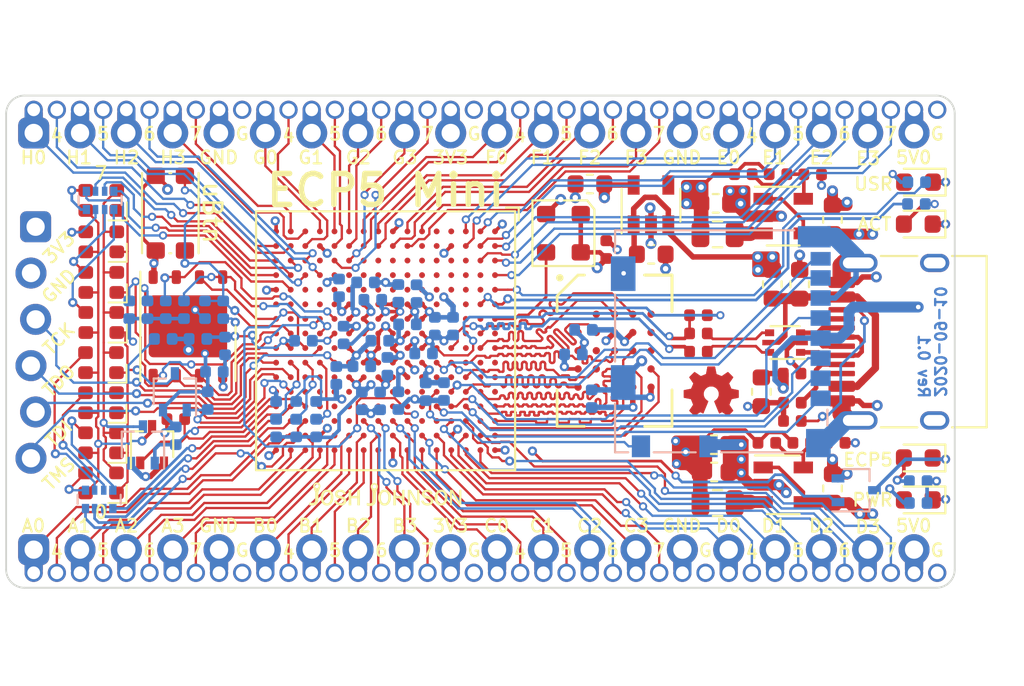
<source format=kicad_pcb>
(kicad_pcb (version 20200829) (generator pcbnew)
  (title_block (title "ecp5-mini") (rev "0.1") (company "Josh Johnson"))
  (layers (0 "F.Cu" signal) (1 "In1.Cu" signal) (2 "In2.Cu" signal) (31 "B.Cu" signal) (34 "B.Paste" user) (35 "F.Paste" user) (36 "B.SilkS" user) (37 "F.SilkS" user) (38 "B.Mask" user) (39 "F.Mask" user) (44 "Edge.Cuts" user))
  (net 0 "")
  (net 1 "Net-(C6-Pad1)")
  (net 2 "Net-(D3-Pad2)")
  (net 3 "Net-(D4-Pad3)")
  (net 4 "/LEDs/CAT_G")
  (net 5 "/LEDs/CAT_B")
  (net 6 "/LEDs/CAT_R")
  (net 7 "Net-(D5-Pad3)")
  (net 8 "Net-(D6-Pad3)")
  (net 9 "Net-(D7-Pad3)")
  (net 10 "Net-(D8-Pad3)")
  (net 11 "Net-(D9-Pad3)")
  (net 12 "Net-(D10-Pad3)")
  (net 13 "Net-(D11-Pad3)")
  (net 14 "+1V1")
  (net 15 "/FPGA Config/nBTN_USR")
  (net 16 "/FPGA Config/nFPGA_RST")
  (net 17 "Net-(D1-Pad2)")
  (net 18 "Net-(D2-Pad2)")
  (net 19 "Net-(D2-Pad1)")
  (net 20 "/PORT_B0")
  (net 21 "/PORT_B4")
  (net 22 "/PORT_B1")
  (net 23 "/PORT_B5")
  (net 24 "/PORT_B2")
  (net 25 "/PORT_B6")
  (net 26 "/PORT_B3")
  (net 27 "/PORT_B7")
  (net 28 "/PORT_C0")
  (net 29 "/PORT_C4")
  (net 30 "/PORT_C1")
  (net 31 "/PORT_C5")
  (net 32 "/PORT_C2")
  (net 33 "/PORT_C6")
  (net 34 "/PORT_C3")
  (net 35 "/PORT_C7")
  (net 36 "/PORT_D0")
  (net 37 "/PORT_D4")
  (net 38 "/PORT_D1")
  (net 39 "/PORT_D5")
  (net 40 "/PORT_D2")
  (net 41 "/PORT_D6")
  (net 42 "/PORT_D3")
  (net 43 "/PORT_D7")
  (net 44 "/PORT_G0")
  (net 45 "/PORT_G4")
  (net 46 "/PORT_G1")
  (net 47 "/PORT_G5")
  (net 48 "/PORT_G2")
  (net 49 "/PORT_G6")
  (net 50 "/PORT_G3")
  (net 51 "/PORT_G7")
  (net 52 "/PORT_F0")
  (net 53 "/PORT_F4")
  (net 54 "/PORT_F1")
  (net 55 "/PORT_F5")
  (net 56 "/PORT_F2")
  (net 57 "/PORT_F6")
  (net 58 "/PORT_F3")
  (net 59 "/PORT_F7")
  (net 60 "/PORT_E0")
  (net 61 "GND")
  (net 62 "+5V")
  (net 63 "/PORT_E4")
  (net 64 "/PORT_E1")
  (net 65 "/PORT_E5")
  (net 66 "/PORT_E2")
  (net 67 "/LED_R")
  (net 68 "Net-(J5-PadA6)")
  (net 69 "/LED_G")
  (net 70 "/LED_B")
  (net 71 "/LED_7")
  (net 72 "Net-(J5-PadA5)")
  (net 73 "Net-(J5-PadB8)")
  (net 74 "Net-(J5-PadA7)")
  (net 75 "Net-(J5-PadB5)")
  (net 76 "+3V3")
  (net 77 "Net-(J5-PadA8)")
  (net 78 "/FPGA Config/TDI")
  (net 79 "/FPGA Config/TDO")
  (net 80 "/FPGA Config/TCK")
  (net 81 "/PORT_E6")
  (net 82 "Net-(U1-PadN14)")
  (net 83 "Net-(U1-PadM14)")
  (net 84 "Net-(U1-PadF14)")
  (net 85 "Net-(U1-PadE14)")
  (net 86 "Net-(U1-PadM13)")
  (net 87 "Net-(U1-PadL13)")
  (net 88 "Net-(U1-PadG13)")
  (net 89 "Net-(U1-PadP12)")
  (net 90 "Net-(U1-PadN12)")
  (net 91 "Net-(U1-PadM12)")
  (net 92 "Net-(U1-PadH12)")
  (net 93 "/PORT_E3")
  (net 94 "/PORT_E7")
  (net 95 "Net-(U1-PadP11)")
  (net 96 "Net-(U1-PadN11)")
  (net 97 "Net-(U1-PadE11)")
  (net 98 "Net-(U1-PadD11)")
  (net 99 "Net-(R9-Pad1)")
  (net 100 "Net-(R10-Pad2)")
  (net 101 "/FPGA Config/CFG_0")
  (net 102 "Net-(U1-PadB10)")
  (net 103 "Net-(U1-PadA10)")
  (net 104 "Net-(U1-PadT9)")
  (net 105 "/FPGA Config/CFG_1")
  (net 106 "/FPGA Config/CFG_2")
  (net 107 "Net-(R20-Pad2)")
  (net 108 "Net-(U1-PadM9)")
  (net 109 "Net-(U1-PadC9)")
  (net 110 "Net-(U1-PadP8)")
  (net 111 "Net-(U1-PadE8)")
  (net 112 "Net-(U1-PadD8)")
  (net 113 "Net-(U1-PadC8)")
  (net 114 "Net-(U1-PadP7)")
  (net 115 "Net-(U1-PadP6)")
  (net 116 "Net-(U1-PadN6)")
  (net 117 "Net-(U1-PadN5)")
  (net 118 "Net-(U1-PadM5)")
  (net 119 "Net-(U1-PadK5)")
  (net 120 "Net-(U1-PadJ5)")
  (net 121 "Net-(U1-PadH5)")
  (net 122 "Net-(U1-PadG5)")
  (net 123 "Net-(U1-PadF5)")
  (net 124 "Net-(U1-PadM4)")
  (net 125 "Net-(U1-PadL4)")
  (net 126 "Net-(U1-PadJ4)")
  (net 127 "Net-(U1-PadH4)")
  (net 128 "Net-(U1-PadG4)")
  (net 129 "Net-(U1-PadF4)")
  (net 130 "Net-(U1-PadK3)")
  (net 131 "Net-(U1-PadJ3)")
  (net 132 "Net-(U1-PadH3)")
  (net 133 "Net-(U1-PadG3)")
  (net 134 "Net-(U1-PadF3)")
  (net 135 "Net-(U1-PadE3)")
  (net 136 "Net-(U1-PadD3)")
  (net 137 "Net-(U1-PadC3)")
  (net 138 "Net-(U1-PadF2)")
  (net 139 "Net-(U1-PadE2)")
  (net 140 "Net-(U1-PadE1)")
  (net 141 "Net-(U1-PadD1)")
  (net 142 "+2V5")
  (net 143 "Net-(U2-Pad4)")
  (net 144 "Net-(L1-Pad1)")
  (net 145 "Net-(L2-Pad1)")
  (net 146 "/FPGA Config/TMS")
  (net 147 "Net-(U1-PadE7)")
  (net 148 "Net-(U1-PadD7)")
  (net 149 "Net-(U1-PadC7)")
  (net 150 "Net-(U1-PadB7)")
  (net 151 "Net-(U1-PadE6)")
  (net 152 "Net-(U7-PadC5)")
  (net 153 "Net-(U1-PadD6)")
  (net 154 "Net-(U1-PadC6)")
  (net 155 "Net-(U7-PadC2)")
  (net 156 "Net-(U1-PadA8)")
  (net 157 "Net-(U7-PadB5)")
  (net 158 "Net-(U1-PadE5)")
  (net 159 "Net-(U1-PadD5)")
  (net 160 "Net-(U1-PadC5)")
  (net 161 "Net-(U7-PadA5)")
  (net 162 "Net-(U1-PadB5)")
  (net 163 "Net-(U7-PadA2)")
  (net 164 "Net-(C8-Pad2)")
  (net 165 "Net-(C9-Pad2)")
  (net 166 "Net-(D12-Pad2)")
  (net 167 "/CLK_16MHZ")
  (net 168 "/HR_nCS")
  (net 169 "/HR_nRST")
  (net 170 "/USB_D-")
  (net 171 "/USB_D+")
  (net 172 "/USB_PU")
  (net 173 "/HR_RWDS")
  (net 174 "/HR_DQ2")
  (net 175 "/HR_DQ1")
  (net 176 "/HR_DQ0")
  (net 177 "/HR_DQ3")
  (net 178 "/HR_DQ4")
  (net 179 "/HR_DQ7")
  (net 180 "/HR_DQ6")
  (net 181 "/HR_DQ5")
  (net 182 "/SD_DAT2")
  (net 183 "/SD_DAT3")
  (net 184 "/SD_CMD")
  (net 185 "/SD_CLK")
  (net 186 "/SD_DAT0")
  (net 187 "/SD_DAT1")
  (net 188 "/SD_DET")
  (net 189 "Net-(U1-PadT6)")
  (net 190 "Net-(U7-PadB1)")
  (net 191 "Net-(U1-PadN3)")
  (net 192 "Net-(U1-PadP5)")
  (net 193 "Net-(U1-PadK4)")
  (net 194 "Net-(U1-PadA11)")
  (net 195 "Net-(U1-PadB11)")
  (net 196 "Net-(U1-PadA12)")
  (net 197 "/HR_CK")
  (net 198 "/FPGA Config/CFG_IO2")
  (net 199 "/FPGA Config/CFG_IO3")
  (net 200 "/FPGA Config/CFG_CS")
  (net 201 "/FPGA Config/CFG_CLK")
  (net 202 "/FPGA Config/CFG_CDONE")
  (net 203 "/FPGA Config/CFG_IO1")
  (net 204 "/FPGA Config/CFG_IO0")
  (net 205 "/LED_2")
  (net 206 "/LED_0")
  (net 207 "/LED_3")
  (net 208 "/LED_1")
  (net 209 "Net-(U1-PadK12)")
  (net 210 "Net-(U1-PadK13)")
  (net 211 "Net-(U1-PadL12)")
  (net 212 "Net-(U1-PadM11)")
  (net 213 "/LED_4")
  (net 214 "/LED_5")
  (net 215 "/LED_6")
  (net 216 "/PORT_H7")
  (net 217 "/PORT_H3")
  (net 218 "/PORT_H6")
  (net 219 "Net-(U1-PadF12)")
  (net 220 "Net-(U1-PadF13)")
  (net 221 "Net-(U1-PadG12)")
  (net 222 "Net-(U1-PadH13)")
  (net 223 "Net-(U1-PadJ12)")
  (net 224 "Net-(U1-PadJ13)")
  (net 225 "/PORT_H2")
  (net 226 "/PORT_H5")
  (net 227 "/PORT_H1")
  (net 228 "/PORT_H4")
  (net 229 "/PORT_H0")
  (net 230 "/LED_USR")
  (net 231 "/FPGA_OK")
  (net 232 "Net-(U1-PadR7)")
  (net 233 "Net-(U1-PadR6)")
  (net 234 "Net-(U1-PadL14)")
  (net 235 "Net-(U1-PadN13)")
  (net 236 "/PORT_A0")
  (net 237 "/PORT_A4")
  (net 238 "/PORT_A1")
  (net 239 "/PORT_A5")
  (net 240 "/PORT_A2")
  (net 241 "/PORT_A6")
  (net 242 "/PORT_A3")
  (net 243 "/PORT_A7")
  (net 244 "Net-(U1-PadL5)")
  (net 245 "Net-(U1-PadM6)")
  (net 246 "Net-(U1-PadB4)")
  (net 247 "Net-(U1-PadC4)")
  (net 248 "Net-(U1-PadD4)")
  (net 249 "Net-(U1-PadE4)")
  (module "josh-logos:OSHW_Logo_3.6x3.6_F.Mask" (layer "F.Cu") (at 134.85 97.7)
    (fp_text reference "LOGO2" hide)
    (fp_text value "OSHW_FMask" hide)
    (fp_poly (pts (xy 0.046025 -1.386642) (xy 0.087086 -1.386332) (xy 0.123939 -1.385856) (xy 0.155448 -1.385237) (xy 0.180478 -1.384498) (xy 0.197893 -1.383663) (xy 0.206557 -1.382756) (xy 0.20721 -1.382529) (xy 0.209787 -1.376529) (xy 0.213922 -1.361213) (xy 0.219466 -1.337279) (xy 0.226268 -1.305427) (xy 0.234179 -1.266356) (xy 0.243047 -1.220763) (xy 0.250901 -1.17915) (xy 0.259151 -1.135399) (xy 0.267001 -1.094735) (xy 0.274225 -1.058252) (xy 0.280599 -1.027043) (xy 0.285898 -1.002202) (xy 0.289897 -0.984823) (xy 0.292372 -0.976) (xy 0.292802 -0.975166) (xy 0.299048 -0.971629) (xy 0.313151 -0.965084) (xy 0.333676 -0.956111) (xy 0.35919 -0.94529) (xy 0.388258 -0.9332) (xy 0.419446 -0.920422) (xy 0.45132 -0.907534) (xy 0.482447 -0.895118) (xy 0.511392 -0.883752) (xy 0.536721 -0.874017) (xy 0.556999 -0.866492) (xy 0.570794 -0.861758) (xy 0.576671 -0.860393) (xy 0.576678 -0.860395) (xy 0.581988 -0.863667) (xy 0.594724 -0.872072) (xy 0.613948 -0.884975) (xy 0.638724 -0.901743) (xy 0.668114 -0.92174) (xy 0.70118 -0.944331) (xy 0.736986 -0.968881) (xy 0.745656 -0.974838) (xy 0.782085 -0.999723) (xy 0.816148 -1.022694) (xy 0.846886 -1.043126) (xy 0.873339 -1.060394) (xy 0.894549 -1.073874) (xy 0.909556 -1.082941) (xy 0.917401 -1.086972) (xy 0.918086 -1.087121) (xy 0.923807 -1.083609) (xy 0.935602 -1.073708) (xy 0.95252 -1.058368) (xy 0.973609 -1.038542) (xy 0.997919 -1.01518) (xy 1.0245 -0.989233) (xy 1.0524 -0.961653) (xy 1.080669 -0.933391) (xy 1.108355 -0.905397) (xy 1.134508 -0.878624) (xy 1.158178 -0.854022) (xy 1.178412 -0.832542) (xy 1.194261 -0.815136) (xy 1.204774 -0.802754) (xy 1.208999 -0.796349) (xy 1.20904 -0.796062) (xy 1.206243 -0.789942) (xy 1.198279 -0.77647) (xy 1.185789 -0.756628) (xy 1.16941 -0.731402) (xy 1.149783 -0.701774) (xy 1.127547 -0.668731) (xy 1.103341 -0.633255) (xy 1.101788 -0.630995) (xy 1.077294 -0.595274) (xy 1.054499 -0.561861) (xy 1.03408 -0.531756) (xy 1.016708 -0.505962) (xy 1.00306 -0.485479) (xy 0.993807 -0.471308) (xy 0.989626 -0.46445) (xy 0.989568 -0.46433) (xy 0.988784 -0.459609) (xy 0.989912 -0.451769) (xy 0.993299 -0.439857) (xy 0.999292 -0.422916) (xy 1.008241 -0.399993) (xy 1.020491 -0.370133) (xy 1.03639 -0.332381) (xy 1.044749 -0.312748) (xy 1.061018 -0.275148) (xy 1.076011 -0.24149) (xy 1.089231 -0.212832) (xy 1.100175 -0.190228) (xy 1.108346 -0.174735) (xy 1.113243 -0.167408) (xy 1.11371 -0.167052) (xy 1.12056 -0.165072) (xy 1.136248 -0.161498) (xy 1.159616 -0.156566) (xy 1.189508 -0.150509) (xy 1.224767 -0.143561) (xy 1.264236 -0.135956) (xy 1.306757 -0.127929) (xy 1.311409 -0.12706) (xy 1.360146 -0.11782) (xy 1.403053 -0.109379) (xy 1.43939 -0.101898) (xy 1.468418 -0.095537) (xy 1.489397 -0.090456) (xy 1.501585 -0.086816) (xy 1.504451 -0.085286) (xy 1.505372 -0.078904) (xy 1.506225 -0.063497) (xy 1.506989 -0.040202) (xy 1.507638 -0.010153) (xy 1.508151 0.025514) (xy 1.508503 0.065663) (xy 1.508671 0.109159) (xy 1.508682 0.120027) (xy 1.508649 0.171548) (xy 1.508486 0.213801) (xy 1.508162 0.24768) (xy 1.507647 0.274077) (xy 1.506908 0.293884) (xy 1.505916 0.307996) (xy 1.504639 0.317303) (xy 1.503046 0.322699) (xy 1.501595 0.324741) (xy 1.495095 0.326999) (xy 1.479763 0.330799) (xy 1.456765 0.335898) (xy 1.427271 0.34205) (xy 1.39245 0.349013) (xy 1.35347 0.356543) (xy 1.312365 0.364236) (xy 1.26621 0.372897) (xy 1.224798 0.380981) (xy 1.189062 0.388286) (xy 1.159937 0.394611) (xy 1.138354 0.399758) (xy 1.125249 0.403525) (xy 1.121726 0.405133) (xy 1.117704 0.411585) (xy 1.110714 0.425987) (xy 1.101314 0.446948) (xy 1.090063 0.473082) (xy 1.077519 0.503) (xy 1.06424 0.535313) (xy 1.050785 0.568634) (xy 1.037712 0.601575) (xy 1.02558 0.632747) (xy 1.014946 0.660763) (xy 1.006369 0.684233) (xy 1.000408 0.701771) (xy 0.99762 0.711987) (xy 0.997556 0.713842) (xy 1.000901 0.719358) (xy 1.009348 0.732262) (xy 1.022236 0.751573) (xy 1.038906 0.776312) (xy 1.058697 0.805498) (xy 1.080948 0.838151) (xy 1.104512 0.872582) (xy 1.128487 0.907797) (xy 1.150526 0.940662) (xy 1.169982 0.970174) (xy 1.186209 0.995331) (xy 1.198558 1.01513) (xy 1.206383 1.028568) (xy 1.20904 1.034588) (xy 1.205537 1.040258) (xy 1.195662 1.052017) (xy 1.180363 1.068914) (xy 1.16059 1.089997) (xy 1.13729 1.114314) (xy 1.111414 1.140912) (xy 1.083908 1.168838) (xy 1.055723 1.197142) (xy 1.027807 1.22487) (xy 1.001109 1.251071) (xy 0.976578 1.274792) (xy 0.955162 1.295081) (xy 0.93781 1.310985) (xy 0.925471 1.321554) (xy 0.919094 1.325834) (xy 0.918792 1.32588) (xy 0.912917 1.323089) (xy 0.89969 1.315148) (xy 0.880102 1.302705) (xy 0.855147 1.286406) (xy 0.825814 1.2669) (xy 0.793098 1.244834) (xy 0.759274 1.22174) (xy 0.724192 1.197807) (xy 0.691493 1.175813) (xy 0.662179 1.156405) (xy 0.637247 1.140232) (xy 0.617696 1.127942) (xy 0.604527 1.120183) (xy 0.598812 1.1176) (xy 0.591386 1.11992) (xy 0.576894 1.126305) (xy 0.557157 1.13589) (xy 0.533991 1.14781) (xy 0.52335 1.153481) (xy 0.4978 1.166747) (xy 0.475514 1.177375) (xy 0.458172 1.184622) (xy 0.447456 1.187744) (xy 0.445823 1.187771) (xy 0.443235 1.186377) (xy 0.439874 1.182452) (xy 0.435467 1.175381) (xy 0.429738 1.164547) (xy 0.422414 1.149334) (xy 0.41322 1.129125) (xy 0.401884 1.103305) (xy 0.388129 1.071257) (xy 0.371684 1.032365) (xy 0.352272 0.986012) (xy 0.32962 0.931582) (xy 0.303454 0.868459) (xy 0.29886 0.857359) (xy 0.276257 0.802528) (xy 0.254911 0.750342) (xy 0.235128 0.701575) (xy 0.217213 0.656998) (xy 0.201473 0.617386) (xy 0.188212 0.58351) (xy 0.177736 0.556143) (xy 0.170352 0.53606) (xy 0.166364 0.524031) (xy 0.16576 0.520809) (xy 0.170949 0.514897) (xy 0.182723 0.504827) (xy 0.199234 0.492102) (xy 0.215173 0.480629) (xy 0.257327 0.44957) (xy 0.291753 0.420231) (xy 0.320203 0.390682) (xy 0.344432 0.358997) (xy 0.366194 0.323247) (xy 0.376863 0.302918) (xy 0.400756 0.244488) (xy 0.415076 0.184158) (xy 0.419979 0.122953) (xy 0.415623 0.061898) (xy 0.402163 0.002019) (xy 0.379756 -0.055658) (xy 0.348559 -0.110109) (xy 0.308727 -0.160308) (xy 0.305664 -0.163589) (xy 0.258017 -0.207167) (xy 0.204808 -0.242578) (xy 0.145354 -0.270245) (xy 0.11666 -0.280193) (xy 0.099933 -0.285026) (xy 0.084165 -0.288368) (xy 0.066854 -0.290481) (xy 0.045497 -0.291627) (xy 0.017593 -0.292065) (xy 0.00254 -0.2921) (xy -0.029085 -0.29189) (xy -0.053064 -0.291084) (xy -0.071907 -0.289422) (xy -0.088123 -0.286643) (xy -0.104222 -0.282484) (xy -0.11176 -0.280198) (xy -0.173754 -0.255795) (xy -0.230039 -0.22331) (xy -0.280031 -0.183237) (xy -0.323146 -0.136067) (xy -0.358799 -0.082293) (xy -0.368671 -0.0635) (xy -0.389244 -0.016643) (xy -0.402766 0.027726) (xy -0.41014 0.073443) (xy -0.412273 0.12192) (xy -0.407414 0.186989) (xy -0.393008 0.249065) (xy -0.369312 0.30751) (xy -0.336584 0.361687) (xy -0.296045 0.409975) (xy -0.27786 0.426971) (xy -0.254238 0.446791) (xy -0.228252 0.467052) (xy -0.202977 0.485368) (xy -0.181486 0.499354) (xy -0.178861 0.500883) (xy -0.167168 0.509785) (xy -0.160128 0.519264) (xy -0.159675 0.520648) (xy -0.161128 0.527322) (xy -0.166359 0.542833) (xy -0.175168 0.566671) (xy -0.187353 0.598326) (xy -0.202713 0.637287) (xy -0.221047 0.683043) (xy -0.242154 0.735085) (xy -0.265834 0.792901) (xy -0.289272 0.849679) (xy -0.3117 0.903781) (xy -0.333086 0.955286) (xy -0.353097 1.003399) (xy -0.371401 1.047325) (xy -0.387666 1.086268) (xy -0.401558 1.119433) (xy -0.412747 1.146026) (xy -0.420898 1.165249) (xy -0.425681 1.176309) (xy -0.426747 1.178609) (xy -0.43498 1.186716) (xy -0.441789 1.18872) (xy -0.449502 1.186394) (xy -0.464255 1.179995) (xy -0.48421 1.170387) (xy -0.50753 1.158437) (xy -0.518358 1.152672) (xy -0.548166 1.137192) (xy -0.571684 1.126189) (xy -0.588125 1.120007) (xy -0.596178 1.118837) (xy -0.60332 1.122269) (xy -0.617462 1.1307) (xy -0.637291 1.143286) (xy -0.661494 1.159184) (xy -0.688759 1.177551) (xy -0.70612 1.189461) (xy -0.753038 1.221822) (xy -0.792318 1.248815) (xy -0.824648 1.270892) (xy -0.850719 1.288506) (xy -0.871219 1.302109) (xy -0.886837 1.312155) (xy -0.898261 1.319097) (xy -0.906181 1.323388) (xy -0.911286 1.32548) (xy -0.913613 1.32588) (xy -0.918879 1.322399) (xy -0.930465 1.312478) (xy -0.94754 1.296897) (xy -0.969279 1.276437) (xy -0.994852 1.25188) (xy -1.023432 1.224006) (xy -1.054191 1.193597) (xy -1.060269 1.187541) (xy -1.091264 1.15647) (xy -1.11999 1.127382) (xy -1.145643 1.101112) (xy -1.167423 1.078494) (xy -1.184527 1.060363) (xy -1.196153 1.047552) (xy -1.201499 1.040896) (xy -1.201734 1.040413) (xy -1.202633 1.037436) (xy -1.202948 1.034393) (xy -1.202165 1.03046) (xy -1.199774 1.024812) (xy -1.195263 1.016624) (xy -1.188121 1.005072) (xy -1.177835 0.98933) (xy -1.163895 0.968575) (xy -1.145788 0.94198) (xy -1.123004 0.908721) (xy -1.095031 0.867973) (xy -1.092485 0.864266) (xy -1.068839 0.829625) (xy -1.047135 0.797438) (xy -1.028027 0.768706) (xy -1.012169 0.744428) (xy -1.000215 0.725605) (xy -0.992819 0.713237) (xy -0.9906 0.708469) (xy -0.992429 0.70207) (xy -0.99761 0.687455) (xy -1.005686 0.665826) (xy -1.016198 0.638385) (xy -1.028688 0.606333) (xy -1.0427 0.570874) (xy -1.049706 0.553307) (xy -1.067443 0.509314) (xy -1.081995 0.474051) (xy -1.093724 0.446727) (xy -1.102994 0.426551) (xy -1.110167 0.412734) (xy -1.115606 0.404485) (xy -1.119556 0.401059) (xy -1.126915 0.399121) (xy -1.143064 0.395609) (xy -1.166798 0.390762) (xy -1.196909 0.384819) (xy -1.232191 0.378018) (xy -1.271438 0.370597) (xy -1.310079 0.363414) (xy -1.351719 0.355616) (xy -1.390331 0.348154) (xy -1.424739 0.341273) (xy -1.45377 0.335217) (xy -1.476249 0.330232) (xy -1.491002 0.32656) (xy -1.496769 0.324531) (xy -1.498567 0.32136) (xy -1.500039 0.314541) (xy -1.501215 0.303211) (xy -1.502123 0.286509) (xy -1.502793 0.263571) (xy -1.503254 0.233536) (xy -1.503535 0.195541) (xy -1.503664 0.148724) (xy -1.50368 0.118875) (xy -1.50368 -0.081046) (xy -1.49225 -0.088098) (xy -1.484763 -0.0906) (xy -1.468464 -0.094628) (xy -1.444545 -0.099934) (xy -1.414198 -0.106268) (xy -1.378616 -0.113383) (xy -1.338991 -0.121029) (xy -1.296514 -0.128958) (xy -1.2954 -0.129162) (xy -1.253124 -0.13705) (xy -1.213892 -0.144626) (xy -1.178855 -0.151648) (xy -1.149164 -0.157874) (xy -1.12597 -0.163063) (xy -1.110424 -0.166974) (xy -1.103677 -0.169363) (xy -1.103595 -0.169434) (xy -1.09991 -0.175699) (xy -1.092978 -0.189894) (xy -1.083423 -0.210572) (xy -1.071866 -0.236287) (xy -1.05893 -0.265594) (xy -1.045237 -0.297046) (xy -1.031409 -0.329198) (xy -1.018069 -0.360603) (xy -1.005839 -0.389815) (xy -0.995341 -0.415389) (xy -0.987197 -0.435877) (xy -0.982031 -0.449835) (xy -0.98044 -0.455606) (xy -0.983233 -0.461425) (xy -0.991189 -0.474628) (xy -1.003681 -0.494251) (xy -1.020076 -0.519333) (xy -1.039746 -0.548911) (xy -1.062061 -0.582024) (xy -1.086389 -0.617707) (xy -1.090258 -0.623345) (xy -1.114952 -0.659462) (xy -1.137845 -0.69325) (xy -1.158287 -0.723726) (xy -1.175629 -0.749912) (xy -1.189222 -0.770825) (xy -1.198417 -0.785484) (xy -1.202566 -0.79291) (xy -1.202707 -0.793316) (xy -1.201946 -0.797421) (xy -1.197786 -0.804332) (xy -1.189683 -0.814645) (xy -1.177095 -0.828952) (xy -1.159479 -0.847846) (xy -1.136292 -0.871922) (xy -1.106992 -0.901774) (xy -1.071036 -0.937995) (xy -1.063801 -0.945251) (xy -1.027782 -0.981111) (xy -0.995644 -1.012622) (xy -0.967932 -1.039269) (xy -0.945194 -1.060539) (xy -0.927977 -1.075919) (xy -0.916826 -1.084895) (xy -0.912675 -1.08712) (xy -0.90644 -1.084328) (xy -0.892844 -1.076373) (xy -0.872867 -1.06389) (xy -0.847492 -1.047513) (xy -0.8177 -1.027878) (xy -0.784474 -1.005618) (xy -0.748795 -0.981369) (xy -0.744914 -0.978711) (xy -0.7089 -0.954072) (xy -0.675178 -0.931086) (xy -0.644747 -0.910427) (xy -0.618605 -0.89277) (xy -0.597752 -0.878789) (xy -0.583185 -0.869159) (xy -0.575904 -0.864554) (xy -0.575648 -0.864413) (xy -0.571195 -0.863059) (xy -0.564661 -0.863256) (xy -0.554941 -0.865369) (xy -0.540932 -0.869766) (xy -0.521529 -0.876813) (xy -0.495627 -0.886876) (xy -0.462123 -0.900323) (xy -0.438488 -0.909932) (xy -0.396634 -0.927019) (xy -0.363212 -0.940757) (xy -0.33724 -0.951618) (xy -0.317736 -0.960074) (xy -0.303719 -0.966597) (xy -0.294205 -0.97166) (xy -0.288214 -0.975734) (xy -0.284764 -0.979292) (xy -0.282872 -0.982807) (xy -0.282055 -0.98516) (xy -0.28044 -0.992264) (xy -0.277207 -1.008195) (xy -0.27258 -1.031785) (xy -0.266784 -1.061871) (xy -0.260042 -1.097286) (xy -0.25258 -1.136865) (xy -0.244622 -1.179442) (xy -0.243805 -1.183832) (xy -0.235748 -1.226519) (xy -0.228032 -1.266201) (xy -0.220896 -1.301734) (xy -0.21458 -1.331972) (xy -0.209324 -1.355772) (xy -0.205367 -1.371988) (xy -0.20295 -1.379476) (xy -0.202788 -1.379717) (xy -0.199758 -1.381563) (xy -0.193437 -1.383072) (xy -0.182937 -1.384273) (xy -0.167367 -1.385199) (xy -0.145841 -1.385879) (xy -0.117468 -1.386343) (xy -0.081361 -1.386624) (xy -0.03663 -1.38675) (xy 0.001892 -1.386763) (xy 0.046025 -1.386642)) (layer "F.Cu") (width 0.01))
  )
  (module "LED_SMD:LED_0603_1608Metric" (layer "F.Cu") (at 146.2 101.33 180)
    (fp_text reference "D2" hide)
    (fp_text value "PINK")
    (pad "1" smd roundrect (at -0.7875 0 180) (size 0.875 0.95) (layers "F.Cu" "F.Paste" "F.Mask") (net 19 "Net-(D2-Pad1)"))
    (pad "2" smd roundrect (at 0.7875 0 180) (size 0.875 0.95) (layers "F.Cu" "F.Paste" "F.Mask") (net 18 "Net-(D2-Pad2)"))
  )
  (module "LED_SMD:LED_0603_1608Metric" (layer "F.Cu") (at 146.2125 86.2 180)
    (fp_text reference "D3" hide)
    (fp_text value "PINK")
    (pad "1" smd roundrect (at -0.7875 0 180) (size 0.875 0.95) (layers "F.Cu" "F.Paste" "F.Mask") (net 61 "GND"))
    (pad "2" smd roundrect (at 0.7875 0 180) (size 0.875 0.95) (layers "F.Cu" "F.Paste" "F.Mask") (net 2 "Net-(D3-Pad2)"))
  )
  (module "Resistor_SMD:R_0402_1005Metric" (layer "F.Cu") (at 134.15 94.5)
    (fp_text reference "R10" hide)
    (fp_text value "22R")
    (pad "1" smd roundrect (at -0.485 0) (size 0.59 0.64) (layers "F.Cu" "F.Paste" "F.Mask") (net 171 "/USB_D+"))
    (pad "2" smd roundrect (at 0.485 0) (size 0.59 0.64) (layers "F.Cu" "F.Paste" "F.Mask") (net 100 "Net-(R10-Pad2)"))
  )
  (module "josh-connectors:ECP5-Mini-Edge-20x2.54-40x1.27" (layer "F.Cu") (at 97.71 83.5 90)
    (fp_text reference "J4" hide)
    (fp_text value "S7 Mini")
    (pad "1" thru_hole circle (at 1.27 0 90) (size 1 1) (drill 0.7) (layers *.Cu *.Mask) (net 229 "/PORT_H0"))
    (pad "1" smd roundrect (at 0.635 0 90) (size 1.524 1) (layers "F.Cu" "F.Mask") (roundrect_rratio 0.3) (net 229 "/PORT_H0"))
    (pad "1" thru_hole roundrect (at 0 0 90) (size 1.7 1.7) (drill 1) (layers *.Cu *.Mask) (net 229 "/PORT_H0"))
    (pad "1" smd roundrect (at 0.635 0 90) (size 1.524 1) (layers "B.Cu" "B.Mask") (roundrect_rratio 0.3) (net 229 "/PORT_H0"))
    (pad "2" thru_hole oval (at 1.27 1.27 90) (size 1 1) (drill 0.7) (layers *.Cu *.Mask) (net 228 "/PORT_H4"))
    (pad "3" thru_hole oval (at 1.27 2.54 90) (size 1 1) (drill 0.7) (layers *.Cu *.Mask) (net 227 "/PORT_H1"))
    (pad "3" thru_hole oval (at 0 2.54 90) (size 1.7 1.7) (drill 1) (layers *.Cu *.Mask) (net 227 "/PORT_H1"))
    (pad "3" smd roundrect (at 0.635 2.54 270) (size 1.524 1) (layers "F.Cu" "F.Mask") (roundrect_rratio 0.3) (net 227 "/PORT_H1"))
    (pad "3" smd roundrect (at 0.635 2.54 270) (size 1.524 1) (layers "B.Cu" "B.Mask") (roundrect_rratio 0.3) (net 227 "/PORT_H1"))
    (pad "4" thru_hole oval (at 1.27 3.81 90) (size 1 1) (drill 0.7) (layers *.Cu *.Mask) (net 226 "/PORT_H5"))
    (pad "5" smd roundrect (at 0.635 5.08 270) (size 1.524 1) (layers "B.Cu" "B.Mask") (roundrect_rratio 0.3) (net 225 "/PORT_H2"))
    (pad "5" smd roundrect (at 0.635 5.08 270) (size 1.524 1) (layers "F.Cu" "F.Mask") (roundrect_rratio 0.3) (net 225 "/PORT_H2"))
    (pad "5" thru_hole oval (at 1.27 5.08 90) (size 1 1) (drill 0.7) (layers *.Cu *.Mask) (net 225 "/PORT_H2"))
    (pad "5" thru_hole oval (at 0 5.08 90) (size 1.7 1.7) (drill 1) (layers *.Cu *.Mask) (net 225 "/PORT_H2"))
    (pad "6" thru_hole oval (at 1.27 6.35 90) (size 1 1) (drill 0.7) (layers *.Cu *.Mask) (net 218 "/PORT_H6"))
    (pad "7" smd roundrect (at 0.635 7.62 270) (size 1.524 1) (layers "B.Cu" "B.Mask") (roundrect_rratio 0.3) (net 217 "/PORT_H3"))
    (pad "7" smd roundrect (at 0.635 7.62 270) (size 1.524 1) (layers "F.Cu" "F.Mask") (roundrect_rratio 0.3) (net 217 "/PORT_H3"))
    (pad "7" thru_hole oval (at 0 7.62 90) (size 1.7 1.7) (drill 1) (layers *.Cu *.Mask) (net 217 "/PORT_H3"))
    (pad "7" thru_hole oval (at 1.27 7.62 90) (size 1 1) (drill 0.7) (layers *.Cu *.Mask) (net 217 "/PORT_H3"))
    (pad "8" thru_hole oval (at 1.27 8.89 90) (size 1 1) (drill 0.7) (layers *.Cu *.Mask) (net 216 "/PORT_H7"))
    (pad "9" smd roundrect (at 0.635 10.16 270) (size 1.524 1) (layers "B.Cu" "B.Mask") (roundrect_rratio 0.3) (net 61 "GND"))
    (pad "9" thru_hole oval (at 1.27 10.16 90) (size 1 1) (drill 0.7) (layers *.Cu *.Mask) (net 61 "GND"))
    (pad "9" thru_hole oval (at 0 10.16 90) (size 1.7 1.7) (drill 1) (layers *.Cu *.Mask) (net 61 "GND"))
    (pad "9" smd roundrect (at 0.635 10.16 270) (size 1.524 1) (layers "F.Cu" "F.Mask") (roundrect_rratio 0.3) (net 61 "GND"))
    (pad "10" thru_hole oval (at 1.27 11.43 90) (size 1 1) (drill 0.7) (layers *.Cu *.Mask) (net 61 "GND"))
    (pad "11" thru_hole oval (at 0 12.7 90) (size 1.7 1.7) (drill 1) (layers *.Cu *.Mask) (net 44 "/PORT_G0"))
    (pad "11" smd roundrect (at 0.635 12.7 270) (size 1.524 1) (layers "B.Cu" "B.Mask") (roundrect_rratio 0.3) (net 44 "/PORT_G0"))
    (pad "11" smd roundrect (at 0.635 12.7 270) (size 1.524 1) (layers "F.Cu" "F.Mask") (roundrect_rratio 0.3) (net 44 "/PORT_G0"))
    (pad "11" thru_hole oval (at 1.27 12.7 90) (size 1 1) (drill 0.7) (layers *.Cu *.Mask) (net 44 "/PORT_G0"))
    (pad "12" thru_hole oval (at 1.27 13.97 90) (size 1 1) (drill 0.7) (layers *.Cu *.Mask) (net 45 "/PORT_G4"))
    (pad "13" thru_hole oval (at 0 15.24 90) (size 1.7 1.7) (drill 1) (layers *.Cu *.Mask) (net 46 "/PORT_G1"))
    (pad "13" thru_hole oval (at 1.27 15.24 90) (size 1 1) (drill 0.7) (layers *.Cu *.Mask) (net 46 "/PORT_G1"))
    (pad "13" smd roundrect (at 0.635 15.24 270) (size 1.524 1) (layers "B.Cu" "B.Mask") (roundrect_rratio 0.3) (net 46 "/PORT_G1"))
    (pad "13" smd roundrect (at 0.635 15.24 270) (size 1.524 1) (layers "F.Cu" "F.Mask") (roundrect_rratio 0.3) (net 46 "/PORT_G1"))
    (pad "14" thru_hole oval (at 1.27 16.51 90) (size 1 1) (drill 0.7) (layers *.Cu *.Mask) (net 47 "/PORT_G5"))
    (pad "15" thru_hole oval (at 1.27 17.78 90) (size 1 1) (drill 0.7) (layers *.Cu *.Mask) (net 48 "/PORT_G2"))
    (pad "15" smd roundrect (at 0.635 17.78 270) (size 1.524 1) (layers "F.Cu" "F.Mask") (roundrect_rratio 0.3) (net 48 "/PORT_G2"))
    (pad "15" smd roundrect (at 0.635 17.78 270) (size 1.524 1) (layers "B.Cu" "B.Mask") (roundrect_rratio 0.3) (net 48 "/PORT_G2"))
    (pad "15" thru_hole oval (at 0 17.78 90) (size 1.7 1.7) (drill 1) (layers *.Cu *.Mask) (net 48 "/PORT_G2"))
    (pad "16" thru_hole oval (at 1.27 19.05 90) (size 1 1) (drill 0.7) (layers *.Cu *.Mask) (net 49 "/PORT_G6"))
    (pad "17" smd roundrect (at 0.635 20.32 270) (size 1.524 1) (layers "F.Cu" "F.Mask") (roundrect_rratio 0.3) (net 50 "/PORT_G3"))
    (pad "17" smd roundrect (at 0.635 20.32 270) (size 1.524 1) (layers "B.Cu" "B.Mask") (roundrect_rratio 0.3) (net 50 "/PORT_G3"))
    (pad "17" thru_hole oval (at 0 20.32 90) (size 1.7 1.7) (drill 1) (layers *.Cu *.Mask) (net 50 "/PORT_G3"))
    (pad "17" thru_hole oval (at 1.27 20.32 90) (size 1 1) (drill 0.7) (layers *.Cu *.Mask) (net 50 "/PORT_G3"))
    (pad "18" thru_hole oval (at 1.27 21.59 90) (size 1 1) (drill 0.7) (layers *.Cu *.Mask) (net 51 "/PORT_G7"))
    (pad "19" thru_hole oval (at 1.27 22.86 90) (size 1 1) (drill 0.7) (layers *.Cu *.Mask) (net 76 "+3V3"))
    (pad "19" smd roundrect (at 0.635 22.86 270) (size 1.524 1) (layers "F.Cu" "F.Mask") (roundrect_rratio 0.3) (net 76 "+3V3"))
    (pad "19" thru_hole oval (at 0 22.86 90) (size 1.7 1.7) (drill 1) (layers *.Cu *.Mask) (net 76 "+3V3"))
    (pad "19" smd roundrect (at 0.635 22.86 270) (size 1.524 1) (layers "B.Cu" "B.Mask") (roundrect_rratio 0.3) (net 76 "+3V3"))
    (pad "20" thru_hole oval (at 1.27 24.13 90) (size 1 1) (drill 0.7) (layers *.Cu *.Mask) (net 61 "GND"))
    (pad "21" smd roundrect (at 0.635 25.4 270) (size 1.524 1) (layers "B.Cu" "B.Mask") (roundrect_rratio 0.3) (net 52 "/PORT_F0"))
    (pad "21" smd roundrect (at 0.635 25.4 270) (size 1.524 1) (layers "F.Cu" "F.Mask") (roundrect_rratio 0.3) (net 52 "/PORT_F0"))
    (pad "21" thru_hole oval (at 1.27 25.4 90) (size 1 1) (drill 0.7) (layers *.Cu *.Mask) (net 52 "/PORT_F0"))
    (pad "21" thru_hole oval (at 0 25.4 90) (size 1.7 1.7) (drill 1) (layers *.Cu *.Mask) (net 52 "/PORT_F0"))
    (pad "22" thru_hole oval (at 1.27 26.67 90) (size 1 1) (drill 0.7) (layers *.Cu *.Mask) (net 53 "/PORT_F4"))
    (pad "23" smd roundrect (at 0.635 27.94 270) (size 1.524 1) (layers "B.Cu" "B.Mask") (roundrect_rratio 0.3) (net 54 "/PORT_F1"))
    (pad "23" smd roundrect (at 0.635 27.94 270) (size 1.524 1) (layers "F.Cu" "F.Mask") (roundrect_rratio 0.3) (net 54 "/PORT_F1"))
    (pad "23" thru_hole oval (at 1.27 27.94 90) (size 1 1) (drill 0.7) (layers *.Cu *.Mask) (net 54 "/PORT_F1"))
    (pad "23" thru_hole oval (at 0 27.94 90) (size 1.7 1.7) (drill 1) (layers *.Cu *.Mask) (net 54 "/PORT_F1"))
    (pad "24" thru_hole oval (at 1.27 29.21 90) (size 1 1) (drill 0.7) (layers *.Cu *.Mask) (net 55 "/PORT_F5"))
    (pad "25" thru_hole oval (at 1.27 30.48 90) (size 1 1) (drill 0.7) (layers *.Cu *.Mask) (net 56 "/PORT_F2"))
    (pad "25" smd roundrect (at 0.635 30.48 270) (size 1.524 1) (layers "F.Cu" "F.Mask") (roundrect_rratio 0.3) (net 56 "/PORT_F2"))
    (pad "25" thru_hole oval (at 0 30.48 90) (size 1.7 1.7) (drill 1) (layers *.Cu *.Mask) (net 56 "/PORT_F2"))
    (pad "25" smd roundrect (at 0.635 30.48 270) (size 1.524 1) (layers "B.Cu" "B.Mask") (roundrect_rratio 0.3) (net 56 "/PORT_F2"))
    (pad "26" thru_hole oval (at 1.27 31.75 90) (size 1 1) (drill 0.7) (layers *.Cu *.Mask) (net 57 "/PORT_F6"))
    (pad "27" smd roundrect (at 0.635 33.02 270) (size 1.524 1) (layers "F.Cu" "F.Mask") (roundrect_rratio 0.3) (net 58 "/PORT_F3"))
    (pad "27" thru_hole oval (at 1.27 33.02 90) (size 1 1) (drill 0.7) (layers *.Cu *.Mask) (net 58 "/PORT_F3"))
    (pad "27" smd roundrect (at 0.635 33.02 270) (size 1.524 1) (layers "B.Cu" "B.Mask") (roundrect_rratio 0.3) (net 58 "/PORT_F3"))
    (pad "27" thru_hole oval (at 0 33.02 90) (size 1.7 1.7) (drill 1) (layers *.Cu *.Mask) (net 58 "/PORT_F3"))
    (pad "28" thru_hole oval (at 1.27 34.29 90) (size 1 1) (drill 0.7) (layers *.Cu *.Mask) (net 59 "/PORT_F7"))
    (pad "29" smd roundrect (at 0.635 35.56 270) (size 1.524 1) (layers "F.Cu" "F.Mask") (roundrect_rratio 0.3) (net 61 "GND"))
    (pad "29" smd roundrect (at 0.635 35.56 270) (size 1.524 1) (layers "B.Cu" "B.Mask") (roundrect_rratio 0.3) (net 61 "GND"))
    (pad "29" thru_hole oval (at 0 35.56 90) (size 1.7 1.7) (drill 1) (layers *.Cu *.Mask) (net 61 "GND"))
    (pad "29" thru_hole oval (at 1.27 35.56 90) (size 1 1) (drill 0.7) (layers *.Cu *.Mask) (net 61 "GND"))
    (pad "30" thru_hole oval (at 1.27 36.83 90) (size 1 1) (drill 0.7) (layers *.Cu *.Mask) (net 61 "GND"))
    (pad "31" thru_hole oval (at 1.27 38.1 90) (size 1 1) (drill 0.7) (layers *.Cu *.Mask) (net 60 "/PORT_E0"))
    (pad "31" smd roundrect (at 0.635 38.1 270) (size 1.524 1) (layers "B.Cu" "B.Mask") (roundrect_rratio 0.3) (net 60 "/PORT_E0"))
    (pad "31" thru_hole oval (at 0 38.1 90) (size 1.7 1.7) (drill 1) (layers *.Cu *.Mask) (net 60 "/PORT_E0"))
    (pad "31" smd roundrect (at 0.635 38.1 270) (size 1.524 1) (layers "F.Cu" "F.Mask") (roundrect_rratio 0.3) (net 60 "/PORT_E0"))
    (pad "32" thru_hole oval (at 1.27 39.37 90) (size 1 1) (drill 0.7) (layers *.Cu *.Mask) (net 63 "/PORT_E4"))
    (pad "33" thru_hole oval (at 0 40.64 90) (size 1.7 1.7) (drill 1) (layers *.Cu *.Mask) (net 64 "/PORT_E1"))
    (pad "33" smd roundrect (at 0.635 40.64 270) (size 1.524 1) (layers "B.Cu" "B.Mask") (roundrect_rratio 0.3) (net 64 "/PORT_E1"))
    (pad "33" smd roundrect (at 0.635 40.64 270) (size 1.524 1) (layers "F.Cu" "F.Mask") (roundrect_rratio 0.3) (net 64 "/PORT_E1"))
    (pad "33" thru_hole oval (at 1.27 40.64 90) (size 1 1) (drill 0.7) (layers *.Cu *.Mask) (net 64 "/PORT_E1"))
    (pad "34" thru_hole oval (at 1.27 41.91 90) (size 1 1) (drill 0.7) (layers *.Cu *.Mask) (net 65 "/PORT_E5"))
    (pad "35" thru_hole oval (at 0 43.18 90) (size 1.7 1.7) (drill 1) (layers *.Cu *.Mask) (net 66 "/PORT_E2"))
    (pad "35" thru_hole oval (at 1.27 43.18 90) (size 1 1) (drill 0.7) (layers *.Cu *.Mask) (net 66 "/PORT_E2"))
    (pad "35" smd roundrect (at 0.635 43.18 270) (size 1.524 1) (layers "B.Cu" "B.Mask") (roundrect_rratio 0.3) (net 66 "/PORT_E2"))
    (pad "35" smd roundrect (at 0.635 43.18 270) (size 1.524 1) (layers "F.Cu" "F.Mask") (roundrect_rratio 0.3) (net 66 "/PORT_E2"))
    (pad "36" thru_hole oval (at 1.27 44.45 90) (size 1 1) (drill 0.7) (layers *.Cu *.Mask) (net 81 "/PORT_E6"))
    (pad "37" thru_hole oval (at 0 45.72 90) (size 1.7 1.7) (drill 1) (layers *.Cu *.Mask) (net 93 "/PORT_E3"))
    (pad "37" smd roundrect (at 0.635 45.72 270) (size 1.524 1) (layers "F.Cu" "F.Mask") (roundrect_rratio 0.3) (net 93 "/PORT_E3"))
    (pad "37" thru_hole oval (at 1.27 45.72 90) (size 1 1) (drill 0.7) (layers *.Cu *.Mask) (net 93 "/PORT_E3"))
    (pad "37" smd roundrect (at 0.635 45.72 270) (size 1.524 1) (layers "B.Cu" "B.Mask") (roundrect_rratio 0.3) (net 93 "/PORT_E3"))
    (pad "38" thru_hole oval (at 1.27 46.99 90) (size 1 1) (drill 0.7) (layers *.Cu *.Mask) (net 94 "/PORT_E7"))
    (pad "39" thru_hole oval (at 1.27 48.26 90) (size 1 1) (drill 0.7) (layers *.Cu *.Mask) (net 62 "+5V"))
    (pad "39" smd roundrect (at 0.635 48.26 270) (size 1.524 1) (layers "F.Cu" "F.Mask") (roundrect_rratio 0.3) (net 62 "+5V"))
    (pad "39" smd roundrect (at 0.635 48.26 270) (size 1.524 1) (layers "B.Cu" "B.Mask") (roundrect_rratio 0.3) (net 62 "+5V"))
    (pad "39" thru_hole oval (at 0 48.26 90) (size 1.7 1.7) (drill 1) (layers *.Cu *.Mask) (net 62 "+5V"))
    (pad "40" thru_hole oval (at 1.27 49.53 90) (size 1 1) (drill 0.7) (layers *.Cu *.Mask) (net 61 "GND"))
  )
  (module "Capacitor_SMD:C_0603_1608Metric" (layer "F.Cu") (at 135.0125 102.1)
    (fp_text reference "C7" hide)
    (fp_text value "22u")
    (pad "1" smd roundrect (at -0.7875 0) (size 0.875 0.95) (layers "F.Cu" "F.Paste" "F.Mask") (net 14 "+1V1"))
    (pad "2" smd roundrect (at 0.7875 0) (size 0.875 0.95) (layers "F.Cu" "F.Paste" "F.Mask") (net 61 "GND"))
  )
  (module "josh-passives-smt:Fuse_0603_1608Metric" (layer "F.Cu") (at 138.2 91.8 90)
    (fp_text reference "F1" hide)
    (fp_text value "1A")
    (pad "1" smd roundrect (at -0.7875 0 90) (size 0.875 0.95) (layers "F.Cu" "F.Paste" "F.Mask") (net 1 "Net-(C6-Pad1)"))
    (pad "2" smd roundrect (at 0.7875 0 90) (size 0.875 0.95) (layers "F.Cu" "F.Paste" "F.Mask") (net 62 "+5V"))
  )
  (module "Resistor_SMD:R_0402_1005Metric" (layer "F.Cu") (at 139.3 98.3 180)
    (fp_text reference "R6" hide)
    (fp_text value "5K1")
    (pad "1" smd roundrect (at -0.485 0 180) (size 0.59 0.64) (layers "F.Cu" "F.Paste" "F.Mask") (net 72 "Net-(J5-PadA5)"))
    (pad "2" smd roundrect (at 0.485 0 180) (size 0.59 0.64) (layers "F.Cu" "F.Paste" "F.Mask") (net 61 "GND"))
  )
  (module "Package_TO_SOT_SMD:SOT-323_SC-70" (layer "F.Cu") (at 104.2 100.6 90)
    (fp_text reference "Q4" hide)
    (fp_text value "BSS138")
    (pad "1" smd rect (at -1 -0.65) (size 0.45 0.7) (layers "F.Cu" "F.Paste" "F.Mask") (net 70 "/LED_B"))
    (pad "2" smd rect (at -1 0.65) (size 0.45 0.7) (layers "F.Cu" "F.Paste" "F.Mask") (net 61 "GND"))
    (pad "3" smd rect (at 1 0) (size 0.45 0.7) (layers "F.Cu" "F.Paste" "F.Mask") (net 5 "/LEDs/CAT_B"))
  )
  (module "josh-buttons-switches:SW_Push_KMR2" (layer "F.Cu") (at 105.2 87.9 90)
    (fp_text reference "SW1" hide)
    (fp_text value "KMR2")
    (pad "1" smd roundrect (at 2.05 -0.8 90) (size 0.9 1) (layers "F.Cu" "F.Paste" "F.Mask") (roundrect_rratio 0.2) (net 61 "GND"))
    (pad "1" smd roundrect (at -2.05 -0.8 90) (size 0.9 1) (layers "F.Cu" "F.Paste" "F.Mask") (roundrect_rratio 0.2) (net 61 "GND"))
    (pad "2" smd roundrect (at 2.05 0.8 90) (size 0.9 1) (layers "F.Cu" "F.Paste" "F.Mask") (roundrect_rratio 0.2) (net 15 "/FPGA Config/nBTN_USR"))
    (pad "2" smd roundrect (at -2.05 0.8 90) (size 0.9 1) (layers "F.Cu" "F.Paste" "F.Mask") (roundrect_rratio 0.2) (net 15 "/FPGA Config/nBTN_USR"))
  )
  (module "Resistor_SMD:R_0402_1005Metric" (layer "F.Cu") (at 134.15 93.5)
    (fp_text reference "R11" hide)
    (fp_text value "1K5")
    (pad "1" smd roundrect (at -0.485 0) (size 0.59 0.64) (layers "F.Cu" "F.Paste" "F.Mask") (net 171 "/USB_D+"))
    (pad "2" smd roundrect (at 0.485 0) (size 0.59 0.64) (layers "F.Cu" "F.Paste" "F.Mask") (net 172 "/USB_PU"))
  )
  (module "josh-logos:josh-johnson-logo-8_6x1_5" (layer "F.Cu") (at 117 103.3)
    (fp_text reference "LOGO1" hide)
    (fp_text value "Josh-Logo" hide)
  )
  (module "josh-led:LED_TRI_2020" (layer "F.Cu") (at 101.4 102.7 180)
    (fp_text reference "D4" hide)
    (fp_text value "2020RGBA")
    (pad "1" smd roundrect (at -0.85 -0.55 180) (size 0.8 0.7) (layers "F.Cu" "F.Paste" "F.Mask") (net 6 "/LEDs/CAT_R"))
    (pad "2" smd roundrect (at 0.85 -0.55 180) (size 0.8 0.7) (layers "F.Cu" "F.Paste" "F.Mask") (net 5 "/LEDs/CAT_B"))
    (pad "3" smd roundrect (at 0.85 0.55 180) (size 0.8 0.7) (layers "F.Cu" "F.Paste" "F.Mask") (net 3 "Net-(D4-Pad3)"))
    (pad "4" smd roundrect (at -0.85 0.55 180) (size 0.8 0.7) (layers "F.Cu" "F.Paste" "F.Mask") (net 4 "/LEDs/CAT_G"))
  )
  (module "Resistor_SMD:R_0402_1005Metric" (layer "F.Cu") (at 140.412636 85.775)
    (fp_text reference "R2" hide)
    (fp_text value "47k")
    (pad "1" smd roundrect (at -0.485 0) (size 0.59 0.64) (layers "F.Cu" "F.Paste" "F.Mask") (net 165 "Net-(C9-Pad2)"))
    (pad "2" smd roundrect (at 0.485 0) (size 0.59 0.64) (layers "F.Cu" "F.Paste" "F.Mask") (net 61 "GND"))
  )
  (module "josh-led:LED_TRI_2020" (layer "F.Cu") (at 101.415 93.9 180)
    (fp_text reference "D8" hide)
    (fp_text value "2020RGBA")
    (pad "1" smd roundrect (at -0.85 -0.55 180) (size 0.8 0.7) (layers "F.Cu" "F.Paste" "F.Mask") (net 6 "/LEDs/CAT_R"))
    (pad "2" smd roundrect (at 0.85 -0.55 180) (size 0.8 0.7) (layers "F.Cu" "F.Paste" "F.Mask") (net 5 "/LEDs/CAT_B"))
    (pad "3" smd roundrect (at 0.85 0.55 180) (size 0.8 0.7) (layers "F.Cu" "F.Paste" "F.Mask") (net 10 "Net-(D8-Pad3)"))
    (pad "4" smd roundrect (at -0.85 0.55 180) (size 0.8 0.7) (layers "F.Cu" "F.Paste" "F.Mask") (net 4 "/LEDs/CAT_G"))
  )
  (module "LED_SMD:LED_0603_1608Metric" (layer "F.Cu") (at 146.2 103.63 180)
    (fp_text reference "D1" hide)
    (fp_text value "PINK")
    (pad "1" smd roundrect (at -0.7875 0 180) (size 0.875 0.95) (layers "F.Cu" "F.Paste" "F.Mask") (net 61 "GND"))
    (pad "2" smd roundrect (at 0.7875 0 180) (size 0.875 0.95) (layers "F.Cu" "F.Paste" "F.Mask") (net 17 "Net-(D1-Pad2)"))
  )
  (module "josh-led:LED_TRI_2020" (layer "F.Cu") (at 101.415 89.474 180)
    (fp_text reference "D10" hide)
    (fp_text value "2020RGBA")
    (pad "1" smd roundrect (at -0.85 -0.55 180) (size 0.8 0.7) (layers "F.Cu" "F.Paste" "F.Mask") (net 6 "/LEDs/CAT_R"))
    (pad "2" smd roundrect (at 0.85 -0.55 180) (size 0.8 0.7) (layers "F.Cu" "F.Paste" "F.Mask") (net 5 "/LEDs/CAT_B"))
    (pad "3" smd roundrect (at 0.85 0.55 180) (size 0.8 0.7) (layers "F.Cu" "F.Paste" "F.Mask") (net 12 "Net-(D10-Pad3)"))
    (pad "4" smd roundrect (at -0.85 0.55 180) (size 0.8 0.7) (layers "F.Cu" "F.Paste" "F.Mask") (net 4 "/LEDs/CAT_G"))
  )
  (module "Capacitor_SMD:C_0402_1005Metric" (layer "F.Cu") (at 139.285 96.7)
    (fp_text reference "C12" hide)
    (fp_text value "100n")
    (pad "1" smd roundrect (at -0.485 0) (size 0.59 0.64) (layers "F.Cu" "F.Paste" "F.Mask") (net 76 "+3V3"))
    (pad "2" smd roundrect (at 0.485 0) (size 0.59 0.64) (layers "F.Cu" "F.Paste" "F.Mask") (net 61 "GND"))
  )
  (module "josh-bga:BGA-24_5x5_6.0x8.0mm" (layer "F.Cu") (at 129.551499 95.445529)
    (fp_text reference "U7" hide)
    (fp_text value "S27KL0641")
    (pad "A2" smd circle (at -1 -2) (size 0.4 0.4) (layers "F.Cu" "F.Paste" "F.Mask") (net 163 "Net-(U7-PadA2)"))
    (pad "A3" smd circle (at 0 -2) (size 0.4 0.4) (layers "F.Cu" "F.Paste" "F.Mask") (net 168 "/HR_nCS"))
    (pad "A4" smd circle (at 1 -2) (size 0.4 0.4) (layers "F.Cu" "F.Paste" "F.Mask") (net 169 "/HR_nRST"))
    (pad "A5" smd circle (at 2 -2) (size 0.4 0.4) (layers "F.Cu" "F.Paste" "F.Mask") (net 161 "Net-(U7-PadA5)"))
    (pad "B1" smd circle (at -2 -1) (size 0.4 0.4) (layers "F.Cu" "F.Paste" "F.Mask") (net 190 "Net-(U7-PadB1)"))
    (pad "B2" smd circle (at -1 -1) (size 0.4 0.4) (layers "F.Cu" "F.Paste" "F.Mask") (net 197 "/HR_CK"))
    (pad "B3" smd circle (at 0 -1) (size 0.4 0.4) (layers "F.Cu" "F.Paste" "F.Mask") (net 61 "GND"))
    (pad "B4" smd circle (at 1 -1) (size 0.4 0.4) (layers "F.Cu" "F.Paste" "F.Mask") (net 76 "+3V3"))
    (pad "B5" smd circle (at 2 -1) (size 0.4 0.4) (layers "F.Cu" "F.Paste" "F.Mask") (net 157 "Net-(U7-PadB5)"))
    (pad "C1" smd circle (at -2 0) (size 0.4 0.4) (layers "F.Cu" "F.Paste" "F.Mask") (net 61 "GND"))
    (pad "C2" smd circle (at -1 0) (size 0.4 0.4) (layers "F.Cu" "F.Paste" "F.Mask") (net 155 "Net-(U7-PadC2)"))
    (pad "C3" smd circle (at 0 0) (size 0.4 0.4) (layers "F.Cu" "F.Paste" "F.Mask") (net 173 "/HR_RWDS"))
    (pad "C4" smd circle (at 1 0) (size 0.4 0.4) (layers "F.Cu" "F.Paste" "F.Mask") (net 174 "/HR_DQ2"))
    (pad "C5" smd circle (at 2 0) (size 0.4 0.4) (layers "F.Cu" "F.Paste" "F.Mask") (net 152 "Net-(U7-PadC5)"))
    (pad "D1" smd circle (at -2 1) (size 0.4 0.4) (layers "F.Cu" "F.Paste" "F.Mask") (net 76 "+3V3"))
    (pad "D2" smd circle (at -1 1) (size 0.4 0.4) (layers "F.Cu" "F.Paste" "F.Mask") (net 175 "/HR_DQ1"))
    (pad "D3" smd circle (at 0 1) (size 0.4 0.4) (layers "F.Cu" "F.Paste" "F.Mask") (net 176 "/HR_DQ0"))
    (pad "D4" smd circle (at 1 1) (size 0.4 0.4) (layers "F.Cu" "F.Paste" "F.Mask") (net 177 "/HR_DQ3"))
    (pad "D5" smd circle (at 2 1) (size 0.4 0.4) (layers "F.Cu" "F.Paste" "F.Mask") (net 178 "/HR_DQ4"))
    (pad "E1" smd circle (at -2 2) (size 0.4 0.4) (layers "F.Cu" "F.Paste" "F.Mask") (net 179 "/HR_DQ7"))
    (pad "E2" smd circle (at -1 2) (size 0.4 0.4) (layers "F.Cu" "F.Paste" "F.Mask") (net 180 "/HR_DQ6"))
    (pad "E3" smd circle (at 0 2) (size 0.4 0.4) (layers "F.Cu" "F.Paste" "F.Mask") (net 181 "/HR_DQ5"))
    (pad "E4" smd circle (at 1 2) (size 0.4 0.4) (layers "F.Cu" "F.Paste" "F.Mask") (net 76 "+3V3"))
    (pad "E5" smd circle (at 2 2) (size 0.4 0.4) (layers "F.Cu" "F.Paste" "F.Mask") (net 61 "GND"))
  )
  (module "josh-led:LED_TRI_2020" (layer "F.Cu") (at 101.4 100.5 180)
    (fp_text reference "D5" hide)
    (fp_text value "2020RGBA")
    (pad "1" smd roundrect (at -0.85 -0.55 180) (size 0.8 0.7) (layers "F.Cu" "F.Paste" "F.Mask") (net 6 "/LEDs/CAT_R"))
    (pad "2" smd roundrect (at 0.85 -0.55 180) (size 0.8 0.7) (layers "F.Cu" "F.Paste" "F.Mask") (net 5 "/LEDs/CAT_B"))
    (pad "3" smd roundrect (at 0.85 0.55 180) (size 0.8 0.7) (layers "F.Cu" "F.Paste" "F.Mask") (net 7 "Net-(D5-Pad3)"))
    (pad "4" smd roundrect (at -0.85 0.55 180) (size 0.8 0.7) (layers "F.Cu" "F.Paste" "F.Mask") (net 4 "/LEDs/CAT_G"))
  )
  (module "Capacitor_SMD:C_0603_1608Metric" (layer "F.Cu") (at 141.5 103 90)
    (fp_text reference "C2" hide)
    (fp_text value "4u7")
    (pad "1" smd roundrect (at -0.7875 0 90) (size 0.875 0.95) (layers "F.Cu" "F.Paste" "F.Mask") (net 62 "+5V"))
    (pad "2" smd roundrect (at 0.7875 0 90) (size 0.875 0.95) (layers "F.Cu" "F.Paste" "F.Mask") (net 61 "GND"))
  )
  (module "Package_BGA:BGA-256_14.0x14.0mm_Layout16x16_P0.8mm_Ball0.45mm_Pad0.32mm_NSMD" (layer "F.Cu") (at 117 94.9 -90)
    (fp_text reference "U1" hide)
    (fp_text value "ECP5U_12_CABGA256")
    (pad "A1" smd circle (at -6 -6 270) (size 0.32 0.32) (layers "F.Cu" "F.Paste" "F.Mask") (net 61 "GND"))
    (pad "A2" smd circle (at -5.2 -6 270) (size 0.32 0.32) (layers "F.Cu" "F.Paste" "F.Mask") (net 66 "/PORT_E2"))
    (pad "A3" smd circle (at -4.4 -6 270) (size 0.32 0.32) (layers "F.Cu" "F.Paste" "F.Mask") (net 93 "/PORT_E3"))
    (pad "A4" smd circle (at -3.6 -6 270) (size 0.32 0.32) (layers "F.Cu" "F.Paste" "F.Mask") (net 94 "/PORT_E7"))
    (pad "A5" smd circle (at -2.8 -6 270) (size 0.32 0.32) (layers "F.Cu" "F.Paste" "F.Mask") (net 230 "/LED_USR"))
    (pad "A6" smd circle (at -2 -6 270) (size 0.32 0.32) (layers "F.Cu" "F.Paste" "F.Mask") (net 231 "/FPGA_OK"))
    (pad "A7" smd circle (at -1.2 -6 270) (size 0.32 0.32) (layers "F.Cu" "F.Paste" "F.Mask") (net 167 "/CLK_16MHZ"))
    (pad "A8" smd circle (at -0.4 -6 270) (size 0.32 0.32) (layers "F.Cu" "F.Paste" "F.Mask") (net 156 "Net-(U1-PadA8)"))
    (pad "A9" smd circle (at 0.4 -6 270) (size 0.32 0.32) (layers "F.Cu" "F.Paste" "F.Mask") (net 197 "/HR_CK"))
    (pad "A10" smd circle (at 1.2 -6 270) (size 0.32 0.32) (layers "F.Cu" "F.Paste" "F.Mask") (net 103 "Net-(U1-PadA10)"))
    (pad "A11" smd circle (at 2 -6 270) (size 0.32 0.32) (layers "F.Cu" "F.Paste" "F.Mask") (net 194 "Net-(U1-PadA11)"))
    (pad "A12" smd circle (at 2.8 -6 270) (size 0.32 0.32) (layers "F.Cu" "F.Paste" "F.Mask") (net 196 "Net-(U1-PadA12)"))
    (pad "A13" smd circle (at 3.6 -6 270) (size 0.32 0.32) (layers "F.Cu" "F.Paste" "F.Mask") (net 176 "/HR_DQ0"))
    (pad "A14" smd circle (at 4.4 -6 270) (size 0.32 0.32) (layers "F.Cu" "F.Paste" "F.Mask") (net 174 "/HR_DQ2"))
    (pad "A15" smd circle (at 5.2 -6 270) (size 0.32 0.32) (layers "F.Cu" "F.Paste" "F.Mask") (net 178 "/HR_DQ4"))
    (pad "A16" smd circle (at 6 -6 270) (size 0.32 0.32) (layers "F.Cu" "F.Paste" "F.Mask") (net 61 "GND"))
    (pad "B1" smd circle (at -6 -5.2 270) (size 0.32 0.32) (layers "F.Cu" "F.Paste" "F.Mask") (net 64 "/PORT_E1"))
    (pad "B2" smd circle (at -5.2 -5.2 270) (size 0.32 0.32) (layers "F.Cu" "F.Paste" "F.Mask") (net 65 "/PORT_E5"))
    (pad "B3" smd circle (at -4.4 -5.2 270) (size 0.32 0.32) (layers "F.Cu" "F.Paste" "F.Mask") (net 81 "/PORT_E6"))
    (pad "B4" smd circle (at -3.6 -5.2 270) (size 0.32 0.32) (layers "F.Cu" "F.Paste" "F.Mask") (net 246 "Net-(U1-PadB4)"))
    (pad "B5" smd circle (at -2.8 -5.2 270) (size 0.32 0.32) (layers "F.Cu" "F.Paste" "F.Mask") (net 162 "Net-(U1-PadB5)"))
    (pad "B6" smd circle (at -2 -5.2 270) (size 0.32 0.32) (layers "F.Cu" "F.Paste" "F.Mask") (net 172 "/USB_PU"))
    (pad "B7" smd circle (at -1.2 -5.2 270) (size 0.32 0.32) (layers "F.Cu" "F.Paste" "F.Mask") (net 150 "Net-(U1-PadB7)"))
    (pad "B8" smd circle (at -0.4 -5.2 270) (size 0.32 0.32) (layers "F.Cu" "F.Paste" "F.Mask") (net 169 "/HR_nRST"))
    (pad "B9" smd circle (at 0.4 -5.2 270) (size 0.32 0.32) (layers "F.Cu" "F.Paste" "F.Mask") (net 168 "/HR_nCS"))
    (pad "B10" smd circle (at 1.2 -5.2 270) (size 0.32 0.32) (layers "F.Cu" "F.Paste" "F.Mask") (net 102 "Net-(U1-PadB10)"))
    (pad "B11" smd circle (at 2 -5.2 270) (size 0.32 0.32) (layers "F.Cu" "F.Paste" "F.Mask") (net 195 "Net-(U1-PadB11)"))
    (pad "B12" smd circle (at 2.8 -5.2 270) (size 0.32 0.32) (layers "F.Cu" "F.Paste" "F.Mask") (net 180 "/HR_DQ6"))
    (pad "B13" smd circle (at 3.6 -5.2 270) (size 0.32 0.32) (layers "F.Cu" "F.Paste" "F.Mask") (net 181 "/HR_DQ5"))
    (pad "B14" smd circle (at 4.4 -5.2 270) (size 0.32 0.32) (layers "F.Cu" "F.Paste" "F.Mask") (net 177 "/HR_DQ3"))
    (pad "B15" smd circle (at 5.2 -5.2 270) (size 0.32 0.32) (layers "F.Cu" "F.Paste" "F.Mask") (net 42 "/PORT_D3"))
    (pad "B16" smd circle (at 6 -5.2 270) (size 0.32 0.32) (layers "F.Cu" "F.Paste" "F.Mask") (net 43 "/PORT_D7"))
    (pad "C1" smd circle (at -6 -4.4 270) (size 0.32 0.32) (layers "F.Cu" "F.Paste" "F.Mask") (net 60 "/PORT_E0"))
    (pad "C2" smd circle (at -5.2 -4.4 270) (size 0.32 0.32) (layers "F.Cu" "F.Paste" "F.Mask") (net 63 "/PORT_E4"))
    (pad "C3" smd circle (at -4.4 -4.4 270) (size 0.32 0.32) (layers "F.Cu" "F.Paste" "F.Mask") (net 137 "Net-(U1-PadC3)"))
    (pad "C4" smd circle (at -3.6 -4.4 270) (size 0.32 0.32) (layers "F.Cu" "F.Paste" "F.Mask") (net 247 "Net-(U1-PadC4)"))
    (pad "C5" smd circle (at -2.8 -4.4 270) (size 0.32 0.32) (layers "F.Cu" "F.Paste" "F.Mask") (net 160 "Net-(U1-PadC5)"))
    (pad "C6" smd circle (at -2 -4.4 270) (size 0.32 0.32) (layers "F.Cu" "F.Paste" "F.Mask") (net 154 "Net-(U1-PadC6)"))
    (pad "C7" smd circle (at -1.2 -4.4 270) (size 0.32 0.32) (layers "F.Cu" "F.Paste" "F.Mask") (net 149 "Net-(U1-PadC7)"))
    (pad "C8" smd circle (at -0.4 -4.4 270) (size 0.32 0.32) (layers "F.Cu" "F.Paste" "F.Mask") (net 113 "Net-(U1-PadC8)"))
    (pad "C9" smd circle (at 0.4 -4.4 270) (size 0.32 0.32) (layers "F.Cu" "F.Paste" "F.Mask") (net 109 "Net-(U1-PadC9)"))
    (pad "C10" smd circle (at 1.2 -4.4 270) (size 0.32 0.32) (layers "F.Cu" "F.Paste" "F.Mask") (net 173 "/HR_RWDS"))
    (pad "C11" smd circle (at 2 -4.4 270) (size 0.32 0.32) (layers "F.Cu" "F.Paste" "F.Mask") (net 175 "/HR_DQ1"))
    (pad "C12" smd circle (at 2.8 -4.4 270) (size 0.32 0.32) (layers "F.Cu" "F.Paste" "F.Mask") (net 179 "/HR_DQ7"))
    (pad "C13" smd circle (at 3.6 -4.4 270) (size 0.32 0.32) (layers "F.Cu" "F.Paste" "F.Mask") (net 183 "/SD_DAT3"))
    (pad "C14" smd circle (at 4.4 -4.4 270) (size 0.32 0.32) (layers "F.Cu" "F.Paste" "F.Mask") (net 41 "/PORT_D6"))
    (pad "C15" smd circle (at 5.2 -4.4 270) (size 0.32 0.32) (layers "F.Cu" "F.Paste" "F.Mask") (net 38 "/PORT_D1"))
    (pad "C16" smd circle (at 6 -4.4 270) (size 0.32 0.32) (layers "F.Cu" "F.Paste" "F.Mask") (net 39 "/PORT_D5"))
    (pad "D1" smd circle (at -6 -3.6 270) (size 0.32 0.32) (layers "F.Cu" "F.Paste" "F.Mask") (net 141 "Net-(U1-PadD1)"))
    (pad "D2" smd circle (at -5.2 -3.6 270) (size 0.32 0.32) (layers "F.Cu" "F.Paste" "F.Mask") (net 61 "GND"))
    (pad "D3" smd circle (at -4.4 -3.6 270) (size 0.32 0.32) (layers "F.Cu" "F.Paste" "F.Mask") (net 136 "Net-(U1-PadD3)"))
    (pad "D4" smd circle (at -3.6 -3.6 270) (size 0.32 0.32) (layers "F.Cu" "F.Paste" "F.Mask") (net 248 "Net-(U1-PadD4)"))
    (pad "D5" smd circle (at -2.8 -3.6 270) (size 0.32 0.32) (layers "F.Cu" "F.Paste" "F.Mask") (net 159 "Net-(U1-PadD5)"))
    (pad "D6" smd circle (at -2 -3.6 270) (size 0.32 0.32) (layers "F.Cu" "F.Paste" "F.Mask") (net 153 "Net-(U1-PadD6)"))
    (pad "D7" smd circle (at -1.2 -3.6 270) (size 0.32 0.32) (layers "F.Cu" "F.Paste" "F.Mask") (net 148 "Net-(U1-PadD7)"))
    (pad "D8" smd circle (at -0.4 -3.6 270) (size 0.32 0.32) (layers "F.Cu" "F.Paste" "F.Mask") (net 112 "Net-(U1-PadD8)"))
    (pad "D9" smd circle (at 0.4 -3.6 270) (size 0.32 0.32) (layers "F.Cu" "F.Paste" "F.Mask") (net 170 "/USB_D-"))
    (pad "D10" smd circle (at 1.2 -3.6 270) (size 0.32 0.32) (layers "F.Cu" "F.Paste" "F.Mask") (net 186 "/SD_DAT0"))
    (pad "D11" smd circle (at 2 -3.6 270) (size 0.32 0.32) (layers "F.Cu" "F.Paste" "F.Mask") (net 98 "Net-(U1-PadD11)"))
    (pad "D12" smd circle (at 2.8 -3.6 270) (size 0.32 0.32) (layers "F.Cu" "F.Paste" "F.Mask") (net 185 "/SD_CLK"))
    (pad "D13" smd circle (at 3.6 -3.6 270) (size 0.32 0.32) (layers "F.Cu" "F.Paste" "F.Mask") (net 184 "/SD_CMD"))
    (pad "D14" smd circle (at 4.4 -3.6 270) (size 0.32 0.32) (layers "F.Cu" "F.Paste" "F.Mask") (net 40 "/PORT_D2"))
    (pad "D15" smd circle (at 5.2 -3.6 270) (size 0.32 0.32) (layers "F.Cu" "F.Paste" "F.Mask") (net 61 "GND"))
    (pad "D16" smd circle (at 6 -3.6 270) (size 0.32 0.32) (layers "F.Cu" "F.Paste" "F.Mask") (net 37 "/PORT_D4"))
    (pad "E1" smd circle (at -6 -2.8 270) (size 0.32 0.32) (layers "F.Cu" "F.Paste" "F.Mask") (net 140 "Net-(U1-PadE1)"))
    (pad "E2" smd circle (at -5.2 -2.8 270) (size 0.32 0.32) (layers "F.Cu" "F.Paste" "F.Mask") (net 139 "Net-(U1-PadE2)"))
    (pad "E3" smd circle (at -4.4 -2.8 270) (size 0.32 0.32) (layers "F.Cu" "F.Paste" "F.Mask") (net 135 "Net-(U1-PadE3)"))
    (pad "E4" smd circle (at -3.6 -2.8 270) (size 0.32 0.32) (layers "F.Cu" "F.Paste" "F.Mask") (net 249 "Net-(U1-PadE4)"))
    (pad "E5" smd circle (at -2.8 -2.8 270) (size 0.32 0.32) (layers "F.Cu" "F.Paste" "F.Mask") (net 158 "Net-(U1-PadE5)"))
    (pad "E6" smd circle (at -2 -2.8 270) (size 0.32 0.32) (layers "F.Cu" "F.Paste" "F.Mask") (net 151 "Net-(U1-PadE6)"))
    (pad "E7" smd circle (at -1.2 -2.8 270) (size 0.32 0.32) (layers "F.Cu" "F.Paste" "F.Mask") (net 147 "Net-(U1-PadE7)"))
    (pad "E8" smd circle (at -0.4 -2.8 270) (size 0.32 0.32) (layers "F.Cu" "F.Paste" "F.Mask") (net 111 "Net-(U1-PadE8)"))
    (pad "E9" smd circle (at 0.4 -2.8 270) (size 0.32 0.32) (layers "F.Cu" "F.Paste" "F.Mask") (net 171 "/USB_D+"))
    (pad "E10" smd circle (at 1.2 -2.8 270) (size 0.32 0.32) (layers "F.Cu" "F.Paste" "F.Mask") (net 187 "/SD_DAT1"))
    (pad "E11" smd circle (at 2 -2.8 270) (size 0.32 0.32) (layers "F.Cu" "F.Paste" "F.Mask") (net 97 "Net-(U1-PadE11)"))
    (pad "E12" smd circle (at 2.8 -2.8 270) (size 0.32 0.32) (layers "F.Cu" "F.Paste" "F.Mask") (net 188 "/SD_DET"))
    (pad "E13" smd circle (at 3.6 -2.8 270) (size 0.32 0.32) (layers "F.Cu" "F.Paste" "F.Mask") (net 182 "/SD_DAT2"))
    (pad "E14" smd circle (at 4.4 -2.8 270) (size 0.32 0.32) (layers "F.Cu" "F.Paste" "F.Mask") (net 85 "Net-(U1-PadE14)"))
    (pad "E15" smd circle (at 5.2 -2.8 270) (size 0.32 0.32) (layers "F.Cu" "F.Paste" "F.Mask") (net 36 "/PORT_D0"))
    (pad "E16" smd circle (at 6 -2.8 270) (size 0.32 0.32) (layers "F.Cu" "F.Paste" "F.Mask") (net 34 "/PORT_C3"))
    (pad "F1" smd circle (at -6 -2 270) (size 0.32 0.32) (layers "F.Cu" "F.Paste" "F.Mask") (net 58 "/PORT_F3"))
    (pad "F2" smd circle (at -5.2 -2 270) (size 0.32 0.32) (layers "F.Cu" "F.Paste" "F.Mask") (net 138 "Net-(U1-PadF2)"))
    (pad "F3" smd circle (at -4.4 -2 270) (size 0.32 0.32) (layers "F.Cu" "F.Paste" "F.Mask") (net 134 "Net-(U1-PadF3)"))
    (pad "F4" smd circle (at -3.6 -2 270) (size 0.32 0.32) (layers "F.Cu" "F.Paste" "F.Mask") (net 129 "Net-(U1-PadF4)"))
    (pad "F5" smd circle (at -2.8 -2 270) (size 0.32 0.32) (layers "F.Cu" "F.Paste" "F.Mask") (net 123 "Net-(U1-PadF5)"))
    (pad "F6" smd circle (at -2 -2 270) (size 0.32 0.32) (layers "F.Cu" "F.Paste" "F.Mask") (net 76 "+3V3"))
    (pad "F7" smd circle (at -1.2 -2 270) (size 0.32 0.32) (layers "F.Cu" "F.Paste" "F.Mask") (net 76 "+3V3"))
    (pad "F8" smd circle (at -0.4 -2 270) (size 0.32 0.32) (layers "F.Cu" "F.Paste" "F.Mask") (net 61 "GND"))
    (pad "F9" smd circle (at 0.4 -2 270) (size 0.32 0.32) (layers "F.Cu" "F.Paste" "F.Mask") (net 61 "GND"))
    (pad "F10" smd circle (at 1.2 -2 270) (size 0.32 0.32) (layers "F.Cu" "F.Paste" "F.Mask") (net 76 "+3V3"))
    (pad "F11" smd circle (at 2 -2 270) (size 0.32 0.32) (layers "F.Cu" "F.Paste" "F.Mask") (net 76 "+3V3"))
    (pad "F12" smd circle (at 2.8 -2 270) (size 0.32 0.32) (layers "F.Cu" "F.Paste" "F.Mask") (net 219 "Net-(U1-PadF12)"))
    (pad "F13" smd circle (at 3.6 -2 270) (size 0.32 0.32) (layers "F.Cu" "F.Paste" "F.Mask") (net 220 "Net-(U1-PadF13)"))
    (pad "F14" smd circle (at 4.4 -2 270) (size 0.32 0.32) (layers "F.Cu" "F.Paste" "F.Mask") (net 84 "Net-(U1-PadF14)"))
    (pad "F15" smd circle (at 5.2 -2 270) (size 0.32 0.32) (layers "F.Cu" "F.Paste" "F.Mask") (net 35 "/PORT_C7"))
    (pad "F16" smd circle (at 6 -2 270) (size 0.32 0.32) (layers "F.Cu" "F.Paste" "F.Mask") (net 31 "/PORT_C5"))
    (pad "G1" smd circle (at -6 -1.2 270) (size 0.32 0.32) (layers "F.Cu" "F.Paste" "F.Mask") (net 56 "/PORT_F2"))
    (pad "G2" smd circle (at -5.2 -1.2 270) (size 0.32 0.32) (layers "F.Cu" "F.Paste" "F.Mask") (net 59 "/PORT_F7"))
    (pad "G3" smd circle (at -4.4 -1.2 270) (size 0.32 0.32) (layers "F.Cu" "F.Paste" "F.Mask") (net 133 "Net-(U1-PadG3)"))
    (pad "G4" smd circle (at -3.6 -1.2 270) (size 0.32 0.32) (layers "F.Cu" "F.Paste" "F.Mask") (net 128 "Net-(U1-PadG4)"))
    (pad "G5" smd circle (at -2.8 -1.2 270) (size 0.32 0.32) (layers "F.Cu" "F.Paste" "F.Mask") (net 122 "Net-(U1-PadG5)"))
    (pad "G6" smd circle (at -2 -1.2 270) (size 0.32 0.32) (layers "F.Cu" "F.Paste" "F.Mask") (net 14 "+1V1"))
    (pad "G7" smd circle (at -1.2 -1.2 270) (size 0.32 0.32) (layers "F.Cu" "F.Paste" "F.Mask") (net 14 "+1V1"))
    (pad "G8" smd circle (at -0.4 -1.2 270) (size 0.32 0.32) (layers "F.Cu" "F.Paste" "F.Mask") (net 61 "GND"))
    (pad "G9" smd circle (at 0.4 -1.2 270) (size 0.32 0.32) (layers "F.Cu" "F.Paste" "F.Mask") (net 14 "+1V1"))
    (pad "G10" smd circle (at 1.2 -1.2 270) (size 0.32 0.32) (layers "F.Cu" "F.Paste" "F.Mask") (net 61 "GND"))
    (pad "G11" smd circle (at 2 -1.2 270) (size 0.32 0.32) (layers "F.Cu" "F.Paste" "F.Mask") (net 142 "+2V5"))
    (pad "G12" smd circle (at 2.8 -1.2 270) (size 0.32 0.32) (layers "F.Cu" "F.Paste" "F.Mask") (net 221 "Net-(U1-PadG12)"))
    (pad "G13" smd circle (at 3.6 -1.2 270) (size 0.32 0.32) (layers "F.Cu" "F.Paste" "F.Mask") (net 88 "Net-(U1-PadG13)"))
    (pad "G14" smd circle (at 4.4 -1.2 270) (size 0.32 0.32) (layers "F.Cu" "F.Paste" "F.Mask") (net 33 "/PORT_C6"))
    (pad "G15" smd circle (at 5.2 -1.2 270) (size 0.32 0.32) (layers "F.Cu" "F.Paste" "F.Mask") (net 30 "/PORT_C1"))
    (pad "G16" smd circle (at 6 -1.2 270) (size 0.32 0.32) (layers "F.Cu" "F.Paste" "F.Mask") (net 29 "/PORT_C4"))
    (pad "H1" smd circle (at -6 -0.4 270) (size 0.32 0.32) (layers "F.Cu" "F.Paste" "F.Mask") (net 61 "GND"))
    (pad "H2" smd circle (at -5.2 -0.4 270) (size 0.32 0.32) (layers "F.Cu" "F.Paste" "F.Mask") (net 57 "/PORT_F6"))
    (pad "H3" smd circle (at -4.4 -0.4 270) (size 0.32 0.32) (layers "F.Cu" "F.Paste" "F.Mask") (net 132 "Net-(U1-PadH3)"))
    (pad "H4" smd circle (at -3.6 -0.4 270) (size 0.32 0.32) (layers "F.Cu" "F.Paste" "F.Mask") (net 127 "Net-(U1-PadH4)"))
    (pad "H5" smd circle (at -2.8 -0.4 270) (size 0.32 0.32) (layers "F.Cu" "F.Paste" "F.Mask") (net 121 "Net-(U1-PadH5)"))
    (pad "H6" smd circle (at -2 -0.4 270) (size 0.32 0.32) (layers "F.Cu" "F.Paste" "F.Mask") (net 76 "+3V3"))
    (pad "H7" smd circle (at -1.2 -0.4 270) (size 0.32 0.32) (layers "F.Cu" "F.Paste" "F.Mask") (net 76 "+3V3"))
    (pad "H8" smd circle (at -0.4 -0.4 270) (size 0.32 0.32) (layers "F.Cu" "F.Paste" "F.Mask") (net 61 "GND"))
    (pad "H9" smd circle (at 0.4 -0.4 270) (size 0.32 0.32) (layers "F.Cu" "F.Paste" "F.Mask") (net 61 "GND"))
    (pad "H10" smd circle (at 1.2 -0.4 270) (size 0.32 0.32) (layers "F.Cu" "F.Paste" "F.Mask") (net 61 "GND"))
    (pad "H11" smd circle (at 2 -0.4 270) (size 0.32 0.32) (layers "F.Cu" "F.Paste" "F.Mask") (net 76 "+3V3"))
    (pad "H12" smd circle (at 2.8 -0.4 270) (size 0.32 0.32) (layers "F.Cu" "F.Paste" "F.Mask") (net 92 "Net-(U1-PadH12)"))
    (pad "H13" smd circle (at 3.6 -0.4 270) (size 0.32 0.32) (layers "F.Cu" "F.Paste" "F.Mask") (net 222 "Net-(U1-PadH13)"))
    (pad "H14" smd circle (at 4.4 -0.4 270) (size 0.32 0.32) (layers "F.Cu" "F.Paste" "F.Mask") (net 32 "/PORT_C2"))
    (pad "H15" smd circle (at 5.2 -0.4 270) (size 0.32 0.32) (layers "F.Cu" "F.Paste" "F.Mask") (net 28 "/PORT_C0"))
    (pad "H16" smd circle (at 6 -0.4 270) (size 0.32 0.32) (layers "F.Cu" "F.Paste" "F.Mask") (net 61 "GND"))
    (pad "J1" smd circle (at -6 0.4 270) (size 0.32 0.32) (layers "F.Cu" "F.Paste" "F.Mask") (net 54 "/PORT_F1"))
    (pad "J2" smd circle (at -5.2 0.4 270) (size 0.32 0.32) (layers "F.Cu" "F.Paste" "F.Mask") (net 55 "/PORT_F5"))
    (pad "J3" smd circle (at -4.4 0.4 270) (size 0.32 0.32) (layers "F.Cu" "F.Paste" "F.Mask") (net 131 "Net-(U1-PadJ3)"))
    (pad "J4" smd circle (at -3.6 0.4 270) (size 0.32 0.32) (layers "F.Cu" "F.Paste" "F.Mask") (net 126 "Net-(U1-PadJ4)"))
    (pad "J5" smd circle (at -2.8 0.4 270) (size 0.32 0.32) (layers "F.Cu" "F.Paste" "F.Mask") (net 120 "Net-(U1-PadJ5)"))
    (pad "J6" smd circle (at -2 0.4 270) (size 0.32 0.32) (layers "F.Cu" "F.Paste" "F.Mask") (net 76 "+3V3"))
    (pad "J7" smd circle (at -1.2 0.4 270) (size 0.32 0.32) (layers "F.Cu" "F.Paste" "F.Mask") (net 76 "+3V3"))
    (pad "J8" smd circle (at -0.4 0.4 270) (size 0.32 0.32) (layers "F.Cu" "F.Paste" "F.Mask") (net 61 "GND"))
    (pad "J9" smd circle (at 0.4 0.4 270) (size 0.32 0.32) (layers "F.Cu" "F.Paste" "F.Mask") (net 61 "GND"))
    (pad "J10" smd circle (at 1.2 0.4 270) (size 0.32 0.32) (layers "F.Cu" "F.Paste" "F.Mask") (net 61 "GND"))
    (pad "J11" smd circle (at 2 0.4 270) (size 0.32 0.32) (layers "F.Cu" "F.Paste" "F.Mask") (net 76 "+3V3"))
    (pad "J12" smd circle (at 2.8 0.4 270) (size 0.32 0.32) (layers "F.Cu" "F.Paste" "F.Mask") (net 223 "Net-(U1-PadJ12)"))
    (pad "J13" smd circle (at 3.6 0.4 270) (size 0.32 0.32) (layers "F.Cu" "F.Paste" "F.Mask") (net 224 "Net-(U1-PadJ13)"))
    (pad "J14" smd circle (at 4.4 0.4 270) (size 0.32 0.32) (layers "F.Cu" "F.Paste" "F.Mask") (net 27 "/PORT_B7"))
    (pad "J15" smd circle (at 5.2 0.4 270) (size 0.32 0.32) (layers "F.Cu" "F.Paste" "F.Mask") (net 24 "/PORT_B2"))
    (pad "J16" smd circle (at 6 0.4 270) (size 0.32 0.32) (layers "F.Cu" "F.Paste" "F.Mask") (net 25 "/PORT_B6"))
    (pad "K1" smd circle (at -6 1.2 270) (size 0.32 0.32) (layers "F.Cu" "F.Paste" "F.Mask") (net 52 "/PORT_F0"))
    (pad "K2" smd circle (at -5.2 1.2 270) (size 0.32 0.32) (layers "F.Cu" "F.Paste" "F.Mask") (net 53 "/PORT_F4"))
    (pad "K3" smd circle (at -4.4 1.2 270) (size 0.32 0.32) (layers "F.Cu" "F.Paste" "F.Mask") (net 130 "Net-(U1-PadK3)"))
    (pad "K4" smd circle (at -3.6 1.2 270) (size 0.32 0.32) (layers "F.Cu" "F.Paste" "F.Mask") (net 193 "Net-(U1-PadK4)"))
    (pad "K5" smd circle (at -2.8 1.2 270) (size 0.32 0.32) (layers "F.Cu" "F.Paste" "F.Mask") (net 119 "Net-(U1-PadK5)"))
    (pad "K6" smd circle (at -2 1.2 270) (size 0.32 0.32) (layers "F.Cu" "F.Paste" "F.Mask") (net 61 "GND"))
    (pad "K7" smd circle (at -1.2 1.2 270) (size 0.32 0.32) (layers "F.Cu" "F.Paste" "F.Mask") (net 61 "GND"))
    (pad "K8" smd circle (at -0.4 1.2 270) (size 0.32 0.32) (layers "F.Cu" "F.Paste" "F.Mask") (net 61 "GND"))
    (pad "K9" smd circle (at 0.4 1.2 270) (size 0.32 0.32) (layers "F.Cu" "F.Paste" "F.Mask") (net 61 "GND"))
    (pad "K10" smd circle (at 1.2 1.2 270) (size 0.32 0.32) (layers "F.Cu" "F.Paste" "F.Mask") (net 61 "GND"))
    (pad "K11" smd circle (at 2 1.2 270) (size 0.32 0.32) (layers "F.Cu" "F.Paste" "F.Mask") (net 76 "+3V3"))
    (pad "K12" smd circle (at 2.8 1.2 270) (size 0.32 0.32) (layers "F.Cu" "F.Paste" "F.Mask") (net 209 "Net-(U1-PadK12)"))
    (pad "K13" smd circle (at 3.6 1.2 270) (size 0.32 0.32) (layers "F.Cu" "F.Paste" "F.Mask") (net 210 "Net-(U1-PadK13)"))
    (pad "K14" smd circle (at 4.4 1.2 270) (size 0.32 0.32) (layers "F.Cu" "F.Paste" "F.Mask") (net 26 "/PORT_B3"))
    (pad "K15" smd circle (at 5.2 1.2 270) (size 0.32 0.32) (layers "F.Cu" "F.Paste" "F.Mask") (net 22 "/PORT_B1"))
    (pad "K16" smd circle (at 6 1.2 270) (size 0.32 0.32) (layers "F.Cu" "F.Paste" "F.Mask") (net 23 "/PORT_B5"))
    (pad "L1" smd circle (at -6 2 270) (size 0.32 0.32) (layers "F.Cu" "F.Paste" "F.Mask") (net 48 "/PORT_G2"))
    (pad "L2" smd circle (at -5.2 2 270) (size 0.32 0.32) (layers "F.Cu" "F.Paste" "F.Mask") (net 49 "/PORT_G6"))
    (pad "L3" smd circle (at -4.4 2 270) (size 0.32 0.32) (layers "F.Cu" "F.Paste" "F.Mask") (net 50 "/PORT_G3"))
    (pad "L4" smd circle (at -3.6 2 270) (size 0.32 0.32) (layers "F.Cu" "F.Paste" "F.Mask") (net 125 "Net-(U1-PadL4)"))
    (pad "L5" smd circle (at -2.8 2 270) (size 0.32 0.32) (layers "F.Cu" "F.Paste" "F.Mask") (net 244 "Net-(U1-PadL5)"))
    (pad "L6" smd circle (at -2 2 270) (size 0.32 0.32) (layers "F.Cu" "F.Paste" "F.Mask") (net 76 "+3V3"))
    (pad "L7" smd circle (at -1.2 2 270) (size 0.32 0.32) (layers "F.Cu" "F.Paste" "F.Mask") (net 142 "+2V5"))
    (pad "L8" smd circle (at -0.4 2 270) (size 0.32 0.32) (layers "F.Cu" "F.Paste" "F.Mask") (net 14 "+1V1"))
    (pad "L9" smd circle (at 0.4 2 270) (size 0.32 0.32) (layers "F.Cu" "F.Paste" "F.Mask") (net 14 "+1V1"))
    (pad "L10" smd circle (at 1.2 2 270) (size 0.32 0.32) (layers "F.Cu" "F.Paste" "F.Mask") (net 14 "+1V1"))
    (pad "L11" smd circle (at 2 2 270) (size 0.32 0.32) (layers "F.Cu" "F.Paste" "F.Mask") (net 76 "+3V3"))
    (pad "L12" smd circle (at 2.8 2 270) (size 0.32 0.32) (layers "F.Cu" "F.Paste" "F.Mask") (net 211 "Net-(U1-PadL12)"))
    (pad "L13" smd circle (at 3.6 2 270) (size 0.32 0.32) (layers "F.Cu" "F.Paste" "F.Mask") (net 87 "Net-(U1-PadL13)"))
    (pad "L14" smd circle (at 4.4 2 270) (size 0.32 0.32) (layers "F.Cu" "F.Paste" "F.Mask") (net 234 "Net-(U1-PadL14)"))
    (pad "L15" smd circle (at 5.2 2 270) (size 0.32 0.32) (layers "F.Cu" "F.Paste" "F.Mask") (net 20 "/PORT_B0"))
    (pad "L16" smd circle (at 6 2 270) (size 0.32 0.32) (layers "F.Cu" "F.Paste" "F.Mask") (net 21 "/PORT_B4"))
    (pad "M1" smd circle (at -6 2.8 270) (size 0.32 0.32) (layers "F.Cu" "F.Paste" "F.Mask") (net 46 "/PORT_G1"))
    (pad "M2" smd circle (at -5.2 2.8 270) (size 0.32 0.32) (layers "F.Cu" "F.Paste" "F.Mask") (net 47 "/PORT_G5"))
    (pad "M3" smd circle (at -4.4 2.8 270) (size 0.32 0.32) (layers "F.Cu" "F.Paste" "F.Mask") (net 51 "/PORT_G7"))
    (pad "M4" smd circle (at -3.6 2.8 270) (size 0.32 0.32) (layers "F.Cu" "F.Paste" "F.Mask") (net 124 "Net-(U1-PadM4)"))
    (pad "M5" smd circle (at -2.8 2.8 270) (size 0.32 0.32) (layers "F.Cu" "F.Paste" "F.Mask") (net 118 "Net-(U1-PadM5)"))
    (pad "M6" smd circle (at -2 2.8 270) (size 0.32 0.32) (layers "F.Cu" "F.Paste" "F.Mask") (net 245 "Net-(U1-PadM6)"))
    (pad "M7" smd circle (at -1.2 2.8 270) (size 0.32 0.32) (layers "F.Cu" "F.Paste" "F.Mask") (net 198 "/FPGA Config/CFG_IO2"))
    (pad "M8" smd circle (at -0.4 2.8 270) (size 0.32 0.32) (layers "F.Cu" "F.Paste" "F.Mask") (net 107 "Net-(R20-Pad2)"))
    (pad "M9" smd circle (at 0.4 2.8 270) (size 0.32 0.32) (layers "F.Cu" "F.Paste" "F.Mask") (net 108 "Net-(U1-PadM9)"))
    (pad "M10" smd circle (at 1.2 2.8 270) (size 0.32 0.32) (layers "F.Cu" "F.Paste" "F.Mask") (net 79 "/FPGA Config/TDO"))
    (pad "M11" smd circle (at 2 2.8 270) (size 0.32 0.32) (layers "F.Cu" "F.Paste" "F.Mask") (net 212 "Net-(U1-PadM11)"))
    (pad "M12" smd circle (at 2.8 2.8 270) (size 0.32 0.32) (layers "F.Cu" "F.Paste" "F.Mask") (net 91 "Net-(U1-PadM12)"))
    (pad "M13" smd circle (at 3.6 2.8 270) (size 0.32 0.32) (layers "F.Cu" "F.Paste" "F.Mask") (net 86 "Net-(U1-PadM13)"))
    (pad "M14" smd circle (at 4.4 2.8 270) (size 0.32 0.32) (layers "F.Cu" "F.Paste" "F.Mask") (net 83 "Net-(U1-PadM14)"))
    (pad "M15" smd circle (at 5.2 2.8 270) (size 0.32 0.32) (layers "F.Cu" "F.Paste" "F.Mask") (net 242 "/PORT_A3"))
    (pad "M16" smd circle (at 6 2.8 270) (size 0.32 0.32) (layers "F.Cu" "F.Paste" "F.Mask") (net 243 "/PORT_A7"))
    (pad "N1" smd circle (at -6 3.6 270) (size 0.32 0.32) (layers "F.Cu" "F.Paste" "F.Mask") (net 44 "/PORT_G0"))
    (pad "N2" smd circle (at -5.2 3.6 270) (size 0.32 0.32) (layers "F.Cu" "F.Paste" "F.Mask") (net 61 "GND"))
    (pad "N3" smd circle (at -4.4 3.6 270) (size 0.32 0.32) (layers "F.Cu" "F.Paste" "F.Mask") (net 191 "Net-(U1-PadN3)"))
    (pad "N4" smd circle (at -3.6 3.6 270) (size 0.32 0.32) (layers "F.Cu" "F.Paste" "F.Mask") (net 225 "/PORT_H2"))
    (pad "N5" smd circle (at -2.8 3.6 270) (size 0.32 0.32) (layers "F.Cu" "F.Paste" "F.Mask") (net 117 "Net-(U1-PadN5)"))
    (pad "N6" smd circle (at -2 3.6 270) (size 0.32 0.32) (layers "F.Cu" "F.Paste" "F.Mask") (net 116 "Net-(U1-PadN6)"))
    (pad "N7" smd circle (at -1.2 3.6 270) (size 0.32 0.32) (layers "F.Cu" "F.Paste" "F.Mask") (net 199 "/FPGA Config/CFG_IO3"))
    (pad "N8" smd circle (at -0.4 3.6 270) (size 0.32 0.32) (layers "F.Cu" "F.Paste" "F.Mask") (net 200 "/FPGA Config/CFG_CS"))
    (pad "N9" smd circle (at 0.4 3.6 270) (size 0.32 0.32) (layers "F.Cu" "F.Paste" "F.Mask") (net 201 "/FPGA Config/CFG_CLK"))
    (pad "N10" smd circle (at 1.2 3.6 270) (size 0.32 0.32) (layers "F.Cu" "F.Paste" "F.Mask") (net 101 "/FPGA Config/CFG_0"))
    (pad "N11" smd circle (at 2 3.6 270) (size 0.32 0.32) (layers "F.Cu" "F.Paste" "F.Mask") (net 96 "Net-(U1-PadN11)"))
    (pad "N12" smd circle (at 2.8 3.6 270) (size 0.32 0.32) (layers "F.Cu" "F.Paste" "F.Mask") (net 90 "Net-(U1-PadN12)"))
    (pad "N13" smd circle (at 3.6 3.6 270) (size 0.32 0.32) (layers "F.Cu" "F.Paste" "F.Mask") (net 235 "Net-(U1-PadN13)"))
    (pad "N14" smd circle (at 4.4 3.6 270) (size 0.32 0.32) (layers "F.Cu" "F.Paste" "F.Mask") (net 82 "Net-(U1-PadN14)"))
    (pad "N15" smd circle (at 5.2 3.6 270) (size 0.32 0.32) (layers "F.Cu" "F.Paste" "F.Mask") (net 61 "GND"))
    (pad "N16" smd circle (at 6 3.6 270) (size 0.32 0.32) (layers "F.Cu" "F.Paste" "F.Mask") (net 241 "/PORT_A6"))
    (pad "P1" smd circle (at -6 4.4 270) (size 0.32 0.32) (layers "F.Cu" "F.Paste" "F.Mask") (net 217 "/PORT_H3"))
    (pad "P2" smd circle (at -5.2 4.4 270) (size 0.32 0.32) (layers "F.Cu" "F.Paste" "F.Mask") (net 45 "/PORT_G4"))
    (pad "P3" smd circle (at -4.4 4.4 270) (size 0.32 0.32) (layers "F.Cu" "F.Paste" "F.Mask") (net 218 "/PORT_H6"))
    (pad "P4" smd circle (at -3.6 4.4 270) (size 0.32 0.32) (layers "F.Cu" "F.Paste" "F.Mask") (net 227 "/PORT_H1"))
    (pad "P5" smd circle (at -2.8 4.4 270) (size 0.32 0.32) (layers "F.Cu" "F.Paste" "F.Mask") (net 192 "Net-(U1-PadP5)"))
    (pad "P6" smd circle (at -2 4.4 270) (size 0.32 0.32) (layers "F.Cu" "F.Paste" "F.Mask") (net 115 "Net-(U1-PadP6)"))
    (pad "P7" smd circle (at -1.2 4.4 270) (size 0.32 0.32) (layers "F.Cu" "F.Paste" "F.Mask") (net 114 "Net-(U1-PadP7)"))
    (pad "P8" smd circle (at -0.4 4.4 270) (size 0.32 0.32) (layers "F.Cu" "F.Paste" "F.Mask") (net 110 "Net-(U1-PadP8)"))
    (pad "P9" smd circle (at 0.4 4.4 270) (size 0.32 0.32) (layers "F.Cu" "F.Paste" "F.Mask") (net 202 "/FPGA Config/CFG_CDONE"))
    (pad "P10" smd circle (at 1.2 4.4 270) (size 0.32 0.32) (layers "F.Cu" "F.Paste" "F.Mask") (net 105 "/FPGA Config/CFG_1"))
    (pad "P11" smd circle (at 2 4.4 270) (size 0.32 0.32) (layers "F.Cu" "F.Paste" "F.Mask") (net 95 "Net-(U1-PadP11)"))
    (pad "P12" smd circle (at 2.8 4.4 270) (size 0.32 0.32) (layers "F.Cu" "F.Paste" "F.Mask") (net 89 "Net-(U1-PadP12)"))
    (pad "P13" smd circle (at 3.6 4.4 270) (size 0.32 0.32) (layers "F.Cu" "F.Paste" "F.Mask") (net 69 "/LED_G"))
    (pad "P14" smd circle (at 4.4 4.4 270) (size 0.32 0.32) (layers "F.Cu" "F.Paste" "F.Mask") (net 206 "/LED_0"))
    (pad "P15" smd circle (at 5.2 4.4 270) (size 0.32 0.32) (layers "F.Cu" "F.Paste" "F.Mask") (net 240 "/PORT_A2"))
    (pad "P16" smd circle (at 6 4.4 270) (size 0.32 0.32) (layers "F.Cu" "F.Paste" "F.Mask") (net 239 "/PORT_A5"))
    (pad "R1" smd circle (at -6 5.2 270) (size 0.32 0.32) (layers "F.Cu" "F.Paste" "F.Mask") (net 216 "/PORT_H7"))
    (pad "R2" smd circle (at -5.2 5.2 270) (size 0.32 0.32) (layers "F.Cu" "F.Paste" "F.Mask") (net 229 "/PORT_H0"))
    (pad "R3" smd circle (at -4.4 5.2 270) (size 0.32 0.32) (layers "F.Cu" "F.Paste" "F.Mask") (net 226 "/PORT_H5"))
    (pad "R4" smd circle (at -3.6 5.2 270) (size 0.32 0.32) (layers "F.Cu" "F.Paste" "F.Mask") (net 214 "/LED_5"))
    (pad "R5" smd circle (at -2.8 5.2 270) (size 0.32 0.32) (layers "F.Cu" "F.Paste" "F.Mask") (net 71 "/LED_7"))
    (pad "R6" smd circle (at -2 5.2 270) (size 0.32 0.32) (layers "F.Cu" "F.Paste" "F.Mask") (net 233 "Net-(U1-PadR6)"))
    (pad "R7" smd circle (at -1.2 5.2 270) (size 0.32 0.32) (layers "F.Cu" "F.Paste" "F.Mask") (net 232 "Net-(U1-PadR7)"))
    (pad "R8" smd circle (at -0.4 5.2 270) (size 0.32 0.32) (layers "F.Cu" "F.Paste" "F.Mask") (net 15 "/FPGA Config/nBTN_USR"))
    (pad "R9" smd circle (at 0.4 5.2 270) (size 0.32 0.32) (layers "F.Cu" "F.Paste" "F.Mask") (net 16 "/FPGA Config/nFPGA_RST"))
    (pad "R10" smd circle (at 1.2 5.2 270) (size 0.32 0.32) (layers "F.Cu" "F.Paste" "F.Mask") (net 106 "/FPGA Config/CFG_2"))
    (pad "R11" smd circle (at 2 5.2 270) (size 0.32 0.32) (layers "F.Cu" "F.Paste" "F.Mask") (net 78 "/FPGA Config/TDI"))
    (pad "R12" smd circle (at 2.8 5.2 270) (size 0.32 0.32) (layers "F.Cu" "F.Paste" "F.Mask") (net 67 "/LED_R"))
    (pad "R13" smd circle (at 3.6 5.2 270) (size 0.32 0.32) (layers "F.Cu" "F.Paste" "F.Mask") (net 208 "/LED_1"))
    (pad "R14" smd circle (at 4.4 5.2 270) (size 0.32 0.32) (layers "F.Cu" "F.Paste" "F.Mask") (net 207 "/LED_3"))
    (pad "R15" smd circle (at 5.2 5.2 270) (size 0.32 0.32) (layers "F.Cu" "F.Paste" "F.Mask") (net 237 "/PORT_A4"))
    (pad "R16" smd circle (at 6 5.2 270) (size 0.32 0.32) (layers "F.Cu" "F.Paste" "F.Mask") (net 238 "/PORT_A1"))
    (pad "T1" smd circle (at -6 6 270) (size 0.32 0.32) (layers "F.Cu" "F.Paste" "F.Mask") (net 61 "GND"))
    (pad "T2" smd circle (at -5.2 6 270) (size 0.32 0.32) (layers "F.Cu" "F.Paste" "F.Mask") (net 228 "/PORT_H4"))
    (pad "T3" smd circle (at -4.4 6 270) (size 0.32 0.32) (layers "F.Cu" "F.Paste" "F.Mask") (net 215 "/LED_6"))
    (pad "T4" smd circle (at -3.6 6 270) (size 0.32 0.32) (layers "F.Cu" "F.Paste" "F.Mask") (net 213 "/LED_4"))
    (pad "T5" smd circle (at -2.8 6 270) (size 0.32 0.32) (layers "F.Cu" "F.Paste" "F.Mask") (net 61 "GND"))
    (pad "T6" smd circle (at -2 6 270) (size 0.32 0.32) (layers "F.Cu" "F.Paste" "F.Mask") (net 189 "Net-(U1-PadT6)"))
    (pad "T7" smd circle (at -1.2 6 270) (size 0.32 0.32) (layers "F.Cu" "F.Paste" "F.Mask") (net 203 "/FPGA Config/CFG_IO1"))
    (pad "T8" smd circle (at -0.4 6 270) (size 0.32 0.32) (layers "F.Cu" "F.Paste" "F.Mask") (net 204 "/FPGA Config/CFG_IO0"))
    (pad "T9" smd circle (at 0.4 6 270) (size 0.32 0.32) (layers "F.Cu" "F.Paste" "F.Mask") (net 104 "Net-(U1-PadT9)"))
    (pad "T10" smd circle (at 1.2 6 270) (size 0.32 0.32) (layers "F.Cu" "F.Paste" "F.Mask") (net 80 "/FPGA Config/TCK"))
    (pad "T11" smd circle (at 2 6 270) (size 0.32 0.32) (layers "F.Cu" "F.Paste" "F.Mask") (net 146 "/FPGA Config/TMS"))
    (pad "T12" smd circle (at 2.8 6 270) (size 0.32 0.32) (layers "F.Cu" "F.Paste" "F.Mask") (net 61 "GND"))
    (pad "T13" smd circle (at 3.6 6 270) (size 0.32 0.32) (layers "F.Cu" "F.Paste" "F.Mask") (net 70 "/LED_B"))
    (pad "T14" smd circle (at 4.4 6 270) (size 0.32 0.32) (layers "F.Cu" "F.Paste" "F.Mask") (net 205 "/LED_2"))
    (pad "T15" smd circle (at 5.2 6 270) (size 0.32 0.32) (layers "F.Cu" "F.Paste" "F.Mask") (net 236 "/PORT_A0"))
    (pad "T16" smd circle (at 6 6 270) (size 0.32 0.32) (layers "F.Cu" "F.Paste" "F.Mask") (net 61 "GND"))
  )
  (module "Resistor_SMD:R_0402_1005Metric" (layer "F.Cu") (at 134.15 95.5 180)
    (fp_text reference "R9" hide)
    (fp_text value "22R")
    (pad "1" smd roundrect (at -0.485 0 180) (size 0.59 0.64) (layers "F.Cu" "F.Paste" "F.Mask") (net 99 "Net-(R9-Pad1)"))
    (pad "2" smd roundrect (at 0.485 0 180) (size 0.59 0.64) (layers "F.Cu" "F.Paste" "F.Mask") (net 170 "/USB_D-"))
  )
  (module "Resistor_SMD:R_0402_1005Metric" (layer "F.Cu") (at 105.5 99.2 180)
    (fp_text reference "R30" hide)
    (fp_text value "10K")
    (pad "1" smd roundrect (at -0.485 0 180) (size 0.59 0.64) (layers "F.Cu" "F.Paste" "F.Mask") (net 70 "/LED_B"))
    (pad "2" smd roundrect (at 0.485 0 180) (size 0.59 0.64) (layers "F.Cu" "F.Paste" "F.Mask") (net 61 "GND"))
  )
  (module "josh-oscillators:CDFN_3.2x2.5mm_XO" (layer "F.Cu") (at 126.75 89 180)
    (fp_text reference "X1" hide)
    (fp_text value "DSC6101CI2A-016")
    (pad "1" smd roundrect (at -0.95 1.05 180) (size 1 0.9) (layers "F.Cu" "F.Paste" "F.Mask") (roundrect_rratio 0.2) (net 76 "+3V3"))
    (pad "2" smd roundrect (at 0.95 1.05 180) (size 1 0.9) (layers "F.Cu" "F.Paste" "F.Mask") (roundrect_rratio 0.2) (net 61 "GND"))
    (pad "3" smd roundrect (at 0.95 -1.05 180) (size 1 0.9) (layers "F.Cu" "F.Paste" "F.Mask") (roundrect_rratio 0.2) (net 167 "/CLK_16MHZ"))
    (pad "4" smd roundrect (at -0.95 -1.05 180) (size 1 0.9) (layers "F.Cu" "F.Paste" "F.Mask") (roundrect_rratio 0.2) (net 76 "+3V3"))
  )
  (module "Inductor_SMD:L_0805_2012Metric" (layer "F.Cu") (at 135.197636 89.0625 180)
    (fp_text reference "L1" hide)
    (fp_text value "2u2")
    (pad "1" smd roundrect (at -0.9375 0 180) (size 0.975 1.4) (layers "F.Cu" "F.Paste" "F.Mask") (net 144 "Net-(L1-Pad1)"))
    (pad "2" smd roundrect (at 0.9375 0 180) (size 0.975 1.4) (layers "F.Cu" "F.Paste" "F.Mask") (net 76 "+3V3"))
  )
  (module "Resistor_SMD:R_0402_1005Metric" (layer "F.Cu") (at 139.3 99.3 180)
    (fp_text reference "R7" hide)
    (fp_text value "5K1")
    (pad "1" smd roundrect (at -0.485 0 180) (size 0.59 0.64) (layers "F.Cu" "F.Paste" "F.Mask") (net 75 "Net-(J5-PadB5)"))
    (pad "2" smd roundrect (at 0.485 0 180) (size 0.59 0.64) (layers "F.Cu" "F.Paste" "F.Mask") (net 61 "GND"))
  )
  (module "Resistor_SMD:R_0402_1005Metric" (layer "F.Cu") (at 141.7 100.5)
    (fp_text reference "R4" hide)
    (fp_text value "100k")
    (pad "1" smd roundrect (at -0.485 0) (size 0.59 0.64) (layers "F.Cu" "F.Paste" "F.Mask") (net 164 "Net-(C8-Pad2)"))
    (pad "2" smd roundrect (at 0.485 0) (size 0.59 0.64) (layers "F.Cu" "F.Paste" "F.Mask") (net 61 "GND"))
  )
  (module "Package_TO_SOT_SMD:SOT-23-5" (layer "F.Cu") (at 138.797636 88.0625)
    (fp_text reference "U3" hide)
    (fp_text value "TLV62568DBV")
    (pad "1" smd rect (at -1.1 -0.95) (size 1.06 0.65) (layers "F.Cu" "F.Paste" "F.Mask") (net 62 "+5V"))
    (pad "2" smd rect (at -1.1 0) (size 1.06 0.65) (layers "F.Cu" "F.Paste" "F.Mask") (net 61 "GND"))
    (pad "3" smd rect (at -1.1 0.95) (size 1.06 0.65) (layers "F.Cu" "F.Paste" "F.Mask") (net 144 "Net-(L1-Pad1)"))
    (pad "4" smd rect (at 1.1 0.95) (size 1.06 0.65) (layers "F.Cu" "F.Paste" "F.Mask") (net 62 "+5V"))
    (pad "5" smd rect (at 1.1 -0.95) (size 1.06 0.65) (layers "F.Cu" "F.Paste" "F.Mask") (net 165 "Net-(C9-Pad2)"))
  )
  (module "Inductor_SMD:L_0805_2012Metric" (layer "F.Cu") (at 135.2 103.8 180)
    (fp_text reference "L2" hide)
    (fp_text value "2u2")
    (pad "1" smd roundrect (at -0.9375 0 180) (size 0.975 1.4) (layers "F.Cu" "F.Paste" "F.Mask") (net 145 "Net-(L2-Pad1)"))
    (pad "2" smd roundrect (at 0.9375 0 180) (size 0.975 1.4) (layers "F.Cu" "F.Paste" "F.Mask") (net 14 "+1V1"))
  )
  (module "Package_TO_SOT_SMD:SOT-23-5" (layer "F.Cu") (at 131.55 87.45625 90)
    (fp_text reference "U2" hide)
    (fp_text value "TLV73325PDBV")
    (pad "1" smd rect (at -1.1 -0.95 90) (size 1.06 0.65) (layers "F.Cu" "F.Paste" "F.Mask") (net 62 "+5V"))
    (pad "2" smd rect (at -1.1 0 90) (size 1.06 0.65) (layers "F.Cu" "F.Paste" "F.Mask") (net 61 "GND"))
    (pad "3" smd rect (at -1.1 0.95 90) (size 1.06 0.65) (layers "F.Cu" "F.Paste" "F.Mask") (net 62 "+5V"))
    (pad "4" smd rect (at 1.1 0.95 90) (size 1.06 0.65) (layers "F.Cu" "F.Paste" "F.Mask") (net 143 "Net-(U2-Pad4)"))
    (pad "5" smd rect (at 1.1 -0.95 90) (size 1.06 0.65) (layers "F.Cu" "F.Paste" "F.Mask") (net 142 "+2V5"))
  )
  (module "josh-connectors:USB_C_Receptacle_HRO_TYPE-C-31-M-12" (layer "F.Cu") (at 146.05 94.95 90)
    (fp_text reference "J5" hide)
    (fp_text value "USB_C_Receptacle_USB2.0")
    (pad "" np_thru_hole circle (at 2.89 -2.6 90) (size 0.65 0.65) (drill 0.65) (layers *.Cu *.Mask))
    (pad "" np_thru_hole circle (at -2.89 -2.6 90) (size 0.65 0.65) (drill 0.65) (layers *.Cu *.Mask))
    (pad "A1" smd roundrect (at -3.25 -4.045 90) (size 0.6 1.45) (layers "F.Cu" "F.Paste" "F.Mask") (roundrect_rratio 0.2) (net 61 "GND"))
    (pad "A4" smd roundrect (at -2.45 -4.045 90) (size 0.6 1.45) (layers "F.Cu" "F.Paste" "F.Mask") (roundrect_rratio 0.2) (net 1 "Net-(C6-Pad1)"))
    (pad "A5" smd roundrect (at -1.25 -4.045 90) (size 0.3 1.45) (layers "F.Cu" "F.Paste" "F.Mask") (roundrect_rratio 0.2) (net 72 "Net-(J5-PadA5)"))
    (pad "A6" smd roundrect (at -0.25 -4.045 90) (size 0.3 1.45) (layers "F.Cu" "F.Paste" "F.Mask") (roundrect_rratio 0.2) (net 68 "Net-(J5-PadA6)"))
    (pad "A7" smd roundrect (at 0.25 -4.045 90) (size 0.3 1.45) (layers "F.Cu" "F.Paste" "F.Mask") (roundrect_rratio 0.2) (net 74 "Net-(J5-PadA7)"))
    (pad "A8" smd roundrect (at 1.25 -4.045 90) (size 0.3 1.45) (layers "F.Cu" "F.Paste" "F.Mask") (roundrect_rratio 0.2) (net 77 "Net-(J5-PadA8)"))
    (pad "A9" smd roundrect (at 2.45 -4.045 90) (size 0.6 1.45) (layers "F.Cu" "F.Paste" "F.Mask") (roundrect_rratio 0.2) (net 1 "Net-(C6-Pad1)"))
    (pad "A12" smd roundrect (at 3.25 -4.045 90) (size 0.6 1.45) (layers "F.Cu" "F.Paste" "F.Mask") (roundrect_rratio 0.2) (net 61 "GND"))
    (pad "B1" smd roundrect (at 3.25 -4.045 90) (size 0.6 1.45) (layers "F.Cu" "F.Paste" "F.Mask") (roundrect_rratio 0.2) (net 61 "GND"))
    (pad "B4" smd roundrect (at 2.45 -4.045 90) (size 0.6 1.45) (layers "F.Cu" "F.Paste" "F.Mask") (roundrect_rratio 0.2) (net 1 "Net-(C6-Pad1)"))
    (pad "B5" smd roundrect (at 1.75 -4.045 90) (size 0.3 1.45) (layers "F.Cu" "F.Paste" "F.Mask") (roundrect_rratio 0.2) (net 75 "Net-(J5-PadB5)"))
    (pad "B6" smd roundrect (at 0.75 -4.045 90) (size 0.3 1.45) (layers "F.Cu" "F.Paste" "F.Mask") (roundrect_rratio 0.2) (net 68 "Net-(J5-PadA6)"))
    (pad "B7" smd roundrect (at -0.75 -4.045 90) (size 0.3 1.45) (layers "F.Cu" "F.Paste" "F.Mask") (roundrect_rratio 0.2) (net 74 "Net-(J5-PadA7)"))
    (pad "B8" smd roundrect (at -1.75 -4.045 90) (size 0.3 1.45) (layers "F.Cu" "F.Paste" "F.Mask") (roundrect_rratio 0.2) (net 73 "Net-(J5-PadB8)"))
    (pad "B9" smd roundrect (at -2.45 -4.045 90) (size 0.6 1.45) (layers "F.Cu" "F.Paste" "F.Mask") (roundrect_rratio 0.2) (net 1 "Net-(C6-Pad1)"))
    (pad "B12" smd roundrect (at -3.25 -4.045 90) (size 0.6 1.45) (layers "F.Cu" "F.Paste" "F.Mask") (roundrect_rratio 0.2) (net 61 "GND"))
    (pad "S1" thru_hole oval (at 4.32 1.05 90) (size 1 1.6) (drill oval 0.6 1.2) (layers *.Cu *.Mask "F.Paste") (net 61 "GND"))
    (pad "S1" thru_hole oval (at -4.32 -3.13 90) (size 1 2.1) (drill oval 0.6 1.7) (layers *.Cu *.Mask "F.Paste") (net 61 "GND"))
    (pad "S1" thru_hole oval (at -4.32 1.05 90) (size 1 1.6) (drill oval 0.6 1.2) (layers *.Cu *.Mask "F.Paste") (net 61 "GND"))
    (pad "S1" thru_hole oval (at 4.32 -3.13 90) (size 1 2.1) (drill oval 0.6 1.7) (layers *.Cu *.Mask "F.Paste") (net 61 "GND"))
  )
  (module "Capacitor_SMD:C_0402_1005Metric" (layer "F.Cu") (at 129.1 89.9 90)
    (fp_text reference "C14" hide)
    (fp_text value "100n")
    (pad "1" smd roundrect (at -0.485 0 90) (size 0.59 0.64) (layers "F.Cu" "F.Paste" "F.Mask") (net 76 "+3V3"))
    (pad "2" smd roundrect (at 0.485 0 90) (size 0.59 0.64) (layers "F.Cu" "F.Paste" "F.Mask") (net 61 "GND"))
  )
  (module "Capacitor_SMD:C_0603_1608Metric" (layer "F.Cu") (at 137.6 97.7 -90)
    (fp_text reference "C11" hide)
    (fp_text value "10u")
    (pad "1" smd roundrect (at -0.7875 0 270) (size 0.875 0.95) (layers "F.Cu" "F.Paste" "F.Mask") (net 76 "+3V3"))
    (pad "2" smd roundrect (at 0.7875 0 270) (size 0.875 0.95) (layers "F.Cu" "F.Paste" "F.Mask") (net 61 "GND"))
  )
  (module "josh-connectors:STM_6_PIN_THT_Staggered" (layer "F.Cu") (at 97.6884 88.646)
    (fp_text reference "J2" hide)
    (fp_text value "JTAG")
    (pad "1" thru_hole roundrect (at 0.127 0) (size 1.7 1.7) (drill 1) (layers *.Cu *.Mask) (roundrect_rratio 0.2) (net 76 "+3V3"))
    (pad "2" thru_hole oval (at -0.127 2.54) (size 1.7 1.7) (drill 1) (layers *.Cu *.Mask) (net 61 "GND"))
    (pad "3" thru_hole oval (at 0.127 5.08) (size 1.7 1.7) (drill 1) (layers *.Cu *.Mask) (net 80 "/FPGA Config/TCK"))
    (pad "4" thru_hole oval (at -0.127 7.62) (size 1.7 1.7) (drill 1) (layers *.Cu *.Mask) (net 79 "/FPGA Config/TDO"))
    (pad "5" thru_hole oval (at 0.127 10.16) (size 1.7 1.7) (drill 1) (layers *.Cu *.Mask) (net 78 "/FPGA Config/TDI"))
    (pad "6" thru_hole oval (at -0.127 12.7) (size 1.7 1.7) (drill 1) (layers *.Cu *.Mask) (net 146 "/FPGA Config/TMS"))
  )
  (module "LED_SMD:LED_0603_1608Metric" (layer "F.Cu") (at 146.2 88.5 180)
    (fp_text reference "D12" hide)
    (fp_text value "PINK")
    (pad "1" smd roundrect (at -0.7875 0 180) (size 0.875 0.95) (layers "F.Cu" "F.Paste" "F.Mask") (net 61 "GND"))
    (pad "2" smd roundrect (at 0.7875 0 180) (size 0.875 0.95) (layers "F.Cu" "F.Paste" "F.Mask") (net 166 "Net-(D12-Pad2)"))
  )
  (module "Capacitor_SMD:C_0603_1608Metric" (layer "F.Cu") (at 139.7 91.8 90)
    (fp_text reference "C6" hide)
    (fp_text value "4u7")
    (pad "1" smd roundrect (at -0.7875 0 90) (size 0.875 0.95) (layers "F.Cu" "F.Paste" "F.Mask") (net 1 "Net-(C6-Pad1)"))
    (pad "2" smd roundrect (at 0.7875 0 90) (size 0.875 0.95) (layers "F.Cu" "F.Paste" "F.Mask") (net 61 "GND"))
  )
  (module "josh-led:LED_TRI_2020" (layer "F.Cu") (at 101.415 91.7 180)
    (fp_text reference "D9" hide)
    (fp_text value "2020RGBA")
    (pad "1" smd roundrect (at -0.85 -0.55 180) (size 0.8 0.7) (layers "F.Cu" "F.Paste" "F.Mask") (net 6 "/LEDs/CAT_R"))
    (pad "2" smd roundrect (at 0.85 -0.55 180) (size 0.8 0.7) (layers "F.Cu" "F.Paste" "F.Mask") (net 5 "/LEDs/CAT_B"))
    (pad "3" smd roundrect (at 0.85 0.55 180) (size 0.8 0.7) (layers "F.Cu" "F.Paste" "F.Mask") (net 11 "Net-(D9-Pad3)"))
    (pad "4" smd roundrect (at -0.85 0.55 180) (size 0.8 0.7) (layers "F.Cu" "F.Paste" "F.Mask") (net 4 "/LEDs/CAT_G"))
  )
  (module "Capacitor_SMD:C_0603_1608Metric" (layer "F.Cu") (at 128.2 86.3 180)
    (fp_text reference "C4" hide)
    (fp_text value "1u")
    (pad "1" smd roundrect (at -0.7875 0 180) (size 0.875 0.95) (layers "F.Cu" "F.Paste" "F.Mask") (net 142 "+2V5"))
    (pad "2" smd roundrect (at 0.7875 0 180) (size 0.875 0.95) (layers "F.Cu" "F.Paste" "F.Mask") (net 61 "GND"))
  )
  (module "josh-soic-sot-etc:WSON-8-1EP_6x5mm_P1.27mm_EP3.4x4.3mm" (layer "F.Cu") (at 106.165 94.109224 -90)
    (fp_text reference "U6" hide)
    (fp_text value "W25Q128JVPIQ")
    (pad "1" smd roundrect (at -2.7 -1.905 270) (size 0.75 0.5) (layers "F.Cu" "F.Paste" "F.Mask") (net 200 "/FPGA Config/CFG_CS"))
    (pad "2" smd roundrect (at -2.7 -0.635 270) (size 0.75 0.5) (layers "F.Cu" "F.Paste" "F.Mask") (net 203 "/FPGA Config/CFG_IO1"))
    (pad "3" smd roundrect (at -2.7 0.635 270) (size 0.75 0.5) (layers "F.Cu" "F.Paste" "F.Mask") (net 198 "/FPGA Config/CFG_IO2"))
    (pad "4" smd roundrect (at -2.7 1.905 270) (size 0.75 0.5) (layers "F.Cu" "F.Paste" "F.Mask") (net 61 "GND"))
    (pad "5" smd roundrect (at 2.7 1.905 270) (size 0.75 0.5) (layers "F.Cu" "F.Paste" "F.Mask") (net 204 "/FPGA Config/CFG_IO0"))
    (pad "6" smd roundrect (at 2.7 0.635 270) (size 0.75 0.5) (layers "F.Cu" "F.Paste" "F.Mask") (net 201 "/FPGA Config/CFG_CLK"))
    (pad "7" smd roundrect (at 2.7 -0.635 270) (size 0.75 0.5) (layers "F.Cu" "F.Paste" "F.Mask") (net 199 "/FPGA Config/CFG_IO3"))
    (pad "8" smd roundrect (at 2.7 -1.905 270) (size 0.75 0.5) (layers "F.Cu" "F.Paste" "F.Mask") (net 76 "+3V3"))
    (pad "9" smd roundrect (at 0 0 270) (size 3.4 4.3) (layers "F.Cu" "F.Mask") (roundrect_rratio 0.073529) (net 61 "GND"))
  )
  (module "josh-led:LED_TRI_2020" (layer "F.Cu") (at 101.4 96.1 180)
    (fp_text reference "D7" hide)
    (fp_text value "2020RGBA")
    (pad "1" smd roundrect (at -0.85 -0.55 180) (size 0.8 0.7) (layers "F.Cu" "F.Paste" "F.Mask") (net 6 "/LEDs/CAT_R"))
    (pad "2" smd roundrect (at 0.85 -0.55 180) (size 0.8 0.7) (layers "F.Cu" "F.Paste" "F.Mask") (net 5 "/LEDs/CAT_B"))
    (pad "3" smd roundrect (at 0.85 0.55 180) (size 0.8 0.7) (layers "F.Cu" "F.Paste" "F.Mask") (net 9 "Net-(D7-Pad3)"))
    (pad "4" smd roundrect (at -0.85 0.55 180) (size 0.8 0.7) (layers "F.Cu" "F.Paste" "F.Mask") (net 4 "/LEDs/CAT_G"))
  )
  (module "Capacitor_SMD:C_0603_1608Metric" (layer "F.Cu") (at 135.097636 87.3625)
    (fp_text reference "C5" hide)
    (fp_text value "10u")
    (pad "1" smd roundrect (at -0.7875 0) (size 0.875 0.95) (layers "F.Cu" "F.Paste" "F.Mask") (net 76 "+3V3"))
    (pad "2" smd roundrect (at 0.7875 0) (size 0.875 0.95) (layers "F.Cu" "F.Paste" "F.Mask") (net 61 "GND"))
  )
  (module "Capacitor_SMD:C_0603_1608Metric" (layer "F.Cu") (at 135 100.6)
    (fp_text reference "C10" hide)
    (fp_text value "22u")
    (pad "1" smd roundrect (at -0.7875 0) (size 0.875 0.95) (layers "F.Cu" "F.Paste" "F.Mask") (net 14 "+1V1"))
    (pad "2" smd roundrect (at 0.7875 0) (size 0.875 0.95) (layers "F.Cu" "F.Paste" "F.Mask") (net 61 "GND"))
  )
  (module "Capacitor_SMD:C_0402_1005Metric" (layer "F.Cu") (at 137.9 100.5)
    (fp_text reference "C8" hide)
    (fp_text value "6p8")
    (pad "1" smd roundrect (at -0.485 0) (size 0.59 0.64) (layers "F.Cu" "F.Paste" "F.Mask") (net 14 "+1V1"))
    (pad "2" smd roundrect (at 0.485 0) (size 0.59 0.64) (layers "F.Cu" "F.Paste" "F.Mask") (net 164 "Net-(C8-Pad2)"))
  )
  (module "Capacitor_SMD:C_0402_1005Metric" (layer "F.Cu") (at 136.612636 85.7625)
    (fp_text reference "C9" hide)
    (fp_text value "6p8")
    (pad "1" smd roundrect (at -0.485 0) (size 0.59 0.64) (layers "F.Cu" "F.Paste" "F.Mask") (net 76 "+3V3"))
    (pad "2" smd roundrect (at 0.485 0) (size 0.59 0.64) (layers "F.Cu" "F.Paste" "F.Mask") (net 165 "Net-(C9-Pad2)"))
  )
  (module "Package_TO_SOT_SMD:SOT-23-5" (layer "F.Cu") (at 138.8 102.8)
    (fp_text reference "U5" hide)
    (fp_text value "TLV62568DBV")
    (pad "1" smd rect (at -1.1 -0.95) (size 1.06 0.65) (layers "F.Cu" "F.Paste" "F.Mask") (net 62 "+5V"))
    (pad "2" smd rect (at -1.1 0) (size 1.06 0.65) (layers "F.Cu" "F.Paste" "F.Mask") (net 61 "GND"))
    (pad "3" smd rect (at -1.1 0.95) (size 1.06 0.65) (layers "F.Cu" "F.Paste" "F.Mask") (net 145 "Net-(L2-Pad1)"))
    (pad "4" smd rect (at 1.1 0.95) (size 1.06 0.65) (layers "F.Cu" "F.Paste" "F.Mask") (net 62 "+5V"))
    (pad "5" smd rect (at 1.1 -0.95) (size 1.06 0.65) (layers "F.Cu" "F.Paste" "F.Mask") (net 164 "Net-(C8-Pad2)"))
  )
  (module "Resistor_SMD:R_0402_1005Metric" (layer "F.Cu") (at 139.815 100.5)
    (fp_text reference "R3" hide)
    (fp_text value "84k5")
    (pad "1" smd roundrect (at -0.485 0) (size 0.59 0.64) (layers "F.Cu" "F.Paste" "F.Mask") (net 14 "+1V1"))
    (pad "2" smd roundrect (at 0.485 0) (size 0.59 0.64) (layers "F.Cu" "F.Paste" "F.Mask") (net 164 "Net-(C8-Pad2)"))
  )
  (module "Package_TO_SOT_SMD:SOT-666" (layer "F.Cu") (at 138.9 95 180)
    (fp_text reference "U4" hide)
    (fp_text value "USBLC6-2P6")
    (pad "1" smd rect (at -0.85 -0.5375 180) (size 0.5 0.375) (layers "F.Cu" "F.Paste" "F.Mask") (net 74 "Net-(J5-PadA7)"))
    (pad "2" smd rect (at -0.925 0 180) (size 0.65 0.3) (layers "F.Cu" "F.Paste" "F.Mask") (net 61 "GND"))
    (pad "3" smd rect (at -0.85 0.5375 180) (size 0.5 0.375) (layers "F.Cu" "F.Paste" "F.Mask") (net 68 "Net-(J5-PadA6)"))
    (pad "4" smd rect (at 0.85 0.5375 180) (size 0.5 0.375) (layers "F.Cu" "F.Paste" "F.Mask") (net 100 "Net-(R10-Pad2)"))
    (pad "5" smd rect (at 0.925 0 180) (size 0.65 0.3) (layers "F.Cu" "F.Paste" "F.Mask") (net 1 "Net-(C6-Pad1)"))
    (pad "6" smd rect (at 0.85 -0.5375 180) (size 0.5 0.375) (layers "F.Cu" "F.Paste" "F.Mask") (net 99 "Net-(R9-Pad1)"))
  )
  (module "josh-led:LED_TRI_2020" (layer "F.Cu") (at 101.4 98.3 180)
    (fp_text reference "D6" hide)
    (fp_text value "2020RGBA")
    (pad "1" smd roundrect (at -0.85 -0.55 180) (size 0.8 0.7) (layers "F.Cu" "F.Paste" "F.Mask") (net 6 "/LEDs/CAT_R"))
    (pad "2" smd roundrect (at 0.85 -0.55 180) (size 0.8 0.7) (layers "F.Cu" "F.Paste" "F.Mask") (net 5 "/LEDs/CAT_B"))
    (pad "3" smd roundrect (at 0.85 0.55 180) (size 0.8 0.7) (layers "F.Cu" "F.Paste" "F.Mask") (net 8 "Net-(D6-Pad3)"))
    (pad "4" smd roundrect (at -0.85 0.55 180) (size 0.8 0.7) (layers "F.Cu" "F.Paste" "F.Mask") (net 4 "/LEDs/CAT_G"))
  )
  (module "josh-led:LED_TRI_2020" (layer "F.Cu") (at 101.415 87.2 180)
    (fp_text reference "D11" hide)
    (fp_text value "2020RGBA")
    (pad "1" smd roundrect (at -0.85 -0.55 180) (size 0.8 0.7) (layers "F.Cu" "F.Paste" "F.Mask") (net 6 "/LEDs/CAT_R"))
    (pad "2" smd roundrect (at 0.85 -0.55 180) (size 0.8 0.7) (layers "F.Cu" "F.Paste" "F.Mask") (net 5 "/LEDs/CAT_B"))
    (pad "3" smd roundrect (at 0.85 0.55 180) (size 0.8 0.7) (layers "F.Cu" "F.Paste" "F.Mask") (net 13 "Net-(D11-Pad3)"))
    (pad "4" smd roundrect (at -0.85 0.55 180) (size 0.8 0.7) (layers "F.Cu" "F.Paste" "F.Mask") (net 4 "/LEDs/CAT_G"))
  )
  (module "Capacitor_SMD:C_0603_1608Metric" (layer "F.Cu") (at 141.497636 88.2625 90)
    (fp_text reference "C1" hide)
    (fp_text value "4u7")
    (pad "1" smd roundrect (at -0.7875 0 90) (size 0.875 0.95) (layers "F.Cu" "F.Paste" "F.Mask") (net 62 "+5V"))
    (pad "2" smd roundrect (at 0.7875 0 90) (size 0.875 0.95) (layers "F.Cu" "F.Paste" "F.Mask") (net 61 "GND"))
  )
  (module "Capacitor_SMD:C_0603_1608Metric" (layer "F.Cu") (at 131.5625 90.15625)
    (fp_text reference "C3" hide)
    (fp_text value "1u")
    (pad "1" smd roundrect (at -0.7875 0) (size 0.875 0.95) (layers "F.Cu" "F.Paste" "F.Mask") (net 62 "+5V"))
    (pad "2" smd roundrect (at 0.7875 0) (size 0.875 0.95) (layers "F.Cu" "F.Paste" "F.Mask") (net 61 "GND"))
  )
  (module "Resistor_SMD:R_0402_1005Metric" (layer "F.Cu") (at 138.512636 85.7625)
    (fp_text reference "R1" hide)
    (fp_text value "210k")
    (pad "1" smd roundrect (at -0.485 0) (size 0.59 0.64) (layers "F.Cu" "F.Paste" "F.Mask") (net 76 "+3V3"))
    (pad "2" smd roundrect (at 0.485 0) (size 0.59 0.64) (layers "F.Cu" "F.Paste" "F.Mask") (net 165 "Net-(C9-Pad2)"))
  )
  (module "Capacitor_SMD:C_0402_1005Metric" (layer "B.Cu") (at 127.85 94.3 180)
    (fp_text reference "C46" hide)
    (fp_text value "100n")
    (pad "1" smd roundrect (at -0.485 0 180) (size 0.59 0.64) (layers "B.Cu" "B.Paste" "B.Mask") (net 76 "+3V3"))
    (pad "2" smd roundrect (at 0.485 0 180) (size 0.59 0.64) (layers "B.Cu" "B.Paste" "B.Mask") (net 61 "GND"))
  )
  (module "Capacitor_SMD:C_0402_1005Metric" (layer "B.Cu") (at 106.715 94.8 180)
    (fp_text reference "C15" hide)
    (fp_text value "100n")
    (pad "1" smd roundrect (at -0.485 0 180) (size 0.59 0.64) (layers "B.Cu" "B.Paste" "B.Mask") (net 16 "/FPGA Config/nFPGA_RST"))
    (pad "2" smd roundrect (at 0.485 0 180) (size 0.59 0.64) (layers "B.Cu" "B.Paste" "B.Mask") (net 61 "GND"))
  )
  (module "Resistor_SMD:R_0402_1005Metric" (layer "B.Cu") (at 111 98.715 90)
    (fp_text reference "R18" hide)
    (fp_text value "1K5")
    (pad "1" smd roundrect (at -0.485 0 90) (size 0.59 0.64) (layers "B.Cu" "B.Paste" "B.Mask") (net 106 "/FPGA Config/CFG_2"))
    (pad "2" smd roundrect (at 0.485 0 90) (size 0.59 0.64) (layers "B.Cu" "B.Paste" "B.Mask") (net 61 "GND"))
  )
  (module "Resistor_SMD:R_0402_1005Metric" (layer "B.Cu") (at 105.5 100.115 90)
    (fp_text reference "R28" hide)
    (fp_text value "10K")
    (pad "1" smd roundrect (at -0.485 0 90) (size 0.59 0.64) (layers "B.Cu" "B.Paste" "B.Mask") (net 69 "/LED_G"))
    (pad "2" smd roundrect (at 0.485 0 90) (size 0.59 0.64) (layers "B.Cu" "B.Paste" "B.Mask") (net 61 "GND"))
  )
  (module "Resistor_SMD:R_0402_1005Metric" (layer "B.Cu") (at 113.195 99.69 90)
    (fp_text reference "R13" hide)
    (fp_text value "1K5")
    (pad "1" smd roundrect (at -0.485 0 90) (size 0.59 0.64) (layers "B.Cu" "B.Paste" "B.Mask") (net 76 "+3V3"))
    (pad "2" smd roundrect (at 0.485 0 90) (size 0.59 0.64) (layers "B.Cu" "B.Paste" "B.Mask") (net 101 "/FPGA Config/CFG_0"))
  )
  (module "Capacitor_SMD:C_0402_1005Metric" (layer "B.Cu") (at 114.3 96.8 -90)
    (fp_text reference "C21" hide)
    (fp_text value "4u7")
    (pad "1" smd roundrect (at -0.485 0 270) (size 0.59 0.64) (layers "B.Cu" "B.Paste" "B.Mask") (net 14 "+1V1"))
    (pad "2" smd roundrect (at 0.485 0 270) (size 0.59 0.64) (layers "B.Cu" "B.Paste" "B.Mask") (net 61 "GND"))
  )
  (module "Resistor_SMD:R_0402_1005Metric" (layer "B.Cu") (at 104.95 93.2 90)
    (fp_text reference "R26" hide)
    (fp_text value "10K")
    (pad "1" smd roundrect (at -0.485 0 90) (size 0.59 0.64) (layers "B.Cu" "B.Paste" "B.Mask") (net 76 "+3V3"))
    (pad "2" smd roundrect (at 0.485 0 90) (size 0.59 0.64) (layers "B.Cu" "B.Paste" "B.Mask") (net 198 "/FPGA Config/CFG_IO2"))
  )
  (module "Resistor_SMD:R_0402_1005Metric" (layer "B.Cu") (at 112.1 99.69 90)
    (fp_text reference "R15" hide)
    (fp_text value "1K5")
    (pad "1" smd roundrect (at -0.485 0 90) (size 0.59 0.64) (layers "B.Cu" "B.Paste" "B.Mask") (net 76 "+3V3"))
    (pad "2" smd roundrect (at 0.485 0 90) (size 0.59 0.64) (layers "B.Cu" "B.Paste" "B.Mask") (net 105 "/FPGA Config/CFG_1"))
  )
  (module "Resistor_SMD:R_0402_1005Metric" (layer "B.Cu") (at 104.815 94.8)
    (fp_text reference "R8" hide)
    (fp_text value "10K")
    (pad "1" smd roundrect (at -0.485 0) (size 0.59 0.64) (layers "B.Cu" "B.Paste" "B.Mask") (net 80 "/FPGA Config/TCK"))
    (pad "2" smd roundrect (at 0.485 0) (size 0.59 0.64) (layers "B.Cu" "B.Paste" "B.Mask") (net 61 "GND"))
  )
  (module "Capacitor_SMD:C_0402_1005Metric" (layer "B.Cu") (at 119.2 97.7 -90)
    (fp_text reference "C25" hide)
    (fp_text value "100n")
    (pad "1" smd roundrect (at -0.485 0 270) (size 0.59 0.64) (layers "B.Cu" "B.Paste" "B.Mask") (net 76 "+3V3"))
    (pad "2" smd roundrect (at 0.485 0 270) (size 0.59 0.64) (layers "B.Cu" "B.Paste" "B.Mask") (net 61 "GND"))
  )
  (module "Capacitor_SMD:C_0402_1005Metric" (layer "B.Cu") (at 128.3 98.08 90)
    (fp_text reference "C47" hide)
    (fp_text value "100n")
    (pad "1" smd roundrect (at -0.485 0 90) (size 0.59 0.64) (layers "B.Cu" "B.Paste" "B.Mask") (net 76 "+3V3"))
    (pad "2" smd roundrect (at 0.485 0 90) (size 0.59 0.64) (layers "B.Cu" "B.Paste" "B.Mask") (net 61 "GND"))
  )
  (module "Resistor_SMD:R_0402_1005Metric" (layer "B.Cu") (at 108.2 95.185 90)
    (fp_text reference "R19" hide)
    (fp_text value "5K1")
    (pad "1" smd roundrect (at -0.485 0 90) (size 0.59 0.64) (layers "B.Cu" "B.Paste" "B.Mask") (net 76 "+3V3"))
    (pad "2" smd roundrect (at 0.485 0 90) (size 0.59 0.64) (layers "B.Cu" "B.Paste" "B.Mask") (net 16 "/FPGA Config/nFPGA_RST"))
  )
  (module "Resistor_SMD:R_0402_1005Metric" (layer "B.Cu") (at 146.115 86.2 180)
    (fp_text reference "R22" hide)
    (fp_text value "2K2")
    (pad "1" smd roundrect (at -0.485 0 180) (size 0.59 0.64) (layers "B.Cu" "B.Paste" "B.Mask") (net 230 "/LED_USR"))
    (pad "2" smd roundrect (at 0.485 0 180) (size 0.59 0.64) (layers "B.Cu" "B.Paste" "B.Mask") (net 2 "Net-(D3-Pad2)"))
  )
  (module "Resistor_SMD:R_0402_1005Metric" (layer "B.Cu") (at 107.25 98.185 90)
    (fp_text reference "R25" hide)
    (fp_text value "10K")
    (pad "1" smd roundrect (at -0.485 0 90) (size 0.59 0.64) (layers "B.Cu" "B.Paste" "B.Mask") (net 67 "/LED_R"))
    (pad "2" smd roundrect (at 0.485 0 90) (size 0.59 0.64) (layers "B.Cu" "B.Paste" "B.Mask") (net 61 "GND"))
  )
  (module "Capacitor_SMD:C_0402_1005Metric" (layer "B.Cu") (at 119.7 94.1 -90)
    (fp_text reference "C19" hide)
    (fp_text value "100n")
    (pad "1" smd roundrect (at -0.485 0 270) (size 0.59 0.64) (layers "B.Cu" "B.Paste" "B.Mask") (net 76 "+3V3"))
    (pad "2" smd roundrect (at 0.485 0 270) (size 0.59 0.64) (layers "B.Cu" "B.Paste" "B.Mask") (net 61 "GND"))
  )
  (module "Resistor_SMD:R_0402_1005Metric" (layer "B.Cu") (at 112.1 98.715 90)
    (fp_text reference "R16" hide)
    (fp_text value "1K5")
    (pad "1" smd roundrect (at -0.485 0 90) (size 0.59 0.64) (layers "B.Cu" "B.Paste" "B.Mask") (net 105 "/FPGA Config/CFG_1"))
    (pad "2" smd roundrect (at 0.485 0 90) (size 0.59 0.64) (layers "B.Cu" "B.Paste" "B.Mask") (net 61 "GND"))
  )
  (module "Capacitor_SMD:C_0402_1005Metric" (layer "B.Cu") (at 115.9 91.7)
    (fp_text reference "C40" hide)
    (fp_text value "100n")
    (pad "1" smd roundrect (at -0.485 0) (size 0.59 0.64) (layers "B.Cu" "B.Paste" "B.Mask") (net 142 "+2V5"))
    (pad "2" smd roundrect (at 0.485 0) (size 0.59 0.64) (layers "B.Cu" "B.Paste" "B.Mask") (net 61 "GND"))
  )
  (module "Capacitor_SMD:C_0402_1005Metric" (layer "B.Cu") (at 117.7 98.185 -90)
    (fp_text reference "C38" hide)
    (fp_text value "100n")
    (pad "1" smd roundrect (at -0.485 0 270) (size 0.59 0.64) (layers "B.Cu" "B.Paste" "B.Mask") (net 142 "+2V5"))
    (pad "2" smd roundrect (at 0.485 0 270) (size 0.59 0.64) (layers "B.Cu" "B.Paste" "B.Mask") (net 61 "GND"))
  )
  (module "josh-mechanical:microSD_HC_Molex_104031-0811" (layer "B.Cu") (at 135.4 94.95 90)
    (fp_text reference "J1" hide)
    (fp_text value "Micro_SD_Card")
    (pad "1" smd rect (at -3.105 5.45 90) (size 0.85 1.1) (layers "B.Cu" "B.Paste" "B.Mask") (net 182 "/SD_DAT2"))
    (pad "2" smd rect (at -2.005 5.45 90) (size 0.85 1.1) (layers "B.Cu" "B.Paste" "B.Mask") (net 183 "/SD_DAT3"))
    (pad "3" smd rect (at -0.905 5.45 90) (size 0.85 1.1) (layers "B.Cu" "B.Paste" "B.Mask") (net 184 "/SD_CMD"))
    (pad "4" smd rect (at 0.195 5.45 90) (size 0.85 1.1) (layers "B.Cu" "B.Paste" "B.Mask") (net 76 "+3V3"))
    (pad "5" smd rect (at 1.295 5.45 90) (size 0.85 1.1) (layers "B.Cu" "B.Paste" "B.Mask") (net 185 "/SD_CLK"))
    (pad "6" smd rect (at 2.395 5.45 90) (size 0.85 1.1) (layers "B.Cu" "B.Paste" "B.Mask") (net 61 "GND"))
    (pad "7" smd rect (at 3.495 5.45 90) (size 0.85 1.1) (layers "B.Cu" "B.Paste" "B.Mask") (net 186 "/SD_DAT0"))
    (pad "8" smd rect (at 4.545 5.45 90) (size 0.75 1.1) (layers "B.Cu" "B.Paste" "B.Mask") (net 187 "/SD_DAT1"))
    (pad "9" smd rect (at -5.74 -0.7 90) (size 1.2 1) (layers "B.Cu" "B.Paste" "B.Mask") (net 61 "GND"))
    (pad "10" smd rect (at -5.74 -4.4 90) (size 1.2 1) (layers "B.Cu" "B.Paste" "B.Mask") (net 188 "/SD_DET"))
    (pad "11" smd rect (at 5.755 5.1 90) (size 1.17 1.8) (layers "B.Cu" "B.Paste" "B.Mask") (net 61 "GND"))
    (pad "11" smd rect (at -2.24 -5.375 90) (size 1.9 1.35) (layers "B.Cu" "B.Paste" "B.Mask") (net 61 "GND"))
    (pad "11" smd rect (at 3.73 -5.375 90) (size 1.9 1.35) (layers "B.Cu" "B.Paste" "B.Mask") (net 61 "GND"))
    (pad "11" smd rect (at -5.565 5.325 90) (size 1.55 1.35) (layers "B.Cu" "B.Paste" "B.Mask") (net 61 "GND"))
  )
  (module "Resistor_SMD:R_0402_1005Metric" (layer "B.Cu") (at 102.95 93.2 90)
    (fp_text reference "R27" hide)
    (fp_text value "10K")
    (pad "1" smd roundrect (at -0.485 0 90) (size 0.59 0.64) (layers "B.Cu" "B.Paste" "B.Mask") (net 76 "+3V3"))
    (pad "2" smd roundrect (at 0.485 0 90) (size 0.59 0.64) (layers "B.Cu" "B.Paste" "B.Mask") (net 201 "/FPGA Config/CFG_CLK"))
  )
  (module "josh-connectors:ECP5-Mini-Edge-20x2.54-40x1.27" (layer "B.Cu") (at 97.71 106.36 -90)
    (fp_text reference "J3" hide)
    (fp_text value "S7 Mini")
    (pad "1" thru_hole circle (at 1.27 0 270) (size 1 1) (drill 0.7) (layers *.Cu *.Mask) (net 236 "/PORT_A0"))
    (pad "1" thru_hole roundrect (at 0 0 270) (size 1.7 1.7) (drill 1) (layers *.Cu *.Mask) (net 236 "/PORT_A0"))
    (pad "1" smd roundrect (at 0.635 0 270) (size 1.524 1) (layers "F.Cu" "F.Mask") (roundrect_rratio 0.3) (net 236 "/PORT_A0"))
    (pad "1" smd roundrect (at 0.635 0 270) (size 1.524 1) (layers "B.Cu" "B.Mask") (roundrect_rratio 0.3) (net 236 "/PORT_A0"))
    (pad "2" thru_hole oval (at 1.27 -1.27 270) (size 1 1) (drill 0.7) (layers *.Cu *.Mask) (net 237 "/PORT_A4"))
    (pad "3" thru_hole oval (at 1.27 -2.54 270) (size 1 1) (drill 0.7) (layers *.Cu *.Mask) (net 238 "/PORT_A1"))
    (pad "3" smd roundrect (at 0.635 -2.54 90) (size 1.524 1) (layers "B.Cu" "B.Mask") (roundrect_rratio 0.3) (net 238 "/PORT_A1"))
    (pad "3" thru_hole oval (at 0 -2.54 270) (size 1.7 1.7) (drill 1) (layers *.Cu *.Mask) (net 238 "/PORT_A1"))
    (pad "3" smd roundrect (at 0.635 -2.54 90) (size 1.524 1) (layers "F.Cu" "F.Mask") (roundrect_rratio 0.3) (net 238 "/PORT_A1"))
    (pad "4" thru_hole oval (at 1.27 -3.81 270) (size 1 1) (drill 0.7) (layers *.Cu *.Mask) (net 239 "/PORT_A5"))
    (pad "5" thru_hole oval (at 0 -5.08 270) (size 1.7 1.7) (drill 1) (layers *.Cu *.Mask) (net 240 "/PORT_A2"))
    (pad "5" thru_hole oval (at 1.27 -5.08 270) (size 1 1) (drill 0.7) (layers *.Cu *.Mask) (net 240 "/PORT_A2"))
    (pad "5" smd roundrect (at 0.635 -5.08 90) (size 1.524 1) (layers "F.Cu" "F.Mask") (roundrect_rratio 0.3) (net 240 "/PORT_A2"))
    (pad "5" smd roundrect (at 0.635 -5.08 90) (size 1.524 1) (layers "B.Cu" "B.Mask") (roundrect_rratio 0.3) (net 240 "/PORT_A2"))
    (pad "6" thru_hole oval (at 1.27 -6.35 270) (size 1 1) (drill 0.7) (layers *.Cu *.Mask) (net 241 "/PORT_A6"))
    (pad "7" smd roundrect (at 0.635 -7.62 90) (size 1.524 1) (layers "B.Cu" "B.Mask") (roundrect_rratio 0.3) (net 242 "/PORT_A3"))
    (pad "7" thru_hole oval (at 0 -7.62 270) (size 1.7 1.7) (drill 1) (layers *.Cu *.Mask) (net 242 "/PORT_A3"))
    (pad "7" smd roundrect (at 0.635 -7.62 90) (size 1.524 1) (layers "F.Cu" "F.Mask") (roundrect_rratio 0.3) (net 242 "/PORT_A3"))
    (pad "7" thru_hole oval (at 1.27 -7.62 270) (size 1 1) (drill 0.7) (layers *.Cu *.Mask) (net 242 "/PORT_A3"))
    (pad "8" thru_hole oval (at 1.27 -8.89 270) (size 1 1) (drill 0.7) (layers *.Cu *.Mask) (net 243 "/PORT_A7"))
    (pad "9" thru_hole oval (at 0 -10.16 270) (size 1.7 1.7) (drill 1) (layers *.Cu *.Mask) (net 61 "GND"))
    (pad "9" smd roundrect (at 0.635 -10.16 90) (size 1.524 1) (layers "F.Cu" "F.Mask") (roundrect_rratio 0.3) (net 61 "GND"))
    (pad "9" thru_hole oval (at 1.27 -10.16 270) (size 1 1) (drill 0.7) (layers *.Cu *.Mask) (net 61 "GND"))
    (pad "9" smd roundrect (at 0.635 -10.16 90) (size 1.524 1) (layers "B.Cu" "B.Mask") (roundrect_rratio 0.3) (net 61 "GND"))
    (pad "10" thru_hole oval (at 1.27 -11.43 270) (size 1 1) (drill 0.7) (layers *.Cu *.Mask) (net 61 "GND"))
    (pad "11" thru_hole oval (at 1.27 -12.7 270) (size 1 1) (drill 0.7) (layers *.Cu *.Mask) (net 20 "/PORT_B0"))
    (pad "11" thru_hole oval (at 0 -12.7 270) (size 1.7 1.7) (drill 1) (layers *.Cu *.Mask) (net 20 "/PORT_B0"))
    (pad "11" smd roundrect (at 0.635 -12.7 90) (size 1.524 1) (layers "B.Cu" "B.Mask") (roundrect_rratio 0.3) (net 20 "/PORT_B0"))
    (pad "11" smd roundrect (at 0.635 -12.7 90) (size 1.524 1) (layers "F.Cu" "F.Mask") (roundrect_rratio 0.3) (net 20 "/PORT_B0"))
    (pad "12" thru_hole oval (at 1.27 -13.97 270) (size 1 1) (drill 0.7) (layers *.Cu *.Mask) (net 21 "/PORT_B4"))
    (pad "13" thru_hole oval (at 1.27 -15.24 270) (size 1 1) (drill 0.7) (layers *.Cu *.Mask) (net 22 "/PORT_B1"))
    (pad "13" smd roundrect (at 0.635 -15.24 90) (size 1.524 1) (layers "B.Cu" "B.Mask") (roundrect_rratio 0.3) (net 22 "/PORT_B1"))
    (pad "13" thru_hole oval (at 0 -15.24 270) (size 1.7 1.7) (drill 1) (layers *.Cu *.Mask) (net 22 "/PORT_B1"))
    (pad "13" smd roundrect (at 0.635 -15.24 90) (size 1.524 1) (layers "F.Cu" "F.Mask") (roundrect_rratio 0.3) (net 22 "/PORT_B1"))
    (pad "14" thru_hole oval (at 1.27 -16.51 270) (size 1 1) (drill 0.7) (layers *.Cu *.Mask) (net 23 "/PORT_B5"))
    (pad "15" thru_hole oval (at 1.27 -17.78 270) (size 1 1) (drill 0.7) (layers *.Cu *.Mask) (net 24 "/PORT_B2"))
    (pad "15" smd roundrect (at 0.635 -17.78 90) (size 1.524 1) (layers "F.Cu" "F.Mask") (roundrect_rratio 0.3) (net 24 "/PORT_B2"))
    (pad "15" smd roundrect (at 0.635 -17.78 90) (size 1.524 1) (layers "B.Cu" "B.Mask") (roundrect_rratio 0.3) (net 24 "/PORT_B2"))
    (pad "15" thru_hole oval (at 0 -17.78 270) (size 1.7 1.7) (drill 1) (layers *.Cu *.Mask) (net 24 "/PORT_B2"))
    (pad "16" thru_hole oval (at 1.27 -19.05 270) (size 1 1) (drill 0.7) (layers *.Cu *.Mask) (net 25 "/PORT_B6"))
    (pad "17" thru_hole oval (at 0 -20.32 270) (size 1.7 1.7) (drill 1) (layers *.Cu *.Mask) (net 26 "/PORT_B3"))
    (pad "17" thru_hole oval (at 1.27 -20.32 270) (size 1 1) (drill 0.7) (layers *.Cu *.Mask) (net 26 "/PORT_B3"))
    (pad "17" smd roundrect (at 0.635 -20.32 90) (size 1.524 1) (layers "F.Cu" "F.Mask") (roundrect_rratio 0.3) (net 26 "/PORT_B3"))
    (pad "17" smd roundrect (at 0.635 -20.32 90) (size 1.524 1) (layers "B.Cu" "B.Mask") (roundrect_rratio 0.3) (net 26 "/PORT_B3"))
    (pad "18" thru_hole oval (at 1.27 -21.59 270) (size 1 1) (drill 0.7) (layers *.Cu *.Mask) (net 27 "/PORT_B7"))
    (pad "19" thru_hole oval (at 0 -22.86 270) (size 1.7 1.7) (drill 1) (layers *.Cu *.Mask) (net 76 "+3V3"))
    (pad "19" smd roundrect (at 0.635 -22.86 90) (size 1.524 1) (layers "F.Cu" "F.Mask") (roundrect_rratio 0.3) (net 76 "+3V3"))
    (pad "19" thru_hole oval (at 1.27 -22.86 270) (size 1 1) (drill 0.7) (layers *.Cu *.Mask) (net 76 "+3V3"))
    (pad "19" smd roundrect (at 0.635 -22.86 90) (size 1.524 1) (layers "B.Cu" "B.Mask") (roundrect_rratio 0.3) (net 76 "+3V3"))
    (pad "20" thru_hole oval (at 1.27 -24.13 270) (size 1 1) (drill 0.7) (layers *.Cu *.Mask) (net 61 "GND"))
    (pad "21" smd roundrect (at 0.635 -25.4 90) (size 1.524 1) (layers "F.Cu" "F.Mask") (roundrect_rratio 0.3) (net 28 "/PORT_C0"))
    (pad "21" thru_hole oval (at 1.27 -25.4 270) (size 1 1) (drill 0.7) (layers *.Cu *.Mask) (net 28 "/PORT_C0"))
    (pad "21" smd roundrect (at 0.635 -25.4 90) (size 1.524 1) (layers "B.Cu" "B.Mask") (roundrect_rratio 0.3) (net 28 "/PORT_C0"))
    (pad "21" thru_hole oval (at 0 -25.4 270) (size 1.7 1.7) (drill 1) (layers *.Cu *.Mask) (net 28 "/PORT_C0"))
    (pad "22" thru_hole oval (at 1.27 -26.67 270) (size 1 1) (drill 0.7) (layers *.Cu *.Mask) (net 29 "/PORT_C4"))
    (pad "23" thru_hole oval (at 1.27 -27.94 270) (size 1 1) (drill 0.7) (layers *.Cu *.Mask) (net 30 "/PORT_C1"))
    (pad "23" smd roundrect (at 0.635 -27.94 90) (size 1.524 1) (layers "F.Cu" "F.Mask") (roundrect_rratio 0.3) (net 30 "/PORT_C1"))
    (pad "23" smd roundrect (at 0.635 -27.94 90) (size 1.524 1) (layers "B.Cu" "B.Mask") (roundrect_rratio 0.3) (net 30 "/PORT_C1"))
    (pad "23" thru_hole oval (at 0 -27.94 270) (size 1.7 1.7) (drill 1) (layers *.Cu *.Mask) (net 30 "/PORT_C1"))
    (pad "24" thru_hole oval (at 1.27 -29.21 270) (size 1 1) (drill 0.7) (layers *.Cu *.Mask) (net 31 "/PORT_C5"))
    (pad "25" smd roundrect (at 0.635 -30.48 90) (size 1.524 1) (layers "F.Cu" "F.Mask") (roundrect_rratio 0.3) (net 32 "/PORT_C2"))
    (pad "25" thru_hole oval (at 0 -30.48 270) (size 1.7 1.7) (drill 1) (layers *.Cu *.Mask) (net 32 "/PORT_C2"))
    (pad "25" smd roundrect (at 0.635 -30.48 90) (size 1.524 1) (layers "B.Cu" "B.Mask") (roundrect_rratio 0.3) (net 32 "/PORT_C2"))
    (pad "25" thru_hole oval (at 1.27 -30.48 270) (size 1 1) (drill 0.7) (layers *.Cu *.Mask) (net 32 "/PORT_C2"))
    (pad "26" thru_hole oval (at 1.27 -31.75 270) (size 1 1) (drill 0.7) (layers *.Cu *.Mask) (net 33 "/PORT_C6"))
    (pad "27" smd roundrect (at 0.635 -33.02 90) (size 1.524 1) (layers "B.Cu" "B.Mask") (roundrect_rratio 0.3) (net 34 "/PORT_C3"))
    (pad "27" thru_hole oval (at 1.27 -33.02 270) (size 1 1) (drill 0.7) (layers *.Cu *.Mask) (net 34 "/PORT_C3"))
    (pad "27" thru_hole oval (at 0 -33.02 270) (size 1.7 1.7) (drill 1) (layers *.Cu *.Mask) (net 34 "/PORT_C3"))
    (pad "27" smd roundrect (at 0.635 -33.02 90) (size 1.524 1) (layers "F.Cu" "F.Mask") (roundrect_rratio 0.3) (net 34 "/PORT_C3"))
    (pad "28" thru_hole oval (at 1.27 -34.29 270) (size 1 1) (drill 0.7) (layers *.Cu *.Mask) (net 35 "/PORT_C7"))
    (pad "29" thru_hole oval (at 1.27 -35.56 270) (size 1 1) (drill 0.7) (layers *.Cu *.Mask) (net 61 "GND"))
    (pad "29" smd roundrect (at 0.635 -35.56 90) (size 1.524 1) (layers "B.Cu" "B.Mask") (roundrect_rratio 0.3) (net 61 "GND"))
    (pad "29" thru_hole oval (at 0 -35.56 270) (size 1.7 1.7) (drill 1) (layers *.Cu *.Mask) (net 61 "GND"))
    (pad "29" smd roundrect (at 0.635 -35.56 90) (size 1.524 1) (layers "F.Cu" "F.Mask") (roundrect_rratio 0.3) (net 61 "GND"))
    (pad "30" thru_hole oval (at 1.27 -36.83 270) (size 1 1) (drill 0.7) (layers *.Cu *.Mask) (net 61 "GND"))
    (pad "31" smd roundrect (at 0.635 -38.1 90) (size 1.524 1) (layers "F.Cu" "F.Mask") (roundrect_rratio 0.3) (net 36 "/PORT_D0"))
    (pad "31" thru_hole oval (at 1.27 -38.1 270) (size 1 1) (drill 0.7) (layers *.Cu *.Mask) (net 36 "/PORT_D0"))
    (pad "31" smd roundrect (at 0.635 -38.1 90) (size 1.524 1) (layers "B.Cu" "B.Mask") (roundrect_rratio 0.3) (net 36 "/PORT_D0"))
    (pad "31" thru_hole oval (at 0 -38.1 270) (size 1.7 1.7) (drill 1) (layers *.Cu *.Mask) (net 36 "/PORT_D0"))
    (pad "32" thru_hole oval (at 1.27 -39.37 270) (size 1 1) (drill 0.7) (layers *.Cu *.Mask) (net 37 "/PORT_D4"))
    (pad "33" thru_hole oval (at 0 -40.64 270) (size 1.7 1.7) (drill 1) (layers *.Cu *.Mask) (net 38 "/PORT_D1"))
    (pad "33" smd roundrect (at 0.635 -40.64 90) (size 1.524 1) (layers "F.Cu" "F.Mask") (roundrect_rratio 0.3) (net 38 "/PORT_D1"))
    (pad "33" thru_hole oval (at 1.27 -40.64 270) (size 1 1) (drill 0.7) (layers *.Cu *.Mask) (net 38 "/PORT_D1"))
    (pad "33" smd roundrect (at 0.635 -40.64 90) (size 1.524 1) (layers "B.Cu" "B.Mask") (roundrect_rratio 0.3) (net 38 "/PORT_D1"))
    (pad "34" thru_hole oval (at 1.27 -41.91 270) (size 1 1) (drill 0.7) (layers *.Cu *.Mask) (net 39 "/PORT_D5"))
    (pad "35" smd roundrect (at 0.635 -43.18 90) (size 1.524 1) (layers "F.Cu" "F.Mask") (roundrect_rratio 0.3) (net 40 "/PORT_D2"))
    (pad "35" thru_hole oval (at 1.27 -43.18 270) (size 1 1) (drill 0.7) (layers *.Cu *.Mask) (net 40 "/PORT_D2"))
    (pad "35" smd roundrect (at 0.635 -43.18 90) (size 1.524 1) (layers "B.Cu" "B.Mask") (roundrect_rratio 0.3) (net 40 "/PORT_D2"))
    (pad "35" thru_hole oval (at 0 -43.18 270) (size 1.7 1.7) (drill 1) (layers *.Cu *.Mask) (net 40 "/PORT_D2"))
    (pad "36" thru_hole oval (at 1.27 -44.45 270) (size 1 1) (drill 0.7) (layers *.Cu *.Mask) (net 41 "/PORT_D6"))
    (pad "37" thru_hole oval (at 1.27 -45.72 270) (size 1 1) (drill 0.7) (layers *.Cu *.Mask) (net 42 "/PORT_D3"))
    (pad "37" smd roundrect (at 0.635 -45.72 90) (size 1.524 1) (layers "F.Cu" "F.Mask") (roundrect_rratio 0.3) (net 42 "/PORT_D3"))
    (pad "37" smd roundrect (at 0.635 -45.72 90) (size 1.524 1) (layers "B.Cu" "B.Mask") (roundrect_rratio 0.3) (net 42 "/PORT_D3"))
    (pad "37" thru_hole oval (at 0 -45.72 270) (size 1.7 1.7) (drill 1) (layers *.Cu *.Mask) (net 42 "/PORT_D3"))
    (pad "38" thru_hole oval (at 1.27 -46.99 270) (size 1 1) (drill 0.7) (layers *.Cu *.Mask) (net 43 "/PORT_D7"))
    (pad "39" thru_hole oval (at 1.27 -48.26 270) (size 1 1) (drill 0.7) (layers *.Cu *.Mask) (net 62 "+5V"))
    (pad "39" smd roundrect (at 0.635 -48.26 90) (size 1.524 1) (layers "B.Cu" "B.Mask") (roundrect_rratio 0.3) (net 62 "+5V"))
    (pad "39" thru_hole oval (at 0 -48.26 270) (size 1.7 1.7) (drill 1) (layers *.Cu *.Mask) (net 62 "+5V"))
    (pad "39" smd roundrect (at 0.635 -48.26 90) (size 1.524 1) (layers "F.Cu" "F.Mask") (roundrect_rratio 0.3) (net 62 "+5V"))
    (pad "40" thru_hole oval (at 1.27 -49.53 270) (size 1 1) (drill 0.7) (layers *.Cu *.Mask) (net 61 "GND"))
  )
  (module "Capacitor_SMD:C_0402_1005Metric" (layer "B.Cu") (at 116.7 98.2 -90)
    (fp_text reference "C30" hide)
    (fp_text value "4u7")
    (pad "1" smd roundrect (at -0.485 0 270) (size 0.59 0.64) (layers "B.Cu" "B.Paste" "B.Mask") (net 76 "+3V3"))
    (pad "2" smd roundrect (at 0.485 0 270) (size 0.59 0.64) (layers "B.Cu" "B.Paste" "B.Mask") (net 61 "GND"))
  )
  (module "Capacitor_SMD:C_0402_1005Metric" (layer "B.Cu") (at 116.685 94.9)
    (fp_text reference "C39" hide)
    (fp_text value "100n")
    (pad "1" smd roundrect (at -0.485 0) (size 0.59 0.64) (layers "B.Cu" "B.Paste" "B.Mask") (net 14 "+1V1"))
    (pad "2" smd roundrect (at 0.485 0) (size 0.59 0.64) (layers "B.Cu" "B.Paste" "B.Mask") (net 61 "GND"))
  )
  (module "Resistor_SMD:R_0402_1005Metric" (layer "B.Cu") (at 103.95 93.2 90)
    (fp_text reference "R24" hide)
    (fp_text value "10K")
    (pad "1" smd roundrect (at -0.485 0 90) (size 0.59 0.64) (layers "B.Cu" "B.Paste" "B.Mask") (net 76 "+3V3"))
    (pad "2" smd roundrect (at 0.485 0 90) (size 0.59 0.64) (layers "B.Cu" "B.Paste" "B.Mask") (net 199 "/FPGA Config/CFG_IO3"))
  )
  (module "Capacitor_SMD:C_0402_1005Metric" (layer "B.Cu") (at 107.615 96.6 180)
    (fp_text reference "C18" hide)
    (fp_text value "100n")
    (pad "1" smd roundrect (at -0.485 0 180) (size 0.59 0.64) (layers "B.Cu" "B.Paste" "B.Mask") (net 76 "+3V3"))
    (pad "2" smd roundrect (at 0.485 0 180) (size 0.59 0.64) (layers "B.Cu" "B.Paste" "B.Mask") (net 61 "GND"))
  )
  (module "Capacitor_SMD:C_0402_1005Metric" (layer "B.Cu") (at 115.7 98.2 -90)
    (fp_text reference "C32" hide)
    (fp_text value "100n")
    (pad "1" smd roundrect (at -0.485 0 270) (size 0.59 0.64) (layers "B.Cu" "B.Paste" "B.Mask") (net 76 "+3V3"))
    (pad "2" smd roundrect (at 0.485 0 270) (size 0.59 0.64) (layers "B.Cu" "B.Paste" "B.Mask") (net 61 "GND"))
  )
  (module "Capacitor_SMD:C_0402_1005Metric" (layer "B.Cu") (at 120.7 94.1 -90)
    (fp_text reference "C23" hide)
    (fp_text value "4u7")
    (pad "1" smd roundrect (at -0.485 0 270) (size 0.59 0.64) (layers "B.Cu" "B.Paste" "B.Mask") (net 76 "+3V3"))
    (pad "2" smd roundrect (at 0.485 0 270) (size 0.59 0.64) (layers "B.Cu" "B.Paste" "B.Mask") (net 61 "GND"))
  )
  (module "Package_TO_SOT_SMD:SOT-323_SC-70" (layer "B.Cu") (at 142.8 103.1)
    (fp_text reference "Q1" hide)
    (fp_text value "BSS138")
    (pad "1" smd rect (at -1 0.65 90) (size 0.45 0.7) (layers "B.Cu" "B.Paste" "B.Mask") (net 202 "/FPGA Config/CFG_CDONE"))
    (pad "2" smd rect (at -1 -0.65 90) (size 0.45 0.7) (layers "B.Cu" "B.Paste" "B.Mask") (net 61 "GND"))
    (pad "3" smd rect (at 1 0 90) (size 0.45 0.7) (layers "B.Cu" "B.Paste" "B.Mask") (net 19 "Net-(D2-Pad1)"))
  )
  (module "Capacitor_SMD:C_0402_1005Metric" (layer "B.Cu") (at 118.7 92.315 90)
    (fp_text reference "C22" hide)
    (fp_text value "4u7")
    (pad "1" smd roundrect (at -0.485 0 90) (size 0.59 0.64) (layers "B.Cu" "B.Paste" "B.Mask") (net 14 "+1V1"))
    (pad "2" smd roundrect (at 0.485 0 90) (size 0.59 0.64) (layers "B.Cu" "B.Paste" "B.Mask") (net 61 "GND"))
  )
  (module "Capacitor_SMD:C_0402_1005Metric" (layer "B.Cu") (at 114.45 92 90)
    (fp_text reference "C17" hide)
    (fp_text value "100n")
    (pad "1" smd roundrect (at -0.485 0 90) (size 0.59 0.64) (layers "B.Cu" "B.Paste" "B.Mask") (net 76 "+3V3"))
    (pad "2" smd roundrect (at 0.485 0 90) (size 0.59 0.64) (layers "B.Cu" "B.Paste" "B.Mask") (net 61 "GND"))
  )
  (module "Resistor_SMD:R_Array_Convex_4x0402" (layer "B.Cu") (at 101.3 103.6 -90)
    (fp_text reference "RN2" hide)
    (fp_text value "220R")
    (pad "1" smd rect (at -0.5 0.75 270) (size 0.5 0.4) (layers "B.Cu" "B.Paste" "B.Mask") (net 3 "Net-(D4-Pad3)"))
    (pad "2" smd rect (at -0.5 0.25 270) (size 0.5 0.3) (layers "B.Cu" "B.Paste" "B.Mask") (net 9 "Net-(D7-Pad3)"))
    (pad "3" smd rect (at -0.5 -0.25 270) (size 0.5 0.3) (layers "B.Cu" "B.Paste" "B.Mask") (net 8 "Net-(D6-Pad3)"))
    (pad "4" smd rect (at -0.5 -0.75 270) (size 0.5 0.4) (layers "B.Cu" "B.Paste" "B.Mask") (net 7 "Net-(D5-Pad3)"))
    (pad "5" smd rect (at 0.5 -0.75 270) (size 0.5 0.4) (layers "B.Cu" "B.Paste" "B.Mask") (net 208 "/LED_1"))
    (pad "6" smd rect (at 0.5 -0.25 270) (size 0.5 0.3) (layers "B.Cu" "B.Paste" "B.Mask") (net 205 "/LED_2"))
    (pad "7" smd rect (at 0.5 0.25 270) (size 0.5 0.3) (layers "B.Cu" "B.Paste" "B.Mask") (net 207 "/LED_3"))
    (pad "8" smd rect (at 0.5 0.75 270) (size 0.5 0.4) (layers "B.Cu" "B.Paste" "B.Mask") (net 206 "/LED_0"))
  )
  (module "Capacitor_SMD:C_0402_1005Metric" (layer "B.Cu") (at 114.7 94.585 -90)
    (fp_text reference "C43" hide)
    (fp_text value "100n")
    (pad "1" smd roundrect (at -0.485 0 270) (size 0.59 0.64) (layers "B.Cu" "B.Paste" "B.Mask") (net 14 "+1V1"))
    (pad "2" smd roundrect (at 0.485 0 270) (size 0.59 0.64) (layers "B.Cu" "B.Paste" "B.Mask") (net 61 "GND"))
  )
  (module "Capacitor_SMD:C_0402_1005Metric" (layer "B.Cu") (at 117.7 92.3 90)
    (fp_text reference "C31" hide)
    (fp_text value "100n")
    (pad "1" smd roundrect (at -0.485 0 90) (size 0.59 0.64) (layers "B.Cu" "B.Paste" "B.Mask") (net 76 "+3V3"))
    (pad "2" smd roundrect (at 0.485 0 90) (size 0.59 0.64) (layers "B.Cu" "B.Paste" "B.Mask") (net 61 "GND"))
  )
  (module "Resistor_SMD:R_0402_1005Metric" (layer "B.Cu") (at 108.1 93.2 90)
    (fp_text reference "R12" hide)
    (fp_text value "5K1")
    (pad "1" smd roundrect (at -0.485 0 90) (size 0.59 0.64) (layers "B.Cu" "B.Paste" "B.Mask") (net 76 "+3V3"))
    (pad "2" smd roundrect (at 0.485 0 90) (size 0.59 0.64) (layers "B.Cu" "B.Paste" "B.Mask") (net 15 "/FPGA Config/nBTN_USR"))
  )
  (module "Capacitor_SMD:C_0402_1005Metric" (layer "B.Cu") (at 115.7 96.3)
    (fp_text reference "C37" hide)
    (fp_text value "100n")
    (pad "1" smd roundrect (at -0.485 0) (size 0.59 0.64) (layers "B.Cu" "B.Paste" "B.Mask") (net 14 "+1V1"))
    (pad "2" smd roundrect (at 0.485 0) (size 0.59 0.64) (layers "B.Cu" "B.Paste" "B.Mask") (net 61 "GND"))
  )
  (module "Resistor_SMD:R_0402_1005Metric" (layer "B.Cu") (at 146.1 87.4)
    (fp_text reference "R23" hide)
    (fp_text value "2K2")
    (pad "1" smd roundrect (at -0.485 0) (size 0.59 0.64) (layers "B.Cu" "B.Paste" "B.Mask") (net 231 "/FPGA_OK"))
    (pad "2" smd roundrect (at 0.485 0) (size 0.59 0.64) (layers "B.Cu" "B.Paste" "B.Mask") (net 166 "Net-(D12-Pad2)"))
  )
  (module "Resistor_SMD:R_0402_1005Metric" (layer "B.Cu") (at 146.2 103.8 180)
    (fp_text reference "R5" hide)
    (fp_text value "2K2")
    (pad "1" smd roundrect (at -0.485 0 180) (size 0.59 0.64) (layers "B.Cu" "B.Paste" "B.Mask") (net 76 "+3V3"))
    (pad "2" smd roundrect (at 0.485 0 180) (size 0.59 0.64) (layers "B.Cu" "B.Paste" "B.Mask") (net 17 "Net-(D1-Pad2)"))
  )
  (module "Capacitor_SMD:C_0402_1005Metric" (layer "B.Cu") (at 120.2 97.685 -90)
    (fp_text reference "C29" hide)
    (fp_text value "4u7")
    (pad "1" smd roundrect (at -0.485 0 270) (size 0.59 0.64) (layers "B.Cu" "B.Paste" "B.Mask") (net 76 "+3V3"))
    (pad "2" smd roundrect (at 0.485 0 270) (size 0.59 0.64) (layers "B.Cu" "B.Paste" "B.Mask") (net 61 "GND"))
  )
  (module "Package_TO_SOT_SMD:SOT-323_SC-70" (layer "B.Cu") (at 105.45 97.7 90)
    (fp_text reference "Q2" hide)
    (fp_text value "BSS138")
    (pad "1" smd rect (at -1 0.65 180) (size 0.45 0.7) (layers "B.Cu" "B.Paste" "B.Mask") (net 67 "/LED_R"))
    (pad "2" smd rect (at -1 -0.65 180) (size 0.45 0.7) (layers "B.Cu" "B.Paste" "B.Mask") (net 61 "GND"))
    (pad "3" smd rect (at 1 0 180) (size 0.45 0.7) (layers "B.Cu" "B.Paste" "B.Mask") (net 6 "/LEDs/CAT_R"))
  )
  (module "Resistor_SMD:R_0402_1005Metric" (layer "B.Cu") (at 113.195 98.715 90)
    (fp_text reference "R14" hide)
    (fp_text value "1K5")
    (pad "1" smd roundrect (at -0.485 0 90) (size 0.59 0.64) (layers "B.Cu" "B.Paste" "B.Mask") (net 101 "/FPGA Config/CFG_0"))
    (pad "2" smd roundrect (at 0.485 0 90) (size 0.59 0.64) (layers "B.Cu" "B.Paste" "B.Mask") (net 61 "GND"))
  )
  (module "Capacitor_SMD:C_0402_1005Metric" (layer "B.Cu") (at 107.1 93.2 -90)
    (fp_text reference "C13" hide)
    (fp_text value "100n")
    (pad "1" smd roundrect (at -0.485 0 270) (size 0.59 0.64) (layers "B.Cu" "B.Paste" "B.Mask") (net 15 "/FPGA Config/nBTN_USR"))
    (pad "2" smd roundrect (at 0.485 0 270) (size 0.59 0.64) (layers "B.Cu" "B.Paste" "B.Mask") (net 61 "GND"))
  )
  (module "Capacitor_SMD:C_0402_1005Metric" (layer "B.Cu") (at 127.3 95.65)
    (fp_text reference "C45" hide)
    (fp_text value "100n")
    (pad "1" smd roundrect (at -0.485 0) (size 0.59 0.64) (layers "B.Cu" "B.Paste" "B.Mask") (net 76 "+3V3"))
    (pad "2" smd roundrect (at 0.485 0) (size 0.59 0.64) (layers "B.Cu" "B.Paste" "B.Mask") (net 61 "GND"))
  )
  (module "Capacitor_SMD:C_0402_1005Metric" (layer "B.Cu") (at 117.1 96.3 90)
    (fp_text reference "C26" hide)
    (fp_text value "100n")
    (pad "1" smd roundrect (at -0.485 0 90) (size 0.59 0.64) (layers "B.Cu" "B.Paste" "B.Mask") (net 76 "+3V3"))
    (pad "2" smd roundrect (at 0.485 0 90) (size 0.59 0.64) (layers "B.Cu" "B.Paste" "B.Mask") (net 61 "GND"))
  )
  (module "Capacitor_SMD:C_0402_1005Metric" (layer "B.Cu") (at 119.085 95.6)
    (fp_text reference "C42" hide)
    (fp_text value "100n")
    (pad "1" smd roundrect (at -0.485 0) (size 0.59 0.64) (layers "B.Cu" "B.Paste" "B.Mask") (net 14 "+1V1"))
    (pad "2" smd roundrect (at 0.485 0) (size 0.59 0.64) (layers "B.Cu" "B.Paste" "B.Mask") (net 61 "GND"))
  )
  (module "Package_TO_SOT_SMD:SOT-323_SC-70" (layer "B.Cu") (at 103.7 100.615 90)
    (fp_text reference "Q3" hide)
    (fp_text value "BSS138")
    (pad "1" smd rect (at -1 0.65 180) (size 0.45 0.7) (layers "B.Cu" "B.Paste" "B.Mask") (net 69 "/LED_G"))
    (pad "2" smd rect (at -1 -0.65 180) (size 0.45 0.7) (layers "B.Cu" "B.Paste" "B.Mask") (net 61 "GND"))
    (pad "3" smd rect (at 1 0 180) (size 0.45 0.7) (layers "B.Cu" "B.Paste" "B.Mask") (net 4 "/LEDs/CAT_G"))
  )
  (module "Resistor_SMD:R_0402_1005Metric" (layer "B.Cu") (at 112.5 94.9)
    (fp_text reference "R20" hide)
    (fp_text value "22R")
    (pad "1" smd roundrect (at -0.485 0) (size 0.59 0.64) (layers "B.Cu" "B.Paste" "B.Mask") (net 16 "/FPGA Config/nFPGA_RST"))
    (pad "2" smd roundrect (at 0.485 0) (size 0.59 0.64) (layers "B.Cu" "B.Paste" "B.Mask") (net 107 "Net-(R20-Pad2)"))
  )
  (module "Resistor_SMD:R_Array_Convex_4x0402" (layer "B.Cu") (at 101.35 87.2 90)
    (fp_text reference "RN3" hide)
    (fp_text value "220R")
    (pad "1" smd rect (at -0.5 0.75 90) (size 0.5 0.4) (layers "B.Cu" "B.Paste" "B.Mask") (net 10 "Net-(D8-Pad3)"))
    (pad "2" smd rect (at -0.5 0.25 90) (size 0.5 0.3) (layers "B.Cu" "B.Paste" "B.Mask") (net 11 "Net-(D9-Pad3)"))
    (pad "3" smd rect (at -0.5 -0.25 90) (size 0.5 0.3) (layers "B.Cu" "B.Paste" "B.Mask") (net 12 "Net-(D10-Pad3)"))
    (pad "4" smd rect (at -0.5 -0.75 90) (size 0.5 0.4) (layers "B.Cu" "B.Paste" "B.Mask") (net 13 "Net-(D11-Pad3)"))
    (pad "5" smd rect (at 0.5 -0.75 90) (size 0.5 0.4) (layers "B.Cu" "B.Paste" "B.Mask") (net 71 "/LED_7"))
    (pad "6" smd rect (at 0.5 -0.25 90) (size 0.5 0.3) (layers "B.Cu" "B.Paste" "B.Mask") (net 215 "/LED_6"))
    (pad "7" smd rect (at 0.5 0.25 90) (size 0.5 0.3) (layers "B.Cu" "B.Paste" "B.Mask") (net 214 "/LED_5"))
    (pad "8" smd rect (at 0.5 0.75 90) (size 0.5 0.4) (layers "B.Cu" "B.Paste" "B.Mask") (net 213 "/LED_4"))
  )
  (module "Capacitor_SMD:C_0402_1005Metric" (layer "B.Cu") (at 116.3 92.65 180)
    (fp_text reference "C20" hide)
    (fp_text value "100n")
    (pad "1" smd roundrect (at -0.485 0 180) (size 0.59 0.64) (layers "B.Cu" "B.Paste" "B.Mask") (net 76 "+3V3"))
    (pad "2" smd roundrect (at 0.485 0 180) (size 0.59 0.64) (layers "B.Cu" "B.Paste" "B.Mask") (net 61 "GND"))
  )
  (module "Resistor_SMD:R_0402_1005Metric" (layer "B.Cu") (at 105.95 93.2 90)
    (fp_text reference "R29" hide)
    (fp_text value "10K")
    (pad "1" smd roundrect (at -0.485 0 90) (size 0.59 0.64) (layers "B.Cu" "B.Paste" "B.Mask") (net 76 "+3V3"))
    (pad "2" smd roundrect (at 0.485 0 90) (size 0.59 0.64) (layers "B.Cu" "B.Paste" "B.Mask") (net 200 "/FPGA Config/CFG_CS"))
  )
  (module "Resistor_SMD:R_0402_1005Metric" (layer "B.Cu") (at 146.2 102.6)
    (fp_text reference "R21" hide)
    (fp_text value "2K2")
    (pad "1" smd roundrect (at -0.485 0) (size 0.59 0.64) (layers "B.Cu" "B.Paste" "B.Mask") (net 18 "Net-(D2-Pad2)"))
    (pad "2" smd roundrect (at 0.485 0) (size 0.59 0.64) (layers "B.Cu" "B.Paste" "B.Mask") (net 76 "+3V3"))
  )
  (module "Resistor_SMD:R_0402_1005Metric" (layer "B.Cu") (at 111 99.69 90)
    (fp_text reference "R17" hide)
    (fp_text value "1K5")
    (pad "1" smd roundrect (at -0.485 0 90) (size 0.59 0.64) (layers "B.Cu" "B.Paste" "B.Mask") (net 76 "+3V3"))
    (pad "2" smd roundrect (at 0.485 0 90) (size 0.59 0.64) (layers "B.Cu" "B.Paste" "B.Mask") (net 106 "/FPGA Config/CFG_2"))
  )
  (module "Capacitor_SMD:C_0402_1005Metric" (layer "B.Cu") (at 118.2 94 180)
    (fp_text reference "C41" hide)
    (fp_text value "100n")
    (pad "1" smd roundrect (at -0.485 0 180) (size 0.59 0.64) (layers "B.Cu" "B.Paste" "B.Mask") (net 14 "+1V1"))
    (pad "2" smd roundrect (at 0.485 0 180) (size 0.59 0.64) (layers "B.Cu" "B.Paste" "B.Mask") (net 61 "GND"))
  )
  (gr_arc (start 147.2 82.45) (end 147.2 81.45) (angle 90) (layer "Edge.Cuts") (width 0.1))
  (gr_arc (start 147.2 107.45) (end 148.2 107.45) (angle 90) (layer "Edge.Cuts") (width 0.1))
  (gr_arc (start 97.2 82.45) (end 96.2 82.45) (angle 90) (layer "Edge.Cuts") (width 0.1))
  (gr_line (start 97.2 81.45) (end 147.2 81.45) (layer "Edge.Cuts") (width 0.1))
  (gr_arc (start 97.2 107.45) (end 97.2 108.45) (angle 90) (layer "Edge.Cuts") (width 0.1))
  (gr_line (start 96.2 82.45) (end 96.2 107.45) (layer "Edge.Cuts") (width 0.1))
  (gr_line (start 147.2 108.45) (end 97.2 108.45) (layer "Edge.Cuts") (width 0.1))
  (gr_line (start 148.2 107.45) (end 148.2 82.45) (layer "Edge.Cuts") (width 0.1))
  (gr_text "Rev 0.1" (at 146.5 96.3 270) (layer "B.Cu") (effects (font (size 0.6 0.6) (thickness 0.127)) (justify mirror)))
  (gr_text "2020-09-10" (at 147.4 94.95 270) (layer "B.Cu") (effects (font (size 0.6 0.6) (thickness 0.127)) (justify mirror)))
  (gr_text "G" (at 147.24 106.4) (layer "F.SilkS") (effects (font (size 0.7 0.7) (thickness 0.12))))
  (gr_text "G" (at 121.85 106.4) (layer "F.SilkS") (effects (font (size 0.7 0.7) (thickness 0.12))))
  (gr_text "7" (at 144.7 83.55) (layer "F.SilkS") (effects (font (size 0.7 0.7) (thickness 0.12))))
  (gr_text "7" (at 131.99 106.4) (layer "F.SilkS") (effects (font (size 0.7 0.7) (thickness 0.12))))
  (gr_text "0" (at 101.4 104.3) (layer "F.SilkS") (effects (font (size 0.7 0.7) (thickness 0.12))))
  (gr_text "7" (at 144.7 106.4) (layer "F.SilkS") (effects (font (size 0.7 0.7) (thickness 0.12))))
  (gr_text "C0" (at 123.09 105.05) (layer "F.SilkS") (effects (font (size 0.7 0.7) (thickness 0.12))))
  (gr_text "5" (at 126.91 106.4) (layer "F.SilkS") (effects (font (size 0.7 0.7) (thickness 0.12))))
  (gr_text "G" (at 109.14 83.55) (layer "F.SilkS") (effects (font (size 0.7 0.7) (thickness 0.12))))
  (gr_text "4" (at 111.69 83.65) (layer "F.SilkS") (effects (font (size 0.7 0.7) (thickness 0.12))))
  (gr_text "USR" (at 143.75 86.3) (layer "F.SilkS") (effects (font (size 0.7 0.7) (thickness 0.12))))
  (gr_text "G3" (at 118.06 84.85) (layer "F.SilkS") (effects (font (size 0.7 0.7) (thickness 0.12))))
  (gr_text "ECP5 Mini" (at 117 86.65) (layer "F.SilkS") (effects (font (size 1.7 1.7) (thickness 0.3))))
  (gr_text "TMS" (at 99.1 102.2 45) (layer "F.SilkS") (effects (font (size 0.7 0.7) (thickness 0.12))))
  (gr_text "7" (at 119.31 106.4) (layer "F.SilkS") (effects (font (size 0.7 0.7) (thickness 0.12))))
  (gr_text "5V0" (at 145.95 84.85) (layer "F.SilkS") (effects (font (size 0.7 0.7) (thickness 0.12))))
  (gr_text "6" (at 129.45 83.55) (layer "F.SilkS") (effects (font (size 0.7 0.7) (thickness 0.12))))
  (gr_text "GND" (at 133.24 105.05) (layer "F.SilkS") (effects (font (size 0.7 0.7) (thickness 0.12))))
  (gr_text "TCK" (at 99.1 94.8 45) (layer "F.SilkS") (effects (font (size 0.7 0.7) (thickness 0.12))))
  (gr_text "7" (at 131.99 83.55) (layer "F.SilkS") (effects (font (size 0.7 0.7) (thickness 0.12))))
  (gr_text "B0" (at 110.41 105.05) (layer "F.SilkS") (effects (font (size 0.7 0.7) (thickness 0.12))))
  (gr_text "4" (at 98.98 83.65) (layer "F.SilkS") (effects (font (size 0.7 0.7) (thickness 0.12))))
  (gr_text "A2" (at 102.8 105.05) (layer "F.SilkS") (effects (font (size 0.7 0.7) (thickness 0.12))))
  (gr_text "G" (at 109.14 106.4) (layer "F.SilkS") (effects (font (size 0.7 0.7) (thickness 0.12))))
  (gr_text "6" (at 116.77 106.4) (layer "F.SilkS") (effects (font (size 0.7 0.7) (thickness 0.12))))
  (gr_text "6" (at 129.45 106.4) (layer "F.SilkS") (effects (font (size 0.7 0.7) (thickness 0.12))))
  (gr_text "D0" (at 135.8 105.05) (layer "F.SilkS") (effects (font (size 0.7 0.7) (thickness 0.12))))
  (gr_text "GND" (at 107.85 105.05) (layer "F.SilkS") (effects (font (size 0.7 0.7) (thickness 0.12))))
  (gr_text "G0" (at 110.41 84.85) (layer "F.SilkS") (effects (font (size 0.7 0.7) (thickness 0.12))))
  (gr_text "A0" (at 97.7 105.05) (layer "F.SilkS") (effects (font (size 0.7 0.7) (thickness 0.12))))
  (gr_text "5" (at 139.62 106.4) (layer "F.SilkS") (effects (font (size 0.7 0.7) (thickness 0.12))))
  (gr_text "H2" (at 102.8 84.85) (layer "F.SilkS") (effects (font (size 0.7 0.7) (thickness 0.12))))
  (gr_text "5" (at 101.52 106.4) (layer "F.SilkS") (effects (font (size 0.7 0.7) (thickness 0.12))))
  (gr_text "F1" (at 125.59 84.85) (layer "F.SilkS") (effects (font (size 0.7 0.7) (thickness 0.12))))
  (gr_text "ECP5" (at 143.45 101.43) (layer "F.SilkS") (effects (font (size 0.7 0.7) (thickness 0.12))))
  (gr_text "TDI" (at 99.1 100 45) (layer "F.SilkS") (effects (font (size 0.7 0.7) (thickness 0.12))))
  (gr_text "H1" (at 100.2 84.85) (layer "F.SilkS") (effects (font (size 0.7 0.7) (thickness 0.12))))
  (gr_text "3V3" (at 99.1 89.8 45) (layer "F.SilkS") (effects (font (size 0.7 0.7) (thickness 0.12))))
  (gr_text "G2" (at 115.51 84.85) (layer "F.SilkS") (effects (font (size 0.7 0.7) (thickness 0.12))))
  (gr_text "G1" (at 112.91 84.85) (layer "F.SilkS") (effects (font (size 0.7 0.7) (thickness 0.12))))
  (gr_text "4" (at 137.08 83.65) (layer "F.SilkS") (effects (font (size 0.7 0.7) (thickness 0.12))))
  (gr_text "D1" (at 138.3 105.05) (layer "F.SilkS") (effects (font (size 0.7 0.7) (thickness 0.12))))
  (gr_text "B1" (at 112.91 105.05) (layer "F.SilkS") (effects (font (size 0.7 0.7) (thickness 0.12))))
  (gr_text "D2" (at 140.9 105.05) (layer "F.SilkS") (effects (font (size 0.7 0.7) (thickness 0.12))))
  (gr_text "F0" (at 123.09 84.85) (layer "F.SilkS") (effects (font (size 0.7 0.7) (thickness 0.12))))
  (gr_text "ACT" (at 143.8 88.5) (layer "F.SilkS") (effects (font (size 0.7 0.7) (thickness 0.12))))
  (gr_text "5" (at 114.23 106.4) (layer "F.SilkS") (effects (font (size 0.7 0.7) (thickness 0.12))))
  (gr_text "F2" (at 128.19 84.85) (layer "F.SilkS") (effects (font (size 0.7 0.7) (thickness 0.12))))
  (gr_text "D3" (at 143.45 105.1) (layer "F.SilkS") (effects (font (size 0.7 0.7) (thickness 0.12))))
  (gr_text "B3" (at 118.06 105.05) (layer "F.SilkS") (effects (font (size 0.7 0.7) (thickness 0.12))))
  (gr_text "6" (at 142.16 83.55) (layer "F.SilkS") (effects (font (size 0.7 0.7) (thickness 0.12))))
  (gr_text "3V3" (at 120.56 105.05) (layer "F.SilkS") (effects (font (size 0.7 0.7) (thickness 0.12))))
  (gr_text "A3" (at 105.35 105.05) (layer "F.SilkS") (effects (font (size 0.7 0.7) (thickness 0.12))))
  (gr_text "PWR" (at 143.7 103.63) (layer "F.SilkS") (effects (font (size 0.7 0.7) (thickness 0.12))))
  (gr_text "F3" (at 130.74 84.85) (layer "F.SilkS") (effects (font (size 0.7 0.7) (thickness 0.12))))
  (gr_text "6" (at 142.16 106.4) (layer "F.SilkS") (effects (font (size 0.7 0.7) (thickness 0.12))))
  (gr_text "4" (at 98.98 106.5) (layer "F.SilkS") (effects (font (size 0.7 0.7) (thickness 0.12))))
  (gr_text "GND" (at 107.85 84.85) (layer "F.SilkS") (effects (font (size 0.7 0.7) (thickness 0.12))))
  (gr_text "GND" (at 133.24 84.85) (layer "F.SilkS") (effects (font (size 0.7 0.7) (thickness 0.12))))
  (gr_text "E2" (at 140.9 84.85) (layer "F.SilkS") (effects (font (size 0.7 0.7) (thickness 0.12))))
  (gr_text "C3" (at 130.74 105.05) (layer "F.SilkS") (effects (font (size 0.7 0.7) (thickness 0.12))))
  (gr_text "4" (at 124.37 83.65) (layer "F.SilkS") (effects (font (size 0.7 0.7) (thickness 0.12))))
  (gr_text "5" (at 101.52 83.55) (layer "F.SilkS") (effects (font (size 0.7 0.7) (thickness 0.12))))
  (gr_text "GND" (at 99.1 91.9 45) (layer "F.SilkS") (effects (font (size 0.7 0.7) (thickness 0.12))))
  (gr_text "6" (at 104.06 106.4) (layer "F.SilkS") (effects (font (size 0.7 0.7) (thickness 0.12))))
  (gr_text "6" (at 116.77 83.55) (layer "F.SilkS") (effects (font (size 0.7 0.7) (thickness 0.12))))
  (gr_text "7" (at 101.4 85.7) (layer "F.SilkS") (effects (font (size 0.7 0.7) (thickness 0.12))))
  (gr_text "4" (at 111.69 106.5) (layer "F.SilkS") (effects (font (size 0.7 0.7) (thickness 0.12))))
  (gr_text "3V3" (at 120.56 84.85) (layer "F.SilkS") (effects (font (size 0.7 0.7) (thickness 0.12))))
  (gr_text "4" (at 137.08 106.5) (layer "F.SilkS") (effects (font (size 0.7 0.7) (thickness 0.12))))
  (gr_text "E0" (at 135.8 84.85) (layer "F.SilkS") (effects (font (size 0.7 0.7) (thickness 0.12))))
  (gr_text "5" (at 114.23 83.55) (layer "F.SilkS") (effects (font (size 0.7 0.7) (thickness 0.12))))
  (gr_text "H0" (at 97.7 84.85) (layer "F.SilkS") (effects (font (size 0.7 0.7) (thickness 0.12))))
  (gr_text "5" (at 126.91 83.55) (layer "F.SilkS") (effects (font (size 0.7 0.7) (thickness 0.12))))
  (gr_text "E3" (at 143.45 84.9) (layer "F.SilkS") (effects (font (size 0.7 0.7) (thickness 0.12))))
  (gr_text "C2" (at 128.19 105.05) (layer "F.SilkS") (effects (font (size 0.7 0.7) (thickness 0.12))))
  (gr_text "G" (at 147.24 83.55) (layer "F.SilkS") (effects (font (size 0.7 0.7) (thickness 0.12))))
  (gr_text "uBtn" (at 107.5 87.875 270) (layer "F.SilkS") (effects (font (size 1 1))))
  (gr_text "G" (at 134.53 106.4) (layer "F.SilkS") (effects (font (size 0.7 0.7) (thickness 0.12))))
  (gr_text "G" (at 121.85 83.55) (layer "F.SilkS") (effects (font (size 0.7 0.7) (thickness 0.12))))
  (gr_text "TDO" (at 99.1 97.1 45) (layer "F.SilkS") (effects (font (size 0.7 0.7) (thickness 0.12))))
  (gr_text "7" (at 119.31 83.55) (layer "F.SilkS") (effects (font (size 0.7 0.7) (thickness 0.12))))
  (gr_text "7" (at 106.6 83.55) (layer "F.SilkS") (effects (font (size 0.7 0.7) (thickness 0.12))))
  (gr_text "G" (at 134.53 83.55) (layer "F.SilkS") (effects (font (size 0.7 0.7) (thickness 0.12))))
  (gr_text "B2" (at 115.51 105.05) (layer "F.SilkS") (effects (font (size 0.7 0.7) (thickness 0.12))))
  (gr_text "H3" (at 105.35 84.85) (layer "F.SilkS") (effects (font (size 0.7 0.7) (thickness 0.12))))
  (gr_text "7" (at 106.6 106.4) (layer "F.SilkS") (effects (font (size 0.7 0.7) (thickness 0.12))))
  (gr_text "E1" (at 138.3 84.85) (layer "F.SilkS") (effects (font (size 0.7 0.7) (thickness 0.12))))
  (gr_text "4" (at 124.37 106.5) (layer "F.SilkS") (effects (font (size 0.7 0.7) (thickness 0.12))))
  (gr_text "6" (at 104.06 83.55) (layer "F.SilkS") (effects (font (size 0.7 0.7) (thickness 0.12))))
  (gr_text "C1" (at 125.59 105.05) (layer "F.SilkS") (effects (font (size 0.7 0.7) (thickness 0.12))))
  (gr_text "5" (at 139.62 83.55) (layer "F.SilkS") (effects (font (size 0.7 0.7) (thickness 0.12))))
  (gr_text "A1" (at 100.2 105.05) (layer "F.SilkS") (effects (font (size 0.7 0.7) (thickness 0.12))))
  (gr_text "5V0" (at 145.95 105.05) (layer "F.SilkS") (effects (font (size 0.7 0.7) (thickness 0.12))))
  (segment (start 143.05 92.7) (end 142.85 92.5) (width 0.4) (layer "F.Cu") (net 1))
  (segment (start 142.1 97.35) (end 141.95 97.2) (width 0.2) (layer "F.Cu") (net 1))
  (segment (start 139.7 92.5875) (end 138.2 92.5875) (width 0.6) (layer "F.Cu") (net 1))
  (segment (start 142.85 97.4) (end 142.005 97.4) (width 0.4) (layer "F.Cu") (net 1))
  (segment (start 138.9125 92.5875) (end 138.2 92.5875) (width 0.4) (layer "F.Cu") (net 1))
  (segment (start 139.825 92.5875) (end 139.8625 92.55) (width 0.4) (layer "F.Cu") (net 1))
  (segment (start 139.85 92.5) (end 142.005 92.5) (width 0.4) (layer "F.Cu") (net 1))
  (segment (start 138.55 95) (end 138.9125 94.6375) (width 0.25) (layer "F.Cu") (net 1))
  (segment (start 139.8625 92.55) (end 139.962499 92.450001) (width 0.4) (layer "F.Cu") (net 1))
  (segment (start 139.7 92.5875) (end 139.7625 92.5875) (width 0.4) (layer "F.Cu") (net 1))
  (segment (start 142.4 97.5) (end 141.95 97.5) (width 0.3) (layer "F.Cu") (net 1))
  (segment (start 139.7625 92.5875) (end 139.85 92.5) (width 0.4) (layer "F.Cu") (net 1))
  (segment (start 137.975 95) (end 138.55 95) (width 0.25) (layer "F.Cu") (net 1))
  (segment (start 143.852002 96.397998) (end 143.1 97.15) (width 0.4) (layer "F.Cu") (net 1))
  (segment (start 143.1 97.15) (end 142.85 97.4) (width 0.4) (layer "F.Cu") (net 1))
  (segment (start 143.05 92.7) (end 143.852002 93.502002) (width 0.4) (layer "F.Cu") (net 1))
  (segment (start 138.9125 94.6375) (end 138.9125 92.5875) (width 0.25) (layer "F.Cu") (net 1))
  (segment (start 142.85 92.5) (end 142.005 92.5) (width 0.4) (layer "F.Cu") (net 1))
  (segment (start 139.7 92.3875) (end 139.8625 92.55) (width 0.4) (layer "F.Cu") (net 1))
  (segment (start 139.7 92.5875) (end 138.9125 92.5875) (width 0.4) (layer "F.Cu") (net 1))
  (segment (start 143.852002 93.502002) (end 143.852002 96.397998) (width 0.4) (layer "F.Cu") (net 1))
  (segment (start 139.7 92.5875) (end 139.825 92.5875) (width 0.4) (layer "F.Cu") (net 1))
  (segment (start 145.425 86.2) (end 145.25 86.2) (width 0.2) (layer "F.Cu") (net 2))
  (segment (start 145.25 86.2) (end 144.8 85.75) (width 0.2) (layer "F.Cu") (net 2))
  (via (at 144.8 85.75) (size 0.45) (drill 0.25) (layers "F.Cu" "B.Cu") (net 2))
  (segment (start 145.63 86.2) (end 145.25 86.2) (width 0.2) (layer "B.Cu") (net 2))
  (segment (start 145.25 86.2) (end 144.8 85.75) (width 0.2) (layer "B.Cu") (net 2))
  (segment (start 100.55 102.15) (end 99.65 103.05) (width 0.127) (layer "F.Cu") (net 3))
  (via (at 99.65 103.05) (size 0.5) (drill 0.25) (layers "F.Cu" "B.Cu") (net 3))
  (segment (start 100.55 103.1) (end 99.7 103.1) (width 0.127) (layer "B.Cu") (net 3))
  (segment (start 99.7 103.1) (end 99.65 103.05) (width 0.127) (layer "B.Cu") (net 3))
  (segment (start 101.665502 100.215502) (end 101.55 100.1) (width 0.127) (layer "F.Cu") (net 4))
  (segment (start 101.665502 100.284498) (end 101.665502 100.749442) (width 0.127) (layer "F.Cu") (net 4))
  (segment (start 101.55 97.75) (end 101.55 99.4) (width 0.127) (layer "F.Cu") (net 4))
  (segment (start 101.665502 100.284498) (end 101.665502 100.215502) (width 0.127) (layer "F.Cu") (net 4))
  (segment (start 102.25 99.95) (end 101.55 99.95) (width 0.127) (layer "F.Cu") (net 4))
  (segment (start 101.55 101.45) (end 102.25 102.15) (width 0.127) (layer "F.Cu") (net 4))
  (segment (start 101.55 99.4) (end 101.55 99.95) (width 0.127) (layer "F.Cu") (net 4))
  (segment (start 101.55 95) (end 101.55 95.55) (width 0.127) (layer "F.Cu") (net 4))
  (segment (start 102.265 86.65) (end 101.55 87.365) (width 0.127) (layer "F.Cu") (net 4))
  (segment (start 101.576 88.924) (end 101.55 88.95) (width 0.127) (layer "F.Cu") (net 4))
  (segment (start 101.55 88.95) (end 101.55 91.15) (width 0.127) (layer "F.Cu") (net 4))
  (segment (start 101.665502 100.749442) (end 101.55 100.864944) (width 0.127) (layer "F.Cu") (net 4))
  (segment (start 102.25 97.75) (end 101.55 97.75) (width 0.127) (layer "F.Cu") (net 4))
  (segment (start 102.265 91.15) (end 101.55 91.15) (width 0.127) (layer "F.Cu") (net 4))
  (segment (start 102.265 88.924) (end 101.576 88.924) (width 0.127) (layer "F.Cu") (net 4))
  (segment (start 102.25 95.55) (end 101.55 95.55) (width 0.127) (layer "F.Cu") (net 4))
  (segment (start 101.55 100.864944) (end 101.55 101.45) (width 0.127) (layer "F.Cu") (net 4))
  (segment (start 102.265 93.35) (end 101.55 93.35) (width 0.127) (layer "F.Cu") (net 4))
  (segment (start 101.55 100.1) (end 101.55 99.95) (width 0.127) (layer "F.Cu") (net 4))
  (segment (start 101.55 91.15) (end 101.55 93.35) (width 0.127) (layer "F.Cu") (net 4))
  (segment (start 101.55 95.55) (end 101.55 97.75) (width 0.127) (layer "F.Cu") (net 4))
  (segment (start 101.55 93.35) (end 101.55 95) (width 0.127) (layer "F.Cu") (net 4))
  (segment (start 101.55 87.365) (end 101.55 88.95) (width 0.127) (layer "F.Cu") (net 4))
  (via (at 101.55 99.4) (size 0.45) (drill 0.25) (layers "F.Cu" "B.Cu") (net 4))
  (segment (start 103.7 99.615) (end 103.17624 99.615) (width 0.15) (layer "B.Cu") (net 4))
  (segment (start 101.765 99.615) (end 101.55 99.4) (width 0.15) (layer "B.Cu") (net 4))
  (segment (start 103.17624 99.615) (end 101.765 99.615) (width 0.15) (layer "B.Cu") (net 4))
  (segment (start 100.55 96.65) (end 101.25 96.65) (width 0.127) (layer "F.Cu") (net 5))
  (segment (start 101.25 90.05) (end 101.25 92.25) (width 0.127) (layer "F.Cu") (net 5))
  (segment (start 101.25 92.25) (end 101.25 94.45) (width 0.127) (layer "F.Cu") (net 5))
  (segment (start 101.134499 99.165501) (end 101.134499 99.599441) (width 0.127) (layer "F.Cu") (net 5))
  (segment (start 100.565 92.25) (end 101.25 92.25) (width 0.127) (layer "F.Cu") (net 5))
  (segment (start 101.25 99.714942) (end 101.25 100.55) (width 0.127) (layer "F.Cu") (net 5))
  (segment (start 104.2 99.85) (end 103.65 100.4) (width 0.2) (layer "F.Cu") (net 5))
  (segment (start 101.134499 99.165501) (end 101.25 99.05) (width 0.127) (layer "F.Cu") (net 5))
  (segment (start 101.134499 99.599441) (end 101.25 99.714942) (width 0.127) (layer "F.Cu") (net 5))
  (segment (start 101.25 99.05) (end 101.25 98.85) (width 0.127) (layer "F.Cu") (net 5))
  (segment (start 101.25 88.435) (end 101.25 90.05) (width 0.127) (layer "F.Cu") (net 5))
  (segment (start 101.25 100.7) (end 101.25 101.05) (width 0.127) (layer "F.Cu") (net 5))
  (segment (start 100.565 87.75) (end 101.25 88.435) (width 0.127) (layer "F.Cu") (net 5))
  (segment (start 101.224 90.024) (end 101.25 90.05) (width 0.127) (layer "F.Cu") (net 5))
  (segment (start 100.55 103.25) (end 101.25 102.55) (width 0.127) (layer "F.Cu") (net 5))
  (segment (start 104.2 99.6) (end 104.2 99.85) (width 0.2) (layer "F.Cu") (net 5))
  (segment (start 101.25 102.55) (end 101.25 101.05) (width 0.127) (layer "F.Cu") (net 5))
  (segment (start 100.565 90.024) (end 101.224 90.024) (width 0.127) (layer "F.Cu") (net 5))
  (segment (start 100.55 98.85) (end 101.25 98.85) (width 0.127) (layer "F.Cu") (net 5))
  (segment (start 100.55 101.05) (end 101.25 101.05) (width 0.127) (layer "F.Cu") (net 5))
  (segment (start 101.25 96.65) (end 101.25 98.85) (width 0.127) (layer "F.Cu") (net 5))
  (segment (start 101.25 100.7) (end 101.25 100.55) (width 0.127) (layer "F.Cu") (net 5))
  (segment (start 101.25 94.45) (end 101.25 96.65) (width 0.127) (layer "F.Cu") (net 5))
  (segment (start 100.565 94.45) (end 101.25 94.45) (width 0.127) (layer "F.Cu") (net 5))
  (via (at 101.25 100.55) (size 0.45) (drill 0.25) (layers "F.Cu" "B.Cu") (net 5))
  (via (at 103.65 100.4) (size 0.5) (drill 0.25) (layers "F.Cu" "B.Cu") (net 5))
  (segment (start 102.95 100.55) (end 103.1 100.4) (width 0.127) (layer "B.Cu") (net 5))
  (segment (start 101.25 100.55) (end 102.95 100.55) (width 0.127) (layer "B.Cu") (net 5))
  (segment (start 103.1 100.4) (end 103.65 100.4) (width 0.127) (layer "B.Cu") (net 5))
  (segment (start 102.85551 94.44449) (end 102.85551 94.29449) (width 0.127) (layer "F.Cu") (net 6))
  (segment (start 102.265 94.45) (end 102.85 94.45) (width 0.127) (layer "F.Cu") (net 6))
  (segment (start 102.25 98.85) (end 102.85 98.85) (width 0.127) (layer "F.Cu") (net 6))
  (segment (start 102.85551 96.74449) (end 102.85551 96.64449) (width 0.127) (layer "F.Cu") (net 6))
  (segment (start 102.85 92.25) (end 102.85551 92.25551) (width 0.127) (layer "F.Cu") (net 6))
  (segment (start 102.85 95.230156) (end 102.739452 95.119608) (width 0.127) (layer "F.Cu") (net 6))
  (segment (start 102.85551 92.25551) (end 102.85551 89.99449) (width 0.127) (layer "F.Cu") (net 6))
  (segment (start 102.739452 94.560548) (end 102.85 94.45) (width 0.127) (layer "F.Cu") (net 6))
  (segment (start 102.826 90.024) (end 102.85551 89.99449) (width 0.127) (layer "F.Cu") (net 6))
  (segment (start 102.25 101.05) (end 102.85 101.05) (width 0.127) (layer "F.Cu") (net 6))
  (segment (start 102.85 96.65) (end 102.85551 96.64449) (width 0.127) (layer "F.Cu") (net 6))
  (segment (start 102.85 96.5) (end 103.378968 96.5) (width 0.127) (layer "F.Cu") (net 6))
  (segment (start 102.265 92.25) (end 102.85 92.25) (width 0.127) (layer "F.Cu") (net 6))
  (segment (start 102.85551 88.34051) (end 102.265 87.75) (width 0.127) (layer "F.Cu") (net 6))
  (segment (start 102.85 101.05) (end 102.85551 101.04449) (width 0.127) (layer "F.Cu") (net 6))
  (segment (start 102.85 96.63898) (end 102.85 95.230156) (width 0.127) (layer "F.Cu") (net 6))
  (segment (start 102.739452 95.119608) (end 102.739452 94.560548) (width 0.127) (layer "F.Cu") (net 6))
  (segment (start 102.85551 94.29449) (end 102.85551 92.25551) (width 0.127) (layer "F.Cu") (net 6))
  (segment (start 102.85551 102.64449) (end 102.25 103.25) (width 0.127) (layer "F.Cu") (net 6))
  (segment (start 102.85551 96.64449) (end 102.85551 97.39449) (width 0.127) (layer "F.Cu") (net 6))
  (segment (start 102.85 96.65) (end 102.85 96.5) (width 0.127) (layer "F.Cu") (net 6))
  (segment (start 102.85 94.45) (end 102.85551 94.44449) (width 0.127) (layer "F.Cu") (net 6))
  (segment (start 102.85551 98.85551) (end 102.85551 101.04449) (width 0.127) (layer "F.Cu") (net 6))
  (segment (start 102.85551 96.64449) (end 102.85 96.63898) (width 0.127) (layer "F.Cu") (net 6))
  (segment (start 102.25 96.65) (end 102.85 96.65) (width 0.127) (layer "F.Cu") (net 6))
  (segment (start 102.85 98.85) (end 102.85551 98.85551) (width 0.127) (layer "F.Cu") (net 6))
  (segment (start 102.265 90.024) (end 102.826 90.024) (width 0.127) (layer "F.Cu") (net 6))
  (segment (start 102.85551 89.99449) (end 102.85551 88.34051) (width 0.127) (layer "F.Cu") (net 6))
  (segment (start 102.85551 101.04449) (end 102.85551 102.64449) (width 0.127) (layer "F.Cu") (net 6))
  (segment (start 102.85551 97.39449) (end 102.85551 98.85551) (width 0.127) (layer "F.Cu") (net 6))
  (via (at 103.378968 96.5) (size 0.5) (drill 0.25) (layers "F.Cu" "B.Cu") (net 6))
  (segment (start 104.128968 97.25) (end 103.378968 96.5) (width 0.127) (layer "B.Cu") (net 6))
  (segment (start 105.025 97.25) (end 104.128968 97.25) (width 0.127) (layer "B.Cu") (net 6))
  (segment (start 105.45 96.7) (end 105.45 96.825) (width 0.127) (layer "B.Cu") (net 6))
  (segment (start 105.45 96.825) (end 105.025 97.25) (width 0.127) (layer "B.Cu") (net 6))
  (segment (start 100.45 99.95) (end 99.8 99.3) (width 0.127) (layer "F.Cu") (net 7))
  (segment (start 100.55 99.95) (end 100.45 99.95) (width 0.127) (layer "F.Cu") (net 7))
  (via (at 99.8 99.3) (size 0.5) (drill 0.25) (layers "F.Cu" "B.Cu") (net 7))
  (segment (start 102.05 102.85) (end 99.8 100.6) (width 0.127) (layer "B.Cu") (net 7))
  (segment (start 99.8 100.6) (end 99.8 99.3) (width 0.127) (layer "B.Cu") (net 7))
  (segment (start 102.05 103.1) (end 102.05 102.85) (width 0.127) (layer "B.Cu") (net 7))
  (segment (start 99.316565 98.983435) (end 99.316565 100.631365) (width 0.127) (layer "F.Cu") (net 8))
  (segment (start 100.55 97.75) (end 99.316565 98.983435) (width 0.127) (layer "F.Cu") (net 8))
  (via (at 99.316565 100.631365) (size 0.5) (drill 0.25) (layers "F.Cu" "B.Cu") (net 8))
  (segment (start 101.55 103.1) (end 101.55 102.8) (width 0.127) (layer "B.Cu") (net 8))
  (segment (start 99.381365 100.631365) (end 99.316565 100.631365) (width 0.127) (layer "B.Cu") (net 8))
  (segment (start 101.55 102.8) (end 99.381365 100.631365) (width 0.127) (layer "B.Cu") (net 8))
  (segment (start 98.859499 101.059497) (end 98.900002 101.1) (width 0.127) (layer "F.Cu") (net 9))
  (segment (start 100.55 95.55) (end 98.859499 97.240501) (width 0.127) (layer "F.Cu") (net 9))
  (segment (start 98.859499 97.240501) (end 98.859499 101.059497) (width 0.127) (layer "F.Cu") (net 9))
  (via (at 98.900002 101.1) (size 0.5) (drill 0.25) (layers "F.Cu" "B.Cu") (net 9))
  (segment (start 101.05 103.1) (end 101.05 102.659224) (width 0.127) (layer "B.Cu") (net 9))
  (segment (start 98.918482 101.118482) (end 98.900002 101.100002) (width 0.127) (layer "B.Cu") (net 9))
  (segment (start 98.900002 101.100002) (end 98.900002 101.1) (width 0.127) (layer "B.Cu") (net 9))
  (segment (start 99.490776 101.1) (end 98.900002 101.1) (width 0.127) (layer "B.Cu") (net 9))
  (segment (start 101.05 102.659224) (end 99.490776 101.1) (width 0.127) (layer "B.Cu") (net 9))
  (segment (start 100.565 93.35) (end 100.5 93.35) (width 0.127) (layer "F.Cu") (net 10))
  (segment (start 100.5 93.35) (end 99.95 92.8) (width 0.127) (layer "F.Cu") (net 10))
  (segment (start 99.95 92.8) (end 99.85 92.8) (width 0.127) (layer "F.Cu") (net 10))
  (via (at 99.85 92.8) (size 0.5) (drill 0.25) (layers "F.Cu" "B.Cu") (net 10))
  (segment (start 102.1 89.35) (end 99.85 91.6) (width 0.127) (layer "B.Cu") (net 10))
  (segment (start 99.85 91.6) (end 99.85 92.8) (width 0.127) (layer "B.Cu") (net 10))
  (segment (start 102.1 87.7) (end 102.1 89.35) (width 0.127) (layer "B.Cu") (net 10))
  (segment (start 100.5 91.15) (end 99.9 90.55) (width 0.127) (layer "F.Cu") (net 11))
  (segment (start 100.565 91.15) (end 100.5 91.15) (width 0.127) (layer "F.Cu") (net 11))
  (via (at 99.9 90.55) (size 0.5) (drill 0.25) (layers "F.Cu" "B.Cu") (net 11))
  (segment (start 101.6 87.7) (end 101.6 88.85) (width 0.127) (layer "B.Cu") (net 11))
  (segment (start 101.6 88.85) (end 99.9 90.55) (width 0.127) (layer "B.Cu") (net 11))
  (segment (start 99.826 88.924) (end 99.8 88.95) (width 0.127) (layer "F.Cu") (net 12))
  (segment (start 100.565 88.924) (end 99.826 88.924) (width 0.127) (layer "F.Cu") (net 12))
  (via (at 99.8 88.95) (size 0.5) (drill 0.25) (layers "F.Cu" "B.Cu") (net 12))
  (segment (start 101.1 88.15) (end 100.3 88.95) (width 0.127) (layer "B.Cu") (net 12))
  (segment (start 100.3 88.95) (end 99.8 88.95) (width 0.127) (layer "B.Cu") (net 12))
  (segment (start 101.1 87.7) (end 101.1 88.15) (width 0.127) (layer "B.Cu") (net 12))
  (segment (start 100.565 86.65) (end 99.8 86.65) (width 0.15) (layer "F.Cu") (net 13))
  (via (at 99.8 86.65) (size 0.5) (drill 0.25) (layers "F.Cu" "B.Cu") (net 13))
  (segment (start 100.3 87.7) (end 99.8 87.2) (width 0.15) (layer "B.Cu") (net 13))
  (segment (start 100.6 87.7) (end 100.3 87.7) (width 0.15) (layer "B.Cu") (net 13))
  (segment (start 99.8 87.2) (end 99.8 86.65) (width 0.15) (layer "B.Cu") (net 13))
  (segment (start 134.2625 103.8) (end 134.2625 102.1375) (width 0.6) (layer "F.Cu") (net 14))
  (segment (start 118.2 95.3) (end 118.6 94.9) (width 0.2) (layer "F.Cu") (net 14))
  (segment (start 115 94.5) (end 115.4 94.1) (width 0.2) (layer "F.Cu") (net 14))
  (segment (start 134.2125 100.6) (end 133.85 100.6) (width 0.6) (layer "F.Cu") (net 14))
  (segment (start 115 96.1) (end 115.4 95.7) (width 0.2) (layer "F.Cu") (net 14))
  (segment (start 118.2 92.9) (end 118.6 93.3) (width 0.2) (layer "F.Cu") (net 14))
  (segment (start 133.85 100.6) (end 133.45 101) (width 0.6) (layer "F.Cu") (net 14))
  (segment (start 135.0125 99.8) (end 134.2125 100.6) (width 0.2) (layer "F.Cu") (net 14))
  (segment (start 138.75999 99.92999) (end 137.98501 99.92999) (width 0.2) (layer "F.Cu") (net 14))
  (segment (start 134.25 103.8) (end 134.25 102.15) (width 0.8) (layer "F.Cu") (net 14))
  (segment (start 134.225 102.1) (end 134.225 100.6125) (width 0.6) (layer "F.Cu") (net 14))
  (segment (start 134.2625 102.1375) (end 134.225 102.1) (width 0.6) (layer "F.Cu") (net 14))
  (segment (start 118.2 93.7) (end 118.6 93.3) (width 0.2) (layer "F.Cu") (net 14))
  (segment (start 134.225 100.6125) (end 134.2125 100.6) (width 0.6) (layer "F.Cu") (net 14))
  (segment (start 136.715 99.8) (end 135.0125 99.8) (width 0.2) (layer "F.Cu") (net 14))
  (segment (start 139.33 100.5) (end 138.75999 99.92999) (width 0.2) (layer "F.Cu") (net 14))
  (segment (start 115 95.3) (end 115.4 95.7) (width 0.2) (layer "F.Cu") (net 14))
  (segment (start 137.415 100.5) (end 136.715 99.8) (width 0.2) (layer "F.Cu") (net 14))
  (segment (start 137.98501 99.92999) (end 137.415 100.5) (width 0.2) (layer "F.Cu") (net 14))
  (via (at 115.4 95.7) (size 0.5) (drill 0.25) (layers "F.Cu" "B.Cu") (net 14))
  (via (at 132.95 101.65) (size 0.5) (drill 0.25) (layers "F.Cu" "B.Cu") (net 14))
  (via (at 118.6 94.9) (size 0.5) (drill 0.25) (layers "F.Cu" "B.Cu") (net 14))
  (via (at 133.45 101) (size 0.5) (drill 0.25) (layers "F.Cu" "B.Cu") (net 14))
  (via (at 118.6 93.3) (size 0.5) (drill 0.25) (layers "F.Cu" "B.Cu") (net 14))
  (via (at 115.4 94.1) (size 0.5) (drill 0.25) (layers "F.Cu" "B.Cu") (net 14))
  (via (at 132.9 100.4) (size 0.5) (drill 0.25) (layers "F.Cu" "B.Cu") (net 14))
  (segment (start 114.7 94.1) (end 115.4 94.1) (width 0.25) (layer "B.Cu") (net 14))
  (segment (start 115.215 96.3) (end 114.285 96.3) (width 0.25) (layer "B.Cu") (net 14))
  (segment (start 115.215 95.885) (end 115.4 95.7) (width 0.25) (layer "B.Cu") (net 14))
  (segment (start 118.685 93.385) (end 118.6 93.3) (width 0.25) (layer "B.Cu") (net 14))
  (segment (start 118.685 94) (end 118.685 93.385) (width 0.25) (layer "B.Cu") (net 14))
  (segment (start 118.6 95.6) (end 118.6 94.9) (width 0.25) (layer "B.Cu") (net 14))
  (segment (start 116.2 94.9) (end 115.4 95.7) (width 0.3) (layer "B.Cu") (net 14))
  (segment (start 118.6 93.3) (end 118.6 92.9) (width 0.25) (layer "B.Cu") (net 14))
  (segment (start 118.6 92.9) (end 118.7 92.8) (width 0.25) (layer "B.Cu") (net 14))
  (segment (start 115.215 96.3) (end 115.215 95.885) (width 0.25) (layer "B.Cu") (net 14))
  (segment (start 111.4 94.1) (end 109.598002 94.1) (width 0.127) (layer "F.Cu") (net 15))
  (segment (start 109.598002 94.1) (end 108.738512 93.24051) (width 0.127) (layer "F.Cu") (net 15))
  (segment (start 106 86.65) (end 106 85.85) (width 0.127) (layer "F.Cu") (net 15))
  (segment (start 111.8 94.5) (end 111.4 94.1) (width 0.127) (layer "F.Cu") (net 15))
  (segment (start 106 89.95) (end 106 90.65) (width 0.127) (layer "F.Cu") (net 15))
  (via (at 106 86.65) (size 0.45) (drill 0.25) (layers "F.Cu" "B.Cu") (net 15))
  (via (at 106 90.65) (size 0.5) (drill 0.25) (layers "F.Cu" "B.Cu") (net 15))
  (via (at 108.738512 93.24051) (size 0.5) (drill 0.25) (layers "F.Cu" "B.Cu") (net 15))
  (segment (start 106 88.55) (end 106 90.65) (width 0.127) (layer "B.Cu") (net 15))
  (segment (start 108.1 92.715) (end 107.1 92.715) (width 0.127) (layer "B.Cu") (net 15))
  (segment (start 108.1 92.715) (end 108.62551 93.24051) (width 0.127) (layer "B.Cu") (net 15))
  (segment (start 108.62551 93.24051) (end 108.738512 93.24051) (width 0.127) (layer "B.Cu") (net 15))
  (segment (start 106.775 87.106802) (end 106.775 87.775) (width 0.127) (layer "B.Cu") (net 15))
  (segment (start 107.35 90.65) (end 106 90.65) (width 0.127) (layer "B.Cu") (net 15))
  (segment (start 106.318198 86.65) (end 106.775 87.106802) (width 0.127) (layer "B.Cu") (net 15))
  (segment (start 106.775 87.775) (end 106 88.55) (width 0.127) (layer "B.Cu") (net 15))
  (segment (start 108.1 91.4) (end 107.35 90.65) (width 0.127) (layer "B.Cu") (net 15))
  (segment (start 108.1 92.715) (end 108.1 91.4) (width 0.127) (layer "B.Cu") (net 15))
  (segment (start 106 86.65) (end 106.318198 86.65) (width 0.127) (layer "B.Cu") (net 15))
  (segment (start 108.734494 94.651943) (end 109.648057 94.651943) (width 0.127) (layer "F.Cu") (net 16))
  (segment (start 111.8 95.3) (end 111.4 94.9) (width 0.2) (layer "F.Cu") (net 16))
  (segment (start 109.648057 94.651943) (end 109.7 94.6) (width 0.127) (layer "F.Cu") (net 16))
  (via (at 109.7 94.6) (size 0.5) (drill 0.25) (layers "F.Cu" "B.Cu") (net 16))
  (via (at 111.4 94.9) (size 0.45) (drill 0.25) (layers "F.Cu" "B.Cu") (net 16))
  (via (at 108.734494 94.651943) (size 0.5) (drill 0.25) (layers "F.Cu" "B.Cu") (net 16))
  (segment (start 108.2 94.7) (end 108.686437 94.7) (width 0.127) (layer "B.Cu") (net 16))
  (segment (start 111.018002 95.281998) (end 110.028445 95.281998) (width 0.127) (layer "B.Cu") (net 16))
  (segment (start 109.7 94.953553) (end 109.7 94.6) (width 0.127) (layer "B.Cu") (net 16))
  (segment (start 108.1 94.7) (end 107.2 94.7) (width 0.2) (layer "B.Cu") (net 16))
  (segment (start 110.028445 95.281998) (end 109.7 94.953553) (width 0.127) (layer "B.Cu") (net 16))
  (segment (start 111.4 94.9) (end 111.018002 95.281998) (width 0.127) (layer "B.Cu") (net 16))
  (segment (start 108.686437 94.7) (end 108.734494 94.651943) (width 0.127) (layer "B.Cu") (net 16))
  (segment (start 111.4 94.9) (end 112.015 94.9) (width 0.2) (layer "B.Cu") (net 16))
  (segment (start 145.4125 103.8) (end 145.4125 103.797264) (width 0.2) (layer "F.Cu") (net 17))
  (segment (start 145.4125 103.797264) (end 144.63711 103.021874) (width 0.2) (layer "F.Cu") (net 17))
  (via (at 144.63711 103.021874) (size 0.5) (drill 0.25) (layers "F.Cu" "B.Cu") (net 17))
  (segment (start 145.715 103.8) (end 145.415236 103.8) (width 0.2) (layer "B.Cu") (net 17))
  (segment (start 145.415236 103.8) (end 144.63711 103.021874) (width 0.2) (layer "B.Cu") (net 17))
  (segment (start 145.4125 101.5) (end 145.4125 102.1875) (width 0.2) (layer "F.Cu") (net 18))
  (segment (start 145.4125 102.1875) (end 145.05 102.55) (width 0.2) (layer "F.Cu") (net 18))
  (via (at 145.05 102.55) (size 0.5) (drill 0.25) (layers "F.Cu" "B.Cu") (net 18))
  (segment (start 145.715 102.6) (end 145.1 102.6) (width 0.2) (layer "B.Cu") (net 18))
  (segment (start 145.1 102.6) (end 145.05 102.55) (width 0.2) (layer "B.Cu") (net 18))
  (segment (start 147.0875 101.4) (end 147.7 101.4) (width 0.2) (layer "F.Cu") (net 19))
  (segment (start 146.9875 101.5) (end 147.0875 101.4) (width 0.2) (layer "F.Cu") (net 19))
  (via (at 147.7 101.4) (size 0.5) (drill 0.25) (layers "F.Cu" "B.Cu") (net 19))
  (segment (start 143.8 103.1) (end 145.5 101.4) (width 0.2) (layer "B.Cu") (net 19))
  (segment (start 145.5 101.4) (end 147.7 101.4) (width 0.2) (layer "B.Cu") (net 19))
  (segment (start 114.573501 102.196499) (end 110.41 106.36) (width 0.127) (layer "F.Cu") (net 20))
  (segment (start 115 100.1) (end 114.573501 100.526499) (width 0.127) (layer "F.Cu") (net 20))
  (segment (start 114.573501 100.526499) (end 114.573501 102.196499) (width 0.127) (layer "F.Cu") (net 20))
  (segment (start 115 100.9) (end 115 102.2) (width 0.127) (layer "F.Cu") (net 21))
  (segment (start 111.68 105.52) (end 111.68 107.63) (width 0.127) (layer "F.Cu") (net 21))
  (segment (start 115 102.2) (end 111.68 105.52) (width 0.127) (layer "F.Cu") (net 21))
  (segment (start 115.8 100.1) (end 115.426499 100.473501) (width 0.127) (layer "F.Cu") (net 22))
  (segment (start 115.426499 100.473501) (end 115.426499 102.673501) (width 0.127) (layer "F.Cu") (net 22))
  (segment (start 112.95 105.15) (end 112.95 106.36) (width 0.127) (layer "F.Cu") (net 22))
  (segment (start 115.426499 102.673501) (end 112.95 105.15) (width 0.127) (layer "F.Cu") (net 22))
  (segment (start 115.8 100.9) (end 115.8 102.691752) (width 0.127) (layer "F.Cu") (net 23))
  (segment (start 114.22 104.271752) (end 114.22 107.63) (width 0.127) (layer "F.Cu") (net 23))
  (segment (start 115.8 102.691752) (end 114.22 104.271752) (width 0.127) (layer "F.Cu") (net 23))
  (segment (start 115.49 106.36) (end 115.49 105.26) (width 0.127) (layer "F.Cu") (net 24))
  (segment (start 115.49 105.26) (end 116.2 104.55) (width 0.127) (layer "F.Cu") (net 24))
  (segment (start 116.2 104.55) (end 116.2 100.5) (width 0.127) (layer "F.Cu") (net 24))
  (segment (start 116.2 100.5) (end 116.6 100.1) (width 0.127) (layer "F.Cu") (net 24))
  (segment (start 116.6 100.9) (end 116.6 107.47) (width 0.127) (layer "F.Cu") (net 25))
  (segment (start 116.6 107.47) (end 116.76 107.63) (width 0.127) (layer "F.Cu") (net 25))
  (segment (start 115.8 99.3) (end 116.2 99.7) (width 0.127) (layer "F.Cu") (net 26))
  (segment (start 117.05 102.65) (end 117.05 102.95) (width 0.127) (layer "F.Cu") (net 26))
  (segment (start 117.05 102.95) (end 118.03 103.93) (width 0.127) (layer "F.Cu") (net 26))
  (segment (start 118.03 103.93) (end 118.03 106.36) (width 0.127) (layer "F.Cu") (net 26))
  (via (at 116.2 99.7) (size 0.45) (drill 0.25) (layers "F.Cu" "B.Cu") (net 26))
  (via (at 117.05 102.65) (size 0.45) (drill 0.25) (layers "F.Cu" "B.Cu") (net 26))
  (segment (start 116.65 102.25) (end 117.05 102.65) (width 0.127) (layer "B.Cu") (net 26))
  (segment (start 116.65 100.15) (end 116.65 102.25) (width 0.127) (layer "B.Cu") (net 26))
  (segment (start 116.2 99.7) (end 116.65 100.15) (width 0.127) (layer "B.Cu") (net 26))
  (segment (start 117.65 103.15) (end 118.35 103.85) (width 0.127) (layer "F.Cu") (net 27))
  (segment (start 118.35 103.85) (end 118.35 104.85) (width 0.127) (layer "F.Cu") (net 27))
  (segment (start 117.65 102.6) (end 117.65 103.15) (width 0.127) (layer "F.Cu") (net 27))
  (segment (start 116.6 99.3) (end 117 99.7) (width 0.127) (layer "F.Cu") (net 27))
  (segment (start 119.3 105.8) (end 119.3 107.63) (width 0.127) (layer "F.Cu") (net 27))
  (segment (start 118.35 104.85) (end 119.3 105.8) (width 0.127) (layer "F.Cu") (net 27))
  (via (at 117 99.7) (size 0.45) (drill 0.25) (layers "F.Cu" "B.Cu") (net 27))
  (via (at 117.65 102.6) (size 0.45) (drill 0.25) (layers "F.Cu" "B.Cu") (net 27))
  (segment (start 117 99.7) (end 116.936499 99.763501) (width 0.127) (layer "B.Cu") (net 27))
  (segment (start 116.936499 99.763501) (end 116.936499 101.886499) (width 0.127) (layer "B.Cu") (net 27))
  (segment (start 116.936499 101.886499) (end 117.65 102.6) (width 0.127) (layer "B.Cu") (net 27))
  (segment (start 120.958248 105.25) (end 122 105.25) (width 0.127) (layer "F.Cu") (net 28))
  (segment (start 117.8 100.5) (end 117.8 101.2) (width 0.127) (layer "F.Cu") (net 28))
  (segment (start 117.4 100.1) (end 117.8 100.5) (width 0.127) (layer "F.Cu") (net 28))
  (segment (start 117.922989 101.322989) (end 117.92299 102.214742) (width 0.127) (layer "F.Cu") (net 28))
  (segment (start 122 105.25) (end 123.11 106.36) (width 0.127) (layer "F.Cu") (net 28))
  (segment (start 117.8 101.2) (end 117.922989 101.322989) (width 0.127) (layer "F.Cu") (net 28))
  (segment (start 117.92299 102.214742) (end 120.958248 105.25) (width 0.127) (layer "F.Cu") (net 28))
  (segment (start 123.409983 104.972992) (end 124.38 105.943009) (width 0.127) (layer "F.Cu") (net 29))
  (segment (start 121.072989 104.972989) (end 123.409983 104.972992) (width 0.127) (layer "F.Cu") (net 29))
  (segment (start 118.2 102.1) (end 121.072989 104.972989) (width 0.127) (layer "F.Cu") (net 29))
  (segment (start 124.38 105.943009) (end 124.38 107.63) (width 0.127) (layer "F.Cu") (net 29))
  (segment (start 118.2 100.9) (end 118.2 102.1) (width 0.127) (layer "F.Cu") (net 29))
  (segment (start 118.6 101.991752) (end 121.158248 104.55) (width 0.127) (layer "F.Cu") (net 30))
  (segment (start 121.158248 104.55) (end 125.05 104.55) (width 0.127) (layer "F.Cu") (net 30))
  (segment (start 118.2 100.1) (end 118.6 100.5) (width 0.127) (layer "F.Cu") (net 30))
  (segment (start 125.05 104.55) (end 125.65 105.15) (width 0.127) (layer "F.Cu") (net 30))
  (segment (start 125.65 105.15) (end 125.65 106.36) (width 0.127) (layer "F.Cu") (net 30))
  (segment (start 118.6 100.5) (end 118.6 101.991752) (width 0.127) (layer "F.Cu") (net 30))
  (segment (start 125.15 104.25) (end 126.92 106.02) (width 0.127) (layer "F.Cu") (net 31))
  (segment (start 126.92 106.02) (end 126.92 107.63) (width 0.127) (layer "F.Cu") (net 31))
  (segment (start 121.25 104.25) (end 125.15 104.25) (width 0.127) (layer "F.Cu") (net 31))
  (segment (start 119 100.9) (end 119 102) (width 0.127) (layer "F.Cu") (net 31))
  (segment (start 119 102) (end 121.25 104.25) (width 0.127) (layer "F.Cu") (net 31))
  (segment (start 117.4 99.3) (end 117.8 99.7) (width 0.127) (layer "F.Cu") (net 32))
  (via (at 117.8 99.7) (size 0.45) (drill 0.25) (layers "F.Cu" "B.Cu") (net 32))
  (segment (start 121 104.1) (end 127.25 104.1) (width 0.127) (layer "B.Cu") (net 32))
  (segment (start 118.3 101.4) (end 121 104.1) (width 0.127) (layer "B.Cu") (net 32))
  (segment (start 127.25 104.1) (end 128.19 105.04) (width 0.127) (layer "B.Cu") (net 32))
  (segment (start 117.8 99.7) (end 118.3 100.2) (width 0.127) (layer "B.Cu") (net 32))
  (segment (start 118.3 100.2) (end 118.3 101.4) (width 0.127) (layer "B.Cu") (net 32))
  (segment (start 128.19 105.04) (end 128.19 106.36) (width 0.127) (layer "B.Cu") (net 32))
  (segment (start 118.2 99.3) (end 118.6 99.7) (width 0.127) (layer "F.Cu") (net 33))
  (via (at 118.6 99.7) (size 0.45) (drill 0.25) (layers "F.Cu" "B.Cu") (net 33))
  (segment (start 121.2 103.8) (end 127.4 103.8) (width 0.127) (layer "B.Cu") (net 33))
  (segment (start 129.46 105.86) (end 129.46 107.63) (width 0.127) (layer "B.Cu") (net 33))
  (segment (start 127.4 103.8) (end 129.46 105.86) (width 0.127) (layer "B.Cu") (net 33))
  (segment (start 118.6 99.7) (end 118.6 101.2) (width 0.127) (layer "B.Cu") (net 33))
  (segment (start 118.6 101.2) (end 121.2 103.8) (width 0.127) (layer "B.Cu") (net 33))
  (segment (start 119.8 102.248982) (end 121.478029 103.927011) (width 0.127) (layer "F.Cu") (net 34))
  (segment (start 128.297011 103.927011) (end 130.73 106.36) (width 0.127) (layer "F.Cu") (net 34))
  (segment (start 119.8 100.9) (end 119.8 102.248982) (width 0.127) (layer "F.Cu") (net 34))
  (segment (start 121.478029 103.927011) (end 128.297011 103.927011) (width 0.127) (layer "F.Cu") (net 34))
  (segment (start 132 107.63) (end 132 106) (width 0.127) (layer "F.Cu") (net 35))
  (segment (start 119.4 100.5) (end 119 100.1) (width 0.127) (layer "F.Cu") (net 35))
  (segment (start 132 106) (end 131.05 105.05) (width 0.127) (layer "F.Cu") (net 35))
  (segment (start 131.05 105.05) (end 129.9 105.05) (width 0.127) (layer "F.Cu") (net 35))
  (segment (start 128.5 103.65) (end 121.95 103.65) (width 0.127) (layer "F.Cu") (net 35))
  (segment (start 129.9 105.05) (end 128.5 103.65) (width 0.127) (layer "F.Cu") (net 35))
  (segment (start 121.95 103.65) (end 120.25 101.95) (width 0.127) (layer "F.Cu") (net 35))
  (via (at 120.25 101.95) (size 0.45) (drill 0.25) (layers "F.Cu" "B.Cu") (net 35))
  (via (at 119.4 100.5) (size 0.45) (drill 0.25) (layers "F.Cu" "B.Cu") (net 35))
  (segment (start 119.4 101.1) (end 120.25 101.95) (width 0.127) (layer "B.Cu") (net 35))
  (segment (start 119.4 100.5) (end 119.4 101.1) (width 0.127) (layer "B.Cu") (net 35))
  (segment (start 120.2 101.183504) (end 122.343507 103.327011) (width 0.127) (layer "F.Cu") (net 36))
  (segment (start 119.8 100.1) (end 120.2 100.5) (width 0.127) (layer "F.Cu") (net 36))
  (segment (start 129.907794 104.349546) (end 130.161409 104.349546) (width 0.127) (layer "F.Cu") (net 36))
  (segment (start 122.343507 103.327011) (end 128.885259 103.327011) (width 0.127) (layer "F.Cu") (net 36))
  (segment (start 128.885259 103.327011) (end 129.907794 104.349546) (width 0.127) (layer "F.Cu") (net 36))
  (segment (start 120.2 100.5) (end 120.2 101.183504) (width 0.127) (layer "F.Cu") (net 36))
  (via (at 130.161409 104.349546) (size 0.45) (drill 0.25) (layers "F.Cu" "B.Cu") (net 36))
  (segment (start 131.011863 105.2) (end 130.161409 104.349546) (width 0.127) (layer "B.Cu") (net 36))
  (segment (start 134.65 105.2) (end 131.011863 105.2) (width 0.127) (layer "B.Cu") (net 36))
  (segment (start 135.81 106.36) (end 134.65 105.2) (width 0.127) (layer "B.Cu") (net 36))
  (segment (start 120.6 101.191752) (end 122.458248 103.05) (width 0.127) (layer "F.Cu") (net 37))
  (segment (start 122.458248 103.05) (end 129 103.05) (width 0.127) (layer "F.Cu") (net 37))
  (segment (start 129.70014 103.75014) (end 130.188371 103.75014) (width 0.127) (layer "F.Cu") (net 37))
  (segment (start 120.6 100.9) (end 120.6 101.191752) (width 0.127) (layer "F.Cu") (net 37))
  (segment (start 129 103.05) (end 129.70014 103.75014) (width 0.127) (layer "F.Cu") (net 37))
  (via (at 130.188371 103.75014) (size 0.45) (drill 0.25) (layers "F.Cu" "B.Cu") (net 37))
  (segment (start 137.08 105.88) (end 136.122989 104.922989) (width 0.127) (layer "B.Cu") (net 37))
  (segment (start 131.36122 104.922989) (end 130.188371 103.75014) (width 0.127) (layer "B.Cu") (net 37))
  (segment (start 136.122989 104.922989) (end 131.36122 104.922989) (width 0.127) (layer "B.Cu") (net 37))
  (segment (start 137.08 107.63) (end 137.08 105.88) (width 0.127) (layer "B.Cu") (net 37))
  (segment (start 121 100.5) (end 121 101.2) (width 0.127) (layer "F.Cu") (net 38))
  (segment (start 129.818543 102.717525) (end 131.087409 103.986391) (width 0.127) (layer "F.Cu") (net 38))
  (segment (start 122.517522 102.717522) (end 129.818543 102.717525) (width 0.127) (layer "F.Cu") (net 38))
  (segment (start 131.087409 103.986391) (end 131.113609 103.986391) (width 0.127) (layer "F.Cu") (net 38))
  (segment (start 121.4 100.1) (end 121 100.5) (width 0.127) (layer "F.Cu") (net 38))
  (segment (start 121 101.2) (end 122.517522 102.717522) (width 0.127) (layer "F.Cu") (net 38))
  (via (at 131.113609 103.986391) (size 0.45) (drill 0.25) (layers "F.Cu" "B.Cu") (net 38))
  (segment (start 136.49 104.5) (end 131.627218 104.5) (width 0.127) (layer "B.Cu") (net 38))
  (segment (start 131.627218 104.5) (end 131.113609 103.986391) (width 0.127) (layer "B.Cu") (net 38))
  (segment (start 138.35 106.36) (end 136.49 104.5) (width 0.127) (layer "B.Cu") (net 38))
  (segment (start 121.4 100.9) (end 121.4 101.15) (width 0.127) (layer "F.Cu") (net 39))
  (segment (start 130.161678 102.440512) (end 131.010583 103.289417) (width 0.127) (layer "F.Cu") (net 39))
  (segment (start 121.4 101.15) (end 122.690512 102.440512) (width 0.127) (layer "F.Cu") (net 39))
  (segment (start 122.690512 102.440512) (end 130.161678 102.440512) (width 0.127) (layer "F.Cu") (net 39))
  (via (at 131.010583 103.289417) (size 0.45) (drill 0.25) (layers "F.Cu" "B.Cu") (net 39))
  (segment (start 138.53103 104.93103) (end 138.359897 104.931029) (width 0.127) (layer "B.Cu") (net 39))
  (segment (start 137.651857 104.222989) (end 131.970355 104.222989) (width 0.127) (layer "B.Cu") (net 39))
  (segment (start 138.359897 104.931029) (end 137.651857 104.222989) (width 0.127) (layer "B.Cu") (net 39))
  (segment (start 139.62 107.63) (end 139.62 106.02) (width 0.127) (layer "B.Cu") (net 39))
  (segment (start 139.62 106.02) (end 138.53103 104.93103) (width 0.127) (layer "B.Cu") (net 39))
  (segment (start 131.036783 103.289417) (end 131.010583 103.289417) (width 0.127) (layer "B.Cu") (net 39))
  (segment (start 131.970355 104.222989) (end 131.036783 103.289417) (width 0.127) (layer "B.Cu") (net 39))
  (segment (start 120.6 99.3) (end 120.199999 99.700001) (width 0.127) (layer "F.Cu") (net 40))
  (segment (start 120.199999 99.700001) (end 120.199999 99.744701) (width 0.127) (layer "F.Cu") (net 40))
  (via (at 120.199999 99.744701) (size 0.45) (drill 0.25) (layers "F.Cu" "B.Cu") (net 40))
  (segment (start 131.488502 103.130254) (end 130.335259 101.977011) (width 0.127) (layer "B.Cu") (net 40))
  (segment (start 138.474639 104.654019) (end 137.67062 103.85) (width 0.127) (layer "B.Cu") (net 40))
  (segment (start 140.254019 104.654019) (end 138.474639 104.654019) (width 0.127) (layer "B.Cu") (net 40))
  (segment (start 137.67062 103.85) (end 131.989117 103.849999) (width 0.127) (layer "B.Cu") (net 40))
  (segment (start 122.432309 101.977011) (end 120.199999 99.744701) (width 0.127) (layer "B.Cu") (net 40))
  (segment (start 131.989117 103.849999) (end 131.488502 103.349384) (width 0.127) (layer "B.Cu") (net 40))
  (segment (start 131.488502 103.349384) (end 131.488502 103.130254) (width 0.127) (layer "B.Cu") (net 40))
  (segment (start 130.335259 101.977011) (end 122.432309 101.977011) (width 0.127) (layer "B.Cu") (net 40))
  (segment (start 140.89 105.29) (end 140.254019 104.654019) (width 0.127) (layer "B.Cu") (net 40))
  (segment (start 140.89 106.36) (end 140.89 105.29) (width 0.127) (layer "B.Cu") (net 40))
  (segment (start 121.8 100.252782) (end 122.047218 100.5) (width 0.127) (layer "F.Cu") (net 41))
  (segment (start 122.6 100.747218) (end 122.6 101.052782) (width 0.127) (layer "F.Cu") (net 41))
  (segment (start 122.847218 101.3) (end 123.2 101.3) (width 0.127) (layer "F.Cu") (net 41))
  (segment (start 121.4 99.3) (end 121.8 99.7) (width 0.127) (layer "F.Cu") (net 41))
  (segment (start 122.047218 100.5) (end 122.352782 100.5) (width 0.127) (layer "F.Cu") (net 41))
  (segment (start 123.4 101.5) (end 123.8 101.5) (width 0.127) (layer "F.Cu") (net 41))
  (segment (start 122.352782 100.5) (end 122.6 100.747218) (width 0.127) (layer "F.Cu") (net 41))
  (segment (start 122.6 101.052782) (end 122.847218 101.3) (width 0.127) (layer "F.Cu") (net 41))
  (segment (start 121.8 99.7) (end 121.8 100.252782) (width 0.127) (layer "F.Cu") (net 41))
  (segment (start 123.2 101.3) (end 123.4 101.5) (width 0.127) (layer "F.Cu") (net 41))
  (via (at 123.8 101.5) (size 0.5) (drill 0.25) (layers "F.Cu" "B.Cu") (net 41))
  (segment (start 140.477009 104.377009) (end 138.589381 104.377009) (width 0.127) (layer "B.Cu") (net 41))
  (segment (start 130.25 101.5) (end 123.8 101.5) (width 0.127) (layer "B.Cu") (net 41))
  (segment (start 131.765513 103.234643) (end 131.765512 103.015512) (width 0.127) (layer "B.Cu") (net 41))
  (segment (start 138.589381 104.377009) (end 137.785361 103.572989) (width 0.127) (layer "B.Cu") (net 41))
  (segment (start 137.785361 103.572989) (end 132.103859 103.572989) (width 0.127) (layer "B.Cu") (net 41))
  (segment (start 142.16 106.06) (end 140.477009 104.377009) (width 0.127) (layer "B.Cu") (net 41))
  (segment (start 132.103859 103.572989) (end 131.765513 103.234643) (width 0.127) (layer "B.Cu") (net 41))
  (segment (start 131.765512 103.015512) (end 130.25 101.5) (width 0.127) (layer "B.Cu") (net 41))
  (segment (start 142.16 107.63) (end 142.16 106.06) (width 0.127) (layer "B.Cu") (net 41))
  (segment (start 132.313183 102.213183) (end 132.313183 103.133331) (width 0.127) (layer "F.Cu") (net 42))
  (segment (start 131.9 101.8) (end 132.313183 102.213183) (width 0.127) (layer "F.Cu") (net 42))
  (segment (start 122.2 100.1) (end 122.426274 100.1) (width 0.127) (layer "F.Cu") (net 42))
  (segment (start 123.264016 100.5) (end 123.327518 100.436498) (width 0.127) (layer "F.Cu") (net 42))
  (segment (start 123.786498 100.436498) (end 125.15 101.8) (width 0.127) (layer "F.Cu") (net 42))
  (segment (start 122.426274 100.1) (end 122.826274 100.5) (width 0.127) (layer "F.Cu") (net 42))
  (segment (start 123.327518 100.436498) (end 123.786498 100.436498) (width 0.127) (layer "F.Cu") (net 42))
  (segment (start 122.826274 100.5) (end 123.264016 100.5) (width 0.127) (layer "F.Cu") (net 42))
  (segment (start 125.15 101.8) (end 131.9 101.8) (width 0.127) (layer "F.Cu") (net 42))
  (via (at 132.313183 103.133331) (size 0.45) (drill 0.25) (layers "F.Cu" "B.Cu") (net 42))
  (segment (start 138.704123 104.099999) (end 137.854124 103.25) (width 0.127) (layer "B.Cu") (net 42))
  (segment (start 143.43 106.36) (end 143.06 106.36) (width 0.127) (layer "B.Cu") (net 42))
  (segment (start 143.06 106.36) (end 140.799999 104.099999) (width 0.127) (layer "B.Cu") (net 42))
  (segment (start 137.854124 103.25) (end 132.429852 103.25) (width 0.127) (layer "B.Cu") (net 42))
  (segment (start 132.429852 103.25) (end 132.313183 103.133331) (width 0.127) (layer "B.Cu") (net 42))
  (segment (start 140.799999 104.099999) (end 138.704123 104.099999) (width 0.127) (layer "B.Cu") (net 42))
  (segment (start 122.2 101.55) (end 122.810074 102.160074) (width 0.127) (layer "F.Cu") (net 43))
  (segment (start 122.2 100.9) (end 122.2 101.55) (width 0.127) (layer "F.Cu") (net 43))
  (segment (start 122.810074 102.160074) (end 131.598997 102.160074) (width 0.127) (layer "F.Cu") (net 43))
  (segment (start 131.598997 102.160074) (end 131.727433 102.28851) (width 0.127) (layer "F.Cu") (net 43))
  (via (at 131.727433 102.28851) (size 0.45) (drill 0.25) (layers "F.Cu" "B.Cu") (net 43))
  (segment (start 132.8 102.95) (end 137.945876 102.95) (width 0.127) (layer "B.Cu") (net 43))
  (segment (start 137.945876 102.95) (end 138.818864 103.822988) (width 0.127) (layer "B.Cu") (net 43))
  (segment (start 140.91474 103.822988) (end 142.141752 105.05) (width 0.127) (layer "B.Cu") (net 43))
  (segment (start 144.05 105.05) (end 144.7 105.7) (width 0.127) (layer "B.Cu") (net 43))
  (segment (start 144.7 105.7) (end 144.7 107.63) (width 0.127) (layer "B.Cu") (net 43))
  (segment (start 142.141752 105.05) (end 144.05 105.05) (width 0.127) (layer "B.Cu") (net 43))
  (segment (start 131.727433 102.28851) (end 132.13851 102.28851) (width 0.127) (layer "B.Cu") (net 43))
  (segment (start 138.818864 103.822988) (end 140.91474 103.822988) (width 0.127) (layer "B.Cu") (net 43))
  (segment (start 132.13851 102.28851) (end 132.8 102.95) (width 0.127) (layer "B.Cu") (net 43))
  (segment (start 113.4 88.9) (end 113.4 88.3) (width 0.127) (layer "F.Cu") (net 44))
  (segment (start 113.4 88.3) (end 110.41 85.31) (width 0.127) (layer "F.Cu") (net 44))
  (segment (start 110.41 85.31) (end 110.41 83.5) (width 0.127) (layer "F.Cu") (net 44))
  (segment (start 111.1 85.6) (end 111.1 84.66) (width 0.127) (layer "F.Cu") (net 45))
  (segment (start 113.8 88.308248) (end 111.68 86.188248) (width 0.127) (layer "F.Cu") (net 45))
  (segment (start 111.68 86.18) (end 111.1 85.6) (width 0.127) (layer "F.Cu") (net 45))
  (segment (start 113.623501 89.326499) (end 113.8 89.15) (width 0.127) (layer "F.Cu") (net 45))
  (segment (start 111.68 84.08) (end 111.68 82.23) (width 0.127) (layer "F.Cu") (net 45))
  (segment (start 112.6 89.7) (end 112.973501 89.326499) (width 0.127) (layer "F.Cu") (net 45))
  (segment (start 111.1 84.66) (end 111.68 84.08) (width 0.127) (layer "F.Cu") (net 45))
  (segment (start 111.68 86.188248) (end 111.68 86.18) (width 0.127) (layer "F.Cu") (net 45))
  (segment (start 112.973501 89.326499) (end 113.623501 89.326499) (width 0.127) (layer "F.Cu") (net 45))
  (segment (start 113.8 89.15) (end 113.8 88.308248) (width 0.127) (layer "F.Cu") (net 45))
  (segment (start 114.2 85.75) (end 114.2 84.75) (width 0.127) (layer "F.Cu") (net 46))
  (segment (start 114.2 84.75) (end 112.95 83.5) (width 0.127) (layer "F.Cu") (net 46))
  (segment (start 114.2 88.9) (end 114.2 87.5) (width 0.127) (layer "F.Cu") (net 46))
  (segment (start 114.2 87.5) (end 114.2 85.75) (width 0.127) (layer "F.Cu") (net 46))
  (segment (start 114.5 84.5) (end 114.22 84.22) (width 0.127) (layer "F.Cu") (net 47))
  (segment (start 114.5 88.5) (end 114.5 84.5) (width 0.127) (layer "F.Cu") (net 47))
  (segment (start 114.2 89.7) (end 114.6 89.3) (width 0.127) (layer "F.Cu") (net 47))
  (segment (start 114.22 84.22) (end 114.22 82.23) (width 0.127) (layer "F.Cu") (net 47))
  (segment (start 114.6 89.3) (end 114.6 88.7) (width 0.127) (layer "F.Cu") (net 47))
  (segment (start 114.6 88.7) (end 114.6 88.6) (width 0.127) (layer "F.Cu") (net 47))
  (segment (start 114.6 88.6) (end 114.5 88.5) (width 0.127) (layer "F.Cu") (net 47))
  (segment (start 115.49 84.81) (end 115.49 83.5) (width 0.127) (layer "F.Cu") (net 48))
  (segment (start 115 88.9) (end 115 85.3) (width 0.127) (layer "F.Cu") (net 48))
  (segment (start 115 85.3) (end 115.49 84.81) (width 0.127) (layer "F.Cu") (net 48))
  (segment (start 115 89.7) (end 115.4 89.3) (width 0.127) (layer "F.Cu") (net 49))
  (segment (start 115.4 89.3) (end 115.4 85.3) (width 0.127) (layer "F.Cu") (net 49))
  (segment (start 116.76 83.94) (end 116.76 82.23) (width 0.127) (layer "F.Cu") (net 49))
  (segment (start 115.4 85.3) (end 116.76 83.94) (width 0.127) (layer "F.Cu") (net 49))
  (segment (start 115 90.5) (end 115.4 90.1) (width 0.127) (layer "F.Cu") (net 50))
  (segment (start 115.85 86.8) (end 115.85 86.9) (width 0.127) (layer "F.Cu") (net 50))
  (segment (start 118.03 84.62) (end 115.85 86.8) (width 0.127) (layer "F.Cu") (net 50))
  (segment (start 118.03 83.5) (end 118.03 84.62) (width 0.127) (layer "F.Cu") (net 50))
  (via (at 115.4 90.1) (size 0.45) (drill 0.25) (layers "F.Cu" "B.Cu") (net 50))
  (via (at 115.85 86.9) (size 0.45) (drill 0.25) (layers "F.Cu" "B.Cu") (net 50))
  (segment (start 115.45 90.1) (end 115.85 89.7) (width 0.127) (layer "B.Cu") (net 50))
  (segment (start 115.85 89.7) (end 115.85 86.9) (width 0.127) (layer "B.Cu") (net 50))
  (segment (start 115.4 90.1) (end 115.45 90.1) (width 0.127) (layer "B.Cu") (net 50))
  (segment (start 114.600001 90.900001) (end 115.355283 90.900001) (width 0.127) (layer "F.Cu") (net 51))
  (segment (start 114.2 90.5) (end 114.600001 90.900001) (width 0.127) (layer "F.Cu") (net 51))
  (segment (start 119.3 84.05) (end 116.45 86.9) (width 0.127) (layer "F.Cu") (net 51))
  (segment (start 119.3 82.23) (end 119.3 84.05) (width 0.127) (layer "F.Cu") (net 51))
  (via (at 116.45 86.9) (size 0.45) (drill 0.25) (layers "F.Cu" "B.Cu") (net 51))
  (via (at 115.355283 90.900001) (size 0.45) (drill 0.25) (layers "F.Cu" "B.Cu") (net 51))
  (segment (start 116.45 89.805284) (end 116.45 86.9) (width 0.127) (layer "B.Cu") (net 51))
  (segment (start 115.355283 90.900001) (end 116.45 89.805284) (width 0.127) (layer "B.Cu") (net 51))
  (segment (start 119.235259 84.822989) (end 115.8 88.258248) (width 0.127) (layer "F.Cu") (net 52))
  (segment (start 115.8 88.258248) (end 115.8 88.9) (width 0.127) (layer "F.Cu") (net 52))
  (segment (start 121.787011 84.822989) (end 119.235259 84.822989) (width 0.127) (layer "F.Cu") (net 52))
  (segment (start 123.11 83.5) (end 121.787011 84.822989) (width 0.127) (layer "F.Cu") (net 52))
  (segment (start 116.2 88.25) (end 119.35 85.1) (width 0.127) (layer "F.Cu") (net 53))
  (segment (start 124.38 83.82) (end 124.38 82.23) (width 0.127) (layer "F.Cu") (net 53))
  (segment (start 119.35 85.1) (end 123.1 85.1) (width 0.127) (layer "F.Cu") (net 53))
  (segment (start 116.2 89.3) (end 116.2 88.25) (width 0.127) (layer "F.Cu") (net 53))
  (segment (start 123.1 85.1) (end 124.38 83.82) (width 0.127) (layer "F.Cu") (net 53))
  (segment (start 115.8 89.7) (end 116.2 89.3) (width 0.127) (layer "F.Cu") (net 53))
  (segment (start 123.327011 85.822989) (end 125.65 83.5) (width 0.127) (layer "F.Cu") (net 54))
  (segment (start 116.6 88.9) (end 116.6 88.482382) (width 0.127) (layer "F.Cu") (net 54))
  (segment (start 119.259393 85.822989) (end 123.327011 85.822989) (width 0.127) (layer "F.Cu") (net 54))
  (segment (start 116.6 88.482382) (end 119.259393 85.822989) (width 0.127) (layer "F.Cu") (net 54))
  (segment (start 126.023982 84.7) (end 124.95 84.7) (width 0.127) (layer "F.Cu") (net 55))
  (segment (start 126.92 83.803982) (end 126.023982 84.7) (width 0.127) (layer "F.Cu") (net 55))
  (segment (start 119.374134 86.1) (end 117 88.474134) (width 0.127) (layer "F.Cu") (net 55))
  (segment (start 123.55 86.1) (end 119.374134 86.1) (width 0.127) (layer "F.Cu") (net 55))
  (segment (start 126.92 82.23) (end 126.92 83.803982) (width 0.127) (layer "F.Cu") (net 55))
  (segment (start 124.95 84.7) (end 123.55 86.1) (width 0.127) (layer "F.Cu") (net 55))
  (segment (start 117 88.474134) (end 117 89.3) (width 0.127) (layer "F.Cu") (net 55))
  (segment (start 117 89.3) (end 116.6 89.7) (width 0.127) (layer "F.Cu") (net 55))
  (segment (start 118.2 88.408248) (end 118.2 88.9) (width 0.127) (layer "F.Cu") (net 56))
  (segment (start 128.19 83.5) (end 127.707867 83.5) (width 0.127) (layer "F.Cu") (net 56))
  (segment (start 124.7524 86.455467) (end 120.152781 86.455467) (width 0.127) (layer "F.Cu") (net 56))
  (segment (start 120.152781 86.455467) (end 118.2 88.408248) (width 0.127) (layer "F.Cu") (net 56))
  (segment (start 127.707867 83.5) (end 124.7524 86.455467) (width 0.127) (layer "F.Cu") (net 56))
  (segment (start 118.426391 89.3) (end 118.6 89.126391) (width 0.127) (layer "F.Cu") (net 57))
  (segment (start 124.867141 86.732478) (end 126.699619 84.9) (width 0.127) (layer "F.Cu") (net 57))
  (segment (start 129.46 83.94) (end 129.46 82.23) (width 0.127) (layer "F.Cu") (net 57))
  (segment (start 128.5 84.9) (end 129.46 83.94) (width 0.127) (layer "F.Cu") (net 57))
  (segment (start 126.699619 84.9) (end 128.5 84.9) (width 0.127) (layer "F.Cu") (net 57))
  (segment (start 120.267522 86.732478) (end 124.867141 86.732478) (width 0.127) (layer "F.Cu") (net 57))
  (segment (start 117.8 89.3) (end 118.426391 89.3) (width 0.127) (layer "F.Cu") (net 57))
  (segment (start 118.6 88.4) (end 120.267522 86.732478) (width 0.127) (layer "F.Cu") (net 57))
  (segment (start 118.6 89.126391) (end 118.6 88.4) (width 0.127) (layer "F.Cu") (net 57))
  (segment (start 117.4 89.7) (end 117.8 89.3) (width 0.127) (layer "F.Cu") (net 57))
  (segment (start 124.637628 87.45) (end 126.753149 85.334479) (width 0.127) (layer "F.Cu") (net 58))
  (segment (start 126.753149 85.334479) (end 130.265521 85.334479) (width 0.127) (layer "F.Cu") (net 58))
  (segment (start 130.73 84.87) (end 130.73 83.5) (width 0.127) (layer "F.Cu") (net 58))
  (segment (start 130.265521 85.334479) (end 130.73 84.87) (width 0.127) (layer "F.Cu") (net 58))
  (segment (start 119 88.6) (end 120.15 87.45) (width 0.127) (layer "F.Cu") (net 58))
  (segment (start 119 88.9) (end 119 88.6) (width 0.127) (layer "F.Cu") (net 58))
  (segment (start 120.15 87.45) (end 124.637628 87.45) (width 0.127) (layer "F.Cu") (net 58))
  (segment (start 132 82.23) (end 132 84) (width 0.127) (layer "F.Cu") (net 59))
  (segment (start 118.447218 89.7) (end 118.2 89.7) (width 0.127) (layer "F.Cu") (net 59))
  (segment (start 132 84) (end 130.38851 85.61149) (width 0.127) (layer "F.Cu") (net 59))
  (segment (start 124.75237 87.72701) (end 120.420139 87.727079) (width 0.127) (layer "F.Cu") (net 59))
  (segment (start 120.420139 87.727079) (end 119.4 88.747218) (width 0.127) (layer "F.Cu") (net 59))
  (segment (start 119.4 89.052782) (end 119.126283 89.326499) (width 0.127) (layer "F.Cu") (net 59))
  (segment (start 130.38851 85.61149) (end 126.86789 85.61149) (width 0.127) (layer "F.Cu") (net 59))
  (segment (start 118.820719 89.326499) (end 118.447218 89.7) (width 0.127) (layer "F.Cu") (net 59))
  (segment (start 126.86789 85.61149) (end 124.75237 87.72701) (width 0.127) (layer "F.Cu") (net 59))
  (segment (start 119.126283 89.326499) (end 118.820719 89.326499) (width 0.127) (layer "F.Cu") (net 59))
  (segment (start 119.4 88.747218) (end 119.4 89.052782) (width 0.127) (layer "F.Cu") (net 59))
  (segment (start 121.4 88.9) (end 121.4 88.25) (width 0.127) (layer "F.Cu") (net 60))
  (via (at 121.4 88.25) (size 0.45) (drill 0.25) (layers "F.Cu" "B.Cu") (net 60))
  (segment (start 135.5 84.9) (end 124.75 84.9) (width 0.127) (layer "B.Cu") (net 60))
  (segment (start 135.81 83.5) (end 135.81 84.59) (width 0.127) (layer "B.Cu") (net 60))
  (segment (start 124.75 84.9) (end 121.4 88.25) (width 0.127) (layer "B.Cu") (net 60))
  (segment (start 135.81 84.59) (end 135.5 84.9) (width 0.127) (layer "B.Cu") (net 60))
  (segment (start 103.7 86.5) (end 104.35 85.85) (width 0.2) (layer "F.Cu") (net 61))
  (segment (start 117.8 94.9) (end 117.4 95.3) (width 0.2) (layer "F.Cu") (net 61))
  (segment (start 135.897636 86.675) (end 135.885136 86.6875) (width 0.6) (layer "F.Cu") (net 61))
  (segment (start 142.005 91.7) (end 142.85 91.7) (width 0.3) (layer "F.Cu") (net 61))
  (segment (start 142.2875 102.2125) (end 142.3 102.2) (width 0.6) (layer "F.Cu") (net 61))
  (segment (start 104.3 91.369224) (end 104.3 90.709224) (width 0.3) (layer "F.Cu") (net 61))
  (segment (start 137.7875 98.3) (end 137.6 98.4875) (width 0.3) (layer "F.Cu") (net 61))
  (segment (start 139.77 96.57) (end 139.2 96) (width 0.25) (layer "F.Cu") (net 61))
  (segment (start 111 92.1) (end 110.501434 92.1) (width 0.2) (layer "F.Cu") (net 61))
  (segment (start 138.6875 88.0625) (end 138.7 88.075) (width 0.6) (layer "F.Cu") (net 61))
  (segment (start 143.15 91.4) (end 143.9 91.4) (width 0.3) (layer "F.Cu") (net 61))
  (segment (start 110.900042 97.600042) (end 110.821751 97.600042) (width 0.25) (layer "F.Cu") (net 61))
  (segment (start 137.6 98.4875) (end 136.8625 98.4875) (width 0.25) (layer "F.Cu") (net 61))
  (segment (start 135.7875 100.6) (end 135.7875 102.0875) (width 0.6) (layer "F.Cu") (net 61))
  (segment (start 140.897636 85.775) (end 140.897636 86.375) (width 0.2) (layer "F.Cu") (net 61))
  (segment (start 129.097028 94.9) (end 129.084525 94.9) (width 0.3) (layer "F.Cu") (net 61))
  (segment (start 131.55 88.55625) (end 131.55 87.659479) (width 0.3) (layer "F.Cu") (net 61))
  (segment (start 116.6 95.3) (end 116.2 95.7) (width 0.2) (layer "F.Cu") (net 61))
  (segment (start 136.82035 88.0625) (end 136.462581 87.704731) (width 0.6) (layer "F.Cu") (net 61))
  (segment (start 105.05 86.45) (end 105.05 86.6) (width 0.2) (layer "F.Cu") (net 61))
  (segment (start 115.8 96.1) (end 116.2 95.7) (width 0.2) (layer "F.Cu") (net 61))
  (segment (start 116.2 93.3) (end 115.8 93.7) (width 0.2) (layer "F.Cu") (net 61))
  (segment (start 129.215 89.415) (end 129.7 89.9) (width 0.25) (layer "F.Cu") (net 61))
  (segment (start 136.5 101.4) (end 136.5 100.6) (width 0.6) (layer "F.Cu") (net 61))
  (segment (start 117.4 88.9) (end 117.73649 88.56351) (width 0.2) (layer "F.Cu") (net 61))
  (segment (start 139.4 95) (end 139 95.4) (width 0.25) (layer "F.Cu") (net 61))
  (segment (start 136.448271 87.3625) (end 136.462581 87.37681) (width 0.6) (layer "F.Cu") (net 61))
  (segment (start 143.2 98.45) (end 143.95 98.45) (width 0.3) (layer "F.Cu") (net 61))
  (segment (start 136.597636 86.675) (end 135.897636 86.675) (width 0.6) (layer "F.Cu") (net 61))
  (segment (start 139 95.4) (end 139 95.8) (width 0.25) (layer "F.Cu") (net 61))
  (segment (start 136.8625 98.4875) (end 136.85 98.5) (width 0.25) (layer "F.Cu") (net 61))
  (segment (start 138.815 98.3) (end 137.7875 98.3) (width 0.3) (layer "F.Cu") (net 61))
  (segment (start 142.005 98.2) (end 142.95 98.2) (width 0.3) (layer "F.Cu") (net 61))
  (segment (start 110.698976 101.201024) (end 110.601024 101.201024) (width 0.2) (layer "F.Cu") (net 61))
  (segment (start 136.5 102.1) (end 136.5 101.4) (width 0.6) (layer "F.Cu") (net 61))
  (segment (start 137 102.8) (end 136.5 102.3) (width 0.6) (layer "F.Cu") (net 61))
  (segment (start 138.961898 103.198791) (end 138.961898 103.235685) (width 0.6) (layer "F.Cu") (net 61))
  (segment (start 116.6 94.49192) (end 116.999999 94.091921) (width 0.2) (layer "F.Cu") (net 61))
  (segment (start 117.4 95.3) (end 117.8 95.7) (width 0.2) (layer "F.Cu") (net 61))
  (segment (start 141.497636 87.475) (end 142.297636 87.475) (width 0.6) (layer "F.Cu") (net 61))
  (segment (start 131.551499 97.949991) (end 131.50149 98) (width 0.3) (layer "F.Cu") (net 61))
  (segment (start 146.9875 88.5) (end 147.7 88.5) (width 0.3) (layer "F.Cu") (net 61))
  (segment (start 142.92 90.63) (end 142.17 90.63) (width 1) (layer "F.Cu") (net 61))
  (segment (start 142.37 99.27) (end 142 98.9) (width 1) (layer "F.Cu") (net 61))
  (segment (start 138.815 99.3) (end 138.815 98.3) (width 0.3) (layer "F.Cu") (net 61))
  (segment (start 104.35 85.85) (end 104.4 85.85) (width 0.2) (layer "F.Cu") (net 61))
  (segment (start 147.1875 103.6) (end 147.7 103.6) (width 0.2) (layer "F.Cu") (net 61))
  (segment (start 135.885136 87.3625) (end 135.885136 86.6875) (width 0.6) (layer "F.Cu") (net 61))
  (segment (start 104.85 101.6) (end 104.1 102.35) (width 0.3) (layer "F.Cu") (net 61))
  (segment (start 136.5 102.3) (end 136.5 102.15) (width 0.6) (layer "F.Cu") (net 61))
  (segment (start 139.77 96.7) (end 139.77 96.57) (width 0.25) (layer "F.Cu") (net 61))
  (segment (start 118.2 94.5) (end 117.8 94.9) (width 0.2) (layer "F.Cu") (net 61))
  (segment (start 137.697636 88.0625) (end 138.6875 88.0625) (width 0.6) (layer "F.Cu") (net 61))
  (segment (start 113.4 89.7) (end 113.8 90.1) (width 0.2) (layer "F.Cu") (net 61))
  (segment (start 113.408079 100.1) (end 113.808079 99.7) (width 0.2) (layer "F.Cu") (net 61))
  (segment (start 135.8 102.1) (end 136.5 102.1) (width 0.6) (layer "F.Cu") (net 61))
  (segment (start 127.9 95.097028) (end 127.551499 95.445529) (width 0.25) (layer "F.Cu") (net 61))
  (segment (start 135.7875 100.6) (end 136.5 100.6) (width 0.6) (layer "F.Cu") (net 61))
  (segment (start 105.015 99.2) (end 105.015 99.835) (width 0.2) (layer "F.Cu") (net 61))
  (segment (start 142 98.9) (end 142 98.4) (width 1) (layer "F.Cu") (net 61))
  (segment (start 141.5 102.2125) (end 141.5 101.4) (width 0.6) (layer "F.Cu") (net 61))
  (segment (start 120.6 100.1) (end 120.95 99.75) (width 0.2) (layer "F.Cu") (net 61))
  (segment (start 116.6 96.1) (end 116.2 95.7) (width 0.2) (layer "F.Cu") (net 61))
  (segment (start 129.551499 94.445529) (end 129.097028 94.9) (width 0.3) (layer "F.Cu") (net 61))
  (segment (start 136.597636 87.241755) (end 136.462581 87.37681) (width 0.6) (layer "F.Cu") (net 61))
  (segment (start 131.551499 97.445529) (end 131.551499 97.949991) (width 0.3) (layer "F.Cu") (net 61))
  (segment (start 137.7 102.8) (end 137 102.8) (width 0.6) (layer "F.Cu") (net 61))
  (segment (start 136.462581 87.704731) (end 136.462581 87.37681) (width 0.6) (layer "F.Cu") (net 61))
  (segment (start 117.73649 88.56351) (end 117.73649 88.423628) (width 0.2) (layer "F.Cu") (net 61))
  (segment (start 119 95.3) (end 119.4 94.9) (width 0.2) (layer "F.Cu") (net 61))
  (segment (start 111 97.7) (end 110.900042 97.600042) (width 0.25) (layer "F.Cu") (net 61))
  (segment (start 136.5 102.15) (end 136.5 102.1) (width 0.6) (layer "F.Cu") (net 61))
  (segment (start 139.700001 90.574999) (end 139.700001 90.200001) (width 0.3) (layer "F.Cu") (net 61))
  (segment (start 104.4 89.95) (end 104.35 89.95) (width 0.2) (layer "F.Cu") (net 61))
  (segment (start 110.501434 92.1) (end 110.476444 92.12499) (width 0.2) (layer "F.Cu") (net 61))
  (segment (start 137.7 102.8) (end 138.563107 102.8) (width 0.6) (layer "F.Cu") (net 61))
  (segment (start 141.497636 87.475) (end 141.497636 86.675) (width 0.6) (layer "F.Cu") (net 61))
  (segment (start 131.55 87.659479) (end 131.5 87.609479) (width 0.3) (layer "F.Cu") (net 61))
  (segment (start 115.8 94.5) (end 116.2 94.1) (width 0.2) (layer "F.Cu") (net 61))
  (segment (start 111 88.9) (end 111 88.372264) (width 0.2) (layer "F.Cu") (net 61))
  (segment (start 138.563107 102.8) (end 138.961898 103.198791) (width 0.6) (layer "F.Cu") (net 61))
  (segment (start 116.6 94.5) (end 116.6 94.49192) (width 0.2) (layer "F.Cu") (net 61))
  (segment (start 147 86.2) (end 147.7 86.2) (width 0.3) (layer "F.Cu") (net 61))
  (segment (start 117.4 94.5) (end 117.4 94.491922) (width 0.2) (layer "F.Cu") (net 61))
  (segment (start 139.825 95) (end 139.4 95) (width 0.25) (layer "F.Cu") (net 61))
  (segment (start 127.4125 86.3) (end 127.4125 87.037468) (width 0.3) (layer "F.Cu") (net 61))
  (segment (start 127.9 95) (end 127.9 95.097028) (width 0.25) (layer "F.Cu") (net 61))
  (segment (start 115.8 92.9) (end 116.2 93.3) (width 0.2) (layer "F.Cu") (net 61))
  (segment (start 139 95.8) (end 139.2 96) (width 0.25) (layer "F.Cu") (net 61))
  (segment (start 117.4 100.9) (end 117.4 101.6) (width 0.2) (layer "F.Cu") (net 61))
  (segment (start 135.7875 102.0875) (end 135.8 102.1) (width 0.6) (layer "F.Cu") (net 61))
  (segment (start 123 100.9) (end 123.55 100.9) (width 0.2) (layer "F.Cu") (net 61))
  (segment (start 104.26 91.409224) (end 104.3 91.369224) (width 0.3) (layer "F.Cu") (net 61))
  (segment (start 136.572636 86.675) (end 135.885136 87.3625) (width 0.6) (layer "F.Cu") (net 61))
  (segment (start 135.885136 87.3625) (end 136.448271 87.3625) (width 0.6) (layer "F.Cu") (net 61))
  (segment (start 141.5 102.2125) (end 142.2875 102.2125) (width 0.6) (layer "F.Cu") (net 61))
  (segment (start 129.1 89.415) (end 129.215 89.415) (width 0.25) (layer "F.Cu") (net 61))
  (segment (start 117.4 94.491922) (end 116.999999 94.091921) (width 0.2) (layer "F.Cu") (net 61))
  (segment (start 104.4 89.95) (end 104.4 90.55) (width 0.3) (layer "F.Cu") (net 61))
  (segment (start 142.185 100.5) (end 142.75 100.5) (width 0.2) (layer "F.Cu") (net 61))
  (segment (start 120.6 89.7) (end 120.2 90.1) (width 0.2) (layer "F.Cu") (net 61))
  (segment (start 103.7 89.3) (end 103.7 86.5) (width 0.2) (layer "F.Cu") (net 61))
  (segment (start 142.92 99.27) (end 142.37 99.27) (width 1) (layer "F.Cu") (net 61))
  (segment (start 111 100.9) (end 110.698976 101.201024) (width 0.2) (layer "F.Cu") (net 61))
  (segment (start 104.4 90.55) (end 104.3 90.65) (width 0.3) (layer "F.Cu") (net 61))
  (segment (start 115.8 95.3) (end 116.2 95.7) (width 0.2) (layer "F.Cu") (net 61))
  (segment (start 125.8 87.95) (end 126.6 87.15) (width 0.25) (layer "F.Cu") (net 61))
  (segment (start 132.35 90.15625) (end 132.35 90.95) (width 0.3) (layer "F.Cu") (net 61))
  (segment (start 116.6 95.3) (end 116.6 94.5) (width 0.2) (layer "F.Cu") (net 61))
  (segment (start 136.597636 86.675) (end 136.597636 87.241755) (width 0.6) (layer "F.Cu") (net 61))
  (segment (start 123 88.9) (end 123.4 88.5) (width 0.2) (layer "F.Cu") (net 61))
  (segment (start 139.7 91.0125) (end 139.700001 90.574999) (width 0.3) (layer "F.Cu") (net 61))
  (segment (start 146.9875 103.8) (end 147.1875 103.6) (width 0.2) (layer "F.Cu") (net 61))
  (segment (start 127.4125 87.037468) (end 127.4 87.049968) (width 0.3) (layer "F.Cu") (net 61))
  (segment (start 105.015 99.835) (end 104.9 99.95) (width 0.2) (layer "F.Cu") (net 61))
  (segment (start 136.597636 86.675) (end 136.572636 86.675) (width 0.6) (layer "F.Cu") (net 61))
  (segment (start 142.95 98.2) (end 143.2 98.45) (width 0.3) (layer "F.Cu") (net 61))
  (segment (start 136.82035 88.0625) (end 136.765243 88.007393) (width 0.6) (layer "F.Cu") (net 61))
  (segment (start 113.4 100.1) (end 113.408079 100.1) (width 0.2) (layer "F.Cu") (net 61))
  (segment (start 117.4 96.1) (end 117.8 95.7) (width 0.2) (layer "F.Cu") (net 61))
  (segment (start 104.4 85.85) (end 104.45 85.85) (width 0.2) (layer "F.Cu") (net 61))
  (segment (start 104.35 89.95) (end 103.7 89.3) (width 0.2) (layer "F.Cu") (net 61))
  (segment (start 119 94.5) (end 119.4 94.9) (width 0.2) (layer "F.Cu") (net 61))
  (segment (start 115.8 93.7) (end 116.2 94.1) (width 0.2) (layer "F.Cu") (net 61))
  (segment (start 118.2 96.1) (end 118.6 96.5) (width 0.2) (layer "F.Cu") (net 61))
  (segment (start 142.85 91.7) (end 143.15 91.4) (width 0.3) (layer "F.Cu") (net 61))
  (segment (start 131.55 88.55625) (end 131.55 89.56351) (width 0.3) (layer "F.Cu") (net 61))
  (segment (start 137.697636 88.0625) (end 136.82035 88.0625) (width 0.6) (layer "F.Cu") (net 61))
  (segment (start 142.17 90.63) (end 142 90.8) (width 1) (layer "F.Cu") (net 61))
  (segment (start 142 90.8) (end 142 91.4) (width 1) (layer "F.Cu") (net 61))
  (segment (start 104.45 85.85) (end 105.05 86.45) (width 0.2) (layer "F.Cu") (net 61))
  (segment (start 111 88.372264) (end 110.949992 88.322256) (width 0.2) (layer "F.Cu") (net 61))
  (segment (start 104.1 102.35) (end 103.85 102.35) (width 0.3) (layer "F.Cu") (net 61))
  (via (at 136.5 101.4) (size 0.5) (drill 0.25) (layers "F.Cu" "B.Cu") (net 61))
  (via (at 136.597636 86.675) (size 0.5) (drill 0.25) (layers "F.Cu" "B.Cu") (net 61))
  (via (at 147.7 86.2) (size 0.5) (drill 0.25) (layers "F.Cu" "B.Cu") (net 61))
  (via (at 116.191921 98.899999) (size 0.5) (drill 0.25) (layers "F.Cu" "B.Cu") (net 61))
  (via (at 117.73649 88.423628) (size 0.5) (drill 0.25) (layers "F.Cu" "B.Cu") (net 61))
  (via (at 147.7 103.6) (size 0.5) (drill 0.25) (layers "F.Cu" "B.Cu") (net 61))
  (via (at 136.5 102.15) (size 0.5) (drill 0.25) (layers "F.Cu" "B.Cu") (net 61))
  (via (at 135.885136 86.6875) (size 0.5) (drill 0.25) (layers "F.Cu" "B.Cu") (net 61))
  (via (at 131.5 87.609479) (size 0.6) (drill 0.3) (layers "F.Cu" "B.Cu") (net 61))
  (via (at 143.95 98.45) (size 0.6) (drill 0.3) (layers "F.Cu" "B.Cu") (net 61))
  (via (at 127.4 87.049968) (size 0.6) (drill 0.3) (layers "F.Cu" "B.Cu") (net 61))
  (via (at 142.3 102.2) (size 0.6) (drill 0.3) (layers "F.Cu" "B.Cu") (net 61))
  (via (at 129.7 89.9) (size 0.5) (drill 0.25) (layers "F.Cu" "B.Cu") (net 61))
  (via (at 107.1 95.6) (size 0.45) (drill 0.25) (layers "F.Cu" "B.Cu") (net 61))
  (via (at 132.35 90.95) (size 0.6) (drill 0.3) (layers "F.Cu" "B.Cu") (net 61))
  (via (at 138.563107 102.8) (size 0.6) (drill 0.3) (layers "F.Cu" "B.Cu") (net 61))
  (via (at 123.55 100.9) (size 0.5) (drill 0.25) (layers "F.Cu" "B.Cu") (net 61))
  (via (at 140.897636 86.375) (size 0.5) (drill 0.25) (layers "F.Cu" "B.Cu") (net 61))
  (via (at 130.05 91.2) (size 0.45) (drill 0.25) (layers "F.Cu" "B.Cu") (net 61))
  (via (at 131.041128 96.002559) (size 0.6) (drill 0.3) (layers "F.Cu" "B.Cu") (net 61))
  (via (at 116.2 94.1) (size 0.5) (drill 0.25) (layers "F.Cu" "B.Cu") (net 61))
  (via (at 131.55 89.56351) (size 0.6) (drill 0.3) (layers "F.Cu" "B.Cu") (net 61))
  (via (at 118.6 96.5) (size 0.5) (drill 0.25) (layers "F.Cu" "B.Cu") (net 61))
  (via (at 138.961898 103.235685) (size 0.6) (drill 0.3) (layers "F.Cu" "B.Cu") (net 61))
  (via (at 141.5 101.4) (size 0.6) (drill 0.3) (layers "F.Cu" "B.Cu") (net 61))
  (via (at 127.9 95) (size 0.5) (drill 0.25) (layers "F.Cu" "B.Cu") (net 61))
  (via (at 117.8 95.7) (size 0.5) (drill 0.25) (layers "F.Cu" "B.Cu") (net 61))
  (via (at 139.2 96) (size 0.5) (drill 0.25) (layers "F.Cu" "B.Cu") (net 61))
  (via (at 119.4 92.5) (size 0.5) (drill 0.25) (layers "F.Cu" "B.Cu") (net 61))
  (via (at 113.8 90.1) (size 0.5) (drill 0.25) (layers "F.Cu" "B.Cu") (net 61))
  (via (at 129.084525 94.9) (size 0.5) (drill 0.25) (layers "F.Cu" "B.Cu") (net 61))
  (via (at 116.2 95.7) (size 0.5) (drill 0.25) (layers "F.Cu" "B.Cu") (net 61))
  (via (at 147.7 88.5) (size 0.5) (drill 0.25) (layers "F.Cu" "B.Cu") (net 61))
  (via (at 116.2 93.3) (size 0.5) (drill 0.25) (layers "F.Cu" "B.Cu") (net 61))
  (via (at 116.999999 94.091921) (size 0.5) (drill 0.25) (layers "F.Cu" "B.Cu") (net 61))
  (via (at 110.476444 92.12499) (size 0.5) (drill 0.25) (layers "F.Cu" "B.Cu") (net 61))
  (via (at 113.791932 91.700003) (size 0.5) (drill 0.25) (layers "F.Cu" "B.Cu") (net 61))
  (via (at 143.9 91.4) (size 0.6) (drill 0.3) (layers "F.Cu" "B.Cu") (net 61))
  (via (at 136.5 100.6) (size 0.5) (drill 0.25) (layers "F.Cu" "B.Cu") (net 61))
  (via (at 119.4 94.9) (size 0.5) (drill 0.25) (layers "F.Cu" "B.Cu") (net 61))
  (via (at 142.75 100.5) (size 0.5) (drill 0.25) (layers "F.Cu" "B.Cu") (net 61))
  (via (at 138.7 88.075) (size 0.6) (drill 0.3) (layers "F.Cu" "B.Cu") (net 61))
  (via (at 117 91.7) (size 0.5) (drill 0.25) (layers "F.Cu" "B.Cu") (net 61))
  (via (at 120.95 99.75) (size 0.5) (drill 0.25) (layers "F.Cu" "B.Cu") (net 61))
  (via (at 104.9 99.95) (size 0.5) (drill 0.25) (layers "F.Cu" "B.Cu") (net 61))
  (via (at 103.85 102.35) (size 0.5) (drill 0.25) (layers "F.Cu" "B.Cu") (net 61))
  (via (at 118.6 98.1) (size 0.5) (drill 0.25) (layers "F.Cu" "B.Cu") (net 61))
  (via (at 123.4 88.5) (size 0.5) (drill 0.25) (layers "F.Cu" "B.Cu") (net 61))
  (via (at 117.4 101.6) (size 0.5) (drill 0.25) (layers "F.Cu" "B.Cu") (net 61))
  (via (at 104.3 90.65) (size 0.5) (drill 0.25) (layers "F.Cu" "B.Cu") (net 61))
  (via (at 120.199999 94.908079) (size 0.5) (drill 0.25) (layers "F.Cu" "B.Cu") (net 61))
  (via (at 120.2 90.1) (size 0.5) (drill 0.25) (layers "F.Cu" "B.Cu") (net 61))
  (via (at 141.497636 86.675) (size 0.6) (drill 0.3) (layers "F.Cu" "B.Cu") (net 61))
  (via (at 131.50149 98) (size 0.5) (drill 0.25) (layers "F.Cu" "B.Cu") (net 61))
  (via (at 136.85 98.5) (size 0.5) (drill 0.25) (layers "F.Cu" "B.Cu") (net 61))
  (via (at 110.601024 101.201024) (size 0.5) (drill 0.25) (layers "F.Cu" "B.Cu") (net 61))
  (via (at 139.700001 90.200001) (size 0.6) (drill 0.3) (layers "F.Cu" "B.Cu") (net 61))
  (via (at 113.808079 99.7) (size 0.5) (drill 0.25) (layers "F.Cu" "B.Cu") (net 61))
  (via (at 136.462581 87.37681) (size 0.6) (drill 0.3) (layers "F.Cu" "B.Cu") (net 61))
  (via (at 106.2 95.4) (size 0.6) (drill 0.3) (layers "F.Cu" "B.Cu") (net 61))
  (via (at 106.561897 93.205247) (size 0.45) (drill 0.25) (layers "F.Cu" "B.Cu") (net 61))
  (via (at 142.297636 87.3) (size 0.6) (drill 0.3) (layers "F.Cu" "B.Cu") (net 61))
  (via (at 117.8 94.9) (size 0.5) (drill 0.25) (layers "F.Cu" "B.Cu") (net 61))
  (via (at 110.949992 88.322256) (size 0.5) (drill 0.25) (layers "F.Cu" "B.Cu") (net 61))
  (via (at 114.6 98.1) (size 0.5) (drill 0.25) (layers "F.Cu" "B.Cu") (net 61))
  (via (at 126.6 87.15) (size 0.6) (drill 0.3) (layers "F.Cu" "B.Cu") (net 61))
  (via (at 105.05 86.6) (size 0.6) (drill 0.3) (layers "F.Cu" "B.Cu") (net 61))
  (via (at 110.821751 97.600042) (size 0.45) (drill 0.25) (layers "F.Cu" "B.Cu") (net 61))
  (segment (start 127.85 95.6) (end 127.85 95) (width 0.3) (layer "B.Cu") (net 61))
  (segment (start 117.73 98.67) (end 118.3 98.1) (width 0.25) (layer "B.Cu") (net 61))
  (segment (start 140.985 100.515) (end 140.725 100.515) (width 1) (layer "B.Cu") (net 61))
  (segment (start 130.15 98) (end 129.8 97.65) (width 0.3) (layer "B.Cu") (net 61))
  (segment (start 127.9 94.835) (end 127.365 94.3) (width 0.25) (layer "B.Cu") (net 61))
  (segment (start 141.645 92.555) (end 142.79 91.41) (width 0.3) (layer "B.Cu") (net 61))
  (segment (start 129.62 97.595) (end 130.025 97.19) (width 0.3) (layer "B.Cu") (net 61))
  (segment (start 119.87692 94.585) (end 120.199999 94.908079) (width 0.25) (layer "B.Cu") (net 61))
  (segment (start 140.85 92.555) (end 141.645 92.555) (width 0.3) (layer "B.Cu") (net 61))
  (segment (start 136.5 100.6) (end 134.79 100.6) (width 0.6) (layer "B.Cu") (net 61))
  (segment (start 105.7 97.7) (end 104.8 98.6) (width 0.2) (layer "B.Cu") (net 61))
  (segment (start 116.2 94.1) (end 116.115362 94.1) (width 0.2) (layer "B.Cu") (net 61))
  (segment (start 119.7 94.6) (end 119.4 94.9) (width 0.25) (layer "B.Cu") (net 61))
  (segment (start 127.85 95) (end 127.9 95) (width 0.4) (layer "B.Cu") (net 61))
  (segment (start 105.5 99.63) (end 105.22 99.63) (width 0.2) (layer "B.Cu") (net 61))
  (segment (start 104.8 98.93) (end 104.885 99.015) (width 0.15) (layer "B.Cu") (net 61))
  (segment (start 119.215 98.17) (end 119.2 98.185) (width 0.3) (layer "B.Cu") (net 61))
  (segment (start 119.7 94.585) (end 119.87692 94.585) (width 0.25) (layer "B.Cu") (net 61))
  (segment (start 127.9 95) (end 127.9 94.835) (width 0.25) (layer "B.Cu") (net 61))
  (segment (start 105.5 99.63) (end 104.885 99.015) (width 0.2) (layer "B.Cu") (net 61))
  (segment (start 104.8 98.6) (end 104.8 98.7) (width 0.2) (layer "B.Cu") (net 61))
  (segment (start 117.685 95.815) (end 117.8 95.7) (width 0.25) (layer "B.Cu") (net 61))
  (segment (start 103.66 102.35) (end 103.85 102.35) (width 0.3) (layer "B.Cu") (net 61))
  (segment (start 118.73 91.83) (end 119.4 92.5) (width 0.25) (layer "B.Cu") (net 61))
  (segment (start 120.2 98.17) (end 119.215 98.17) (width 0.3) (layer "B.Cu") (net 61))
  (segment (start 113.463501 97.077519) (end 113.463501 97.961499) (width 0.127) (layer "B.Cu") (net 61))
  (segment (start 141.645 89.195) (end 142.79 90.34) (width 1) (layer "B.Cu") (net 61))
  (segment (start 107.25 97.7) (end 105.7 97.7) (width 0.2) (layer "B.Cu") (net 61))
  (segment (start 120.7 94.585) (end 120.523078 94.585) (width 0.25) (layer "B.Cu") (net 61))
  (segment (start 129.8 97.415) (end 130.025 97.19) (width 0.3) (layer "B.Cu") (net 61))
  (segment (start 107.04165 93.685) (end 106.561897 93.205247) (width 0.127) (layer "B.Cu") (net 61))
  (segment (start 117.115 91.815) (end 117 91.7) (width 0.25) (layer "B.Cu") (net 61))
  (segment (start 130.025 97.19) (end 130.025 97.018687) (width 0.3) (layer "B.Cu") (net 61))
  (segment (start 112.558114 97.510477) (end 112.558114 97.092904) (width 0.127) (layer "B.Cu") (net 61))
  (segment (start 111 97.778291) (end 110.821751 97.600042) (width 0.25) (layer "B.Cu") (net 61))
  (segment (start 107.1 93.685) (end 107.04165 93.685) (width 0.127) (layer "B.Cu") (net 61))
  (segment (start 116.40692 98.685) (end 116.191921 98.899999) (width 0.25) (layer "B.Cu") (net 61))
  (segment (start 115.7 98.685) (end 115.976922 98.685) (width 0.25) (layer "B.Cu") (net 61))
  (segment (start 105.16302 94.8) (end 105.3 94.8) (width 0.127) (layer "B.Cu") (net 61))
  (segment (start 103.05 101.74) (end 103.66 102.35) (width 0.3) (layer "B.Cu") (net 61))
  (segment (start 118.7 91.83) (end 118.73 91.83) (width 0.25) (layer "B.Cu") (net 61))
  (segment (start 117.1 95.815) (end 117.685 95.815) (width 0.25) (layer "B.Cu") (net 61))
  (segment (start 120.523078 94.585) (end 120.199999 94.908079) (width 0.25) (layer "B.Cu") (net 61))
  (segment (start 106.23 95.47) (end 106.2 95.5) (width 0.2) (layer "B.Cu") (net 61))
  (segment (start 104.8 98.7) (end 104.8 98.93) (width 0.15) (layer "B.Cu") (net 61))
  (segment (start 129.8 97.65) (end 129.8 97.415) (width 0.3) (layer "B.Cu") (net 61))
  (segment (start 115.145362 95.07) (end 114.7 95.07) (width 0.2) (layer "B.Cu") (net 61))
  (segment (start 118.685 98.185) (end 118.6 98.1) (width 0.3) (layer "B.Cu") (net 61))
  (segment (start 117.8 94.9) (end 117.17 94.9) (width 0.25) (layer "B.Cu") (net 61))
  (segment (start 128.3 97.595) (end 129.62 97.595) (width 0.3) (layer "B.Cu") (net 61))
  (segment (start 130.025 97.018687) (end 131.041128 96.002559) (width 0.3) (layer "B.Cu") (net 61))
  (segment (start 103.05 101.615) (end 103.05 101.74) (width 0.3) (layer "B.Cu") (net 61))
  (segment (start 119.57 95.6) (end 119.57 95.07) (width 0.25) (layer "B.Cu") (net 61))
  (segment (start 114.6 91.515) (end 113.976935 91.515) (width 0.2) (layer "B.Cu") (net 61))
  (segment (start 142.23 99.27) (end 140.985 100.515) (width 1) (layer "B.Cu") (net 61))
  (segment (start 127.8 95.65) (end 127.85 95.6) (width 0.3) (layer "B.Cu") (net 61))
  (segment (start 119.2 98.185) (end 118.685 98.185) (width 0.3) (layer "B.Cu") (net 61))
  (segment (start 116.2 93.085) (end 115.815 92.7) (width 0.25) (layer "B.Cu") (net 61))
  (segment (start 140.5 89.195) (end 141.645 89.195) (width 1) (layer "B.Cu") (net 61))
  (segment (start 116.185 95.715) (end 116.2 95.7) (width 0.25) (layer "B.Cu") (net 61))
  (segment (start 142.05 102.45) (end 142.3 102.2) (width 0.15) (layer "B.Cu") (net 61))
  (segment (start 113.247481 96.861499) (end 113.463501 97.077519) (width 0.127) (layer "B.Cu") (net 61))
  (segment (start 113.325 98.1) (end 113.195 98.23) (width 0.2) (layer "B.Cu") (net 61))
  (segment (start 117.715 91.83) (end 117.7 91.815) (width 0.25) (layer "B.Cu") (net 61))
  (segment (start 111 98.23) (end 111 97.778291) (width 0.25) (layer "B.Cu") (net 61))
  (segment (start 114.3 97.285) (end 114.3 98) (width 0.3) (layer "B.Cu") (net 61))
  (segment (start 113.463501 97.961499) (end 113.195 98.23) (width 0.127) (layer "B.Cu") (net 61))
  (segment (start 116.185 96.3) (end 116.185 95.715) (width 0.25) (layer "B.Cu") (net 61))
  (segment (start 117.715 94) (end 117.715 94.815) (width 0.25) (layer "B.Cu") (net 61))
  (segment (start 134.79 100.6) (end 134.7 100.69) (width 0.6) (layer "B.Cu") (net 61))
  (segment (start 118.3 98.1) (end 118.6 98.1) (width 0.25) (layer "B.Cu") (net 61))
  (segment (start 115.976922 98.685) (end 116.191921 98.899999) (width 0.25) (layer "B.Cu") (net 61))
  (segment (start 119.7 94.585) (end 119.7 94.6) (width 0.25) (layer "B.Cu") (net 61))
  (segment (start 116.385 91.7) (end 117 91.7) (width 0.25) (layer "B.Cu") (net 61))
  (segment (start 116.2 93.3) (end 116.2 93.085) (width 0.25) (layer "B.Cu") (net 61))
  (segment (start 107.13 96.6) (end 107.13 95.63) (width 0.2) (layer "B.Cu") (net 61))
  (segment (start 141.8 102.45) (end 142.05 102.45) (width 0.15) (layer "B.Cu") (net 61))
  (segment (start 142.79 99.27) (end 142.23 99.27) (width 1) (layer "B.Cu") (net 61))
  (segment (start 119.57 95.07) (end 119.4 94.9) (width 0.25) (layer "B.Cu") (net 61))
  (segment (start 142.79 91.41) (end 142.79 90.63) (width 0.3) (layer "B.Cu") (net 61))
  (segment (start 114.6 98.1) (end 113.325 98.1) (width 0.2) (layer "B.Cu") (net 61))
  (segment (start 116.7 98.685) (end 116.40692 98.685) (width 0.25) (layer "B.Cu") (net 61))
  (segment (start 142.79 90.34) (end 142.79 90.63) (width 1) (layer "B.Cu") (net 61))
  (segment (start 116.115362 94.1) (end 115.145362 95.07) (width 0.2) (layer "B.Cu") (net 61))
  (segment (start 112.558114 97.092904) (end 112.789519 96.861499) (width 0.127) (layer "B.Cu") (net 61))
  (segment (start 112.789519 96.861499) (end 113.247481 96.861499) (width 0.127) (layer "B.Cu") (net 61))
  (segment (start 131.50149 98) (end 130.15 98) (width 0.3) (layer "B.Cu") (net 61))
  (segment (start 107.13 95.63) (end 107.1 95.6) (width 0.2) (layer "B.Cu") (net 61))
  (segment (start 113.976935 91.515) (end 113.791932 91.700003) (width 0.2) (layer "B.Cu") (net 61))
  (segment (start 107.25 97.7) (end 107.2 97.65) (width 0.2) (layer "B.Cu") (net 61))
  (segment (start 117.7 91.815) (end 117.115 91.815) (width 0.25) (layer "B.Cu") (net 61))
  (segment (start 107.1 93.685) (end 107.085 93.685) (width 0.127) (layer "B.Cu") (net 61))
  (segment (start 106.23 94.8) (end 106.23 95.47) (width 0.2) (layer "B.Cu") (net 61))
  (segment (start 105.22 99.63) (end 104.9 99.95) (width 0.2) (layer "B.Cu") (net 61))
  (segment (start 117.715 94.815) (end 117.8 94.9) (width 0.25) (layer "B.Cu") (net 61))
  (segment (start 105.3 94.8) (end 106.23 94.8) (width 0.25) (layer "B.Cu") (net 61))
  (segment (start 112.1 97.968591) (end 112.558114 97.510477) (width 0.127) (layer "B.Cu") (net 61))
  (segment (start 107.25 97.7) (end 107.25 96.72) (width 0.2) (layer "B.Cu") (net 61))
  (segment (start 112.1 98.23) (end 112.1 97.968591) (width 0.127) (layer "B.Cu") (net 61))
  (segment (start 107.25 96.72) (end 107.13 96.6) (width 0.2) (layer "B.Cu") (net 61))
  (segment (start 141.8 102.55) (end 142.15 102.2) (width 0.25) (layer "B.Cu") (net 61))
  (segment (start 117.7 98.67) (end 117.73 98.67) (width 0.25) (layer "B.Cu") (net 61))
  (segment (start 133.85 90.3) (end 137.4 90.3) (width 0.3) (layer "F.Cu") (net 62))
  (segment (start 138.2 91.0125) (end 138.2 90.3) (width 0.4) (layer "F.Cu") (net 62))
  (segment (start 137.4 90.3) (end 137.5 90.3) (width 0.3) (layer "F.Cu") (net 62))
  (segment (start 143.7 104.4) (end 143 104.4) (width 0.6) (layer "F.Cu") (net 62))
  (segment (start 137.697636 87.1125) (end 138.692909 87.1125) (width 0.2) (layer "F.Cu") (net 62))
  (segment (start 138.55 101.85) (end 137.7 101.85) (width 0.2) (layer "F.Cu") (net 62))
  (segment (start 139.9 103.2) (end 138.55 101.85) (width 0.2) (layer "F.Cu") (net 62))
  (segment (start 132.5 87.72625) (end 131.806227 87.032477) (width 0.3) (layer "F.Cu") (net 62))
  (segment (start 130.625 88.58125) (end 130.6 88.55625) (width 0.3) (layer "F.Cu") (net 62))
  (segment (start 138.2 91.0125) (end 137.4125 91.0125) (width 0.4) (layer "F.Cu") (net 62))
  (segment (start 130.6 87.653954) (end 130.6 88.55625) (width 0.3) (layer "F.Cu") (net 62))
  (segment (start 139.9 103.75) (end 139.9 103.2) (width 0.2) (layer "F.Cu") (net 62))
  (segment (start 131.806227 87.032477) (end 131.221477 87.032477) (width 0.3) (layer "F.Cu") (net 62))
  (segment (start 132.5 88.55625) (end 132.5 87.72625) (width 0.3) (layer "F.Cu") (net 62))
  (segment (start 141.4625 103.75) (end 139.9 103.75) (width 0.6) (layer "F.Cu") (net 62))
  (segment (start 130.625 90.15625) (end 130.625 88.58125) (width 0.3) (layer "F.Cu") (net 62))
  (segment (start 141.5 103.7875) (end 142.3875 103.7875) (width 0.6) (layer "F.Cu") (net 62))
  (segment (start 139.897636 88.317227) (end 139.897636 89.0125) (width 0.2) (layer "F.Cu") (net 62))
  (segment (start 141.5 103.7875) (end 141.4625 103.75) (width 0.6) (layer "F.Cu") (net 62))
  (segment (start 131.221477 87.032477) (end 130.6 87.653954) (width 0.3) (layer "F.Cu") (net 62))
  (segment (start 137.4125 91.0125) (end 137.4 91) (width 0.4) (layer "F.Cu") (net 62))
  (segment (start 141.497636 89.05) (end 139.935136 89.05) (width 0.6) (layer "F.Cu") (net 62))
  (segment (start 139.935136 89.05) (end 139.897636 89.0125) (width 0.6) (layer "F.Cu") (net 62))
  (segment (start 138.692909 87.1125) (end 139.897636 88.317227) (width 0.2) (layer "F.Cu") (net 62))
  (segment (start 132.5 88.95) (end 133.85 90.3) (width 0.3) (layer "F.Cu") (net 62))
  (segment (start 138.2 91) (end 137.5 90.3) (width 0.4) (layer "F.Cu") (net 62))
  (segment (start 142.3875 103.7875) (end 143 104.4) (width 0.6) (layer "F.Cu") (net 62))
  (segment (start 138.2 91.0125) (end 138.2 91) (width 0.4) (layer "F.Cu") (net 62))
  (segment (start 143.7 89.05) (end 141.497636 89.05) (width 0.6) (layer "F.Cu") (net 62))
  (segment (start 132.5 88.55625) (end 132.5 88.95) (width 0.3) (layer "F.Cu") (net 62))
  (via (at 138.2 90.3) (size 0.6) (drill 0.3) (layers "F.Cu" "B.Cu") (net 62))
  (via (at 143.7 104.4) (size 0.6) (drill 0.3) (layers "F.Cu" "B.Cu") (net 62))
  (via (at 137.4125 91.0125) (size 0.6) (drill 0.3) (layers "F.Cu" "B.Cu") (net 62))
  (via (at 143.7 89.05) (size 0.6) (drill 0.3) (layers "F.Cu" "B.Cu") (net 62))
  (via (at 137.4 90.3) (size 0.6) (drill 0.3) (layers "F.Cu" "B.Cu") (net 62))
  (via (at 142.95 89.05) (size 0.6) (drill 0.3) (layers "F.Cu" "B.Cu") (net 62))
  (via (at 143 104.4) (size 0.6) (drill 0.3) (layers "F.Cu" "B.Cu") (net 62))
  (segment (start 121.4 89.7) (end 121.826499 89.273501) (width 0.127) (layer "F.Cu") (net 63))
  (segment (start 121.826499 88.47537) (end 121.997547 88.304322) (width 0.127) (layer "F.Cu") (net 63))
  (segment (start 121.826499 89.273501) (end 121.826499 88.47537) (width 0.127) (layer "F.Cu") (net 63))
  (via (at 121.997547 88.304322) (size 0.45) (drill 0.25) (layers "F.Cu" "B.Cu") (net 63))
  (segment (start 125.051869 85.25) (end 121.997547 88.304322) (width 0.127) (layer "B.Cu") (net 63))
  (segment (start 137.08 82.23) (end 137.08 84.12) (width 0.127) (layer "B.Cu") (net 63))
  (segment (start 137.08 84.12) (end 135.95 85.25) (width 0.127) (layer "B.Cu") (net 63))
  (segment (start 135.95 85.25) (end 125.051869 85.25) (width 0.127) (layer "B.Cu") (net 63))
  (segment (start 122.6 88.5) (end 122.2 88.9) (width 0.127) (layer "F.Cu") (net 64))
  (segment (start 122.6 88.4) (end 122.6 88.5) (width 0.127) (layer "F.Cu") (net 64))
  (via (at 122.6 88.4) (size 0.45) (drill 0.25) (layers "F.Cu" "B.Cu") (net 64))
  (segment (start 124.35 87.85) (end 123.15 87.85) (width 0.127) (layer "B.Cu") (net 64))
  (segment (start 137.65 85.6) (end 138.35 84.9) (width 0.127) (layer "B.Cu") (net 64))
  (segment (start 132.6 85.6) (end 132.1 86.1) (width 0.127) (layer "B.Cu") (net 64))
  (segment (start 132.6 85.6) (end 137.65 85.6) (width 0.127) (layer "B.Cu") (net 64))
  (segment (start 126.1 86.1) (end 124.35 87.85) (width 0.127) (layer "B.Cu") (net 64))
  (segment (start 138.35 84.9) (end 138.35 83.5) (width 0.127) (layer "B.Cu") (net 64))
  (segment (start 132.1 86.1) (end 126.1 86.1) (width 0.127) (layer "B.Cu") (net 64))
  (segment (start 122.6 88.4) (end 123.15 87.85) (width 0.127) (layer "B.Cu") (net 64))
  (segment (start 123.4 89.3) (end 123.6 89.1) (width 0.127) (layer "F.Cu") (net 65))
  (segment (start 122.6 89.3) (end 123.4 89.3) (width 0.127) (layer "F.Cu") (net 65))
  (segment (start 122.2 89.7) (end 122.6 89.3) (width 0.127) (layer "F.Cu") (net 65))
  (via (at 123.6 89.1) (size 0.45) (drill 0.25) (layers "F.Cu" "B.Cu") (net 65))
  (segment (start 132.3 86.4) (end 132.8 85.9) (width 0.127) (layer "B.Cu") (net 65))
  (segment (start 132.8 85.9) (end 137.85 85.9) (width 0.127) (layer "B.Cu") (net 65))
  (segment (start 126.3 86.4) (end 132.3 86.4) (width 0.127) (layer "B.Cu") (net 65))
  (segment (start 139.62 84.13) (end 139.62 82.23) (width 0.127) (layer "B.Cu") (net 65))
  (segment (start 137.85 85.9) (end 139.62 84.13) (width 0.127) (layer "B.Cu") (net 65))
  (segment (start 123.6 89.1) (end 126.3 86.4) (width 0.127) (layer "B.Cu") (net 65))
  (segment (start 123.568038 89.7) (end 123.606548 89.73851) (width 0.127) (layer "F.Cu") (net 66))
  (segment (start 123 89.7) (end 123.568038 89.7) (width 0.127) (layer "F.Cu") (net 66))
  (via (at 123.606548 89.73851) (size 0.45) (drill 0.25) (layers "F.Cu" "B.Cu") (net 66))
  (segment (start 125.222069 88.122989) (end 123.606548 89.73851) (width 0.127) (layer "B.Cu") (net 66))
  (segment (start 140.89 83.734744) (end 136.501755 88.122989) (width 0.127) (layer "B.Cu") (net 66))
  (segment (start 136.501755 88.122989) (end 125.222069 88.122989) (width 0.127) (layer "B.Cu") (net 66))
  (segment (start 140.89 83.5) (end 140.89 83.734744) (width 0.127) (layer "B.Cu") (net 66))
  (segment (start 106.873603 99.393333) (end 106.690135 99.209865) (width 0.127) (layer "F.Cu") (net 67))
  (segment (start 110.359132 98.029002) (end 108.994801 99.393333) (width 0.127) (layer "F.Cu") (net 67))
  (segment (start 110.359132 97.217947) (end 110.359132 98.029002) (width 0.127) (layer "F.Cu") (net 67))
  (segment (start 111.8 97.7) (end 111.4 97.3) (width 0.127) (layer "F.Cu") (net 67))
  (segment (start 108.994801 99.393333) (end 106.873603 99.393333) (width 0.127) (layer "F.Cu") (net 67))
  (via (at 106.690135 99.209865) (size 0.45) (drill 0.25) (layers "F.Cu" "B.Cu") (net 67))
  (via (at 111.4 97.3) (size 0.45) (drill 0.25) (layers "F.Cu" "B.Cu") (net 67))
  (via (at 110.359132 97.217947) (size 0.45) (drill 0.25) (layers "F.Cu" "B.Cu") (net 67))
  (segment (start 110.359132 97.217947) (end 110.477079 97.1) (width 0.127) (layer "B.Cu") (net 67))
  (segment (start 107.22 98.7) (end 107.25 98.67) (width 0.15) (layer "B.Cu") (net 67))
  (segment (start 110.477079 97.1) (end 111.2 97.1) (width 0.127) (layer "B.Cu") (net 67))
  (segment (start 107.23 98.67) (end 106.690135 99.209865) (width 0.15) (layer "B.Cu") (net 67))
  (segment (start 111.2 97.1) (end 111.4 97.3) (width 0.127) (layer "B.Cu") (net 67))
  (segment (start 107.25 98.67) (end 107.23 98.67) (width 0.15) (layer "B.Cu") (net 67))
  (segment (start 106.1 98.7) (end 107.22 98.7) (width 0.15) (layer "B.Cu") (net 67))
  (segment (start 140.6875 94.4625) (end 140.5875 94.4625) (width 0.25) (layer "F.Cu") (net 68))
  (segment (start 140.75 94.978602) (end 140.75 94.45) (width 0.25) (layer "F.Cu") (net 68))
  (segment (start 140.95 94.2) (end 140.6875 94.4625) (width 0.25) (layer "F.Cu") (net 68))
  (segment (start 140.971398 95.2) (end 140.75 94.978602) (width 0.25) (layer "F.Cu") (net 68))
  (segment (start 141.95 94.2) (end 140.95 94.2) (width 0.25) (layer "F.Cu") (net 68))
  (segment (start 141.95 95.2) (end 140.971398 95.2) (width 0.25) (layer "F.Cu") (net 68))
  (segment (start 140.5875 94.4625) (end 139.75 94.4625) (width 0.25) (layer "F.Cu") (net 68))
  (segment (start 109.100014 99.647344) (end 106.752656 99.647344) (width 0.127) (layer "F.Cu") (net 69))
  (segment (start 106.752656 99.647344) (end 106.55 99.85) (width 0.127) (layer "F.Cu") (net 69))
  (segment (start 112.6 98.5) (end 112.2 98.1) (width 0.127) (layer "F.Cu") (net 69))
  (segment (start 112.2 98.1) (end 110.647358 98.1) (width 0.127) (layer "F.Cu") (net 69))
  (segment (start 110.647358 98.1) (end 109.100014 99.647344) (width 0.127) (layer "F.Cu") (net 69))
  (via (at 106.55 99.85) (size 0.45) (drill 0.25) (layers "F.Cu" "B.Cu") (net 69))
  (segment (start 105.5 100.6) (end 104.6 100.6) (width 0.2) (layer "B.Cu") (net 69))
  (segment (start 106.25 99.85) (end 106.55 99.85) (width 0.127) (layer "B.Cu") (net 69))
  (segment (start 104.35 100.85) (end 104.35 101.615) (width 0.2) (layer "B.Cu") (net 69))
  (segment (start 104.6 100.6) (end 104.35 100.85) (width 0.2) (layer "B.Cu") (net 69))
  (segment (start 105.5 100.6) (end 106.25 99.85) (width 0.127) (layer "B.Cu") (net 69))
  (segment (start 105.985 99.2) (end 105.984499 99.200501) (width 0.127) (layer "F.Cu") (net 70))
  (segment (start 110.606583 98.5) (end 111 98.5) (width 0.127) (layer "F.Cu") (net 70))
  (segment (start 109.205228 99.901355) (end 110.606583 98.5) (width 0.127) (layer "F.Cu") (net 70))
  (segment (start 104.7 100.45) (end 105.775 100.45) (width 0.15) (layer "F.Cu") (net 70))
  (segment (start 103.55 101.6) (end 104.7 100.45) (width 0.15) (layer "F.Cu") (net 70))
  (segment (start 105.984499 100.015501) (end 106.034499 100.065501) (width 0.127) (layer "F.Cu") (net 70))
  (segment (start 105.984499 99.200501) (end 105.984499 100.015501) (width 0.127) (layer "F.Cu") (net 70))
  (segment (start 105.775 100.45) (end 106.05 100.175) (width 0.15) (layer "F.Cu") (net 70))
  (segment (start 106.997598 100.265502) (end 107.361745 99.901355) (width 0.127) (layer "F.Cu") (net 70))
  (segment (start 106.034499 100.065501) (end 106.2345 100.265502) (width 0.127) (layer "F.Cu") (net 70))
  (segment (start 107.361745 99.901355) (end 109.205228 99.901355) (width 0.127) (layer "F.Cu") (net 70))
  (segment (start 106.2345 100.265502) (end 106.997598 100.265502) (width 0.127) (layer "F.Cu") (net 70))
  (segment (start 107.105561 89.124988) (end 104.799962 89.124988) (width 0.127) (layer "F.Cu") (net 71))
  (segment (start 111.8 92.1) (end 111.350501 91.650501) (width 0.127) (layer "F.Cu") (net 71))
  (segment (start 111.350501 91.650501) (end 109.631074 91.650501) (width 0.127) (layer "F.Cu") (net 71))
  (segment (start 109.631074 91.650501) (end 107.105561 89.124988) (width 0.127) (layer "F.Cu") (net 71))
  (via (at 104.799962 89.124988) (size 0.45) (drill 0.25) (layers "F.Cu" "B.Cu") (net 71))
  (segment (start 103.524988 89.124988) (end 104.799962 89.124988) (width 0.127) (layer "B.Cu") (net 71))
  (segment (start 100.723 87.2) (end 102.45 87.2) (width 0.127) (layer "B.Cu") (net 71))
  (segment (start 102.45 87.2) (end 102.6 87.35) (width 0.127) (layer "B.Cu") (net 71))
  (segment (start 102.6 87.35) (end 102.6 88.2) (width 0.127) (layer "B.Cu") (net 71))
  (segment (start 100.6 86.7) (end 100.6 87.077) (width 0.127) (layer "B.Cu") (net 71))
  (segment (start 100.6 87.077) (end 100.723 87.2) (width 0.127) (layer "B.Cu") (net 71))
  (segment (start 102.6 88.2) (end 103.524988 89.124988) (width 0.127) (layer "B.Cu") (net 71))
  (segment (start 140.6 96.5) (end 140.6 97.485) (width 0.25) (layer "F.Cu") (net 72))
  (segment (start 141.95 96.2) (end 140.9 96.2) (width 0.25) (layer "F.Cu") (net 72))
  (segment (start 140.9 96.2) (end 140.6 96.5) (width 0.25) (layer "F.Cu") (net 72))
  (segment (start 140.6 97.485) (end 139.785 98.3) (width 0.25) (layer "F.Cu") (net 72))
  (segment (start 140.9 95.7) (end 140.7375 95.5375) (width 0.25) (layer "F.Cu") (net 74))
  (segment (start 143.1 95.5) (end 143.1 94.9) (width 0.25) (layer "F.Cu") (net 74))
  (segment (start 142.9 94.7) (end 141.95 94.7) (width 0.25) (layer "F.Cu") (net 74))
  (segment (start 141.95 95.7) (end 140.9 95.7) (width 0.25) (layer "F.Cu") (net 74))
  (segment (start 141.95 95.7) (end 142.9 95.7) (width 0.25) (layer "F.Cu") (net 74))
  (segment (start 140.7375 95.5375) (end 139.75 95.5375) (width 0.25) (layer "F.Cu") (net 74))
  (segment (start 142.9 95.7) (end 143.1 95.5) (width 0.25) (layer "F.Cu") (net 74))
  (segment (start 143.1 94.9) (end 142.9 94.7) (width 0.25) (layer "F.Cu") (net 74))
  (segment (start 142.9 93.2) (end 141.95 93.2) (width 0.15) (layer "F.Cu") (net 75))
  (segment (start 139.785 99.3) (end 140.7 99.3) (width 0.15) (layer "F.Cu") (net 75))
  (segment (start 143.25 93.55) (end 142.9 93.2) (width 0.15) (layer "F.Cu") (net 75))
  (segment (start 143.25 93.8) (end 143.25 93.55) (width 0.15) (layer "F.Cu") (net 75))
  (segment (start 140.7 99.3) (end 140.95 99.05) (width 0.15) (layer "F.Cu") (net 75))
  (via (at 140.95 99.05) (size 0.5) (drill 0.25) (layers "F.Cu" "B.Cu") (net 75))
  (via (at 143.25 93.8) (size 0.5) (drill 0.25) (layers "F.Cu" "B.Cu") (net 75))
  (segment (start 141.193602 99.05) (end 141.95 98.293602) (width 0.15) (layer "B.Cu") (net 75))
  (segment (start 141.95 98.293602) (end 141.95 96.25) (width 0.15) (layer "B.Cu") (net 75))
  (segment (start 140.95 99.05) (end 141.193602 99.05) (width 0.15) (layer "B.Cu") (net 75))
  (segment (start 143.25 94.95) (end 143.25 93.8) (width 0.15) (layer "B.Cu") (net 75))
  (segment (start 141.95 96.25) (end 143.25 94.95) (width 0.15) (layer "B.Cu") (net 75))
  (segment (start 130.551499 97.445529) (end 130.551499 98.539255) (width 0.3) (layer "F.Cu") (net 76))
  (segment (start 137.457626 85.19249) (end 136.697646 85.19249) (width 0.2) (layer "F.Cu") (net 76))
  (segment (start 129.1 90.4) (end 128.6 90.9) (width 0.3) (layer "F.Cu") (net 76))
  (segment (start 108.07 97.401951) (end 108.096806 97.428757) (width 0.3) (layer "F.Cu") (net 76))
  (segment (start 136.127636 85.7625) (end 135.010136 85.7625) (width 0.2) (layer "F.Cu") (net 76))
  (segment (start 134.260136 87.4125) (end 134.310136 87.3625) (width 0.6) (layer "F.Cu") (net 76))
  (segment (start 126.922729 96.445529) (end 126.8 96.3228) (width 0.2) (layer "F.Cu") (net 76))
  (segment (start 119 96.1) (end 119.4 96.5) (width 0.2) (layer "F.Cu") (net 76))
  (segment (start 108.07 96.809224) (end 108.07 97.401951) (width 0.3) (layer "F.Cu") (net 76))
  (segment (start 130.551499 94.445529) (end 130.1 94.897028) (width 0.3) (layer "F.Cu") (net 76))
  (segment (start 138.8 96.7) (end 137.8125 96.7) (width 0.3) (layer "F.Cu") (net 76))
  (segment (start 135.010136 85.7625) (end 134.297636 86.475) (width 0.2) (layer "F.Cu") (net 76))
  (segment (start 138.8 96.7) (end 138.8 97.5) (width 0.6) (layer "F.Cu") (net 76))
  (segment (start 116.6 92.9) (end 117 93.3) (width 0.2) (layer "F.Cu") (net 76))
  (segment (start 127.7 90.05) (end 127.7 87.95) (width 0.25) (layer "F.Cu") (net 76))
  (segment (start 117.4 92.9) (end 116.6 92.9) (width 0.2) (layer "F.Cu") (net 76))
  (segment (start 115.4 97.308064) (end 115.399994 97.30807) (width 0.2) (layer "F.Cu") (net 76))
  (segment (start 137.8125 96.7) (end 137.6 96.9125) (width 0.3) (layer "F.Cu") (net 76))
  (segment (start 117 97.308064) (end 117.000006 97.30807) (width 0.2) (layer "F.Cu") (net 76))
  (segment (start 119 93.7) (end 119.4 93.3) (width 0.2) (layer "F.Cu") (net 76))
  (segment (start 115.4 97.3) (end 115.4 97.308064) (width 0.2) (layer "F.Cu") (net 76))
  (segment (start 127.551499 96.445529) (end 126.922729 96.445529) (width 0.2) (layer "F.Cu") (net 76))
  (segment (start 117.4 93.7) (end 117.8 93.3) (width 0.2) (layer "F.Cu") (net 76))
  (segment (start 115 92.9) (end 114.6 93.3) (width 0.2) (layer "F.Cu") (net 76))
  (segment (start 115 96.9) (end 115.4 97.3) (width 0.2) (layer "F.Cu") (net 76))
  (segment (start 119 92.9) (end 119.4 93.3) (width 0.2) (layer "F.Cu") (net 76))
  (segment (start 115.8 96.9) (end 115.4 97.3) (width 0.2) (layer "F.Cu") (net 76))
  (segment (start 134.297636 89.0625) (end 134.297636 87.4125) (width 0.8) (layer "F.Cu") (net 76))
  (segment (start 129.085 90.385) (end 128.75 90.05) (width 0.25) (layer "F.Cu") (net 76))
  (segment (start 117.4 92.9) (end 117.8 93.3) (width 0.2) (layer "F.Cu") (net 76))
  (segment (start 116.6 93.7) (end 117 93.3) (width 0.2) (layer "F.Cu") (net 76))
  (segment (start 138.027636 85.7625) (end 137.457626 85.19249) (width 0.2) (layer "F.Cu") (net 76))
  (segment (start 117.4 96.9) (end 117 97.3) (width 0.2) (layer "F.Cu") (net 76))
  (segment (start 136.697646 85.19249) (end 136.127636 85.7625) (width 0.2) (layer "F.Cu") (net 76))
  (segment (start 130.551499 98.539255) (end 130.562244 98.55) (width 0.3) (layer "F.Cu") (net 76))
  (segment (start 128.75 90.05) (end 127.7 90.05) (width 0.25) (layer "F.Cu") (net 76))
  (segment (start 129.1 90.385) (end 129.085 90.385) (width 0.25) (layer "F.Cu") (net 76))
  (segment (start 130.1 94.897028) (end 130.1 94.95) (width 0.3) (layer "F.Cu") (net 76))
  (segment (start 129.1 90.385) (end 129.1 90.4) (width 0.3) (layer "F.Cu") (net 76))
  (segment (start 117.8 93.3) (end 117 93.3) (width 0.2) (layer "F.Cu") (net 76))
  (segment (start 116.6 96.9) (end 117 97.3) (width 0.2) (layer "F.Cu") (net 76))
  (segment (start 117 97.3) (end 117 97.308064) (width 0.2) (layer "F.Cu") (net 76))
  (segment (start 119 96.9) (end 119.4 96.5) (width 0.2) (layer "F.Cu") (net 76))
  (via (at 103.154995 94.947974) (size 0.45) (drill 0.25) (layers "F.Cu" "B.Cu") (net 76))
  (via (at 119.4 96.5) (size 0.5) (drill 0.25) (layers "F.Cu" "B.Cu") (net 76))
  (via (at 117.8 93.3) (size 0.45) (drill 0.25) (layers "F.Cu" "B.Cu") (net 76))
  (via (at 147.2 102.6) (size 0.5) (drill 0.25) (layers "F.Cu" "B.Cu") (net 76))
  (via (at 117.000006 97.30807) (size 0.5) (drill 0.25) (layers "F.Cu" "B.Cu") (net 76))
  (via (at 120.191921 92.5) (size 0.5) (drill 0.25) (layers "F.Cu" "B.Cu") (net 76))
  (via (at 119.4 93.3) (size 0.5) (drill 0.25) (layers "F.Cu" "B.Cu") (net 76))
  (via (at 146.2 93.05) (size 0.5) (drill 0.25) (layers "F.Cu" "B.Cu") (net 76))
  (via (at 108.761537 93.886511) (size 0.5) (drill 0.25) (layers "F.Cu" "B.Cu") (net 76))
  (via (at 133.497636 86.475) (size 0.6) (drill 0.3) (layers "F.Cu" "B.Cu") (net 76))
  (via (at 126.8 96.3228) (size 0.5) (drill 0.25) (layers "F.Cu" "B.Cu") (net 76))
  (via (at 117 93.3) (size 0.5) (drill 0.25) (layers "F.Cu" "B.Cu") (net 76))
  (via (at 134.297636 86.475) (size 0.6) (drill 0.3) (layers "F.Cu" "B.Cu") (net 76))
  (via (at 133.497636 87.375) (size 0.6) (drill 0.3) (layers "F.Cu" "B.Cu") (net 76))
  (via (at 128.6 90.9) (size 0.6) (drill 0.3) (layers "F.Cu" "B.Cu") (net 76))
  (via (at 115.399994 97.30807) (size 0.5) (drill 0.25) (layers "F.Cu" "B.Cu") (net 76))
  (via (at 130.562244 98.55) (size 0.5) (drill 0.25) (layers "F.Cu" "B.Cu") (net 76))
  (via (at 130.1 94.95) (size 0.5) (drill 0.25) (layers "F.Cu" "B.Cu") (net 76))
  (via (at 114.6 93.3) (size 0.5) (drill 0.25) (layers "F.Cu" "B.Cu") (net 76))
  (via (at 116.200006 97.30807) (size 0.5) (drill 0.25) (layers "F.Cu" "B.Cu") (net 76))
  (via (at 138.8 97.5) (size 0.6) (drill 0.3) (layers "F.Cu" "B.Cu") (net 76))
  (via (at 108.096806 97.428757) (size 0.5) (drill 0.25) (layers "F.Cu" "B.Cu") (net 76))
  (segment (start 120.7 93.615) (end 120.7 93.008079) (width 0.3) (layer "B.Cu") (net 76))
  (segment (start 117.1 97.208076) (end 117.000006 97.30807) (width 0.25) (layer "B.Cu") (net 76))
  (segment (start 130.562244 98.55) (end 128.415 98.55) (width 0.3) (layer "B.Cu") (net 76))
  (segment (start 117.8 93.3) (end 117.8 92.885) (width 0.25) (layer "B.Cu") (net 76))
  (segment (start 105.95 93.685) (end 104.95 93.685) (width 0.2) (layer "B.Cu") (net 76))
  (segment (start 116.785 92.7) (end 116.785 93.085) (width 0.25) (layer "B.Cu") (net 76))
  (segment (start 114.6 93.3) (end 114.45 93.15) (width 0.25) (layer "B.Cu") (net 76))
  (segment (start 142.4 94.25) (end 142.4 93.3) (width 0.6) (layer "B.Cu") (net 76))
  (segment (start 117.1 96.785) (end 117.1 97.208076) (width 0.25) (layer "B.Cu") (net 76))
  (segment (start 117.8 92.885) (end 117.7 92.785) (width 0.25) (layer "B.Cu") (net 76))
  (segment (start 115.8 97.715) (end 115.399994 97.314994) (width 0.25) (layer "B.Cu") (net 76))
  (segment (start 128.415 98.55) (end 128.3 98.665) (width 0.3) (layer "B.Cu") (net 76))
  (segment (start 114.45 99.798081) (end 114.04808 100.200001) (width 0.2) (layer "B.Cu") (net 76))
  (segment (start 146.685 103.8) (end 146.685 102.6) (width 0.2) (layer "B.Cu") (net 76))
  (segment (start 129.45 94.3) (end 130.1 94.95) (width 0.3) (layer "B.Cu") (net 76))
  (segment (start 108.560026 93.685) (end 108.761537 93.886511) (width 0.127) (layer "B.Cu") (net 76))
  (segment (start 119.4 96.5) (end 119.2 96.7) (width 0.3) (layer "B.Cu") (net 76))
  (segment (start 142.65 93.05) (end 146.2 93.05) (width 0.6) (layer "B.Cu") (net 76))
  (segment (start 117.000006 97.414994) (end 117.000006 97.30807) (width 0.25) (layer "B.Cu") (net 76))
  (segment (start 140.85 94.755) (end 139.295 94.755) (width 0.3) (layer "B.Cu") (net 76))
  (segment (start 119.2 96.7) (end 119.2 97.215) (width 0.3) (layer "B.Cu") (net 76))
  (segment (start 108.1 96.6) (end 108.1 97.425563) (width 0.2) (layer "B.Cu") (net 76))
  (segment (start 119.215 97.2) (end 119.2 97.215) (width 0.3) (layer "B.Cu") (net 76))
  (segment (start 108.1 97.425563) (end 108.096806 97.428757) (width 0.2) (layer "B.Cu") (net 76))
  (segment (start 128.335 94.3) (end 129.45 94.3) (width 0.3) (layer "B.Cu") (net 76))
  (segment (start 103.95 93.685) (end 102.95 93.685) (width 0.2) (layer "B.Cu") (net 76))
  (segment (start 116.7 97.715) (end 117.000006 97.414994) (width 0.25) (layer "B.Cu") (net 76))
  (segment (start 114.45 93.15) (end 114.45 92.635) (width 0.25) (layer "B.Cu") (net 76))
  (segment (start 120.2 97.2) (end 119.215 97.2) (width 0.3) (layer "B.Cu") (net 76))
  (segment (start 108.2 96.5) (end 108.1 96.6) (width 0.2) (layer "B.Cu") (net 76))
  (segment (start 138.35 95.7) (end 138.35 97.05) (width 0.3) (layer "B.Cu") (net 76))
  (segment (start 116.785 93.085) (end 117 93.3) (width 0.25) (layer "B.Cu") (net 76))
  (segment (start 139.295 94.755) (end 138.35 95.7) (width 0.3) (layer "B.Cu") (net 76))
  (segment (start 115.793076 97.715) (end 116.200006 97.30807) (width 0.3) (layer "B.Cu") (net 76))
  (segment (start 102.95 94.742979) (end 103.154995 94.947974) (width 0.2) (layer "B.Cu") (net 76))
  (segment (start 115.7 97.715) (end 115.793076 97.715) (width 0.3) (layer "B.Cu") (net 76))
  (segment (start 119.7 93.6) (end 119.4 93.3) (width 0.25) (layer "B.Cu") (net 76))
  (segment (start 114.04808 100.200001) (end 113.22 100.2) (width 0.2) (layer "B.Cu") (net 76))
  (segment (start 146.685 102.6) (end 147.2 102.6) (width 0.2) (layer "B.Cu") (net 76))
  (segment (start 104.95 93.685) (end 103.95 93.685) (width 0.2) (layer "B.Cu") (net 76))
  (segment (start 108.1 95.67) (end 108.2 95.77) (width 0.2) (layer "B.Cu") (net 76))
  (segment (start 138.35 97.05) (end 138.8 97.5) (width 0.3) (layer "B.Cu") (net 76))
  (segment (start 142.4 93.3) (end 142.65 93.05) (width 0.6) (layer "B.Cu") (net 76))
  (segment (start 120.7 93.008079) (end 120.191921 92.5) (width 0.3) (layer "B.Cu") (net 76))
  (segment (start 120.7 93.615) (end 119.7 93.615) (width 0.25) (layer "B.Cu") (net 76))
  (segment (start 115.399994 97.314994) (end 115.399994 97.30807) (width 0.25) (layer "B.Cu") (net 76))
  (segment (start 114.45 98.965) (end 114.45 99.798081) (width 0.2) (layer "B.Cu") (net 76))
  (segment (start 126.8 95.65) (end 126.8 96.3228) (width 0.3) (layer "B.Cu") (net 76))
  (segment (start 114.45 92.635) (end 114.6 92.485) (width 0.25) (layer "B.Cu") (net 76))
  (segment (start 112.1 100.175) (end 113.195 100.175) (width 0.2) (layer "B.Cu") (net 76))
  (segment (start 141.895 94.755) (end 142.4 94.25) (width 0.6) (layer "B.Cu") (net 76))
  (segment (start 119.7 93.615) (end 119.7 93.6) (width 0.25) (layer "B.Cu") (net 76))
  (segment (start 108.1 93.685) (end 108.560026 93.685) (width 0.127) (layer "B.Cu") (net 76))
  (segment (start 140.85 94.755) (end 141.895 94.755) (width 0.6) (layer "B.Cu") (net 76))
  (segment (start 111 100.175) (end 112.1 100.175) (width 0.2) (layer "B.Cu") (net 76))
  (segment (start 113.22 100.2) (end 113.195 100.175) (width 0.2) (layer "B.Cu") (net 76))
  (segment (start 108.2 95.77) (end 108.2 96.5) (width 0.2) (layer "B.Cu") (net 76))
  (segment (start 102.95 93.685) (end 102.95 94.742979) (width 0.2) (layer "B.Cu") (net 76))
  (segment (start 115.7 97.715) (end 114.45 98.965) (width 0.2) (layer "B.Cu") (net 76))
  (segment (start 111.8 96.9) (end 111.352281 96.452281) (width 0.127) (layer "F.Cu") (net 78))
  (segment (start 106.750382 98.323266) (end 103.95 98.323266) (width 0.127) (layer "F.Cu") (net 78))
  (segment (start 109.576352 97.053893) (end 109.576352 98.093335) (width 0.127) (layer "F.Cu") (net 78))
  (segment (start 107.312427 98.885311) (end 106.750382 98.323266) (width 0.127) (layer "F.Cu") (net 78))
  (segment (start 108.784376 98.885311) (end 107.312427 98.885311) (width 0.127) (layer "F.Cu") (net 78))
  (segment (start 110.177963 96.452281) (end 109.576352 97.053893) (width 0.127) (layer "F.Cu") (net 78))
  (segment (start 109.576352 98.093335) (end 108.784376 98.885311) (width 0.127) (layer "F.Cu") (net 78))
  (segment (start 111.352281 96.452281) (end 110.177963 96.452281) (width 0.127) (layer "F.Cu") (net 78))
  (via (at 103.95 98.323266) (size 0.5) (drill 0.25) (layers "F.Cu" "B.Cu") (net 78))
  (segment (start 103.936232 98.309498) (end 103.95 98.323266) (width 0.127) (layer "B.Cu") (net 78))
  (segment (start 98.311902 98.309498) (end 103.936232 98.309498) (width 0.127) (layer "B.Cu") (net 78))
  (segment (start 97.8154 98.806) (end 98.311902 98.309498) (width 0.127) (layer "B.Cu") (net 78))
  (segment (start 106.755328 97.968987) (end 104.370931 97.968987) (width 0.127) (layer "F.Cu") (net 79))
  (segment (start 114.2 96.091954) (end 113.802426 95.69438) (width 0.127) (layer "F.Cu") (net 79))
  (segment (start 109.322341 97.988122) (end 108.679163 98.6313) (width 0.127) (layer "F.Cu") (net 79))
  (segment (start 104.370931 97.968987) (end 104.2847 97.882756) (width 0.127) (layer "F.Cu") (net 79))
  (segment (start 109.322341 96.710217) (end 109.322341 97.988122) (width 0.127) (layer "F.Cu") (net 79))
  (segment (start 108.679163 98.6313) (end 107.417641 98.6313) (width 0.127) (layer "F.Cu") (net 79))
  (segment (start 103.432756 97.882756) (end 103.35 97.8) (width 0.127) (layer "F.Cu") (net 79))
  (segment (start 109.762461 96.270097) (end 109.322341 96.710217) (width 0.127) (layer "F.Cu") (net 79))
  (segment (start 114.2 96.1) (end 114.2 96.091954) (width 0.127) (layer "F.Cu") (net 79))
  (segment (start 104.2847 97.882756) (end 103.432756 97.882756) (width 0.127) (layer "F.Cu") (net 79))
  (segment (start 107.417641 98.6313) (end 106.755328 97.968987) (width 0.127) (layer "F.Cu") (net 79))
  (via (at 103.35 97.8) (size 0.5) (drill 0.25) (layers "F.Cu" "B.Cu") (net 79))
  (via (at 113.802426 95.69438) (size 0.45) (drill 0.25) (layers "F.Cu" "B.Cu") (net 79))
  (via (at 109.762461 96.270097) (size 0.45) (drill 0.25) (layers "F.Cu" "B.Cu") (net 79))
  (segment (start 110.338178 95.69438) (end 109.762461 96.270097) (width 0.127) (layer "B.Cu") (net 79))
  (segment (start 99.0954 97.8) (end 103.35 97.8) (width 0.127) (layer "B.Cu") (net 79))
  (segment (start 97.5614 96.266) (end 99.0954 97.8) (width 0.127) (layer "B.Cu") (net 79))
  (segment (start 113.802426 95.69438) (end 110.338178 95.69438) (width 0.127) (layer "B.Cu") (net 79))
  (segment (start 109.507007 95.854587) (end 109.06833 96.293264) (width 0.127) (layer "F.Cu") (net 80))
  (segment (start 109.06833 96.293264) (end 109.06833 97.882908) (width 0.127) (layer "F.Cu") (net 80))
  (segment (start 111 96.1) (end 110.286411 96.1) (width 0.127) (layer "F.Cu") (net 80))
  (segment (start 110.040998 95.854587) (end 109.507007 95.854587) (width 0.127) (layer "F.Cu") (net 80))
  (segment (start 110.286411 96.1) (end 110.040998 95.854587) (width 0.127) (layer "F.Cu") (net 80))
  (segment (start 106.774311 97.628745) (end 103.805758 97.628745) (width 0.127) (layer "F.Cu") (net 80))
  (segment (start 109.06833 97.882908) (end 108.573949 98.377289) (width 0.127) (layer "F.Cu") (net 80))
  (segment (start 107.522855 98.377289) (end 106.774311 97.628745) (width 0.127) (layer "F.Cu") (net 80))
  (segment (start 108.573949 98.377289) (end 107.522855 98.377289) (width 0.127) (layer "F.Cu") (net 80))
  (segment (start 103.805758 97.628745) (end 103.35 97.172987) (width 0.127) (layer "F.Cu") (net 80))
  (via (at 103.35 97.172987) (size 0.5) (drill 0.25) (layers "F.Cu" "B.Cu") (net 80))
  (segment (start 98.95 96.25) (end 99.9 97.2) (width 0.127) (layer "B.Cu") (net 80))
  (segment (start 97.8154 93.726) (end 98.95 94.8606) (width 0.127) (layer "B.Cu") (net 80))
  (segment (start 99.9 97.2) (end 102.9 97.2) (width 0.127) (layer "B.Cu") (net 80))
  (segment (start 102.9 96.25) (end 104.33 94.82) (width 0.127) (layer "B.Cu") (net 80))
  (segment (start 103.322987 97.2) (end 103.35 97.172987) (width 0.127) (layer "B.Cu") (net 80))
  (segment (start 104.33 94.82) (end 104.33 94.8) (width 0.127) (layer "B.Cu") (net 80))
  (segment (start 102.9 97.2) (end 102.9 96.25) (width 0.127) (layer "B.Cu") (net 80))
  (segment (start 98.95 94.8606) (end 98.95 96.25) (width 0.127) (layer "B.Cu") (net 80))
  (segment (start 102.9 97.2) (end 103.322987 97.2) (width 0.127) (layer "B.Cu") (net 80))
  (segment (start 122.6 90.1) (end 123.319054 90.1) (width 0.127) (layer "F.Cu") (net 81))
  (segment (start 123.396074 90.17702) (end 124.092239 90.17702) (width 0.127) (layer "F.Cu") (net 81))
  (segment (start 123.319054 90.1) (end 123.396074 90.17702) (width 0.127) (layer "F.Cu") (net 81))
  (segment (start 122.2 90.5) (end 122.6 90.1) (width 0.127) (layer "F.Cu") (net 81))
  (via (at 124.092239 90.17702) (size 0.45) (drill 0.25) (layers "F.Cu" "B.Cu") (net 81))
  (segment (start 142.16 82.23) (end 142.16 83.99) (width 0.127) (layer "B.Cu") (net 81))
  (segment (start 136.616496 88.4) (end 125.869259 88.4) (width 0.127) (layer "B.Cu") (net 81))
  (segment (start 141.4 84.75) (end 140.266496 84.75) (width 0.127) (layer "B.Cu") (net 81))
  (segment (start 125.869259 88.4) (end 124.092239 90.17702) (width 0.127) (layer "B.Cu") (net 81))
  (segment (start 140.266496 84.75) (end 136.616496 88.4) (width 0.127) (layer "B.Cu") (net 81))
  (segment (start 142.16 83.99) (end 141.4 84.75) (width 0.127) (layer "B.Cu") (net 81))
  (segment (start 123 90.5) (end 123.484478 90.5) (width 0.127) (layer "F.Cu") (net 93))
  (segment (start 123.484478 90.5) (end 123.6 90.615522) (width 0.127) (layer "F.Cu") (net 93))
  (via (at 123.6 90.615522) (size 0.45) (drill 0.25) (layers "F.Cu" "B.Cu") (net 93))
  (segment (start 136.85 88.75) (end 126.25 88.75) (width 0.127) (layer "B.Cu") (net 93))
  (segment (start 143.43 84.87) (end 142.877011 85.422989) (width 0.127) (layer "B.Cu") (net 93))
  (segment (start 143.43 83.5) (end 143.43 84.87) (width 0.127) (layer "B.Cu") (net 93))
  (segment (start 126.25 88.75) (end 124.384478 90.615522) (width 0.127) (layer "B.Cu") (net 93))
  (segment (start 124.384478 90.615522) (end 123.6 90.615522) (width 0.127) (layer "B.Cu") (net 93))
  (segment (start 142.877011 85.422989) (end 140.177011 85.422989) (width 0.127) (layer "B.Cu") (net 93))
  (segment (start 140.177011 85.422989) (end 136.85 88.75) (width 0.127) (layer "B.Cu") (net 93))
  (segment (start 123 91.3) (end 123.9 91.3) (width 0.127) (layer "F.Cu") (net 94))
  (via (at 123.9 91.3) (size 0.45) (drill 0.25) (layers "F.Cu" "B.Cu") (net 94))
  (segment (start 124.3 91.3) (end 126.55 89.05) (width 0.127) (layer "B.Cu") (net 94))
  (segment (start 140.3 85.7) (end 143.15 85.7) (width 0.127) (layer "B.Cu") (net 94))
  (segment (start 136.95 89.05) (end 140.3 85.7) (width 0.127) (layer "B.Cu") (net 94))
  (segment (start 126.55 89.05) (end 136.95 89.05) (width 0.127) (layer "B.Cu") (net 94))
  (segment (start 144.7 84.15) (end 144.7 82.23) (width 0.127) (layer "B.Cu") (net 94))
  (segment (start 123.9 91.3) (end 124.3 91.3) (width 0.127) (layer "B.Cu") (net 94))
  (segment (start 143.15 85.7) (end 144.7 84.15) (width 0.127) (layer "B.Cu") (net 94))
  (segment (start 134.935 95.2) (end 134.635 95.5) (width 0.15) (layer "F.Cu") (net 99))
  (segment (start 137.6375 95.5375) (end 137.3 95.2) (width 0.15) (layer "F.Cu") (net 99))
  (segment (start 137.3 95.2) (end 134.935 95.2) (width 0.15) (layer "F.Cu") (net 99))
  (segment (start 134.6875 95.5375) (end 134.65 95.5) (width 0.2) (layer "F.Cu") (net 99))
  (segment (start 138.05 95.5375) (end 137.6375 95.5375) (width 0.15) (layer "F.Cu") (net 99))
  (segment (start 134.635 94.5) (end 134.935 94.8) (width 0.15) (layer "F.Cu") (net 100))
  (segment (start 137.3 94.8) (end 137.6375 94.4625) (width 0.15) (layer "F.Cu") (net 100))
  (segment (start 134.935 94.8) (end 137.3 94.8) (width 0.15) (layer "F.Cu") (net 100))
  (segment (start 134.6375 94.4625) (end 134.6 94.5) (width 0.2) (layer "F.Cu") (net 100))
  (segment (start 137.6375 94.4625) (end 138.05 94.4625) (width 0.15) (layer "F.Cu") (net 100))
  (segment (start 113.8 98.1) (end 113.8 98.9) (width 0.127) (layer "F.Cu") (net 101))
  (segment (start 113.4 96.1) (end 113.750501 96.450501) (width 0.127) (layer "F.Cu") (net 101))
  (segment (start 113.750501 96.450501) (end 113.750501 98.050501) (width 0.127) (layer "F.Cu") (net 101))
  (segment (start 113.750501 98.050501) (end 113.8 98.1) (width 0.127) (layer "F.Cu") (net 101))
  (via (at 113.8 98.9) (size 0.45) (drill 0.25) (layers "F.Cu" "B.Cu") (net 101))
  (segment (start 113.5 99.2) (end 113.8 98.9) (width 0.127) (layer "B.Cu") (net 101))
  (segment (start 113.195 99.2) (end 113.5 99.2) (width 0.127) (layer "B.Cu") (net 101))
  (segment (start 113 96.5) (end 113 97.3) (width 0.127) (layer "F.Cu") (net 105))
  (segment (start 112.6 96.1) (end 113 96.5) (width 0.127) (layer "F.Cu") (net 105))
  (via (at 113 97.3) (size 0.45) (drill 0.25) (layers "F.Cu" "B.Cu") (net 105))
  (segment (start 112.66149 97.798853) (end 113 97.460343) (width 0.127) (layer "B.Cu") (net 105))
  (segment (start 112.1 99.2) (end 112.66149 98.63851) (width 0.127) (layer "B.Cu") (net 105))
  (segment (start 113 97.460343) (end 113 97.3) (width 0.127) (layer "B.Cu") (net 105))
  (segment (start 112.66149 98.63851) (end 112.66149 97.798853) (width 0.127) (layer "B.Cu") (net 105))
  (segment (start 112.2 96.5) (end 112.2 97.219618) (width 0.127) (layer "F.Cu") (net 106))
  (segment (start 112.2 97.219618) (end 112.119614 97.300004) (width 0.127) (layer "F.Cu") (net 106))
  (segment (start 111.8 96.1) (end 112.2 96.5) (width 0.127) (layer "F.Cu") (net 106))
  (via (at 112.119614 97.300004) (size 0.45) (drill 0.25) (layers "F.Cu" "B.Cu") (net 106))
  (segment (start 111.53351 97.886108) (end 112.119614 97.300004) (width 0.127) (layer "B.Cu") (net 106))
  (segment (start 111.53351 98.66649) (end 111.53351 97.886108) (width 0.127) (layer "B.Cu") (net 106))
  (segment (start 111 99.2) (end 111.53351 98.66649) (width 0.127) (layer "B.Cu") (net 106))
  (segment (start 114.2 94.5) (end 113.8 94.9) (width 0.15) (layer "F.Cu") (net 107))
  (via (at 113.8 94.9) (size 0.45) (drill 0.25) (layers "F.Cu" "B.Cu") (net 107))
  (segment (start 113.8 94.9) (end 112.985 94.9) (width 0.15) (layer "B.Cu") (net 107))
  (segment (start 128.9875 86.3) (end 128.9875 87.0375) (width 0.6) (layer "F.Cu") (net 142))
  (segment (start 129.04375 86.35625) (end 128.9875 86.3) (width 0.3) (layer "F.Cu") (net 142))
  (segment (start 117.831227 96.531227) (end 117.821455 96.531227) (width 0.25) (layer "F.Cu") (net 142))
  (segment (start 118.2 96.9) (end 117.831227 96.531227) (width 0.25) (layer "F.Cu") (net 142))
  (segment (start 128.9875 87.0375) (end 129 87.05) (width 0.6) (layer "F.Cu") (net 142))
  (segment (start 115 93.7) (end 115.005866 93.7) (width 0.2) (layer "F.Cu") (net 142))
  (segment (start 115.005866 93.7) (end 115.37301 93.332856) (width 0.2) (layer "F.Cu") (net 142))
  (segment (start 130.6 86.35625) (end 129.04375 86.35625) (width 0.3) (layer "F.Cu") (net 142))
  (via (at 117.821455 96.531227) (size 0.5) (drill 0.25) (layers "F.Cu" "B.Cu") (net 142))
  (via (at 129 87.05) (size 0.6) (drill 0.3) (layers "F.Cu" "B.Cu") (net 142))
  (via (at 115.37301 93.332856) (size 0.5) (drill 0.25) (layers "F.Cu" "B.Cu") (net 142))
  (segment (start 117.7 96.652682) (end 117.821455 96.531227) (width 0.25) (layer "B.Cu") (net 142))
  (segment (start 117.7 97.7) (end 117.7 96.652682) (width 0.25) (layer "B.Cu") (net 142))
  (segment (start 115.19501 93.14501) (end 115.19501 91.91999) (width 0.25) (layer "B.Cu") (net 142))
  (segment (start 115.19501 91.91999) (end 115.415 91.7) (width 0.25) (layer "B.Cu") (net 142))
  (segment (start 115.4 93.35) (end 115.19501 93.14501) (width 0.25) (layer "B.Cu") (net 142))
  (segment (start 136.185136 89.0125) (end 136.135136 89.0625) (width 0.6) (layer "F.Cu") (net 144))
  (segment (start 137.697636 89.0125) (end 136.185136 89.0125) (width 0.6) (layer "F.Cu") (net 144))
  (segment (start 136.997636 89.025) (end 136.097636 89.025) (width 0.8) (layer "F.Cu") (net 144))
  (segment (start 137.7 103.75) (end 136.1875 103.75) (width 0.6) (layer "F.Cu") (net 145))
  (segment (start 137 103.75) (end 136.1 103.75) (width 0.8) (layer "F.Cu") (net 145))
  (segment (start 136.1875 103.75) (end 136.1375 103.8) (width 0.6) (layer "F.Cu") (net 145))
  (segment (start 107.207214 99.139322) (end 106.667894 98.600002) (width 0.127) (layer "F.Cu") (net 146))
  (segment (start 108.889589 99.139322) (end 107.207214 99.139322) (width 0.127) (layer "F.Cu") (net 146))
  (segment (start 110.249469 96.740001) (end 109.830363 97.159107) (width 0.127) (layer "F.Cu") (net 146))
  (segment (start 110.840001 96.740001) (end 110.249469 96.740001) (width 0.127) (layer "F.Cu") (net 146))
  (segment (start 104.499998 98.600002) (end 104.3 98.8) (width 0.127) (layer "F.Cu") (net 146))
  (segment (start 109.830363 97.159107) (end 109.830363 98.198548) (width 0.127) (layer "F.Cu") (net 146))
  (segment (start 109.830363 98.198548) (end 108.889589 99.139322) (width 0.127) (layer "F.Cu") (net 146))
  (segment (start 103.35 98.8) (end 103.3 98.75) (width 0.127) (layer "F.Cu") (net 146))
  (segment (start 104.3 98.8) (end 103.35 98.8) (width 0.127) (layer "F.Cu") (net 146))
  (segment (start 111 96.9) (end 110.840001 96.740001) (width 0.127) (layer "F.Cu") (net 146))
  (segment (start 106.667894 98.600002) (end 104.499998 98.600002) (width 0.127) (layer "F.Cu") (net 146))
  (via (at 103.3 98.75) (size 0.5) (drill 0.25) (layers "F.Cu" "B.Cu") (net 146))
  (segment (start 97.5614 101.346) (end 97.5614 100.8386) (width 0.127) (layer "B.Cu") (net 146))
  (segment (start 97.5614 100.8386) (end 99.65 98.75) (width 0.127) (layer "B.Cu") (net 146))
  (segment (start 99.65 98.75) (end 103.3 98.75) (width 0.127) (layer "B.Cu") (net 146))
  (segment (start 140.3 100.6) (end 140.3 100.5) (width 0.2) (layer "F.Cu") (net 164))
  (segment (start 138.385 100.5) (end 138.985 101.1) (width 0.2) (layer "F.Cu") (net 164))
  (segment (start 139.735 101.85) (end 139.9 101.85) (width 0.2) (layer "F.Cu") (net 164))
  (segment (start 139.9 101.1) (end 139.9 101.85) (width 0.2) (layer "F.Cu") (net 164))
  (segment (start 139.9 101) (end 140.3 100.6) (width 0.2) (layer "F.Cu") (net 164))
  (segment (start 141.215 100.5) (end 140.3 100.5) (width 0.2) (layer "F.Cu") (net 164))
  (segment (start 138.985 101.1) (end 139.9 101.1) (width 0.2) (layer "F.Cu") (net 164))
  (segment (start 139.9 101.1) (end 139.9 101) (width 0.2) (layer "F.Cu") (net 164))
  (segment (start 137.667646 86.33251) (end 137.097636 85.7625) (width 0.2) (layer "F.Cu") (net 165))
  (segment (start 139.927636 85.775) (end 139.927636 87.0825) (width 0.2) (layer "F.Cu") (net 165))
  (segment (start 139.927636 87.0825) (end 139.897636 87.1125) (width 0.2) (layer "F.Cu") (net 165))
  (segment (start 139.915136 85.7625) (end 139.927636 85.775) (width 0.2) (layer "F.Cu") (net 165))
  (segment (start 138.997636 85.7625) (end 138.427626 86.33251) (width 0.2) (layer "F.Cu") (net 165))
  (segment (start 139.012636 85.7775) (end 138.997636 85.7625) (width 0.2) (layer "F.Cu") (net 165))
  (segment (start 138.997636 85.7625) (end 139.915136 85.7625) (width 0.2) (layer "F.Cu") (net 165))
  (segment (start 138.427626 86.33251) (end 137.667646 86.33251) (width 0.2) (layer "F.Cu") (net 165))
  (segment (start 145.4125 88.5) (end 146.5125 87.4) (width 0.2) (layer "F.Cu") (net 166))
  (segment (start 146.5125 87.4) (end 147.1 87.4) (width 0.2) (layer "F.Cu") (net 166))
  (via (at 147.1 87.4) (size 0.45) (drill 0.25) (layers "F.Cu" "B.Cu") (net 166))
  (segment (start 147.1 87.4) (end 146.585 87.4) (width 0.2) (layer "B.Cu") (net 166))
  (segment (start 125.8 90.941751) (end 125.8 90.05) (width 0.15) (layer "F.Cu") (net 167))
  (segment (start 124.093438 93.7) (end 124.307722 93.485716) (width 0.15) (layer "F.Cu") (net 167))
  (segment (start 124.814284 93.485716) (end 125.8 92.5) (width 0.15) (layer "F.Cu") (net 167))
  (segment (start 124.307722 93.485716) (end 124.814284 93.485716) (width 0.15) (layer "F.Cu") (net 167))
  (segment (start 123 93.7) (end 124.093438 93.7) (width 0.15) (layer "F.Cu") (net 167))
  (segment (start 125.8 92.5) (end 125.8 90.9) (width 0.15) (layer "F.Cu") (net 167))
  (segment (start 124.265424 94.843103) (end 124.274816 94.81626) (width 0.127) (layer "F.Cu") (net 168))
  (segment (start 123.400127 94.816253) (end 123.410695 94.819951) (width 0.127) (layer "F.Cu") (net 168))
  (segment (start 126.028614 94.169621) (end 126.037368 94.162641) (width 0.127) (layer "F.Cu") (net 168))
  (segment (start 125.71147 94.449354) (end 125.739196 94.443026) (width 0.127) (layer "F.Cu") (net 168))
  (segment (start 125.798888 94.361085) (end 125.794031 94.350999) (width 0.127) (layer "F.Cu") (net 168))
  (segment (start 123.428092 94.833825) (end 123.434049 94.843305) (width 0.127) (layer "F.Cu") (net 168))
  (segment (start 124.659001 94.914999) (end 125.285007 94.914999) (width 0.127) (layer "F.Cu") (net 168))
  (segment (start 125.780071 94.280289) (end 125.787051 94.271534) (width 0.127) (layer "F.Cu") (net 168))
  (segment (start 125.787051 94.342245) (end 125.78007 94.333493) (width 0.127) (layer "F.Cu") (net 168))
  (segment (start 124.519424 94.436896) (end 124.528816 94.463739) (width 0.127) (layer "F.Cu") (net 168))
  (segment (start 123.841897 94.427576) (end 123.86874 94.418184) (width 0.127) (layer "F.Cu") (net 168))
  (segment (start 123.146127 94.913746) (end 123.156695 94.910048) (width 0.127) (layer "F.Cu") (net 168))
  (segment (start 123.434049 94.843305) (end 123.437747 94.853873) (width 0.127) (layer "F.Cu") (net 168))
  (segment (start 125.288205 94.385301) (end 125.294533 94.357575) (width 0.127) (layer "F.Cu") (net 168))
  (segment (start 124.071817 94.887292) (end 124.095897 94.902423) (width 0.127) (layer "F.Cu") (net 168))
  (segment (start 123.195909 94.833825) (end 123.203826 94.825908) (width 0.127) (layer "F.Cu") (net 168))
  (segment (start 123.722184 94.887292) (end 123.742293 94.867183) (width 0.127) (layer "F.Cu") (net 168))
  (segment (start 125.775212 94.323405) (end 125.77272 94.312489) (width 0.127) (layer "F.Cu") (net 168))
  (segment (start 125.592173 94.796822) (end 125.592173 94.780027) (width 0.127) (layer "F.Cu") (net 168))
  (segment (start 125.504211 94.309718) (end 125.607449 94.412956) (width 0.127) (layer "F.Cu") (net 168))
  (segment (start 125.77272 94.301293) (end 125.775212 94.290377) (width 0.127) (layer "F.Cu") (net 168))
  (segment (start 125.288206 94.413739) (end 125.288205 94.385301) (width 0.127) (layer "F.Cu") (net 168))
  (segment (start 124.433261 94.368184) (end 124.460104 94.377576) (width 0.127) (layer "F.Cu") (net 168))
  (segment (start 125.79403 94.404201) (end 125.798888 94.394113) (width 0.127) (layer "F.Cu") (net 168))
  (segment (start 123.203826 94.825908) (end 123.213306 94.819951) (width 0.127) (layer "F.Cu") (net 168))
  (segment (start 125.975412 94.169622) (end 125.9855 94.17448) (width 0.127) (layer "F.Cu") (net 168))
  (segment (start 125.570678 94.841457) (end 125.581149 94.828327) (width 0.127) (layer "F.Cu") (net 168))
  (segment (start 123.166175 94.904091) (end 123.174092 94.896174) (width 0.127) (layer "F.Cu") (net 168))
  (segment (start 124.305708 94.412816) (end 124.325817 94.392707) (width 0.127) (layer "F.Cu") (net 168))
  (segment (start 125.9047 94.155659) (end 125.914788 94.150802) (width 0.127) (layer "F.Cu") (net 168))
  (segment (start 125.798888 94.394113) (end 125.80138 94.383197) (width 0.127) (layer "F.Cu") (net 168))
  (segment (start 124.579817 94.887292) (end 124.603897 94.902423) (width 0.127) (layer "F.Cu") (net 168))
  (segment (start 123.389001 94.814999) (end 123.400127 94.816253) (width 0.127) (layer "F.Cu") (net 168))
  (segment (start 125.925703 94.14831) (end 125.936901 94.148311) (width 0.127) (layer "F.Cu") (net 168))
  (segment (start 123.467306 94.910048) (end 123.477874 94.913746) (width 0.127) (layer "F.Cu") (net 168))
  (segment (start 124.011424 94.486896) (end 124.020816 94.513739) (width 0.127) (layer "F.Cu") (net 168))
  (segment (start 123.437747 94.853873) (end 123.440254 94.876126) (width 0.127) (layer "F.Cu") (net 168))
  (segment (start 123.742293 94.867183) (end 123.757424 94.843103) (width 0.127) (layer "F.Cu") (net 168))
  (segment (start 122.585001 94.914999) (end 123.135001 94.914999) (width 0.127) (layer "F.Cu") (net 168))
  (segment (start 123.671261 94.911815) (end 123.698104 94.902423) (width 0.127) (layer "F.Cu") (net 168))
  (segment (start 123.174092 94.896174) (end 123.180049 94.886694) (width 0.127) (layer "F.Cu") (net 168))
  (segment (start 125.77272 94.312489) (end 125.77272 94.301293) (width 0.127) (layer "F.Cu") (net 168))
  (segment (start 123.213306 94.819951) (end 123.223874 94.816253) (width 0.127) (layer "F.Cu") (net 168))
  (segment (start 123.457826 94.904091) (end 123.467306 94.910048) (width 0.127) (layer "F.Cu") (net 168))
  (segment (start 124.024001 94.541999) (end 124.024001 94.787999) (width 0.127) (layer "F.Cu") (net 168))
  (segment (start 124.37674 94.368184) (end 124.405001 94.364999) (width 0.127) (layer "F.Cu") (net 168))
  (segment (start 122.2 95.3) (end 122.585001 94.914999) (width 0.127) (layer "F.Cu") (net 168))
  (segment (start 125.914788 94.150802) (end 125.925703 94.14831) (width 0.127) (layer "F.Cu") (net 168))
  (segment (start 123.817817 94.442707) (end 123.841897 94.427576) (width 0.127) (layer "F.Cu") (net 168))
  (segment (start 123.410695 94.819951) (end 123.420175 94.825908) (width 0.127) (layer "F.Cu") (net 168))
  (segment (start 124.484184 94.392707) (end 124.504293 94.412816) (width 0.127) (layer "F.Cu") (net 168))
  (segment (start 123.183747 94.876126) (end 123.186254 94.853873) (width 0.127) (layer "F.Cu") (net 168))
  (segment (start 124.274816 94.81626) (end 124.278001 94.787999) (width 0.127) (layer "F.Cu") (net 168))
  (segment (start 125.372462 94.279648) (end 125.400188 94.27332) (width 0.127) (layer "F.Cu") (net 168))
  (segment (start 125.895947 94.162641) (end 125.9047 94.155659) (width 0.127) (layer "F.Cu") (net 168))
  (segment (start 128.80597 92.7) (end 129.551499 93.445529) (width 0.127) (layer "F.Cu") (net 168))
  (segment (start 125.787051 94.412954) (end 125.79403 94.404201) (width 0.127) (layer "F.Cu") (net 168))
  (segment (start 124.405001 94.364999) (end 124.433261 94.368184) (width 0.127) (layer "F.Cu") (net 168))
  (segment (start 125.655306 94.443027) (end 125.683032 94.449355) (width 0.127) (layer "F.Cu") (net 168))
  (segment (start 123.440254 94.876126) (end 123.443952 94.886694) (width 0.127) (layer "F.Cu") (net 168))
  (segment (start 124.460104 94.377576) (end 124.484184 94.392707) (width 0.127) (layer "F.Cu") (net 168))
  (segment (start 123.770001 94.787999) (end 123.770001 94.541999) (width 0.127) (layer "F.Cu") (net 168))
  (segment (start 125.497137 94.914999) (end 125.285007 94.914999) (width 0.127) (layer "F.Cu") (net 168))
  (segment (start 125.775212 94.290377) (end 125.780071 94.280289) (width 0.127) (layer "F.Cu") (net 168))
  (segment (start 124.544577 94.843103) (end 124.559708 94.867183) (width 0.127) (layer "F.Cu") (net 168))
  (segment (start 123.180049 94.886694) (end 123.183747 94.876126) (width 0.127) (layer "F.Cu") (net 168))
  (segment (start 123.186254 94.853873) (end 123.189952 94.843305) (width 0.127) (layer "F.Cu") (net 168))
  (segment (start 125.588436 94.813195) (end 125.592173 94.796822) (width 0.127) (layer "F.Cu") (net 168))
  (segment (start 123.223874 94.816253) (end 123.235001 94.814999) (width 0.127) (layer "F.Cu") (net 168))
  (segment (start 124.290577 94.436896) (end 124.305708 94.412816) (width 0.127) (layer "F.Cu") (net 168))
  (segment (start 125.306873 94.467088) (end 125.294534 94.441465) (width 0.127) (layer "F.Cu") (net 168))
  (segment (start 126.018528 94.17448) (end 126.028614 94.169621) (width 0.127) (layer "F.Cu") (net 168))
  (segment (start 124.151001 94.914999) (end 124.179261 94.911815) (width 0.127) (layer "F.Cu") (net 168))
  (segment (start 125.957904 94.15566) (end 125.975412 94.169622) (width 0.127) (layer "F.Cu") (net 168))
  (segment (start 124.349897 94.377576) (end 124.37674 94.368184) (width 0.127) (layer "F.Cu") (net 168))
  (segment (start 123.189952 94.843305) (end 123.195909 94.833825) (width 0.127) (layer "F.Cu") (net 168))
  (segment (start 125.400188 94.27332) (end 125.428628 94.273319) (width 0.127) (layer "F.Cu") (net 168))
  (segment (start 124.036577 94.843103) (end 124.051708 94.867183) (width 0.127) (layer "F.Cu") (net 168))
  (segment (start 123.135001 94.914999) (end 123.146127 94.913746) (width 0.127) (layer "F.Cu") (net 168))
  (segment (start 123.773185 94.513739) (end 123.782577 94.486896) (width 0.127) (layer "F.Cu") (net 168))
  (segment (start 126.037368 94.162641) (end 126.14626 94.053745) (width 0.127) (layer "F.Cu") (net 168))
  (segment (start 124.278001 94.491999) (end 124.281185 94.463739) (width 0.127) (layer "F.Cu") (net 168))
  (segment (start 124.020816 94.513739) (end 124.024001 94.541999) (width 0.127) (layer "F.Cu") (net 168))
  (segment (start 125.497139 94.914997) (end 125.497137 94.914999) (width 0.127) (layer "F.Cu") (net 168))
  (segment (start 125.346839 94.291987) (end 125.372462 94.279648) (width 0.127) (layer "F.Cu") (net 168))
  (segment (start 125.607449 94.412956) (end 125.629683 94.430688) (width 0.127) (layer "F.Cu") (net 168))
  (segment (start 124.206104 94.902423) (end 124.230184 94.887292) (width 0.127) (layer "F.Cu") (net 168))
  (segment (start 125.78007 94.333493) (end 125.775212 94.323405) (width 0.127) (layer "F.Cu") (net 168))
  (segment (start 125.80138 94.383197) (end 125.80138 94.372001) (width 0.127) (layer "F.Cu") (net 168))
  (segment (start 125.947816 94.150802) (end 125.957904 94.15566) (width 0.127) (layer "F.Cu") (net 168))
  (segment (start 124.532001 94.787999) (end 124.535185 94.81626) (width 0.127) (layer "F.Cu") (net 168))
  (segment (start 125.9855 94.17448) (end 125.996416 94.176972) (width 0.127) (layer "F.Cu") (net 168))
  (segment (start 123.897001 94.414999) (end 123.925261 94.418184) (width 0.127) (layer "F.Cu") (net 168))
  (segment (start 126.007612 94.176972) (end 126.018528 94.17448) (width 0.127) (layer "F.Cu") (net 168))
  (segment (start 124.281185 94.463739) (end 124.290577 94.436896) (width 0.127) (layer "F.Cu") (net 168))
  (segment (start 123.698104 94.902423) (end 123.722184 94.887292) (width 0.127) (layer "F.Cu") (net 168))
  (segment (start 124.603897 94.902423) (end 124.63074 94.911815) (width 0.127) (layer "F.Cu") (net 168))
  (segment (start 123.797708 94.462816) (end 123.817817 94.442707) (width 0.127) (layer "F.Cu") (net 168))
  (segment (start 125.936901 94.148311) (end 125.947816 94.150802) (width 0.127) (layer "F.Cu") (net 168))
  (segment (start 124.051708 94.867183) (end 124.071817 94.887292) (width 0.127) (layer "F.Cu") (net 168))
  (segment (start 125.294533 94.357575) (end 125.306872 94.331952) (width 0.127) (layer "F.Cu") (net 168))
  (segment (start 123.996293 94.462816) (end 124.011424 94.486896) (width 0.127) (layer "F.Cu") (net 168))
  (segment (start 125.581149 94.748522) (end 125.570677 94.735391) (width 0.127) (layer "F.Cu") (net 168))
  (segment (start 126.14626 94.053745) (end 127.5 92.7) (width 0.127) (layer "F.Cu") (net 168))
  (segment (start 125.428628 94.273319) (end 125.456354 94.279647) (width 0.127) (layer "F.Cu") (net 168))
  (segment (start 123.757424 94.843103) (end 123.766816 94.81626) (width 0.127) (layer "F.Cu") (net 168))
  (segment (start 125.306872 94.331952) (end 125.324604 94.309718) (width 0.127) (layer "F.Cu") (net 168))
  (segment (start 124.535185 94.81626) (end 124.544577 94.843103) (width 0.127) (layer "F.Cu") (net 168))
  (segment (start 125.764819 94.430687) (end 125.787053 94.412955) (width 0.127) (layer "F.Cu") (net 168))
  (segment (start 123.952104 94.427576) (end 123.976184 94.442707) (width 0.127) (layer "F.Cu") (net 168))
  (segment (start 124.528816 94.463739) (end 124.532001 94.491999) (width 0.127) (layer "F.Cu") (net 168))
  (segment (start 125.739196 94.443026) (end 125.764819 94.430687) (width 0.127) (layer "F.Cu") (net 168))
  (segment (start 124.504293 94.412816) (end 124.519424 94.436896) (width 0.127) (layer "F.Cu") (net 168))
  (segment (start 125.592173 94.780027) (end 125.588436 94.763653) (width 0.127) (layer "F.Cu") (net 168))
  (segment (start 123.766816 94.81626) (end 123.770001 94.787999) (width 0.127) (layer "F.Cu") (net 168))
  (segment (start 125.570677 94.735391) (end 125.324605 94.489322) (width 0.127) (layer "F.Cu") (net 168))
  (segment (start 125.80138 94.372001) (end 125.798888 94.361085) (width 0.127) (layer "F.Cu") (net 168))
  (segment (start 125.294534 94.441465) (end 125.288206 94.413739) (width 0.127) (layer "F.Cu") (net 168))
  (segment (start 125.683032 94.449355) (end 125.71147 94.449354) (width 0.127) (layer "F.Cu") (net 168))
  (segment (start 123.477874 94.913746) (end 123.489001 94.914999) (width 0.127) (layer "F.Cu") (net 168))
  (segment (start 125.996416 94.176972) (end 126.007612 94.176972) (width 0.127) (layer "F.Cu") (net 168))
  (segment (start 124.024001 94.787999) (end 124.027185 94.81626) (width 0.127) (layer "F.Cu") (net 168))
  (segment (start 124.278001 94.787999) (end 124.278001 94.491999) (width 0.127) (layer "F.Cu") (net 168))
  (segment (start 123.643001 94.914999) (end 123.671261 94.911815) (width 0.127) (layer "F.Cu") (net 168))
  (segment (start 124.027185 94.81626) (end 124.036577 94.843103) (width 0.127) (layer "F.Cu") (net 168))
  (segment (start 125.324604 94.309718) (end 125.346839 94.291987) (width 0.127) (layer "F.Cu") (net 168))
  (segment (start 123.156695 94.910048) (end 123.166175 94.904091) (width 0.127) (layer "F.Cu") (net 168))
  (segment (start 124.559708 94.867183) (end 124.579817 94.887292) (width 0.127) (layer "F.Cu") (net 168))
  (segment (start 123.86874 94.418184) (end 123.897001 94.414999) (width 0.127) (layer "F.Cu") (net 168))
  (segment (start 123.782577 94.486896) (end 123.797708 94.462816) (width 0.127) (layer "F.Cu") (net 168))
  (segment (start 125.588436 94.763653) (end 125.581149 94.748522) (width 0.127) (layer "F.Cu") (net 168))
  (segment (start 125.794031 94.350999) (end 125.787051 94.342245) (width 0.127) (layer "F.Cu") (net 168))
  (segment (start 123.770001 94.541999) (end 123.773185 94.513739) (width 0.127) (layer "F.Cu") (net 168))
  (segment (start 123.235001 94.814999) (end 123.389001 94.814999) (width 0.127) (layer "F.Cu") (net 168))
  (segment (start 124.532001 94.491999) (end 124.532001 94.787999) (width 0.127) (layer "F.Cu") (net 168))
  (segment (start 124.179261 94.911815) (end 124.206104 94.902423) (width 0.127) (layer "F.Cu") (net 168))
  (segment (start 125.581149 94.828327) (end 125.588436 94.813195) (width 0.127) (layer "F.Cu") (net 168))
  (segment (start 125.481975 94.291987) (end 125.504211 94.309718) (width 0.127) (layer "F.Cu") (net 168))
  (segment (start 123.449909 94.896174) (end 123.457826 94.904091) (width 0.127) (layer "F.Cu") (net 168))
  (segment (start 125.629683 94.430688) (end 125.655306 94.443027) (width 0.127) (layer "F.Cu") (net 168))
  (segment (start 125.497139 94.914997) (end 125.570678 94.841457) (width 0.127) (layer "F.Cu") (net 168))
  (segment (start 124.325817 94.392707) (end 124.349897 94.377576) (width 0.127) (layer "F.Cu") (net 168))
  (segment (start 125.324605 94.489322) (end 125.306873 94.467088) (width 0.127) (layer "F.Cu") (net 168))
  (segment (start 124.12274 94.911815) (end 124.151001 94.914999) (width 0.127) (layer "F.Cu") (net 168))
  (segment (start 124.095897 94.902423) (end 124.12274 94.911815) (width 0.127) (layer "F.Cu") (net 168))
  (segment (start 123.443952 94.886694) (end 123.449909 94.896174) (width 0.127) (layer "F.Cu") (net 168))
  (segment (start 123.976184 94.442707) (end 123.996293 94.462816) (width 0.127) (layer "F.Cu") (net 168))
  (segment (start 124.63074 94.911815) (end 124.659001 94.914999) (width 0.127) (layer "F.Cu") (net 168))
  (segment (start 125.787053 94.412955) (end 125.787051 94.412954) (width 0.127) (layer "F.Cu") (net 168))
  (segment (start 124.230184 94.887292) (end 124.250293 94.867183) (width 0.127) (layer "F.Cu") (net 168))
  (segment (start 123.489001 94.914999) (end 123.643001 94.914999) (width 0.127) (layer "F.Cu") (net 168))
  (segment (start 125.456354 94.279647) (end 125.481975 94.291987) (width 0.127) (layer "F.Cu") (net 168))
  (segment (start 123.420175 94.825908) (end 123.428092 94.833825) (width 0.127) (layer "F.Cu") (net 168))
  (segment (start 124.250293 94.867183) (end 124.265424 94.843103) (width 0.127) (layer "F.Cu") (net 168))
  (segment (start 123.925261 94.418184) (end 123.952104 94.427576) (width 0.127) (layer "F.Cu") (net 168))
  (segment (start 127.5 92.7) (end 128.80597 92.7) (width 0.127) (layer "F.Cu") (net 168))
  (segment (start 125.787051 94.271534) (end 125.895947 94.162641) (width 0.127) (layer "F.Cu") (net 168))
  (segment (start 126.177174 93.139984) (end 126.061008 93.023818) (width 0.127) (layer "F.Cu") (net 169))
  (segment (start 124.366196 93.857527) (end 124.37412 93.834881) (width 0.127) (layer "F.Cu") (net 169))
  (segment (start 123.947084 94.058367) (end 123.95131 94.070444) (width 0.127) (layer "F.Cu") (net 169))
  (segment (start 126.058147 93.480148) (end 126.101811 93.470181) (width 0.127) (layer "F.Cu") (net 169))
  (segment (start 125.658845 93.781034) (end 125.639413 93.740684) (width 0.127) (layer "F.Cu") (net 169))
  (segment (start 126.136374 92.69362) (end 126.180036 92.683655) (width 0.127) (layer "F.Cu") (net 169))
  (segment (start 124.36351 93.98851) (end 124.36351 93.881368) (width 0.127) (layer "F.Cu") (net 169))
  (segment (start 126.003686 92.904791) (end 126.003686 92.860005) (width 0.127) (layer "F.Cu") (net 169))
  (segment (start 124.740134 93.814567) (end 124.752899 93.834881) (width 0.127) (layer "F.Cu") (net 169))
  (segment (start 126.495033 92.885065) (end 126.535383 92.904497) (width 0.127) (layer "F.Cu") (net 169))
  (segment (start 124.345652 93.98851) (end 124.36351 93.98851) (width 0.127) (layer "F.Cu") (net 169))
  (segment (start 122.2 94.5) (end 122.6 94.1) (width 0.127) (layer "F.Cu") (net 169))
  (segment (start 125.61149 93.98851) (end 125.639414 93.953496) (width 0.127) (layer "F.Cu") (net 169))
  (segment (start 127.3 92.3) (end 129.40597 92.3) (width 0.127) (layer "F.Cu") (net 169))
  (segment (start 125.447969 93.514137) (end 125.438002 93.470475) (width 0.127) (layer "F.Cu") (net 169))
  (segment (start 124.28851 94.102794) (end 124.301225 94.101361) (width 0.127) (layer "F.Cu") (net 169))
  (segment (start 124.339993 94.070444) (end 124.344219 94.058367) (width 0.127) (layer "F.Cu") (net 169))
  (segment (start 124.386885 93.814567) (end 124.40385 93.797602) (width 0.127) (layer "F.Cu") (net 169))
  (segment (start 126.003686 92.860005) (end 126.013653 92.816341) (width 0.127) (layer "F.Cu") (net 169))
  (segment (start 126.224822 92.683655) (end 126.268486 92.69362) (width 0.127) (layer "F.Cu") (net 169))
  (segment (start 123.924137 94.000976) (end 123.933185 94.010024) (width 0.127) (layer "F.Cu") (net 169))
  (segment (start 124.40385 93.797602) (end 124.424164 93.784837) (width 0.127) (layer "F.Cu") (net 169))
  (segment (start 126.061008 93.023818) (end 126.033085 92.988803) (width 0.127) (layer "F.Cu") (net 169))
  (segment (start 124.002794 94.102794) (end 124.28851 94.102794) (width 0.127) (layer "F.Cu") (net 169))
  (segment (start 126.205098 93.387812) (end 126.224529 93.347462) (width 0.127) (layer "F.Cu") (net 169))
  (segment (start 125.447969 93.382025) (end 125.4674 93.341675) (width 0.127) (layer "F.Cu") (net 169))
  (segment (start 124.37412 93.834881) (end 124.386885 93.814567) (width 0.127) (layer "F.Cu") (net 169))
  (segment (start 124.301225 94.101361) (end 124.313302 94.097135) (width 0.127) (layer "F.Cu") (net 169))
  (segment (start 125.530338 93.278737) (end 125.57069 93.259304) (width 0.127) (layer "F.Cu") (net 169))
  (segment (start 125.61149 93.705668) (end 125.495324 93.589502) (width 0.127) (layer "F.Cu") (net 169))
  (segment (start 126.234496 93.303798) (end 126.234496 93.259012) (width 0.127) (layer "F.Cu") (net 169))
  (segment (start 122.6 94.1) (end 123.327517 94.1) (width 0.127) (layer "F.Cu") (net 169))
  (segment (start 126.707845 92.885066) (end 126.742859 92.857142) (width 0.127) (layer "F.Cu") (net 169))
  (segment (start 124.313302 94.097135) (end 124.324137 94.090327) (width 0.127) (layer "F.Cu") (net 169))
  (segment (start 126.033085 92.988803) (end 126.013653 92.948453) (width 0.127) (layer "F.Cu") (net 169))
  (segment (start 125.438002 93.425689) (end 125.447969 93.382025) (width 0.127) (layer "F.Cu") (net 169))
  (segment (start 125.929349 93.450749) (end 125.969699 93.470181) (width 0.127) (layer "F.Cu") (net 169))
  (segment (start 125.467401 93.554487) (end 125.447969 93.514137) (width 0.127) (layer "F.Cu") (net 169))
  (segment (start 126.013653 92.816341) (end 126.033084 92.775991) (width 0.127) (layer "F.Cu") (net 169))
  (segment (start 125.4674 93.341675) (end 125.495323 93.30666) (width 0.127) (layer "F.Cu") (net 169))
  (segment (start 125.702802 93.259304) (end 125.743152 93.278736) (width 0.127) (layer "F.Cu") (net 169))
  (segment (start 123.439007 93.98851) (end 123.88851 93.98851) (width 0.127) (layer "F.Cu") (net 169))
  (segment (start 123.88851 93.98851) (end 123.901225 93.989942) (width 0.127) (layer "F.Cu") (net 169))
  (segment (start 125.743152 93.278736) (end 125.778167 93.306659) (width 0.127) (layer "F.Cu") (net 169))
  (segment (start 124.84681 93.985824) (end 124.870652 93.98851) (width 0.127) (layer "F.Cu") (net 169))
  (segment (start 126.061007 92.740976) (end 126.096022 92.713053) (width 0.127) (layer "F.Cu") (net 169))
  (segment (start 123.944219 94.032936) (end 123.947084 94.058367) (width 0.127) (layer "F.Cu") (net 169))
  (segment (start 124.324137 94.090327) (end 124.333185 94.081279) (width 0.127) (layer "F.Cu") (net 169))
  (segment (start 123.327517 94.1) (end 123.439007 93.98851) (width 0.127) (layer "F.Cu") (net 169))
  (segment (start 126.096022 92.713053) (end 126.136374 92.69362) (width 0.127) (layer "F.Cu") (net 169))
  (segment (start 125.778167 93.306659) (end 125.894334 93.422826) (width 0.127) (layer "F.Cu") (net 169))
  (segment (start 126.180036 92.683655) (end 126.224822 92.683655) (width 0.127) (layer "F.Cu") (net 169))
  (segment (start 124.766196 93.90521) (end 124.77412 93.927856) (width 0.127) (layer "F.Cu") (net 169))
  (segment (start 124.760823 93.857527) (end 124.766196 93.90521) (width 0.127) (layer "F.Cu") (net 169))
  (segment (start 124.36351 93.881368) (end 124.366196 93.857527) (width 0.127) (layer "F.Cu") (net 169))
  (segment (start 125.894334 93.422826) (end 125.929349 93.450749) (width 0.127) (layer "F.Cu") (net 169))
  (segment (start 126.205097 93.175) (end 126.177174 93.139984) (width 0.127) (layer "F.Cu") (net 169))
  (segment (start 129.40597 92.3) (end 130.551499 93.445529) (width 0.127) (layer "F.Cu") (net 169))
  (segment (start 124.333185 94.081279) (end 124.339993 94.070444) (width 0.127) (layer "F.Cu") (net 169))
  (segment (start 124.77412 93.927856) (end 124.786885 93.94817) (width 0.127) (layer "F.Cu") (net 169))
  (segment (start 123.978001 94.097135) (end 123.990078 94.101361) (width 0.127) (layer "F.Cu") (net 169))
  (segment (start 124.870652 93.98851) (end 125.61149 93.98851) (width 0.127) (layer "F.Cu") (net 169))
  (segment (start 126.101811 93.470181) (end 126.142161 93.45075) (width 0.127) (layer "F.Cu") (net 169))
  (segment (start 124.345652 94.045652) (end 124.345652 93.98851) (width 0.127) (layer "F.Cu") (net 169))
  (segment (start 124.344219 94.058367) (end 124.345652 94.045652) (width 0.127) (layer "F.Cu") (net 169))
  (segment (start 126.013361 93.480148) (end 126.058147 93.480148) (width 0.127) (layer "F.Cu") (net 169))
  (segment (start 126.343851 92.740975) (end 126.460018 92.857142) (width 0.127) (layer "F.Cu") (net 169))
  (segment (start 126.579045 92.914464) (end 126.623831 92.914464) (width 0.127) (layer "F.Cu") (net 169))
  (segment (start 126.268486 92.69362) (end 126.308836 92.713052) (width 0.127) (layer "F.Cu") (net 169))
  (segment (start 124.723169 93.797602) (end 124.740134 93.814567) (width 0.127) (layer "F.Cu") (net 169))
  (segment (start 126.848923 92.751077) (end 127.3 92.3) (width 0.127) (layer "F.Cu") (net 169))
  (segment (start 123.939993 94.020859) (end 123.944219 94.032936) (width 0.127) (layer "F.Cu") (net 169))
  (segment (start 126.234496 93.259012) (end 126.224529 93.21535) (width 0.127) (layer "F.Cu") (net 169))
  (segment (start 124.786885 93.94817) (end 124.80385 93.965135) (width 0.127) (layer "F.Cu") (net 169))
  (segment (start 125.658845 93.913146) (end 125.668812 93.869482) (width 0.127) (layer "F.Cu") (net 169))
  (segment (start 126.033084 92.775991) (end 126.061007 92.740976) (width 0.127) (layer "F.Cu") (net 169))
  (segment (start 123.913302 93.994168) (end 123.924137 94.000976) (width 0.127) (layer "F.Cu") (net 169))
  (segment (start 126.742859 92.857142) (end 126.848923 92.751077) (width 0.127) (layer "F.Cu") (net 169))
  (segment (start 124.680209 93.776913) (end 124.702855 93.784837) (width 0.127) (layer "F.Cu") (net 169))
  (segment (start 123.933185 94.010024) (end 123.939993 94.020859) (width 0.127) (layer "F.Cu") (net 169))
  (segment (start 125.438002 93.470475) (end 125.438002 93.425689) (width 0.127) (layer "F.Cu") (net 169))
  (segment (start 126.177174 93.422826) (end 126.205098 93.387812) (width 0.127) (layer "F.Cu") (net 169))
  (segment (start 124.424164 93.784837) (end 124.44681 93.776913) (width 0.127) (layer "F.Cu") (net 169))
  (segment (start 123.967166 94.090327) (end 123.978001 94.097135) (width 0.127) (layer "F.Cu") (net 169))
  (segment (start 126.013653 92.948453) (end 126.003686 92.904791) (width 0.127) (layer "F.Cu") (net 169))
  (segment (start 126.535383 92.904497) (end 126.579045 92.914464) (width 0.127) (layer "F.Cu") (net 169))
  (segment (start 123.990078 94.101361) (end 124.002794 94.102794) (width 0.127) (layer "F.Cu") (net 169))
  (segment (start 125.659138 93.249339) (end 125.702802 93.259304) (width 0.127) (layer "F.Cu") (net 169))
  (segment (start 124.44681 93.776913) (end 124.470652 93.774226) (width 0.127) (layer "F.Cu") (net 169))
  (segment (start 125.57069 93.259304) (end 125.614352 93.249339) (width 0.127) (layer "F.Cu") (net 169))
  (segment (start 125.668812 93.824696) (end 125.658845 93.781034) (width 0.127) (layer "F.Cu") (net 169))
  (segment (start 124.656368 93.774226) (end 124.680209 93.776913) (width 0.127) (layer "F.Cu") (net 169))
  (segment (start 125.639413 93.740684) (end 125.61149 93.705668) (width 0.127) (layer "F.Cu") (net 169))
  (segment (start 125.639414 93.953496) (end 125.658845 93.913146) (width 0.127) (layer "F.Cu") (net 169))
  (segment (start 125.668812 93.869482) (end 125.668812 93.824696) (width 0.127) (layer "F.Cu") (net 169))
  (segment (start 126.224529 93.21535) (end 126.205097 93.175) (width 0.127) (layer "F.Cu") (net 169))
  (segment (start 124.470652 93.774226) (end 124.656368 93.774226) (width 0.127) (layer "F.Cu") (net 169))
  (segment (start 126.308836 92.713052) (end 126.343851 92.740975) (width 0.127) (layer "F.Cu") (net 169))
  (segment (start 126.623831 92.914464) (end 126.667495 92.904497) (width 0.127) (layer "F.Cu") (net 169))
  (segment (start 126.224529 93.347462) (end 126.234496 93.303798) (width 0.127) (layer "F.Cu") (net 169))
  (segment (start 124.702855 93.784837) (end 124.723169 93.797602) (width 0.127) (layer "F.Cu") (net 169))
  (segment (start 123.95131 94.070444) (end 123.958118 94.081279) (width 0.127) (layer "F.Cu") (net 169))
  (segment (start 125.969699 93.470181) (end 126.013361 93.480148) (width 0.127) (layer "F.Cu") (net 169))
  (segment (start 123.901225 93.989942) (end 123.913302 93.994168) (width 0.127) (layer "F.Cu") (net 169))
  (segment (start 123.958118 94.081279) (end 123.967166 94.090327) (width 0.127) (layer "F.Cu") (net 169))
  (segment (start 125.614352 93.249339) (end 125.659138 93.249339) (width 0.127) (layer "F.Cu") (net 169))
  (segment (start 124.824164 93.9779) (end 124.84681 93.985824) (width 0.127) (layer "F.Cu") (net 169))
  (segment (start 124.752899 93.834881) (end 124.760823 93.857527) (width 0.127) (layer "F.Cu") (net 169))
  (segment (start 125.495324 93.589502) (end 125.467401 93.554487) (width 0.127) (layer "F.Cu") (net 169))
  (segment (start 126.667495 92.904497) (end 126.707845 92.885066) (width 0.127) (layer "F.Cu") (net 169))
  (segment (start 126.142161 93.45075) (end 126.177175 93.422826) (width 0.127) (layer "F.Cu") (net 169))
  (segment (start 125.495323 93.30666) (end 125.530338 93.278737) (width 0.127) (layer "F.Cu") (net 169))
  (segment (start 126.460018 92.857142) (end 126.495033 92.885065) (width 0.127) (layer "F.Cu") (net 169))
  (segment (start 124.80385 93.965135) (end 124.824164 93.9779) (width 0.127) (layer "F.Cu") (net 169))
  (segment (start 126.177175 93.422826) (end 126.177174 93.422826) (width 0.127) (layer "F.Cu") (net 169))
  (segment (start 120.950501 94.949499) (end 120.950501 94.449499) (width 0.127) (layer "F.Cu") (net 170))
  (segment (start 120.6 95.3) (end 120.950501 94.949499) (width 0.127) (layer "F.Cu") (net 170))
  (segment (start 133.39 95.225) (end 132.675 95.225) (width 0.2) (layer "F.Cu") (net 170))
  (segment (start 120.950501 94.449499) (end 121.3 94.1) (width 0.127) (layer "F.Cu") (net 170))
  (segment (start 121.3 94.1) (end 121.81551 94.1) (width 0.127) (layer "F.Cu") (net 170))
  (segment (start 133.665 95.5) (end 133.39 95.225) (width 0.2) (layer "F.Cu") (net 170))
  (segment (start 132.675 95.225) (end 132.55 95.35) (width 0.2) (layer "F.Cu") (net 170))
  (via (at 132.55 95.35) (size 0.45) (drill 0.25) (layers "F.Cu" "B.Cu") (net 170))
  (via (at 121.81551 94.1) (size 0.45) (drill 0.25) (layers "F.Cu" "B.Cu") (net 170))
  (segment (start 123.446761 93.966363) (end 123.458637 93.978239) (width 0.15) (layer "B.Cu") (net 170))
  (segment (start 124.067572 93.992459) (end 124.073119 94.008311) (width 0.15) (layer "B.Cu") (net 170))
  (segment (start 125.05 94.1) (end 125.6 94.1) (width 0.15) (layer "B.Cu") (net 170))
  (segment (start 124.37688 94.008311) (end 124.382427 93.992459) (width 0.15) (layer "B.Cu") (net 170))
  (segment (start 124.9 94.25) (end 124.916689 94.248119) (width 0.15) (layer "B.Cu") (net 170))
  (segment (start 121.81551 94.1) (end 122.2 94.1) (width 0.15) (layer "B.Cu") (net 170))
  (segment (start 124.675 94.025) (end 124.675 94.175) (width 0.15) (layer "B.Cu") (net 170))
  (segment (start 122.603238 93.966363) (end 122.617458 93.957428) (width 0.15) (layer "B.Cu") (net 170))
  (segment (start 124.667572 93.992459) (end 124.673119 94.008311) (width 0.15) (layer "B.Cu") (net 170))
  (segment (start 123.55 94.25) (end 123.7 94.25) (width 0.15) (layer "B.Cu") (net 170))
  (segment (start 123.4 93.95) (end 123.416689 93.951881) (width 0.15) (layer "B.Cu") (net 170))
  (segment (start 126 93.7) (end 130.9 93.7) (width 0.15) (layer "B.Cu") (net 170))
  (segment (start 122.867572 93.992459) (end 122.873119 94.008311) (width 0.15) (layer "B.Cu") (net 170))
  (segment (start 122.65 93.95) (end 122.8 93.95) (width 0.15) (layer "B.Cu") (net 170))
  (segment (start 123.158637 94.221761) (end 123.167572 94.207541) (width 0.15) (layer "B.Cu") (net 170))
  (segment (start 122.27688 94.191689) (end 122.282427 94.207541) (width 0.15) (layer "B.Cu") (net 170))
  (segment (start 123.146761 94.233637) (end 123.158637 94.221761) (width 0.15) (layer "B.Cu") (net 170))
  (segment (start 122.832541 93.957428) (end 122.846761 93.966363) (width 0.15) (layer "B.Cu") (net 170))
  (segment (start 124.991362 94.128238) (end 125.003238 94.116362) (width 0.15) (layer "B.Cu") (net 170))
  (segment (start 123.475 94.025) (end 123.475 94.175) (width 0.15) (layer "B.Cu") (net 170))
  (segment (start 123.53331 94.248119) (end 123.55 94.25) (width 0.15) (layer "B.Cu") (net 170))
  (segment (start 124.103238 94.233637) (end 124.117458 94.242572) (width 0.15) (layer "B.Cu") (net 170))
  (segment (start 124.373119 94.191689) (end 124.375 94.175) (width 0.15) (layer "B.Cu") (net 170))
  (segment (start 122.2 94.1) (end 122.216689 94.10188) (width 0.15) (layer "B.Cu") (net 170))
  (segment (start 123.132541 94.242572) (end 123.146761 94.233637) (width 0.15) (layer "B.Cu") (net 170))
  (segment (start 122.816689 93.951881) (end 122.832541 93.957428) (width 0.15) (layer "B.Cu") (net 170))
  (segment (start 122.258637 94.128238) (end 122.267572 94.142458) (width 0.15) (layer "B.Cu") (net 170))
  (segment (start 124.15 94.25) (end 124.3 94.25) (width 0.15) (layer "B.Cu") (net 170))
  (segment (start 122.5 94.25) (end 122.516689 94.248119) (width 0.15) (layer "B.Cu") (net 170))
  (segment (start 122.591362 93.978239) (end 122.603238 93.966363) (width 0.15) (layer "B.Cu") (net 170))
  (segment (start 124.346761 94.233637) (end 124.358637 94.221761) (width 0.15) (layer "B.Cu") (net 170))
  (segment (start 124.43331 93.951881) (end 124.45 93.95) (width 0.15) (layer "B.Cu") (net 170))
  (segment (start 125.003238 94.116362) (end 125.017458 94.107427) (width 0.15) (layer "B.Cu") (net 170))
  (segment (start 124.382427 93.992459) (end 124.391362 93.978239) (width 0.15) (layer "B.Cu") (net 170))
  (segment (start 124.75 94.25) (end 124.9 94.25) (width 0.15) (layer "B.Cu") (net 170))
  (segment (start 124.616689 93.951881) (end 124.632541 93.957428) (width 0.15) (layer "B.Cu") (net 170))
  (segment (start 124.358637 94.221761) (end 124.367572 94.207541) (width 0.15) (layer "B.Cu") (net 170))
  (segment (start 124.403238 93.966363) (end 124.417458 93.957428) (width 0.15) (layer "B.Cu") (net 170))
  (segment (start 130.9 93.7) (end 131.2 94) (width 0.15) (layer "B.Cu") (net 170))
  (segment (start 123.116689 94.248119) (end 123.132541 94.242572) (width 0.15) (layer "B.Cu") (net 170))
  (segment (start 124.691362 94.221761) (end 124.703238 94.233637) (width 0.15) (layer "B.Cu") (net 170))
  (segment (start 131.2 94) (end 132.55 95.35) (width 0.15) (layer "B.Cu") (net 170))
  (segment (start 124.332541 94.242572) (end 124.346761 94.233637) (width 0.15) (layer "B.Cu") (net 170))
  (segment (start 123.432541 93.957428) (end 123.446761 93.966363) (width 0.15) (layer "B.Cu") (net 170))
  (segment (start 122.617458 93.957428) (end 122.63331 93.951881) (width 0.15) (layer "B.Cu") (net 170))
  (segment (start 123.175 94.175) (end 123.175 94.025) (width 0.15) (layer "B.Cu") (net 170))
  (segment (start 124.417458 93.957428) (end 124.43331 93.951881) (width 0.15) (layer "B.Cu") (net 170))
  (segment (start 124.07688 94.191689) (end 124.082427 94.207541) (width 0.15) (layer "B.Cu") (net 170))
  (segment (start 122.63331 93.951881) (end 122.65 93.95) (width 0.15) (layer "B.Cu") (net 170))
  (segment (start 124.982427 94.142458) (end 124.991362 94.128238) (width 0.15) (layer "B.Cu") (net 170))
  (segment (start 123.758637 94.221761) (end 123.767572 94.207541) (width 0.15) (layer "B.Cu") (net 170))
  (segment (start 122.903238 94.233637) (end 122.917458 94.242572) (width 0.15) (layer "B.Cu") (net 170))
  (segment (start 122.291362 94.221761) (end 122.303238 94.233637) (width 0.15) (layer "B.Cu") (net 170))
  (segment (start 123.203238 93.966363) (end 123.217458 93.957428) (width 0.15) (layer "B.Cu") (net 170))
  (segment (start 123.7 94.25) (end 123.716689 94.248119) (width 0.15) (layer "B.Cu") (net 170))
  (segment (start 123.716689 94.248119) (end 123.732541 94.242572) (width 0.15) (layer "B.Cu") (net 170))
  (segment (start 122.282427 94.207541) (end 122.291362 94.221761) (width 0.15) (layer "B.Cu") (net 170))
  (segment (start 124.717458 94.242572) (end 124.73331 94.248119) (width 0.15) (layer "B.Cu") (net 170))
  (segment (start 123.85 93.95) (end 124 93.95) (width 0.15) (layer "B.Cu") (net 170))
  (segment (start 122.232541 94.107427) (end 122.246761 94.116362) (width 0.15) (layer "B.Cu") (net 170))
  (segment (start 122.267572 94.142458) (end 122.273119 94.15831) (width 0.15) (layer "B.Cu") (net 170))
  (segment (start 124.682427 94.207541) (end 124.691362 94.221761) (width 0.15) (layer "B.Cu") (net 170))
  (segment (start 124.967572 94.207541) (end 124.973119 94.191689) (width 0.15) (layer "B.Cu") (net 170))
  (segment (start 124.075 94.175) (end 124.07688 94.191689) (width 0.15) (layer "B.Cu") (net 170))
  (segment (start 124.673119 94.008311) (end 124.675 94.025) (width 0.15) (layer "B.Cu") (net 170))
  (segment (start 122.246761 94.116362) (end 122.258637 94.128238) (width 0.15) (layer "B.Cu") (net 170))
  (segment (start 124.646761 93.966363) (end 124.658637 93.978239) (width 0.15) (layer "B.Cu") (net 170))
  (segment (start 123.25 93.95) (end 123.4 93.95) (width 0.15) (layer "B.Cu") (net 170))
  (segment (start 123.503238 94.233637) (end 123.517458 94.242572) (width 0.15) (layer "B.Cu") (net 170))
  (segment (start 122.875 94.025) (end 122.875 94.175) (width 0.15) (layer "B.Cu") (net 170))
  (segment (start 124.117458 94.242572) (end 124.13331 94.248119) (width 0.15) (layer "B.Cu") (net 170))
  (segment (start 124.032541 93.957428) (end 124.046761 93.966363) (width 0.15) (layer "B.Cu") (net 170))
  (segment (start 123.23331 93.951881) (end 123.25 93.95) (width 0.15) (layer "B.Cu") (net 170))
  (segment (start 124.082427 94.207541) (end 124.091362 94.221761) (width 0.15) (layer "B.Cu") (net 170))
  (segment (start 124.375 94.175) (end 124.375 94.025) (width 0.15) (layer "B.Cu") (net 170))
  (segment (start 122.35 94.25) (end 122.5 94.25) (width 0.15) (layer "B.Cu") (net 170))
  (segment (start 122.573119 94.191689) (end 122.575 94.175) (width 0.15) (layer "B.Cu") (net 170))
  (segment (start 123.191362 93.978239) (end 123.203238 93.966363) (width 0.15) (layer "B.Cu") (net 170))
  (segment (start 123.803238 93.966363) (end 123.817458 93.957428) (width 0.15) (layer "B.Cu") (net 170))
  (segment (start 124.391362 93.978239) (end 124.403238 93.966363) (width 0.15) (layer "B.Cu") (net 170))
  (segment (start 124.3 94.25) (end 124.316689 94.248119) (width 0.15) (layer "B.Cu") (net 170))
  (segment (start 123.182427 93.992459) (end 123.191362 93.978239) (width 0.15) (layer "B.Cu") (net 170))
  (segment (start 123.775 94.175) (end 123.775 94.025) (width 0.15) (layer "B.Cu") (net 170))
  (segment (start 123.791362 93.978239) (end 123.803238 93.966363) (width 0.15) (layer "B.Cu") (net 170))
  (segment (start 124.091362 94.221761) (end 124.103238 94.233637) (width 0.15) (layer "B.Cu") (net 170))
  (segment (start 122.546761 94.233637) (end 122.558637 94.221761) (width 0.15) (layer "B.Cu") (net 170))
  (segment (start 123.475 94.175) (end 123.47688 94.191689) (width 0.15) (layer "B.Cu") (net 170))
  (segment (start 122.875 94.175) (end 122.87688 94.191689) (width 0.15) (layer "B.Cu") (net 170))
  (segment (start 123.167572 94.207541) (end 123.173119 94.191689) (width 0.15) (layer "B.Cu") (net 170))
  (segment (start 122.216689 94.10188) (end 122.232541 94.107427) (width 0.15) (layer "B.Cu") (net 170))
  (segment (start 125.6 94.1) (end 126 93.7) (width 0.15) (layer "B.Cu") (net 170))
  (segment (start 125.03331 94.10188) (end 125.05 94.1) (width 0.15) (layer "B.Cu") (net 170))
  (segment (start 122.882427 94.207541) (end 122.891362 94.221761) (width 0.15) (layer "B.Cu") (net 170))
  (segment (start 123.1 94.25) (end 123.116689 94.248119) (width 0.15) (layer "B.Cu") (net 170))
  (segment (start 123.467572 93.992459) (end 123.473119 94.008311) (width 0.15) (layer "B.Cu") (net 170))
  (segment (start 122.575 94.025) (end 122.57688 94.008311) (width 0.15) (layer "B.Cu") (net 170))
  (segment (start 124.958637 94.221761) (end 124.967572 94.207541) (width 0.15) (layer "B.Cu") (net 170))
  (segment (start 124.6 93.95) (end 124.616689 93.951881) (width 0.15) (layer "B.Cu") (net 170))
  (segment (start 122.87688 94.191689) (end 122.882427 94.207541) (width 0.15) (layer "B.Cu") (net 170))
  (segment (start 125.017458 94.107427) (end 125.03331 94.10188) (width 0.15) (layer "B.Cu") (net 170))
  (segment (start 122.917458 94.242572) (end 122.93331 94.248119) (width 0.15) (layer "B.Cu") (net 170))
  (segment (start 124.046761 93.966363) (end 124.058637 93.978239) (width 0.15) (layer "B.Cu") (net 170))
  (segment (start 123.773119 94.191689) (end 123.775 94.175) (width 0.15) (layer "B.Cu") (net 170))
  (segment (start 122.567572 94.207541) (end 122.573119 94.191689) (width 0.15) (layer "B.Cu") (net 170))
  (segment (start 122.858637 93.978239) (end 122.867572 93.992459) (width 0.15) (layer "B.Cu") (net 170))
  (segment (start 124.658637 93.978239) (end 124.667572 93.992459) (width 0.15) (layer "B.Cu") (net 170))
  (segment (start 122.846761 93.966363) (end 122.858637 93.978239) (width 0.15) (layer "B.Cu") (net 170))
  (segment (start 124.316689 94.248119) (end 124.332541 94.242572) (width 0.15) (layer "B.Cu") (net 170))
  (segment (start 122.95 94.25) (end 123.1 94.25) (width 0.15) (layer "B.Cu") (net 170))
  (segment (start 122.516689 94.248119) (end 122.532541 94.242572) (width 0.15) (layer "B.Cu") (net 170))
  (segment (start 123.491362 94.221761) (end 123.503238 94.233637) (width 0.15) (layer "B.Cu") (net 170))
  (segment (start 122.582427 93.992459) (end 122.591362 93.978239) (width 0.15) (layer "B.Cu") (net 170))
  (segment (start 124.45 93.95) (end 124.6 93.95) (width 0.15) (layer "B.Cu") (net 170))
  (segment (start 124.97688 94.15831) (end 124.982427 94.142458) (width 0.15) (layer "B.Cu") (net 170))
  (segment (start 123.767572 94.207541) (end 123.773119 94.191689) (width 0.15) (layer "B.Cu") (net 170))
  (segment (start 124.73331 94.248119) (end 124.75 94.25) (width 0.15) (layer "B.Cu") (net 170))
  (segment (start 123.416689 93.951881) (end 123.432541 93.957428) (width 0.15) (layer "B.Cu") (net 170))
  (segment (start 124.916689 94.248119) (end 124.932541 94.242572) (width 0.15) (layer "B.Cu") (net 170))
  (segment (start 123.782427 93.992459) (end 123.791362 93.978239) (width 0.15) (layer "B.Cu") (net 170))
  (segment (start 124.973119 94.191689) (end 124.97688 94.15831) (width 0.15) (layer "B.Cu") (net 170))
  (segment (start 124.016689 93.951881) (end 124.032541 93.957428) (width 0.15) (layer "B.Cu") (net 170))
  (segment (start 124.932541 94.242572) (end 124.946761 94.233637) (width 0.15) (layer "B.Cu") (net 170))
  (segment (start 124.058637 93.978239) (end 124.067572 93.992459) (width 0.15) (layer "B.Cu") (net 170))
  (segment (start 122.8 93.95) (end 122.816689 93.951881) (width 0.15) (layer "B.Cu") (net 170))
  (segment (start 124.375 94.025) (end 124.37688 94.008311) (width 0.15) (layer "B.Cu") (net 170))
  (segment (start 123.775 94.025) (end 123.77688 94.008311) (width 0.15) (layer "B.Cu") (net 170))
  (segment (start 122.303238 94.233637) (end 122.317458 94.242572) (width 0.15) (layer "B.Cu") (net 170))
  (segment (start 124.703238 94.233637) (end 124.717458 94.242572) (width 0.15) (layer "B.Cu") (net 170))
  (segment (start 124.675 94.175) (end 124.67688 94.191689) (width 0.15) (layer "B.Cu") (net 170))
  (segment (start 123.482427 94.207541) (end 123.491362 94.221761) (width 0.15) (layer "B.Cu") (net 170))
  (segment (start 122.93331 94.248119) (end 122.95 94.25) (width 0.15) (layer "B.Cu") (net 170))
  (segment (start 122.317458 94.242572) (end 122.33331 94.248119) (width 0.15) (layer "B.Cu") (net 170))
  (segment (start 123.175 94.025) (end 123.17688 94.008311) (width 0.15) (layer "B.Cu") (net 170))
  (segment (start 122.891362 94.221761) (end 122.903238 94.233637) (width 0.15) (layer "B.Cu") (net 170))
  (segment (start 122.873119 94.008311) (end 122.875 94.025) (width 0.15) (layer "B.Cu") (net 170))
  (segment (start 122.57688 94.008311) (end 122.582427 93.992459) (width 0.15) (layer "B.Cu") (net 170))
  (segment (start 122.532541 94.242572) (end 122.546761 94.233637) (width 0.15) (layer "B.Cu") (net 170))
  (segment (start 122.33331 94.248119) (end 122.35 94.25) (width 0.15) (layer "B.Cu") (net 170))
  (segment (start 123.47688 94.191689) (end 123.482427 94.207541) (width 0.15) (layer "B.Cu") (net 170))
  (segment (start 124.632541 93.957428) (end 124.646761 93.966363) (width 0.15) (layer "B.Cu") (net 170))
  (segment (start 124.67688 94.191689) (end 124.682427 94.207541) (width 0.15) (layer "B.Cu") (net 170))
  (segment (start 124.13331 94.248119) (end 124.15 94.25) (width 0.15) (layer "B.Cu") (net 170))
  (segment (start 123.473119 94.008311) (end 123.475 94.025) (width 0.15) (layer "B.Cu") (net 170))
  (segment (start 123.817458 93.957428) (end 123.83331 93.951881) (width 0.15) (layer "B.Cu") (net 170))
  (segment (start 124.367572 94.207541) (end 124.373119 94.191689) (width 0.15) (layer "B.Cu") (net 170))
  (segment (start 124 93.95) (end 124.016689 93.951881) (width 0.15) (layer "B.Cu") (net 170))
  (segment (start 123.83331 93.951881) (end 123.85 93.95) (width 0.15) (layer "B.Cu") (net 170))
  (segment (start 123.732541 94.242572) (end 123.746761 94.233637) (width 0.15) (layer "B.Cu") (net 170))
  (segment (start 124.073119 94.008311) (end 124.075 94.025) (width 0.15) (layer "B.Cu") (net 170))
  (segment (start 123.746761 94.233637) (end 123.758637 94.221761) (width 0.15) (layer "B.Cu") (net 170))
  (segment (start 124.946761 94.233637) (end 124.958637 94.221761) (width 0.15) (layer "B.Cu") (net 170))
  (segment (start 122.558637 94.221761) (end 122.567572 94.207541) (width 0.15) (layer "B.Cu") (net 170))
  (segment (start 122.273119 94.15831) (end 122.27688 94.191689) (width 0.15) (layer "B.Cu") (net 170))
  (segment (start 122.575 94.175) (end 122.575 94.025) (width 0.15) (layer "B.Cu") (net 170))
  (segment (start 124.075 94.025) (end 124.075 94.175) (width 0.15) (layer "B.Cu") (net 170))
  (segment (start 123.77688 94.008311) (end 123.782427 93.992459) (width 0.15) (layer "B.Cu") (net 170))
  (segment (start 123.17688 94.008311) (end 123.182427 93.992459) (width 0.15) (layer "B.Cu") (net 170))
  (segment (start 123.517458 94.242572) (end 123.53331 94.248119) (width 0.15) (layer "B.Cu") (net 170))
  (segment (start 123.458637 93.978239) (end 123.467572 93.992459) (width 0.15) (layer "B.Cu") (net 170))
  (segment (start 123.217458 93.957428) (end 123.23331 93.951881) (width 0.15) (layer "B.Cu") (net 170))
  (segment (start 123.173119 94.191689) (end 123.175 94.175) (width 0.15) (layer "B.Cu") (net 170))
  (segment (start 133.665 94.5) (end 133.39 94.775) (width 0.2) (layer "F.Cu") (net 171))
  (segment (start 133.39 94.775) (end 132.675 94.775) (width 0.2) (layer "F.Cu") (net 171))
  (segment (start 120.2 95.7) (end 121.518742 95.7) (width 0.127) (layer "F.Cu") (net 171))
  (segment (start 133.665 93.5) (end 133.665 94.5) (width 0.15) (layer "F.Cu") (net 171))
  (segment (start 121.518742 95.7) (end 121.8 95.418742) (width 0.127) (layer "F.Cu") (net 171))
  (segment (start 121.8 95.418742) (end 121.8 94.9) (width 0.127) (layer "F.Cu") (net 171))
  (segment (start 119.8 95.3) (end 120.2 95.7) (width 0.127) (layer "F.Cu") (net 171))
  (segment (start 132.675 94.775) (end 132.55 94.65) (width 0.2) (layer "F.Cu") (net 171))
  (via (at 132.55 94.65) (size 0.45) (drill 0.25) (layers "F.Cu" "B.Cu") (net 171))
  (via (at 121.8 94.9) (size 0.45) (drill 0.25) (layers "F.Cu" "B.Cu") (net 171))
  (segment (start 121.3 93.9) (end 121.6 93.6) (width 0.15) (layer "B.Cu") (net 171))
  (segment (start 131.1 93.4) (end 131.2 93.5) (width 0.15) (layer "B.Cu") (net 171))
  (segment (start 131.2 93.5) (end 132.35 94.65) (width 0.15) (layer "B.Cu") (net 171))
  (segment (start 126 93.4) (end 131.1 93.4) (width 0.15) (layer "B.Cu") (net 171))
  (segment (start 121.8 94.9) (end 121.3 94.4) (width 0.15) (layer "B.Cu") (net 171))
  (segment (start 121.3 94.4) (end 121.3 93.9) (width 0.15) (layer "B.Cu") (net 171))
  (segment (start 121.6 93.6) (end 125.6 93.6) (width 0.15) (layer "B.Cu") (net 171))
  (segment (start 126 93.4) (end 125.8 93.4) (width 0.15) (layer "B.Cu") (net 171))
  (segment (start 132.35 94.65) (end 132.55 94.65) (width 0.15) (layer "B.Cu") (net 171))
  (segment (start 125.6 93.6) (end 125.8 93.4) (width 0.15) (layer "B.Cu") (net 171))
  (segment (start 122.2 92.9) (end 122.6 92.5) (width 0.15) (layer "F.Cu") (net 172))
  (segment (start 135.35 93.5) (end 134.635 93.5) (width 0.15) (layer "F.Cu") (net 172))
  (via (at 122.6 92.5) (size 0.45) (drill 0.25) (layers "F.Cu" "B.Cu") (net 172))
  (via (at 135.35 93.5) (size 0.45) (drill 0.25) (layers "F.Cu" "B.Cu") (net 172))
  (segment (start 122.6 92.5) (end 123.2 93.1) (width 0.15) (layer "B.Cu") (net 172))
  (segment (start 131.7 93.5) (end 135.35 93.5) (width 0.15) (layer "B.Cu") (net 172))
  (segment (start 131.3 93.1) (end 131.7 93.5) (width 0.15) (layer "B.Cu") (net 172))
  (segment (start 123.2 93.1) (end 131.3 93.1) (width 0.15) (layer "B.Cu") (net 172))
  (segment (start 126.185602 96.109133) (end 126.209682 96.094002) (width 0.127) (layer "F.Cu") (net 173))
  (segment (start 123.234499 95.626499) (end 123.388499 95.626499) (width 0.127) (layer "F.Cu") (net 173))
  (segment (start 123.419673 95.637408) (end 123.42759 95.645325) (width 0.127) (layer "F.Cu") (net 173))
  (segment (start 123.433547 95.654805) (end 123.437245 95.665373) (width 0.127) (layer "F.Cu") (net 173))
  (segment (start 123.195407 95.645325) (end 123.203324 95.637408) (width 0.127) (layer "F.Cu") (net 173))
  (segment (start 126.784324 95.737407) (end 126.793804 95.73145) (width 0.127) (layer "F.Cu") (net 173))
  (segment (start 124.199245 95.687626) (end 124.201752 95.665373) (width 0.127) (layer "F.Cu") (net 173))
  (segment (start 123.693752 95.665373) (end 123.69745 95.654805) (width 0.127) (layer "F.Cu") (net 173))
  (segment (start 125.803552 95.583109) (end 125.819709 95.581288) (width 0.127) (layer "F.Cu") (net 173))
  (segment (start 121.4 96.1) (end 121.626274 96.1) (width 0.127) (layer "F.Cu") (net 173))
  (segment (start 125.197673 95.715591) (end 125.20559 95.707674) (width 0.127) (layer "F.Cu") (net 173))
  (segment (start 125.739913 95.685397) (end 125.745283 95.670051) (width 0.127) (layer "F.Cu") (net 173))
  (segment (start 124.195547 95.698194) (end 124.199245 95.687626) (width 0.127) (layer "F.Cu") (net 173))
  (segment (start 127.398999 95.894999) (end 127.752999 95.894999) (width 0.127) (layer "F.Cu") (net 173))
  (segment (start 124.211407 95.645325) (end 124.219324 95.637408) (width 0.127) (layer "F.Cu") (net 173))
  (segment (start 129.159399 95.977267) (end 129.181634 95.994999) (width 0.127) (layer "F.Cu") (net 173))
  (segment (start 125.012499 95.726499) (end 125.166499 95.726499) (width 0.127) (layer "F.Cu") (net 173))
  (segment (start 127.844101 96.133019) (end 127.859447 96.138389) (width 0.127) (layer "F.Cu") (net 173))
  (segment (start 125.45959 95.645325) (end 125.465547 95.654805) (width 0.127) (layer "F.Cu") (net 173))
  (segment (start 127.230499 95.726499) (end 127.398999 95.894999) (width 0.127) (layer "F.Cu") (net 173))
  (segment (start 129.024263 95.977267) (end 129.049886 95.964928) (width 0.127) (layer "F.Cu") (net 173))
  (segment (start 125.520499 95.726499) (end 125.674499 95.726499) (width 0.127) (layer "F.Cu") (net 173))
  (segment (start 124.250499 95.626499) (end 124.404499 95.626499) (width 0.127) (layer "F.Cu") (net 173))
  (segment (start 129.420449 95.976281) (end 129.426777 95.948555) (width 0.127) (layer "F.Cu") (net 173))
  (segment (start 124.719407 95.645325) (end 124.727324 95.637408) (width 0.127) (layer "F.Cu") (net 173))
  (segment (start 127.752999 95.894999) (end 127.764125 95.896253) (width 0.127) (layer "F.Cu") (net 173))
  (segment (start 124.923625 95.627753) (end 124.934193 95.631451) (width 0.127) (layer "F.Cu") (net 173))
  (segment (start 123.203324 95.637408) (end 123.212804 95.631451) (width 0.127) (layer "F.Cu") (net 173))
  (segment (start 123.179547 95.698194) (end 123.183245 95.687626) (width 0.127) (layer "F.Cu") (net 173))
  (segment (start 124.20545 95.654805) (end 124.211407 95.645325) (width 0.127) (layer "F.Cu") (net 173))
  (segment (start 124.150499 95.726499) (end 124.161625 95.725246) (width 0.127) (layer "F.Cu") (net 173))
  (segment (start 129.331167 95.767535) (end 129.324839 95.739809) (width 0.127) (layer "F.Cu") (net 173))
  (segment (start 125.188193 95.721548) (end 125.197673 95.715591) (width 0.127) (layer "F.Cu") (net 173))
  (segment (start 124.45945 95.698194) (end 124.465407 95.707674) (width 0.127) (layer "F.Cu") (net 173))
  (segment (start 123.918193 95.631451) (end 123.927673 95.637408) (width 0.127) (layer "F.Cu") (net 173))
  (segment (start 122.526499 95.826499) (end 122.680499 95.826499) (width 0.127) (layer "F.Cu") (net 173))
  (segment (start 126.508425 95.576611) (end 126.511499 95.603893) (width 0.127) (layer "F.Cu") (net 173))
  (segment (start 128.28425 95.795951) (end 128.298857 95.819197) (width 0.127) (layer "F.Cu") (net 173))
  (segment (start 122.780499 95.726499) (end 123.134499 95.726499) (width 0.127) (layer "F.Cu") (net 173))
  (segment (start 129.343507 95.658021) (end 129.361239 95.635788) (width 0.127) (layer "F.Cu") (net 173))
  (segment (start 122.477752 95.787625) (end 122.48145 95.798193) (width 0.127) (layer "F.Cu") (net 173))
  (segment (start 125.762944 95.608625) (end 125.77444 95.597129) (width 0.127) (layer "F.Cu") (net 173))
  (segment (start 123.945245 95.665373) (end 123.947752 95.687626) (width 0.127) (layer "F.Cu") (net 173))
  (segment (start 124.435673 95.637408) (end 124.44359 95.645325) (width 0.127) (layer "F.Cu") (net 173))
  (segment (start 123.18945 95.654805) (end 123.195407 95.645325) (width 0.127) (layer "F.Cu") (net 173))
  (segment (start 126.284247 95.527451) (end 126.303661 95.508037) (width 0.127) (layer "F.Cu") (net 173))
  (segment (start 122.48145 95.798193) (end 122.487407 95.807673) (width 0.127) (layer "F.Cu") (net 173))
  (segment (start 126.260572 95.576611) (end 126.26964 95.550697) (width 0.127) (layer "F.Cu") (net 173))
  (segment (start 128.152321 95.752862) (end 128.179604 95.749788) (width 0.127) (layer "F.Cu") (net 173))
  (segment (start 125.465547 95.654805) (end 125.469245 95.665373) (width 0.127) (layer "F.Cu") (net 173))
  (segment (start 126.006683 96.02297) (end 126.016075 96.049813) (width 0.127) (layer "F.Cu") (net 173))
  (segment (start 123.896499 95.626499) (end 123.907625 95.627753) (width 0.127) (layer "F.Cu") (net 173))
  (segment (start 126.44209 95.49343) (end 126.465336 95.508037) (width 0.127) (layer "F.Cu") (net 173))
  (segment (start 124.689673 95.715591) (end 124.69759 95.707674) (width 0.127) (layer "F.Cu") (net 173))
  (segment (start 122.426499 95.726499) (end 122.437625 95.727752) (width 0.127) (layer "F.Cu") (net 173))
  (segment (start 126.48475 95.527451) (end 126.499357 95.550697) (width 0.127) (layer "F.Cu") (net 173))
  (segment (start 123.711324 95.637408) (end 123.720804 95.631451) (width 0.127) (layer "F.Cu") (net 173))
  (segment (start 129.420449 95.89239) (end 129.40811 95.866768) (width 0.127) (layer "F.Cu") (net 173))
  (segment (start 129.426777 95.948555) (end 129.426777 95.920116) (width 0.127) (layer "F.Cu") (net 173))
  (segment (start 125.719767 95.710659) (end 125.731263 95.699163) (width 0.127) (layer "F.Cu") (net 173))
  (segment (start 125.217752 95.665373) (end 125.22145 95.654805) (width 0.127) (layer "F.Cu") (net 173))
  (segment (start 126.760547 95.798193) (end 126.764245 95.787625) (width 0.127) (layer "F.Cu") (net 173))
  (segment (start 129.002029 95.994999) (end 129.024263 95.977267) (width 0.127) (layer "F.Cu") (net 173))
  (segment (start 125.244804 95.631451) (end 125.255372 95.627753) (width 0.127) (layer "F.Cu") (net 173))
  (segment (start 129.233009 96.04187) (end 129.258631 96.05421) (width 0.127) (layer "F.Cu") (net 173))
  (segment (start 126.530324 95.81559) (end 126.539804 95.821547) (width 0.127) (layer "F.Cu") (net 173))
  (segment (start 128.103161 95.776537) (end 128.126407 95.76193) (width 0.127) (layer "F.Cu") (net 173))
  (segment (start 126.003499 95.99471) (end 126.006683 96.02297) (width 0.127) (layer "F.Cu") (net 173))
  (segment (start 124.669625 95.725246) (end 124.680193 95.721548) (width 0.127) (layer "F.Cu") (net 173))
  (segment (start 123.927673 95.637408) (end 123.93559 95.645325) (width 0.127) (layer "F.Cu") (net 173))
  (segment (start 125.471752 95.687626) (end 125.47545 95.698194) (width 0.127) (layer "F.Cu") (net 173))
  (segment (start 128.357161 95.968251) (end 128.380407 95.982858) (width 0.127) (layer "F.Cu") (net 173))
  (segment (start 124.455752 95.687626) (end 124.45945 95.698194) (width 0.127) (layer "F.Cu") (net 173))
  (segment (start 126.766752 95.765372) (end 126.77045 95.754804) (width 0.127) (layer "F.Cu") (net 173))
  (segment (start 126.726625 95.825245) (end 126.737193 95.821547) (width 0.127) (layer "F.Cu") (net 173))
  (segment (start 123.703407 95.645325) (end 123.711324 95.637408) (width 0.127) (layer "F.Cu") (net 173))
  (segment (start 124.747372 95.627753) (end 124.758499 95.626499) (width 0.127) (layer "F.Cu") (net 173))
  (segment (start 123.145625 95.725246) (end 123.156193 95.721548) (width 0.127) (layer "F.Cu") (net 173))
  (segment (start 126.075395 96.109133) (end 126.102238 96.118525) (width 0.127) (layer "F.Cu") (net 173))
  (segment (start 126.737193 95.821547) (end 126.746673 95.81559) (width 0.127) (layer "F.Cu") (net 173))
  (segment (start 127.818839 96.112873) (end 127.830335 96.124369) (width 0.127) (layer "F.Cu") (net 173))
  (segment (start 124.707245 95.687626) (end 124.709752 95.665373) (width 0.127) (layer "F.Cu") (net 173))
  (segment (start 126.512752 95.787625) (end 126.51645 95.798193) (width 0.127) (layer "F.Cu") (net 173))
  (segment (start 122.73545 95.754804) (end 122.741407 95.745324) (width 0.127) (layer "F.Cu") (net 173))
  (segment (start 124.934193 95.631451) (end 124.943673 95.637408) (width 0.127) (layer "F.Cu") (net 173))
  (segment (start 122.504804 95.821547) (end 122.515372 95.825245) (width 0.127) (layer "F.Cu") (net 173))
  (segment (start 128.049808 96.099107) (end 128.055178 96.083761) (width 0.127) (layer "F.Cu") (net 173))
  (segment (start 128.029662 96.124369) (end 128.041158 96.112873) (width 0.127) (layer "F.Cu") (net 173))
  (segment (start 125.819709 95.581288) (end 125.928499 95.581288) (width 0.127) (layer "F.Cu") (net 173))
  (segment (start 125.235324 95.637408) (end 125.244804 95.631451) (width 0.127) (layer "F.Cu") (net 173))
  (segment (start 123.742499 95.626499) (end 123.896499 95.626499) (width 0.127) (layer "F.Cu") (net 173))
  (segment (start 129.390379 96.024139) (end 129.40811 96.001904) (width 0.127) (layer "F.Cu") (net 173))
  (segment (start 126.257499 95.99471) (end 126.257499 95.603893) (width 0.127) (layer "F.Cu") (net 173))
  (segment (start 122.729245 95.787625) (end 122.731752 95.765372) (width 0.127) (layer "F.Cu") (net 173))
  (segment (start 123.134499 95.726499) (end 123.145625 95.725246) (width 0.127) (layer "F.Cu") (net 173))
  (segment (start 127.801745 95.933873) (end 127.802999 95.944999) (width 0.127) (layer "F.Cu") (net 173))
  (segment (start 124.453245 95.665373) (end 124.455752 95.687626) (width 0.127) (layer "F.Cu") (net 173))
  (segment (start 129.390379 95.844533) (end 129.361238 95.815392) (width 0.127) (layer "F.Cu") (net 173))
  (segment (start 126.380104 95.481288) (end 126.388894 95.481288) (width 0.127) (layer "F.Cu") (net 173))
  (segment (start 128.015896 96.133019) (end 128.029662 96.124369) (width 0.127) (layer "F.Cu") (net 173))
  (segment (start 126.229791 96.073893) (end 126.244922 96.049813) (width 0.127) (layer "F.Cu") (net 173))
  (segment (start 125.745283 95.670051) (end 125.748924 95.637737) (width 0.127) (layer "F.Cu") (net 173))
  (segment (start 125.451673 95.637408) (end 125.45959 95.645325) (width 0.127) (layer "F.Cu") (net 173))
  (segment (start 123.488499 95.726499) (end 123.642499 95.726499) (width 0.127) (layer "F.Cu") (net 173))
  (segment (start 122.457673 95.737407) (end 122.46559 95.745324) (width 0.127) (layer "F.Cu") (net 173))
  (segment (start 122.515372 95.825245) (end 122.526499 95.826499) (width 0.127) (layer "F.Cu") (net 173))
  (segment (start 129.40811 96.001904) (end 129.420449 95.976281) (width 0.127) (layer "F.Cu") (net 173))
  (segment (start 123.653625 95.725246) (end 123.664193 95.721548) (width 0.127) (layer "F.Cu") (net 173))
  (segment (start 123.449407 95.707674) (end 123.457324 95.715591) (width 0.127) (layer "F.Cu") (net 173))
  (segment (start 129.181634 95.994999) (end 129.210774 96.024139) (width 0.127) (layer "F.Cu") (net 173))
  (segment (start 123.165673 95.715591) (end 123.17359 95.707674) (width 0.127) (layer "F.Cu") (net 173))
  (segment (start 128.056999 95.872393) (end 128.060072 95.845111) (width 0.127) (layer "F.Cu") (net 173))
  (segment (start 124.703547 95.698194) (end 124.707245 95.687626) (width 0.127) (layer "F.Cu") (net 173))
  (segment (start 123.437245 95.665373) (end 123.439752 95.687626) (width 0.127) (layer "F.Cu") (net 173))
  (segment (start 123.457324 95.715591) (end 123.466804 95.721548) (width 0.127) (layer "F.Cu") (net 173))
  (segment (start 122.475245 95.765372) (end 122.477752 95.787625) (width 0.127) (layer "F.Cu") (net 173))
  (segment (start 128.32314 95.925591) (end 128.337747 95.948837) (width 0.127) (layer "F.Cu") (net 173))
  (segment (start 125.20559 95.707674) (end 125.211547 95.698194) (width 0.127) (layer "F.Cu") (net 173))
  (segment (start 126.130499 96.12171) (end 126.158759 96.118525) (width 0.127) (layer "F.Cu") (net 173))
  (segment (start 122.680499 95.826499) (end 122.691625 95.825245) (width 0.127) (layer "F.Cu") (net 173))
  (segment (start 124.758499 95.626499) (end 124.912499 95.626499) (width 0.127) (layer "F.Cu") (net 173))
  (segment (start 123.466804 95.721548) (end 123.477372 95.725246) (width 0.127) (layer "F.Cu") (net 173))
  (segment (start 125.788206 95.588479) (end 125.803552 95.583109) (width 0.127) (layer "F.Cu") (net 173))
  (segment (start 125.509372 95.725246) (end 125.520499 95.726499) (width 0.127) (layer "F.Cu") (net 173))
  (segment (start 126.499357 95.550697) (end 126.508425 95.576611) (width 0.127) (layer "F.Cu") (net 173))
  (segment (start 124.161625 95.725246) (end 124.172193 95.721548) (width 0.127) (layer "F.Cu") (net 173))
  (segment (start 128.433604 95.994999) (end 129.002029 95.994999) (width 0.127) (layer "F.Cu") (net 173))
  (segment (start 128.380407 95.982858) (end 128.406321 95.991926) (width 0.127) (layer "F.Cu") (net 173))
  (segment (start 124.18959 95.707674) (end 124.195547 95.698194) (width 0.127) (layer "F.Cu") (net 173))
  (segment (start 126.016075 96.049813) (end 126.031206 96.073893) (width 0.127) (layer "F.Cu") (net 173))
  (segment (start 127.984394 96.14021) (end 128.00055 96.138389) (width 0.127) (layer "F.Cu") (net 173))
  (segment (start 127.810189 96.099107) (end 127.818839 96.112873) (width 0.127) (layer "F.Cu") (net 173))
  (segment (start 125.690655 95.724679) (end 125.706001 95.719309) (width 0.127) (layer "F.Cu") (net 173))
  (segment (start 125.420499 95.626499) (end 125.431625 95.627753) (width 0.127) (layer "F.Cu") (net 173))
  (segment (start 126.254314 96.02297) (end 126.257499 95.99471) (width 0.127) (layer "F.Cu") (net 173))
  (segment (start 125.973767 95.597129) (end 125.985263 95.608625) (width 0.127) (layer "F.Cu") (net 173))
  (segment (start 127.802999 96.067605) (end 127.804819 96.083761) (width 0.127) (layer "F.Cu") (net 173))
  (segment (start 126.764245 95.787625) (end 126.766752 95.765372) (width 0.127) (layer "F.Cu") (net 173))
  (segment (start 122.71959 95.807673) (end 122.725547 95.798193) (width 0.127) (layer "F.Cu") (net 173))
  (segment (start 124.680193 95.721548) (end 124.689673 95.715591) (width 0.127) (layer "F.Cu") (net 173))
  (segment (start 126.257499 95.603893) (end 126.260572 95.576611) (width 0.127) (layer "F.Cu") (net 173))
  (segment (start 129.286357 96.060538) (end 129.314796 96.060538) (width 0.127) (layer "F.Cu") (net 173))
  (segment (start 129.368145 96.04187) (end 129.390379 96.024139) (width 0.127) (layer "F.Cu") (net 173))
  (segment (start 123.212804 95.631451) (end 123.223372 95.627753) (width 0.127) (layer "F.Cu") (net 173))
  (segment (start 125.960001 95.588479) (end 125.973767 95.597129) (width 0.127) (layer "F.Cu") (net 173))
  (segment (start 126.244922 96.049813) (end 126.254314 96.02297) (width 0.127) (layer "F.Cu") (net 173))
  (segment (start 129.324839 95.71137) (end 129.331167 95.683644) (width 0.127) (layer "F.Cu") (net 173))
  (segment (start 125.489324 95.715591) (end 125.498804 95.721548) (width 0.127) (layer "F.Cu") (net 173))
  (segment (start 122.448193 95.73145) (end 122.457673 95.737407) (width 0.127) (layer "F.Cu") (net 173))
  (segment (start 123.69745 95.654805) (end 123.703407 95.645325) (width 0.127) (layer "F.Cu") (net 173))
  (segment (start 124.981324 95.715591) (end 124.990804 95.721548) (width 0.127) (layer "F.Cu") (net 173))
  (segment (start 126.793804 95.73145) (end 126.804372 95.727752) (width 0.127) (layer "F.Cu") (net 173))
  (segment (start 127.804819 96.083761) (end 127.810189 96.099107) (width 0.127) (layer "F.Cu") (net 173))
  (segment (start 123.185752 95.665373) (end 123.18945 95.654805) (width 0.127) (layer "F.Cu") (net 173))
  (segment (start 125.985263 95.608625) (end 125.993913 95.622391) (width 0.127) (layer "F.Cu") (net 173))
  (segment (start 125.944655 95.583109) (end 125.960001 95.588479) (width 0.127) (layer "F.Cu") (net 173))
  (segment (start 128.055178 96.083761) (end 128.056999 96.067605) (width 0.127) (layer "F.Cu") (net 173))
  (segment (start 125.481407 95.707674) (end 125.489324 95.715591) (width 0.127) (layer "F.Cu") (net 173))
  (segment (start 125.001372 95.725246) (end 125.012499 95.726499) (width 0.127) (layer "F.Cu") (net 173))
  (segment (start 125.469245 95.665373) (end 125.471752 95.687626) (width 0.127) (layer "F.Cu") (net 173))
  (segment (start 128.06914 95.819197) (end 128.083747 95.795951) (width 0.127) (layer "F.Cu") (net 173))
  (segment (start 127.875604 96.14021) (end 127.984394 96.14021) (width 0.127) (layer "F.Cu") (net 173))
  (segment (start 125.754294 95.622391) (end 125.762944 95.608625) (width 0.127) (layer "F.Cu") (net 173))
  (segment (start 124.201752 95.665373) (end 124.20545 95.654805) (width 0.127) (layer "F.Cu") (net 173))
  (segment (start 128.298857 95.819197) (end 128.307925 95.845111) (width 0.127) (layer "F.Cu") (net 173))
  (segment (start 122.471547 95.754804) (end 122.475245 95.765372) (width 0.127) (layer "F.Cu") (net 173))
  (segment (start 128.041158 96.112873) (end 128.049808 96.099107) (width 0.127) (layer "F.Cu") (net 173))
  (segment (start 124.961245 95.665373) (end 124.963752 95.687626) (width 0.127) (layer "F.Cu") (net 173))
  (segment (start 127.784173 95.905908) (end 127.79209 95.913825) (width 0.127) (layer "F.Cu") (net 173))
  (segment (start 125.211547 95.698194) (end 125.215245 95.687626) (width 0.127) (layer "F.Cu") (net 173))
  (segment (start 126.550372 95.825245) (end 126.561499 95.826499) (width 0.127) (layer "F.Cu") (net 173))
  (segment (start 125.748924 95.637737) (end 125.754294 95.622391) (width 0.127) (layer "F.Cu") (net 173))
  (segment (start 123.673673 95.715591) (end 123.68159 95.707674) (width 0.127) (layer "F.Cu") (net 173))
  (segment (start 124.44359 95.645325) (end 124.449547 95.654805) (width 0.127) (layer "F.Cu") (net 173))
  (segment (start 123.720804 95.631451) (end 123.731372 95.627753) (width 0.127) (layer "F.Cu") (net 173))
  (segment (start 126.102238 96.118525) (end 126.130499 96.12171) (width 0.127) (layer "F.Cu") (net 173))
  (segment (start 124.493372 95.725246) (end 124.504499 95.726499) (width 0.127) (layer "F.Cu") (net 173))
  (segment (start 126.158759 96.118525) (end 126.185602 96.109133) (width 0.127) (layer "F.Cu") (net 173))
  (segment (start 126.001104 95.653894) (end 126.001104 95.726499) (width 0.127) (layer "F.Cu") (net 173))
  (segment (start 127.798047 95.923305) (end 127.801745 95.933873) (width 0.127) (layer "F.Cu") (net 173))
  (segment (start 124.239372 95.627753) (end 124.250499 95.626499) (width 0.127) (layer "F.Cu") (net 173))
  (segment (start 124.71345 95.654805) (end 124.719407 95.645325) (width 0.127) (layer "F.Cu") (net 173))
  (segment (start 122.46559 95.745324) (end 122.471547 95.754804) (width 0.127) (layer "F.Cu") (net 173))
  (segment (start 124.69759 95.707674) (end 124.703547 95.698194) (width 0.127) (layer "F.Cu") (net 173))
  (segment (start 129.331167 95.683644) (end 129.343507 95.658021) (width 0.127) (layer "F.Cu") (net 173))
  (segment (start 129.049886 95.964928) (end 129.077612 95.9586) (width 0.127) (layer "F.Cu") (net 173))
  (segment (start 125.431625 95.627753) (end 125.442193 95.631451) (width 0.127) (layer "F.Cu") (net 173))
  (segment (start 129.314796 96.060538) (end 129.342522 96.05421) (width 0.127) (layer "F.Cu") (net 173))
  (segment (start 124.943673 95.637408) (end 124.95159 95.645325) (width 0.127) (layer "F.Cu") (net 173))
  (segment (start 122.437625 95.727752) (end 122.448193 95.73145) (width 0.127) (layer "F.Cu") (net 173))
  (segment (start 126.75459 95.807673) (end 126.760547 95.798193) (width 0.127) (layer "F.Cu") (net 173))
  (segment (start 124.727324 95.637408) (end 124.736804 95.631451) (width 0.127) (layer "F.Cu") (net 173))
  (segment (start 125.22145 95.654805) (end 125.227407 95.645325) (width 0.127) (layer "F.Cu") (net 173))
  (segment (start 129.106051 95.9586) (end 129.133777 95.964928) (width 0.127) (layer "F.Cu") (net 173))
  (segment (start 129.426777 95.920116) (end 129.420449 95.89239) (width 0.127) (layer "F.Cu") (net 173))
  (segment (start 126.77045 95.754804) (end 126.776407 95.745324) (width 0.127) (layer "F.Cu") (net 173))
  (segment (start 124.990804 95.721548) (end 125.001372 95.725246) (width 0.127) (layer "F.Cu") (net 173))
  (segment (start 123.996499 95.726499) (end 124.150499 95.726499) (width 0.127) (layer "F.Cu") (net 173))
  (segment (start 126.51645 95.798193) (end 126.522407 95.807673) (width 0.127) (layer "F.Cu") (net 173))
  (segment (start 129.324839 95.739809) (end 129.324839 95.71137) (width 0.127) (layer "F.Cu") (net 173))
  (segment (start 129.343507 95.793157) (end 129.331167 95.767535) (width 0.127) (layer "F.Cu") (net 173))
  (segment (start 126.003499 95.726499) (end 126.003499 95.99471) (width 0.127) (layer "F.Cu") (net 173))
  (segment (start 124.426193 95.631451) (end 124.435673 95.637408) (width 0.127) (layer "F.Cu") (net 173))
  (segment (start 125.227407 95.645325) (end 125.235324 95.637408) (width 0.127) (layer "F.Cu") (net 173))
  (segment (start 129.40811 95.866768) (end 129.390379 95.844533) (width 0.127) (layer "F.Cu") (net 173))
  (segment (start 125.999283 95.637737) (end 126.001104 95.653894) (width 0.127) (layer "F.Cu") (net 173))
  (segment (start 125.928499 95.581288) (end 125.944655 95.583109) (width 0.127) (layer "F.Cu") (net 173))
  (segment (start 124.219324 95.637408) (end 124.228804 95.631451) (width 0.127) (layer "F.Cu") (net 173))
  (segment (start 123.947752 95.687626) (end 123.95145 95.698194) (width 0.127) (layer "F.Cu") (net 173))
  (segment (start 126.303661 95.508037) (end 126.326907 95.49343) (width 0.127) (layer "F.Cu") (net 173))
  (segment (start 125.77444 95.597129) (end 125.788206 95.588479) (width 0.127) (layer "F.Cu") (net 173))
  (segment (start 128.00055 96.138389) (end 128.015896 96.133019) (width 0.127) (layer "F.Cu") (net 173))
  (segment (start 123.388499 95.626499) (end 123.399625 95.627753) (width 0.127) (layer "F.Cu") (net 173))
  (segment (start 125.47545 95.698194) (end 125.481407 95.707674) (width 0.127) (layer "F.Cu") (net 173))
  (segment (start 123.183245 95.687626) (end 123.185752 95.665373) (width 0.127) (layer "F.Cu") (net 173))
  (segment (start 123.42759 95.645325) (end 123.433547 95.654805) (width 0.127) (layer "F.Cu") (net 173))
  (segment (start 125.706001 95.719309) (end 125.719767 95.710659) (width 0.127) (layer "F.Cu") (net 173))
  (segment (start 128.126407 95.76193) (end 128.152321 95.752862) (width 0.127) (layer "F.Cu") (net 173))
  (segment (start 123.664193 95.721548) (end 123.673673 95.715591) (width 0.127) (layer "F.Cu") (net 173))
  (segment (start 128.056999 96.067605) (end 128.056999 95.872393) (width 0.127) (layer "F.Cu") (net 173))
  (segment (start 125.177625 95.725246) (end 125.188193 95.721548) (width 0.127) (layer "F.Cu") (net 173))
  (segment (start 125.731263 95.699163) (end 125.739913 95.685397) (width 0.127) (layer "F.Cu") (net 173))
  (segment (start 123.731372 95.627753) (end 123.742499 95.626499) (width 0.127) (layer "F.Cu") (net 173))
  (segment (start 123.974804 95.721548) (end 123.985372 95.725246) (width 0.127) (layer "F.Cu") (net 173))
  (segment (start 123.223372 95.627753) (end 123.234499 95.626499) (width 0.127) (layer "F.Cu") (net 173))
  (segment (start 123.156193 95.721548) (end 123.165673 95.715591) (width 0.127) (layer "F.Cu") (net 173))
  (segment (start 124.912499 95.626499) (end 124.923625 95.627753) (width 0.127) (layer "F.Cu") (net 173))
  (segment (start 123.941547 95.654805) (end 123.945245 95.665373) (width 0.127) (layer "F.Cu") (net 173))
  (segment (start 126.352821 95.484362) (end 126.380104 95.481288) (width 0.127) (layer "F.Cu") (net 173))
  (segment (start 126.815499 95.726499) (end 127.230499 95.726499) (width 0.127) (layer "F.Cu") (net 173))
  (segment (start 125.993913 95.622391) (end 125.999283 95.637737) (width 0.127) (layer "F.Cu") (net 173))
  (segment (start 126.465336 95.508037) (end 126.48475 95.527451) (width 0.127) (layer "F.Cu") (net 173))
  (segment (start 124.404499 95.626499) (end 124.415625 95.627753) (width 0.127) (layer "F.Cu") (net 173))
  (segment (start 123.985372 95.725246) (end 123.996499 95.726499) (width 0.127) (layer "F.Cu") (net 173))
  (segment (start 127.764125 95.896253) (end 127.774693 95.899951) (width 0.127) (layer "F.Cu") (net 173))
  (segment (start 126.031206 96.073893) (end 126.051315 96.094002) (width 0.127) (layer "F.Cu") (net 173))
  (segment (start 126.715499 95.826499) (end 126.726625 95.825245) (width 0.127) (layer "F.Cu") (net 173))
  (segment (start 124.658499 95.726499) (end 124.669625 95.725246) (width 0.127) (layer "F.Cu") (net 173))
  (segment (start 126.209682 96.094002) (end 126.229791 96.073893) (width 0.127) (layer "F.Cu") (net 173))
  (segment (start 124.963752 95.687626) (end 124.96745 95.698194) (width 0.127) (layer "F.Cu") (net 173))
  (segment (start 122.769372 95.727752) (end 122.780499 95.726499) (width 0.127) (layer "F.Cu") (net 173))
  (segment (start 124.465407 95.707674) (end 124.473324 95.715591) (width 0.127) (layer "F.Cu") (net 173))
  (segment (start 126.326907 95.49343) (end 126.352821 95.484362) (width 0.127) (layer "F.Cu") (net 173))
  (segment (start 124.736804 95.631451) (end 124.747372 95.627753) (width 0.127) (layer "F.Cu") (net 173))
  (segment (start 126.746673 95.81559) (end 126.75459 95.807673) (width 0.127) (layer "F.Cu") (net 173))
  (segment (start 124.228804 95.631451) (end 124.239372 95.627753) (width 0.127) (layer "F.Cu") (net 173))
  (segment (start 126.511499 95.776499) (end 126.512752 95.787625) (width 0.127) (layer "F.Cu") (net 173))
  (segment (start 129.342522 96.05421) (end 129.368145 96.04187) (width 0.127) (layer "F.Cu") (net 173))
  (segment (start 121.999775 95.726499) (end 122.426499 95.726499) (width 0.127) (layer "F.Cu") (net 173))
  (segment (start 124.95159 95.645325) (end 124.957547 95.654805) (width 0.127) (layer "F.Cu") (net 173))
  (segment (start 128.083747 95.795951) (end 128.103161 95.776537) (width 0.127) (layer "F.Cu") (net 173))
  (segment (start 126.388894 95.481288) (end 126.416176 95.484362) (width 0.127) (layer "F.Cu") (net 173))
  (segment (start 122.711673 95.81559) (end 122.71959 95.807673) (width 0.127) (layer "F.Cu") (net 173))
  (segment (start 123.17359 95.707674) (end 123.179547 95.698194) (width 0.127) (layer "F.Cu") (net 173))
  (segment (start 121.626274 96.1) (end 121.999775 95.726499) (width 0.127) (layer "F.Cu") (net 173))
  (segment (start 123.44345 95.698194) (end 123.449407 95.707674) (width 0.127) (layer "F.Cu") (net 173))
  (segment (start 129.133777 95.964928) (end 129.159399 95.977267) (width 0.127) (layer "F.Cu") (net 173))
  (segment (start 123.965324 95.715591) (end 123.974804 95.721548) (width 0.127) (layer "F.Cu") (net 173))
  (segment (start 129.258631 96.05421) (end 129.286357 96.060538) (width 0.127) (layer "F.Cu") (net 173))
  (segment (start 122.758804 95.73145) (end 122.769372 95.727752) (width 0.127) (layer "F.Cu") (net 173))
  (segment (start 128.314072 95.899677) (end 128.32314 95.925591) (width 0.127) (layer "F.Cu") (net 173))
  (segment (start 129.077612 95.9586) (end 129.106051 95.9586) (width 0.127) (layer "F.Cu") (net 173))
  (segment (start 122.691625 95.825245) (end 122.702193 95.821547) (width 0.127) (layer "F.Cu") (net 173))
  (segment (start 123.477372 95.725246) (end 123.488499 95.726499) (width 0.127) (layer "F.Cu") (net 173))
  (segment (start 123.957407 95.707674) (end 123.965324 95.715591) (width 0.127) (layer "F.Cu") (net 173))
  (segment (start 128.406321 95.991926) (end 128.433604 95.994999) (width 0.127) (layer "F.Cu") (net 173))
  (segment (start 122.741407 95.745324) (end 122.749324 95.737407) (width 0.127) (layer "F.Cu") (net 173))
  (segment (start 127.859447 96.138389) (end 127.875604 96.14021) (width 0.127) (layer "F.Cu") (net 173))
  (segment (start 124.415625 95.627753) (end 124.426193 95.631451) (width 0.127) (layer "F.Cu") (net 173))
  (segment (start 128.215676 95.752862) (end 128.24159 95.76193) (width 0.127) (layer "F.Cu") (net 173))
  (segment (start 123.410193 95.631451) (end 123.419673 95.637408) (width 0.127) (layer "F.Cu") (net 173))
  (segment (start 124.96745 95.698194) (end 124.973407 95.707674) (width 0.127) (layer "F.Cu") (net 173))
  (segment (start 128.337747 95.948837) (end 128.357161 95.968251) (width 0.127) (layer "F.Cu") (net 173))
  (segment (start 129.210774 96.024139) (end 129.233009 96.04187) (width 0.127) (layer "F.Cu") (net 173))
  (segment (start 124.504499 95.726499) (end 124.658499 95.726499) (width 0.127) (layer "F.Cu") (net 173))
  (segment (start 127.79209 95.913825) (end 127.798047 95.923305) (width 0.127) (layer "F.Cu") (net 173))
  (segment (start 123.439752 95.687626) (end 123.44345 95.698194) (width 0.127) (layer "F.Cu") (net 173))
  (segment (start 124.973407 95.707674) (end 124.981324 95.715591) (width 0.127) (layer "F.Cu") (net 173))
  (segment (start 126.776407 95.745324) (end 126.784324 95.737407) (width 0.127) (layer "F.Cu") (net 173))
  (segment (start 126.804372 95.727752) (end 126.815499 95.726499) (width 0.127) (layer "F.Cu") (net 173))
  (segment (start 125.255372 95.627753) (end 125.266499 95.626499) (width 0.127) (layer "F.Cu") (net 173))
  (segment (start 124.181673 95.715591) (end 124.18959 95.707674) (width 0.127) (layer "F.Cu") (net 173))
  (segment (start 124.482804 95.721548) (end 124.493372 95.725246) (width 0.127) (layer "F.Cu") (net 173))
  (segment (start 128.307925 95.845111) (end 128.314072 95.899677) (width 0.127) (layer "F.Cu") (net 173))
  (segment (start 122.487407 95.807673) (end 122.495324 95.81559) (width 0.127) (layer "F.Cu") (net 173))
  (segment (start 126.26964 95.550697) (end 126.284247 95.527451) (width 0.127) (layer "F.Cu") (net 173))
  (segment (start 124.172193 95.721548) (end 124.181673 95.715591) (width 0.127) (layer "F.Cu") (net 173))
  (segment (start 128.060072 95.845111) (end 128.06914 95.819197) (width 0.127) (layer "F.Cu") (net 173))
  (segment (start 128.264836 95.776537) (end 128.28425 95.795951) (width 0.127) (layer "F.Cu") (net 173))
  (segment (start 125.166499 95.726499) (end 125.177625 95.725246) (width 0.127) (layer "F.Cu") (net 173))
  (segment (start 123.687547 95.698194) (end 123.691245 95.687626) (width 0.127) (layer "F.Cu") (net 173))
  (segment (start 124.473324 95.715591) (end 124.482804 95.721548) (width 0.127) (layer "F.Cu") (net 173))
  (segment (start 122.731752 95.765372) (end 122.73545 95.754804) (width 0.127) (layer "F.Cu") (net 173))
  (segment (start 123.691245 95.687626) (end 123.693752 95.665373) (width 0.127) (layer "F.Cu") (net 173))
  (segment (start 122.749324 95.737407) (end 122.758804 95.73145) (width 0.127) (layer "F.Cu") (net 173))
  (segment (start 126.416176 95.484362) (end 126.44209 95.49343) (width 0.127) (layer "F.Cu") (net 173))
  (segment (start 123.642499 95.726499) (end 123.653625 95.725246) (width 0.127) (layer "F.Cu") (net 173))
  (segment (start 127.830335 96.124369) (end 127.844101 96.133019) (width 0.127) (layer "F.Cu") (net 173))
  (segment (start 126.511499 95.603893) (end 126.511499 95.776499) (width 0.127) (layer "F.Cu") (net 173))
  (segment (start 123.68159 95.707674) (end 123.687547 95.698194) (width 0.127) (layer "F.Cu") (net 173))
  (segment (start 125.442193 95.631451) (end 125.451673 95.637408) (width 0.127) (layer "F.Cu") (net 173))
  (segment (start 124.449547 95.654805) (end 124.453245 95.665373) (width 0.127) (layer "F.Cu") (net 173))
  (segment (start 126.001104 95.726499) (end 126.003499 95.726499) (width 0.127) (layer "F.Cu") (net 173))
  (segment (start 128.24159 95.76193) (end 128.264836 95.776537) (width 0.127) (layer "F.Cu") (net 173))
  (segment (start 123.95145 95.698194) (end 123.957407 95.707674) (width 0.127) (layer "F.Cu") (net 173))
  (segment (start 129.361239 95.635788) (end 129.551499 95.445529) (width 0.127) (layer "F.Cu") (net 173))
  (segment (start 126.522407 95.807673) (end 126.530324 95.81559) (width 0.127) (layer "F.Cu") (net 173))
  (segment (start 122.725547 95.798193) (end 122.729245 95.787625) (width 0.127) (layer "F.Cu") (net 173))
  (segment (start 125.266499 95.626499) (end 125.420499 95.626499) (width 0.127) (layer "F.Cu") (net 173))
  (segment (start 129.361238 95.815392) (end 129.343507 95.793157) (width 0.127) (layer "F.Cu") (net 173))
  (segment (start 122.702193 95.821547) (end 122.711673 95.81559) (width 0.127) (layer "F.Cu") (net 173))
  (segment (start 124.957547 95.654805) (end 124.961245 95.665373) (width 0.127) (layer "F.Cu") (net 173))
  (segment (start 122.495324 95.81559) (end 122.504804 95.821547) (width 0.127) (layer "F.Cu") (net 173))
  (segment (start 125.215245 95.687626) (end 125.217752 95.665373) (width 0.127) (layer "F.Cu") (net 173))
  (segment (start 128.179604 95.749788) (end 128.188394 95.749788) (width 0.127) (layer "F.Cu") (net 173))
  (segment (start 125.674499 95.726499) (end 125.690655 95.724679) (width 0.127) (layer "F.Cu") (net 173))
  (segment (start 126.539804 95.821547) (end 126.550372 95.825245) (width 0.127) (layer "F.Cu") (net 173))
  (segment (start 128.188394 95.749788) (end 128.215676 95.752862) (width 0.127) (layer "F.Cu") (net 173))
  (segment (start 125.498804 95.721548) (end 125.509372 95.725246) (width 0.127) (layer "F.Cu") (net 173))
  (segment (start 127.774693 95.899951) (end 127.784173 95.905908) (width 0.127) (layer "F.Cu") (net 173))
  (segment (start 126.561499 95.826499) (end 126.715499 95.826499) (width 0.127) (layer "F.Cu") (net 173))
  (segment (start 126.051315 96.094002) (end 126.075395 96.109133) (width 0.127) (layer "F.Cu") (net 173))
  (segment (start 123.93559 95.645325) (end 123.941547 95.654805) (width 0.127) (layer "F.Cu") (net 173))
  (segment (start 127.802999 95.944999) (end 127.802999 96.067605) (width 0.127) (layer "F.Cu") (net 173))
  (segment (start 123.399625 95.627753) (end 123.410193 95.631451) (width 0.127) (layer "F.Cu") (net 173))
  (segment (start 124.709752 95.665373) (end 124.71345 95.654805) (width 0.127) (layer "F.Cu") (net 173))
  (segment (start 123.907625 95.627753) (end 123.918193 95.631451) (width 0.127) (layer "F.Cu") (net 173))
  (segment (start 128.3 99.2) (end 128.288873 99.201253) (width 0.127) (layer "F.Cu") (net 174))
  (segment (start 125.278305 99.395049) (end 125.268825 99.389092) (width 0.127) (layer "F.Cu") (net 174))
  (segment (start 126.439091 99.218825) (end 126.431174 99.210908) (width 0.127) (layer "F.Cu") (net 174))
  (segment (start 128.811126 99.201253) (end 128.8 99.2) (width 0.127) (layer "F.Cu") (net 174))
  (segment (start 128.245048 99.371695) (end 128.239091 99.381175) (width 0.127) (layer "F.Cu") (net 174))
  (segment (start 128.878305 99.295048) (end 128.868825 99.289091) (width 0.127) (layer "F.Cu") (net 174))
  (segment (start 127.068825 99.210908) (end 127.060908 99.218825) (width 0.127) (layer "F.Cu") (net 174))
  (segment (start 128.231174 99.389092) (end 128.221694 99.395049) (width 0.127) (layer "F.Cu") (net 174))
  (segment (start 126.411126 99.201253) (end 126.4 99.2) (width 0.127) (layer "F.Cu") (net 174))
  (segment (start 128.248746 99.361127) (end 128.245048 99.371695) (width 0.127) (layer "F.Cu") (net 174))
  (segment (start 128.860908 99.281174) (end 128.854951 99.271694) (width 0.127) (layer "F.Cu") (net 174))
  (segment (start 128.9 99.3) (end 128.888873 99.298746) (width 0.127) (layer "F.Cu") (net 174))
  (segment (start 130.0265 95.970528) (end 130.0265 98.6735) (width 0.127) (layer "F.Cu") (net 174))
  (segment (start 127 99.4) (end 126.5 99.4) (width 0.127) (layer "F.Cu") (net 174))
  (segment (start 125.811126 99.398747) (end 125.8 99.4) (width 0.127) (layer "F.Cu") (net 174))
  (segment (start 125.8 99.4) (end 125.3 99.4) (width 0.127) (layer "F.Cu") (net 174))
  (segment (start 128.254951 99.228305) (end 128.251253 99.238873) (width 0.127) (layer "F.Cu") (net 174))
  (segment (start 128.845048 99.228305) (end 128.839091 99.218825) (width 0.127) (layer "F.Cu") (net 174))
  (segment (start 124.322838 99.3) (end 123 99.3) (width 0.127) (layer "F.Cu") (net 174))
  (segment (start 127.011126 99.398747) (end 127 99.4) (width 0.127) (layer "F.Cu") (net 174))
  (segment (start 125.85 99.25) (end 125.85 99.35) (width 0.127) (layer "F.Cu") (net 174))
  (segment (start 126.488873 99.398747) (end 126.478305 99.395049) (width 0.127) (layer "F.Cu") (net 174))
  (segment (start 127.1 99.2) (end 127.088873 99.201253) (width 0.127) (layer "F.Cu") (net 174))
  (segment (start 128.831174 99.210908) (end 128.821694 99.204951) (width 0.127) (layer "F.Cu") (net 174))
  (segment (start 126.5 99.4) (end 126.488873 99.398747) (width 0.127) (layer "F.Cu") (net 174))
  (segment (start 125.831174 99.389092) (end 125.821694 99.395049) (width 0.127) (layer "F.Cu") (net 174))
  (segment (start 125.860908 99.218825) (end 125.854951 99.228305) (width 0.127) (layer "F.Cu") (net 174))
  (segment (start 127.05 99.35) (end 127.048746 99.361127) (width 0.127) (layer "F.Cu") (net 174))
  (segment (start 125.878305 99.204951) (end 125.868825 99.210908) (width 0.127) (layer "F.Cu") (net 174))
  (segment (start 126.448746 99.238873) (end 126.445048 99.228305) (width 0.127) (layer "F.Cu") (net 174))
  (segment (start 125.239091 99.318826) (end 125.231174 99.310909) (width 0.127) (layer "F.Cu") (net 174))
  (segment (start 125.288873 99.398747) (end 125.278305 99.395049) (width 0.127) (layer "F.Cu") (net 174))
  (segment (start 127.021694 99.395049) (end 127.011126 99.398747) (width 0.127) (layer "F.Cu") (net 174))
  (segment (start 127.65 99.25) (end 127.648746 99.238873) (width 0.127) (layer "F.Cu") (net 174))
  (segment (start 128.25 99.25) (end 128.25 99.35) (width 0.127) (layer "F.Cu") (net 174))
  (segment (start 127.678305 99.395049) (end 127.668825 99.389092) (width 0.127) (layer "F.Cu") (net 174))
  (segment (start 127.65 99.35) (end 127.65 99.25) (width 0.127) (layer "F.Cu") (net 174))
  (segment (start 125.854951 99.228305) (end 125.851253 99.238873) (width 0.127) (layer "F.Cu") (net 174))
  (segment (start 126.454951 99.371695) (end 126.451253 99.361127) (width 0.127) (layer "F.Cu") (net 174))
  (segment (start 125.211126 99.301254) (end 125.2 99.3) (width 0.127) (layer "F.Cu") (net 174))
  (segment (start 128.888873 99.298746) (end 128.878305 99.295048) (width 0.127) (layer "F.Cu") (net 174))
  (segment (start 127.668825 99.389092) (end 127.660908 99.381175) (width 0.127) (layer "F.Cu") (net 174))
  (segment (start 127.039091 99.381175) (end 127.031174 99.389092) (width 0.127) (layer "F.Cu") (net 174))
  (segment (start 128.268825 99.210908) (end 128.260908 99.218825) (width 0.127) (layer "F.Cu") (net 174))
  (segment (start 125.821694 99.395049) (end 125.811126 99.398747) (width 0.127) (layer "F.Cu") (net 174))
  (segment (start 127.654951 99.371695) (end 127.651253 99.361127) (width 0.127) (layer "F.Cu") (net 174))
  (segment (start 125.888873 99.201253) (end 125.878305 99.204951) (width 0.127) (layer "F.Cu") (net 174))
  (segment (start 125.268825 99.389092) (end 125.260908 99.381175) (width 0.127) (layer "F.Cu") (net 174))
  (segment (start 127.088873 99.201253) (end 127.078305 99.204951) (width 0.127) (layer "F.Cu") (net 174))
  (segment (start 125.2 99.3) (end 124.322838 99.3) (width 0.127) (layer "F.Cu") (net 174))
  (segment (start 128.288873 99.201253) (end 128.278305 99.204951) (width 0.127) (layer "F.Cu") (net 174))
  (segment (start 128.821694 99.204951) (end 128.811126 99.201253) (width 0.127) (layer "F.Cu") (net 174))
  (segment (start 128.8 99.2) (end 128.3 99.2) (width 0.127) (layer "F.Cu") (net 174))
  (segment (start 128.251253 99.238873) (end 128.25 99.25) (width 0.127) (layer "F.Cu") (net 174))
  (segment (start 126.421694 99.204951) (end 126.411126 99.201253) (width 0.127) (layer "F.Cu") (net 174))
  (segment (start 125.868825 99.210908) (end 125.860908 99.218825) (width 0.127) (layer "F.Cu") (net 174))
  (segment (start 127.6 99.2) (end 127.1 99.2) (width 0.127) (layer "F.Cu") (net 174))
  (segment (start 127.045048 99.371695) (end 127.039091 99.381175) (width 0.127) (layer "F.Cu") (net 174))
  (segment (start 125.9 99.2) (end 125.888873 99.201253) (width 0.127) (layer "F.Cu") (net 174))
  (segment (start 127.645048 99.228305) (end 127.639091 99.218825) (width 0.127) (layer "F.Cu") (net 174))
  (segment (start 128.2 99.4) (end 127.7 99.4) (width 0.127) (layer "F.Cu") (net 174))
  (segment (start 128.25 99.35) (end 128.248746 99.361127) (width 0.127) (layer "F.Cu") (net 174))
  (segment (start 126.460908 99.381175) (end 126.454951 99.371695) (width 0.127) (layer "F.Cu") (net 174))
  (segment (start 127.078305 99.204951) (end 127.068825 99.210908) (width 0.127) (layer "F.Cu") (net 174))
  (segment (start 126.468825 99.389092) (end 126.460908 99.381175) (width 0.127) (layer "F.Cu") (net 174))
  (segment (start 128.854951 99.271694) (end 128.851253 99.261126) (width 0.127) (layer "F.Cu") (net 174))
  (segment (start 128.839091 99.218825) (end 128.831174 99.210908) (width 0.127) (layer "F.Cu") (net 174))
  (segment (start 129.4 99.3) (end 128.9 99.3) (width 0.127) (layer "F.Cu") (net 174))
  (segment (start 127.651253 99.361127) (end 127.65 99.35) (width 0.127) (layer "F.Cu") (net 174))
  (segment (start 127.648746 99.238873) (end 127.645048 99.228305) (width 0.127) (layer "F.Cu") (net 174))
  (segment (start 127.7 99.4) (end 127.688873 99.398747) (width 0.127) (layer "F.Cu") (net 174))
  (segment (start 126.4 99.2) (end 125.9 99.2) (width 0.127) (layer "F.Cu") (net 174))
  (segment (start 125.231174 99.310909) (end 125.221694 99.304952) (width 0.127) (layer "F.Cu") (net 174))
  (segment (start 127.660908 99.381175) (end 127.654951 99.371695) (width 0.127) (layer "F.Cu") (net 174))
  (segment (start 127.054951 99.228305) (end 127.051253 99.238873) (width 0.127) (layer "F.Cu") (net 174))
  (segment (start 125.851253 99.238873) (end 125.85 99.25) (width 0.127) (layer "F.Cu") (net 174))
  (segment (start 126.45 99.35) (end 126.45 99.25) (width 0.127) (layer "F.Cu") (net 174))
  (segment (start 128.211126 99.398747) (end 128.2 99.4) (width 0.127) (layer "F.Cu") (net 174))
  (segment (start 125.245048 99.328306) (end 125.239091 99.318826) (width 0.127) (layer "F.Cu") (net 174))
  (segment (start 125.848746 99.361127) (end 125.845048 99.371695) (width 0.127) (layer "F.Cu") (net 174))
  (segment (start 128.868825 99.289091) (end 128.860908 99.281174) (width 0.127) (layer "F.Cu") (net 174))
  (segment (start 130.0265 98.6735) (end 129.4 99.3) (width 0.127) (layer "F.Cu") (net 174))
  (segment (start 125.254951 99.371695) (end 125.251253 99.361127) (width 0.127) (layer "F.Cu") (net 174))
  (segment (start 125.248746 99.338874) (end 125.245048 99.328306) (width 0.127) (layer "F.Cu") (net 174))
  (segment (start 128.260908 99.218825) (end 128.254951 99.228305) (width 0.127) (layer "F.Cu") (net 174))
  (segment (start 127.060908 99.218825) (end 127.054951 99.228305) (width 0.127) (layer "F.Cu") (net 174))
  (segment (start 126.451253 99.361127) (end 126.45 99.35) (width 0.127) (layer "F.Cu") (net 174))
  (segment (start 127.631174 99.210908) (end 127.621694 99.204951) (width 0.127) (layer "F.Cu") (net 174))
  (segment (start 127.639091 99.218825) (end 127.631174 99.210908) (width 0.127) (layer "F.Cu") (net 174))
  (segment (start 127.048746 99.361127) (end 127.045048 99.371695) (width 0.127) (layer "F.Cu") (net 174))
  (segment (start 126.445048 99.228305) (end 126.439091 99.218825) (width 0.127) (layer "F.Cu") (net 174))
  (segment (start 128.221694 99.395049) (end 128.211126 99.398747) (width 0.127) (layer "F.Cu") (net 174))
  (segment (start 125.3 99.4) (end 125.288873 99.398747) (width 0.127) (layer "F.Cu") (net 174))
  (segment (start 125.839091 99.381175) (end 125.831174 99.389092) (width 0.127) (layer "F.Cu") (net 174))
  (segment (start 125.845048 99.371695) (end 125.839091 99.381175) (width 0.127) (layer "F.Cu") (net 174))
  (segment (start 126.45 99.25) (end 126.448746 99.238873) (width 0.127) (layer "F.Cu") (net 174))
  (segment (start 125.260908 99.381175) (end 125.254951 99.371695) (width 0.127) (layer "F.Cu") (net 174))
  (segment (start 127.688873 99.398747) (end 127.678305 99.395049) (width 0.127) (layer "F.Cu") (net 174))
  (segment (start 127.611126 99.201253) (end 127.6 99.2) (width 0.127) (layer "F.Cu") (net 174))
  (segment (start 126.478305 99.395049) (end 126.468825 99.389092) (width 0.127) (layer "F.Cu") (net 174))
  (segment (start 128.851253 99.261126) (end 128.848746 99.238873) (width 0.127) (layer "F.Cu") (net 174))
  (segment (start 125.85 99.35) (end 125.848746 99.361127) (width 0.127) (layer "F.Cu") (net 174))
  (segment (start 126.431174 99.210908) (end 126.421694 99.204951) (width 0.127) (layer "F.Cu") (net 174))
  (segment (start 128.239091 99.381175) (end 128.231174 99.389092) (width 0.127) (layer "F.Cu") (net 174))
  (segment (start 125.221694 99.304952) (end 125.211126 99.301254) (width 0.127) (layer "F.Cu") (net 174))
  (segment (start 127.031174 99.389092) (end 127.021694 99.395049) (width 0.127) (layer "F.Cu") (net 174))
  (segment (start 127.05 99.25) (end 127.05 99.35) (width 0.127) (layer "F.Cu") (net 174))
  (segment (start 128.848746 99.238873) (end 128.845048 99.228305) (width 0.127) (layer "F.Cu") (net 174))
  (segment (start 130.551499 95.445529) (end 130.0265 95.970528) (width 0.127) (layer "F.Cu") (net 174))
  (segment (start 127.621694 99.204951) (end 127.611126 99.201253) (width 0.127) (layer "F.Cu") (net 174))
  (segment (start 127.051253 99.238873) (end 127.05 99.25) (width 0.127) (layer "F.Cu") (net 174))
  (segment (start 128.278305 99.204951) (end 128.268825 99.210908) (width 0.127) (layer "F.Cu") (net 174))
  (segment (start 125.251253 99.361127) (end 125.248746 99.338874) (width 0.127) (layer "F.Cu") (net 174))
  (segment (start 123.533896 96.062577) (end 123.560739 96.053185) (width 0.127) (layer "F.Cu") (net 175))
  (segment (start 124.224 96.177) (end 124.224 96.373) (width 0.127) (layer "F.Cu") (net 175))
  (segment (start 123.236305 96.595048) (end 123.246873 96.598746) (width 0.127) (layer "F.Cu") (net 175))
  (segment (start 124.982815 96.401261) (end 124.986 96.373) (width 0.127) (layer "F.Cu") (net 175))
  (segment (start 124.938183 96.472293) (end 124.958292 96.452184) (width 0.127) (layer "F.Cu") (net 175))
  (segment (start 124.732 96.177) (end 124.732 96.373) (width 0.127) (layer "F.Cu") (net 175))
  (segment (start 123.898103 96.487424) (end 123.922183 96.472293) (width 0.127) (layer "F.Cu") (net 175))
  (segment (start 123.843 96.5) (end 123.87126 96.496816) (width 0.127) (layer "F.Cu") (net 175))
  (segment (start 123.688292 96.097817) (end 123.703423 96.121897) (width 0.127) (layer "F.Cu") (net 175))
  (segment (start 122.35 96.5) (end 122.361126 96.501253) (width 0.127) (layer "F.Cu") (net 175))
  (segment (start 127.383 97.05) (end 127.399689 97.048119) (width 0.127) (layer "F.Cu") (net 175))
  (segment (start 123.982576 96.121897) (end 123.997707 96.097817) (width 0.127) (layer "F.Cu") (net 175))
  (segment (start 122.704 96.5) (end 123.158 96.5) (width 0.127) (layer "F.Cu") (net 175))
  (segment (start 124.474815 96.401261) (end 124.478 96.373) (width 0.127) (layer "F.Cu") (net 175))
  (segment (start 124.744576 96.428104) (end 124.759707 96.452184) (width 0.127) (layer "F.Cu") (net 175))
  (segment (start 122.649048 96.571694) (end 122.652746 96.561126) (width 0.127) (layer "F.Cu") (net 175))
  (segment (start 124.998576 96.121897) (end 125.013707 96.097817) (width 0.127) (layer "F.Cu") (net 175))
  (segment (start 124.525816 96.077708) (end 124.549896 96.062577) (width 0.127) (layer "F.Cu") (net 175))
  (segment (start 123.206746 96.538873) (end 123.209253 96.561126) (width 0.127) (layer "F.Cu") (net 175))
  (segment (start 124.176183 96.077708) (end 124.196292 96.097817) (width 0.127) (layer "F.Cu") (net 175))
  (segment (start 125.466292 96.452184) (end 125.481423 96.428104) (width 0.127) (layer "F.Cu") (net 175))
  (segment (start 124.63326 96.053185) (end 124.660103 96.062577) (width 0.127) (layer "F.Cu") (net 175))
  (segment (start 124.37926 96.496816) (end 124.406103 96.487424) (width 0.127) (layer "F.Cu") (net 175))
  (segment (start 125.795816 96.472293) (end 125.819896 96.487424) (width 0.127) (layer "F.Cu") (net 175))
  (segment (start 124.830739 96.496816) (end 124.859 96.5) (width 0.127) (layer "F.Cu") (net 175))
  (segment (start 123.474576 96.121897) (end 123.489707 96.097817) (width 0.127) (layer "F.Cu") (net 175))
  (segment (start 127.061427 97.007541) (end 127.070362 97.021761) (width 0.127) (layer "F.Cu") (net 175))
  (segment (start 123.644103 96.062577) (end 123.668183 96.077708) (width 0.127) (layer "F.Cu") (net 175))
  (segment (start 125.422103 96.487424) (end 125.446183 96.472293) (width 0.127) (layer "F.Cu") (net 175))
  (segment (start 124.478 96.373) (end 124.478 96.177) (width 0.127) (layer "F.Cu") (net 175))
  (segment (start 123.997707 96.097817) (end 124.017816 96.077708) (width 0.127) (layer "F.Cu") (net 175))
  (segment (start 126.660908 96.818826) (end 126.668825 96.810909) (width 0.127) (layer "F.Cu") (net 175))
  (segment (start 125.497184 96.14874) (end 125.506576 96.121897) (width 0.127) (layer "F.Cu") (net 175))
  (segment (start 127.070362 97.021761) (end 127.082238 97.033637) (width 0.127) (layer "F.Cu") (net 175))
  (segment (start 122.361126 96.501253) (end 122.371694 96.504951) (width 0.127) (layer "F.Cu") (net 175))
  (segment (start 122.398746 96.538873) (end 122.401253 96.561126) (width 0.127) (layer "F.Cu") (net 175))
  (segment (start 123.412 96.6) (end 123.423126 96.598746) (width 0.127) (layer "F.Cu") (net 175))
  (segment (start 125.338739 96.496816) (end 125.367 96.5) (width 0.127) (layer "F.Cu") (net 175))
  (segment (start 124.068739 96.053185) (end 124.097 96.05) (width 0.127) (layer "F.Cu") (net 175))
  (segment (start 125.819896 96.487424) (end 125.846739 96.496816) (width 0.127) (layer "F.Cu") (net 175))
  (segment (start 125.243184 96.401261) (end 125.252576 96.428104) (width 0.127) (layer "F.Cu") (net 175))
  (segment (start 123.433694 96.595048) (end 123.443174 96.589091) (width 0.127) (layer "F.Cu") (net 175))
  (segment (start 123.743707 96.452184) (end 123.763816 96.472293) (width 0.127) (layer "F.Cu") (net 175))
  (segment (start 124.450292 96.452184) (end 124.465423 96.428104) (width 0.127) (layer "F.Cu") (net 175))
  (segment (start 124.481184 96.14874) (end 124.490576 96.121897) (width 0.127) (layer "F.Cu") (net 175))
  (segment (start 124.152103 96.062577) (end 124.176183 96.077708) (width 0.127) (layer "F.Cu") (net 175))
  (segment (start 125.506576 96.121897) (end 125.521707 96.097817) (width 0.127) (layer "F.Cu") (net 175))
  (segment (start 125.744815 96.14874) (end 125.748 96.177) (width 0.127) (layer "F.Cu") (net 175))
  (segment (start 125.846739 96.496816) (end 125.875 96.5) (width 0.127) (layer "F.Cu") (net 175))
  (segment (start 125.192183 96.077708) (end 125.212292 96.097817) (width 0.127) (layer "F.Cu") (net 175))
  (segment (start 124.406103 96.487424) (end 124.430183 96.472293) (width 0.127) (layer "F.Cu") (net 175))
  (segment (start 123.668183 96.077708) (end 123.688292 96.097817) (width 0.127) (layer "F.Cu") (net 175))
  (segment (start 123.966815 96.401261) (end 123.97 96.373) (width 0.127) (layer "F.Cu") (net 175))
  (segment (start 125.113 96.05) (end 125.14126 96.053185) (width 0.127) (layer "F.Cu") (net 175))
  (segment (start 125.494 96.177) (end 125.497184 96.14874) (width 0.127) (layer "F.Cu") (net 175))
  (segment (start 124.505707 96.097817) (end 124.525816 96.077708) (width 0.127) (layer "F.Cu") (net 175))
  (segment (start 127.465427 96.942458) (end 127.474362 96.928238) (width 0.127) (layer "F.Cu") (net 175))
  (segment (start 124.728815 96.14874) (end 124.732 96.177) (width 0.127) (layer "F.Cu") (net 175))
  (segment (start 123.423126 96.598746) (end 123.433694 96.595048) (width 0.127) (layer "F.Cu") (net 175))
  (segment (start 127.052746 96.838874) (end 127.054 96.85) (width 0.127) (layer "F.Cu") (net 175))
  (segment (start 124.576739 96.053185) (end 124.605 96.05) (width 0.127) (layer "F.Cu") (net 175))
  (segment (start 125.760576 96.428104) (end 125.775707 96.452184) (width 0.127) (layer "F.Cu") (net 175))
  (segment (start 121.8 96.5) (end 122.35 96.5) (width 0.127) (layer "F.Cu") (net 175))
  (segment (start 125.013707 96.097817) (end 125.033816 96.077708) (width 0.127) (layer "F.Cu") (net 175))
  (segment (start 125.565896 96.062577) (end 125.592739 96.053185) (width 0.127) (layer "F.Cu") (net 175))
  (segment (start 125.24 96.177) (end 125.24 96.373) (width 0.127) (layer "F.Cu") (net 175))
  (segment (start 123.61726 96.053185) (end 123.644103 96.062577) (width 0.127) (layer "F.Cu") (net 175))
  (segment (start 127.043091 96.818826) (end 127.049048 96.828306) (width 0.127) (layer "F.Cu") (net 175))
  (segment (start 126.611126 96.898747) (end 126.621694 96.895049) (width 0.127) (layer "F.Cu") (net 175))
  (segment (start 123.460746 96.561126) (end 123.462 96.55) (width 0.127) (layer "F.Cu") (net 175))
  (segment (start 127.474362 96.928238) (end 127.486238 96.916362) (width 0.127) (layer "F.Cu") (net 175))
  (segment (start 123.719184 96.401261) (end 123.728576 96.428104) (width 0.127) (layer "F.Cu") (net 175))
  (segment (start 124.660103 96.062577) (end 124.684183 96.077708) (width 0.127) (layer "F.Cu") (net 175))
  (segment (start 124.759707 96.452184) (end 124.779816 96.472293) (width 0.127) (layer "F.Cu") (net 175))
  (segment (start 125.521707 96.097817) (end 125.541816 96.077708) (width 0.127) (layer "F.Cu") (net 175))
  (segment (start 125.236815 96.14874) (end 125.24 96.177) (width 0.127) (layer "F.Cu") (net 175))
  (segment (start 123.560739 96.053185) (end 123.589 96.05) (width 0.127) (layer "F.Cu") (net 175))
  (segment (start 122.418825 96.589091) (end 122.428305 96.595048) (width 0.127) (layer "F.Cu") (net 175))
  (segment (start 122.655253 96.538873) (end 122.658951 96.528305) (width 0.127) (layer "F.Cu") (net 175))
  (segment (start 123.258 96.6) (end 123.412 96.6) (width 0.127) (layer "F.Cu") (net 175))
  (segment (start 125.39526 96.496816) (end 125.422103 96.487424) (width 0.127) (layer "F.Cu") (net 175))
  (segment (start 126.688873 96.801254) (end 126.7 96.8) (width 0.127) (layer "F.Cu") (net 175))
  (segment (start 127.054 96.85) (end 127.054 96.975) (width 0.127) (layer "F.Cu") (net 175))
  (segment (start 122.371694 96.504951) (end 122.381174 96.510908) (width 0.127) (layer "F.Cu") (net 175))
  (segment (start 125.252576 96.428104) (end 125.267707 96.452184) (width 0.127) (layer "F.Cu") (net 175))
  (segment (start 124.017816 96.077708) (end 124.041896 96.062577) (width 0.127) (layer "F.Cu") (net 175))
  (segment (start 125.168103 96.062577) (end 125.192183 96.077708) (width 0.127) (layer "F.Cu") (net 175))
  (segment (start 122.643091 96.581174) (end 122.649048 96.571694) (width 0.127) (layer "F.Cu") (net 175))
  (segment (start 127.533 96.9) (end 128.097028 96.9) (width 0.127) (layer "F.Cu") (net 175))
  (segment (start 123.589 96.05) (end 123.61726 96.053185) (width 0.127) (layer "F.Cu") (net 175))
  (segment (start 125.446183 96.472293) (end 125.466292 96.452184) (width 0.127) (layer "F.Cu") (net 175))
  (segment (start 126.654951 96.828306) (end 126.660908 96.818826) (width 0.127) (layer "F.Cu") (net 175))
  (segment (start 125.748 96.373) (end 125.751184 96.401261) (width 0.127) (layer "F.Cu") (net 175))
  (segment (start 127.450572 97.007541) (end 127.456119 96.991689) (width 0.127) (layer "F.Cu") (net 175))
  (segment (start 123.973184 96.14874) (end 123.982576 96.121897) (width 0.127) (layer "F.Cu") (net 175))
  (segment (start 124.803896 96.487424) (end 124.830739 96.496816) (width 0.127) (layer "F.Cu") (net 175))
  (segment (start 126.678305 96.804952) (end 126.688873 96.801254) (width 0.127) (layer "F.Cu") (net 175))
  (segment (start 125.494 96.373) (end 125.494 96.177) (width 0.127) (layer "F.Cu") (net 175))
  (segment (start 125.057896 96.062577) (end 125.084739 96.053185) (width 0.127) (layer "F.Cu") (net 175))
  (segment (start 124.732 96.373) (end 124.735184 96.401261) (width 0.127) (layer "F.Cu") (net 175))
  (segment (start 125.621 96.05) (end 125.64926 96.053185) (width 0.127) (layer "F.Cu") (net 175))
  (segment (start 122.404951 96.571694) (end 122.410908 96.581174) (width 0.127) (layer "F.Cu") (net 175))
  (segment (start 123.716 96.373) (end 123.719184 96.401261) (width 0.127) (layer "F.Cu") (net 175))
  (segment (start 124.973423 96.428104) (end 124.982815 96.401261) (width 0.127) (layer "F.Cu") (net 175))
  (segment (start 123.218908 96.581174) (end 123.226825 96.589091) (width 0.127) (layer "F.Cu") (net 175))
  (segment (start 125.676103 96.062577) (end 125.700183 96.077708) (width 0.127) (layer "F.Cu") (net 175))
  (segment (start 124.322739 96.496816) (end 124.351 96.5) (width 0.127) (layer "F.Cu") (net 175))
  (segment (start 124.859 96.5) (end 124.88726 96.496816) (width 0.127) (layer "F.Cu") (net 175))
  (segment (start 123.451091 96.581174) (end 123.457048 96.571694) (width 0.127) (layer "F.Cu") (net 175))
  (segment (start 122.625694 96.595048) (end 122.635174 96.589091) (width 0.127) (layer "F.Cu") (net 175))
  (segment (start 125.287816 96.472293) (end 125.311896 96.487424) (width 0.127) (layer "F.Cu") (net 175))
  (segment (start 122.635174 96.589091) (end 122.643091 96.581174) (width 0.127) (layer "F.Cu") (net 175))
  (segment (start 127.45988 96.95831) (end 127.465427 96.942458) (width 0.127) (layer "F.Cu") (net 175))
  (segment (start 122.615126 96.598746) (end 122.625694 96.595048) (width 0.127) (layer "F.Cu") (net 175))
  (segment (start 123.443174 96.589091) (end 123.451091 96.581174) (width 0.127) (layer "F.Cu") (net 175))
  (segment (start 122.682305 96.504951) (end 122.692873 96.501253) (width 0.127) (layer "F.Cu") (net 175))
  (segment (start 127.082238 97.033637) (end 127.096458 97.042572) (width 0.127) (layer "F.Cu") (net 175))
  (segment (start 127.51631 96.90188) (end 127.533 96.9) (width 0.127) (layer "F.Cu") (net 175))
  (segment (start 123.226825 96.589091) (end 123.236305 96.595048) (width 0.127) (layer "F.Cu") (net 175))
  (segment (start 123.465184 96.14874) (end 123.474576 96.121897) (width 0.127) (layer "F.Cu") (net 175))
  (segment (start 123.787896 96.487424) (end 123.814739 96.496816) (width 0.127) (layer "F.Cu") (net 175))
  (segment (start 123.942292 96.452184) (end 123.957423 96.428104) (width 0.127) (layer "F.Cu") (net 175))
  (segment (start 126.2 96.5) (end 126.6 96.9) (width 0.127) (layer "F.Cu") (net 175))
  (segment (start 127.129 97.05) (end 127.383 97.05) (width 0.127) (layer "F.Cu") (net 175))
  (segment (start 123.712815 96.14874) (end 123.716 96.177) (width 0.127) (layer "F.Cu") (net 175))
  (segment (start 125.212292 96.097817) (end 125.227423 96.121897) (width 0.127) (layer "F.Cu") (net 175))
  (segment (start 126.651253 96.838874) (end 126.654951 96.828306) (width 0.127) (layer "F.Cu") (net 175))
  (segment (start 124.914103 96.487424) (end 124.938183 96.472293) (width 0.127) (layer "F.Cu") (net 175))
  (segment (start 127.004 96.8) (end 127.015126 96.801254) (width 0.127) (layer "F.Cu") (net 175))
  (segment (start 124.735184 96.401261) (end 124.744576 96.428104) (width 0.127) (layer "F.Cu") (net 175))
  (segment (start 124.211423 96.121897) (end 124.220815 96.14874) (width 0.127) (layer "F.Cu") (net 175))
  (segment (start 127.486238 96.916362) (end 127.500458 96.907427) (width 0.127) (layer "F.Cu") (net 175))
  (segment (start 122.672825 96.510908) (end 122.682305 96.504951) (width 0.127) (layer "F.Cu") (net 175))
  (segment (start 122.410908 96.581174) (end 122.418825 96.589091) (width 0.127) (layer "F.Cu") (net 175))
  (segment (start 125.775707 96.452184) (end 125.795816 96.472293) (width 0.127) (layer "F.Cu") (net 175))
  (segment (start 125.267707 96.452184) (end 125.287816 96.472293) (width 0.127) (layer "F.Cu") (net 175))
  (segment (start 124.986 96.177) (end 124.989184 96.14874) (width 0.127) (layer "F.Cu") (net 175))
  (segment (start 125.735423 96.121897) (end 125.744815 96.14874) (width 0.127) (layer "F.Cu") (net 175))
  (segment (start 124.271816 96.472293) (end 124.295896 96.487424) (width 0.127) (layer "F.Cu") (net 175))
  (segment (start 122.604 96.6) (end 122.615126 96.598746) (width 0.127) (layer "F.Cu") (net 175))
  (segment (start 125.367 96.5) (end 125.39526 96.496816) (width 0.127) (layer "F.Cu") (net 175))
  (segment (start 124.704292 96.097817) (end 124.719423 96.121897) (width 0.127) (layer "F.Cu") (net 175))
  (segment (start 127.049048 96.828306) (end 127.052746 96.838874) (width 0.127) (layer "F.Cu") (net 175))
  (segment (start 124.236576 96.428104) (end 124.251707 96.452184) (width 0.127) (layer "F.Cu") (net 175))
  (segment (start 127.441637 97.021761) (end 127.450572 97.007541) (width 0.127) (layer "F.Cu") (net 175))
  (segment (start 125.748 96.177) (end 125.748 96.373) (width 0.127) (layer "F.Cu") (net 175))
  (segment (start 126.6 96.9) (end 126.611126 96.898747) (width 0.127) (layer "F.Cu") (net 175))
  (segment (start 126.639091 96.881175) (end 126.645048 96.871695) (width 0.127) (layer "F.Cu") (net 175))
  (segment (start 124.097 96.05) (end 124.12526 96.053185) (width 0.127) (layer "F.Cu") (net 175))
  (segment (start 124.041896 96.062577) (end 124.068739 96.053185) (width 0.127) (layer "F.Cu") (net 175))
  (segment (start 128.097028 96.9) (end 128.274912 96.722116) (width 0.127) (layer "F.Cu") (net 175))
  (segment (start 124.719423 96.121897) (end 124.728815 96.14874) (width 0.127) (layer "F.Cu") (net 175))
  (segment (start 124.220815 96.14874) (end 124.224 96.177) (width 0.127) (layer "F.Cu") (net 175))
  (segment (start 122.428305 96.595048) (end 122.438873 96.598746) (width 0.127) (layer "F.Cu") (net 175))
  (segment (start 123.97 96.177) (end 123.973184 96.14874) (width 0.127) (layer "F.Cu") (net 175))
  (segment (start 125.875 96.5) (end 126.2 96.5) (width 0.127) (layer "F.Cu") (net 175))
  (segment (start 126.7 96.8) (end 127.004 96.8) (width 0.127) (layer "F.Cu") (net 175))
  (segment (start 124.958292 96.452184) (end 124.973423 96.428104) (width 0.127) (layer "F.Cu") (net 175))
  (segment (start 127.025694 96.804952) (end 127.035174 96.810909) (width 0.127) (layer "F.Cu") (net 175))
  (segment (start 123.189174 96.510908) (end 123.197091 96.518825) (width 0.127) (layer "F.Cu") (net 175))
  (segment (start 124.986 96.373) (end 124.986 96.177) (width 0.127) (layer "F.Cu") (net 175))
  (segment (start 122.389091 96.518825) (end 122.395048 96.528305) (width 0.127) (layer "F.Cu") (net 175))
  (segment (start 122.438873 96.598746) (end 122.45 96.6) (width 0.127) (layer "F.Cu") (net 175))
  (segment (start 124.605 96.05) (end 124.63326 96.053185) (width 0.127) (layer "F.Cu") (net 175))
  (segment (start 124.478 96.177) (end 124.481184 96.14874) (width 0.127) (layer "F.Cu") (net 175))
  (segment (start 123.457048 96.571694) (end 123.460746 96.561126) (width 0.127) (layer "F.Cu") (net 175))
  (segment (start 123.462 96.177) (end 123.465184 96.14874) (width 0.127) (layer "F.Cu") (net 175))
  (segment (start 124.251707 96.452184) (end 124.271816 96.472293) (width 0.127) (layer "F.Cu") (net 175))
  (segment (start 125.14126 96.053185) (end 125.168103 96.062577) (width 0.127) (layer "F.Cu") (net 175))
  (segment (start 128.274912 96.722116) (end 128.551499 96.445529) (width 0.127) (layer "F.Cu") (net 175))
  (segment (start 124.779816 96.472293) (end 124.803896 96.487424) (width 0.127) (layer "F.Cu") (net 175))
  (segment (start 127.096458 97.042572) (end 127.11231 97.048119) (width 0.127) (layer "F.Cu") (net 175))
  (segment (start 125.227423 96.121897) (end 125.236815 96.14874) (width 0.127) (layer "F.Cu") (net 175))
  (segment (start 127.05588 96.991689) (end 127.061427 97.007541) (width 0.127) (layer "F.Cu") (net 175))
  (segment (start 122.658951 96.528305) (end 122.664908 96.518825) (width 0.127) (layer "F.Cu") (net 175))
  (segment (start 124.549896 96.062577) (end 124.576739 96.053185) (width 0.127) (layer "F.Cu") (net 175))
  (segment (start 124.351 96.5) (end 124.37926 96.496816) (width 0.127) (layer "F.Cu") (net 175))
  (segment (start 125.700183 96.077708) (end 125.720292 96.097817) (width 0.127) (layer "F.Cu") (net 175))
  (segment (start 127.035174 96.810909) (end 127.043091 96.818826) (width 0.127) (layer "F.Cu") (net 175))
  (segment (start 124.88726 96.496816) (end 124.914103 96.487424) (width 0.127) (layer "F.Cu") (net 175))
  (segment (start 126.645048 96.871695) (end 126.648746 96.861127) (width 0.127) (layer "F.Cu") (net 175))
  (segment (start 124.684183 96.077708) (end 124.704292 96.097817) (width 0.127) (layer "F.Cu") (net 175))
  (segment (start 126.621694 96.895049) (end 126.631174 96.889092) (width 0.127) (layer "F.Cu") (net 175))
  (segment (start 125.751184 96.401261) (end 125.760576 96.428104) (width 0.127) (layer "F.Cu") (net 175))
  (segment (start 127.054 96.975) (end 127.05588 96.991689) (width 0.127) (layer "F.Cu") (net 175))
  (segment (start 123.763816 96.472293) (end 123.787896 96.487424) (width 0.127) (layer "F.Cu") (net 175))
  (segment (start 124.430183 96.472293) (end 124.450292 96.452184) (width 0.127) (layer "F.Cu") (net 175))
  (segment (start 125.033816 96.077708) (end 125.057896 96.062577) (width 0.127) (layer "F.Cu") (net 175))
  (segment (start 123.462 96.55) (end 123.462 96.177) (width 0.127) (layer "F.Cu") (net 175))
  (segment (start 127.11231 97.048119) (end 127.129 97.05) (width 0.127) (layer "F.Cu") (net 175))
  (segment (start 123.179694 96.504951) (end 123.189174 96.510908) (width 0.127) (layer "F.Cu") (net 175))
  (segment (start 123.957423 96.428104) (end 123.966815 96.401261) (width 0.127) (layer "F.Cu") (net 175))
  (segment (start 123.87126 96.496816) (end 123.898103 96.487424) (width 0.127) (layer "F.Cu") (net 175))
  (segment (start 125.64926 96.053185) (end 125.676103 96.062577) (width 0.127) (layer "F.Cu") (net 175))
  (segment (start 125.311896 96.487424) (end 125.338739 96.496816) (width 0.127) (layer "F.Cu") (net 175))
  (segment (start 123.728576 96.428104) (end 123.743707 96.452184) (width 0.127) (layer "F.Cu") (net 175))
  (segment (start 125.24 96.373) (end 125.243184 96.401261) (width 0.127) (layer "F.Cu") (net 175))
  (segment (start 125.592739 96.053185) (end 125.621 96.05) (width 0.127) (layer "F.Cu") (net 175))
  (segment (start 123.197091 96.518825) (end 123.203048 96.528305) (width 0.127) (layer "F.Cu") (net 175))
  (segment (start 127.429761 97.033637) (end 127.441637 97.021761) (width 0.127) (layer "F.Cu") (net 175))
  (segment (start 125.084739 96.053185) (end 125.113 96.05) (width 0.127) (layer "F.Cu") (net 175))
  (segment (start 126.631174 96.889092) (end 126.639091 96.881175) (width 0.127) (layer "F.Cu") (net 175))
  (segment (start 123.509816 96.077708) (end 123.533896 96.062577) (width 0.127) (layer "F.Cu") (net 175))
  (segment (start 124.465423 96.428104) (end 124.474815 96.401261) (width 0.127) (layer "F.Cu") (net 175))
  (segment (start 127.456119 96.991689) (end 127.45988 96.95831) (width 0.127) (layer "F.Cu") (net 175))
  (segment (start 121.4 96.9) (end 121.8 96.5) (width 0.127) (layer "F.Cu") (net 175))
  (segment (start 125.720292 96.097817) (end 125.735423 96.121897) (width 0.127) (layer "F.Cu") (net 175))
  (segment (start 126.668825 96.810909) (end 126.678305 96.804952) (width 0.127) (layer "F.Cu") (net 175))
  (segment (start 124.224 96.373) (end 124.227184 96.401261) (width 0.127) (layer "F.Cu") (net 175))
  (segment (start 127.415541 97.042572) (end 127.429761 97.033637) (width 0.127) (layer "F.Cu") (net 175))
  (segment (start 124.295896 96.487424) (end 124.322739 96.496816) (width 0.127) (layer "F.Cu") (net 175))
  (segment (start 122.401253 96.561126) (end 122.404951 96.571694) (width 0.127) (layer "F.Cu") (net 175))
  (segment (start 123.703423 96.121897) (end 123.712815 96.14874) (width 0.127) (layer "F.Cu") (net 175))
  (segment (start 125.541816 96.077708) (end 125.565896 96.062577) (width 0.127) (layer "F.Cu") (net 175))
  (segment (start 124.227184 96.401261) (end 124.236576 96.428104) (width 0.127) (layer "F.Cu") (net 175))
  (segment (start 123.489707 96.097817) (end 123.509816 96.077708) (width 0.127) (layer "F.Cu") (net 175))
  (segment (start 122.395048 96.528305) (end 122.398746 96.538873) (width 0.127) (layer "F.Cu") (net 175))
  (segment (start 123.814739 96.496816) (end 123.843 96.5) (width 0.127) (layer "F.Cu") (net 175))
  (segment (start 123.209253 96.561126) (end 123.212951 96.571694) (width 0.127) (layer "F.Cu") (net 175))
  (segment (start 126.648746 96.861127) (end 126.651253 96.838874) (width 0.127) (layer "F.Cu") (net 175))
  (segment (start 123.97 96.373) (end 123.97 96.177) (width 0.127) (layer "F.Cu") (net 175))
  (segment (start 122.381174 96.510908) (end 122.389091 96.518825) (width 0.127) (layer "F.Cu") (net 175))
  (segment (start 123.158 96.5) (end 123.169126 96.501253) (width 0.127) (layer "F.Cu") (net 175))
  (segment (start 127.399689 97.048119) (end 127.415541 97.042572) (width 0.127) (layer "F.Cu") (net 175))
  (segment (start 123.246873 96.598746) (end 123.258 96.6) (width 0.127) (layer "F.Cu") (net 175))
  (segment (start 125.481423 96.428104) (end 125.490815 96.401261) (width 0.127) (layer "F.Cu") (net 175))
  (segment (start 124.12526 96.053185) (end 124.152103 96.062577) (width 0.127) (layer "F.Cu") (net 175))
  (segment (start 127.015126 96.801254) (end 127.025694 96.804952) (width 0.127) (layer "F.Cu") (net 175))
  (segment (start 124.196292 96.097817) (end 124.211423 96.121897) (width 0.127) (layer "F.Cu") (net 175))
  (segment (start 123.716 96.177) (end 123.716 96.373) (width 0.127) (layer "F.Cu") (net 175))
  (segment (start 122.692873 96.501253) (end 122.704 96.5) (width 0.127) (layer "F.Cu") (net 175))
  (segment (start 127.500458 96.907427) (end 127.51631 96.90188) (width 0.127) (layer "F.Cu") (net 175))
  (segment (start 123.922183 96.472293) (end 123.942292 96.452184) (width 0.127) (layer "F.Cu") (net 175))
  (segment (start 122.664908 96.518825) (end 122.672825 96.510908) (width 0.127) (layer "F.Cu") (net 175))
  (segment (start 124.989184 96.14874) (end 124.998576 96.121897) (width 0.127) (layer "F.Cu") (net 175))
  (segment (start 122.652746 96.561126) (end 122.655253 96.538873) (width 0.127) (layer "F.Cu") (net 175))
  (segment (start 125.490815 96.401261) (end 125.494 96.373) (width 0.127) (layer "F.Cu") (net 175))
  (segment (start 123.169126 96.501253) (end 123.179694 96.504951) (width 0.127) (layer "F.Cu") (net 175))
  (segment (start 123.212951 96.571694) (end 123.218908 96.581174) (width 0.127) (layer "F.Cu") (net 175))
  (segment (start 122.45 96.6) (end 122.604 96.6) (width 0.127) (layer "F.Cu") (net 175))
  (segment (start 123.203048 96.528305) (end 123.206746 96.538873) (width 0.127) (layer "F.Cu") (net 175))
  (segment (start 124.490576 96.121897) (end 124.505707 96.097817) (width 0.127) (layer "F.Cu") (net 175))
  (segment (start 127.324746 98.438873) (end 127.321048 98.428305) (width 0.127) (layer "F.Cu") (net 176))
  (segment (start 128.519 98.227) (end 128.519 98.373) (width 0.127) (layer "F.Cu") (net 176))
  (segment (start 127.082908 98.418825) (end 127.076951 98.428305) (width 0.127) (layer "F.Cu") (net 176))
  (segment (start 126.36 98.5) (end 126.348873 98.498746) (width 0.127) (layer "F.Cu") (net 176))
  (segment (start 127.608305 98.404951) (end 127.598825 98.410908) (width 0.127) (layer "F.Cu") (net 176))
  (segment (start 125.519694 98.495048) (end 125.509126 98.498746) (width 0.127) (layer "F.Cu") (net 176))
  (segment (start 124.279253 98.461126) (end 124.276746 98.438873) (width 0.127) (layer "F.Cu") (net 176))
  (segment (start 123.505091 98.481174) (end 123.497174 98.489091) (width 0.127) (layer "F.Cu") (net 176))
  (segment (start 125.763126 98.401253) (end 125.752 98.4) (width 0.127) (layer "F.Cu") (net 176))
  (segment (start 125.029091 98.481174) (end 125.021174 98.489091) (width 0.127) (layer "F.Cu") (net 176))
  (segment (start 125.537091 98.481174) (end 125.529174 98.489091) (width 0.127) (layer "F.Cu") (net 176))
  (segment (start 128.992458 97.115427) (end 128.978238 97.124362) (width 0.127) (layer "F.Cu") (net 176))
  (segment (start 125.295253 98.461126) (end 125.292746 98.438873) (width 0.127) (layer "F.Cu") (net 176))
  (segment (start 126.789694 98.404951) (end 126.779126 98.401253) (width 0.127) (layer "F.Cu") (net 176))
  (segment (start 125.852 98.5) (end 125.840873 98.498746) (width 0.127) (layer "F.Cu") (net 176))
  (segment (start 128.380873 98.498746) (end 128.370305 98.495048) (width 0.127) (layer "F.Cu") (net 176))
  (segment (start 128.921816 96.637651) (end 128.909903 96.656611) (width 0.127) (layer "F.Cu") (net 176))
  (segment (start 127.852825 98.489091) (end 127.844908 98.481174) (width 0.127) (layer "F.Cu") (net 176))
  (segment (start 127.053174 98.489091) (end 127.043694 98.495048) (width 0.127) (layer "F.Cu") (net 176))
  (segment (start 128.769815 98.198739) (end 128.760423 98.171896) (width 0.127) (layer "F.Cu") (net 176))
  (segment (start 127.862305 98.495048) (end 127.852825 98.489091) (width 0.127) (layer "F.Cu") (net 176))
  (segment (start 127.561174 98.489091) (end 127.551694 98.495048) (width 0.127) (layer "F.Cu") (net 176))
  (segment (start 126.562746 98.461126) (end 126.559048 98.471694) (width 0.127) (layer "F.Cu") (net 176))
  (segment (start 126.582825 98.410908) (end 126.574908 98.418825) (width 0.127) (layer "F.Cu") (net 176))
  (segment (start 128.800707 98.452183) (end 128.785576 98.428103) (width 0.127) (layer "F.Cu") (net 176))
  (segment (start 124.022746 98.461126) (end 124.019048 98.471694) (width 0.127) (layer "F.Cu") (net 176))
  (segment (start 128.966362 97.136238) (end 128.957427 97.150458) (width 0.127) (layer "F.Cu") (net 176))
  (segment (start 129.098119 97.42031) (end 129.1 97.437) (width 0.127) (layer "F.Cu") (net 176))
  (segment (start 124.99 98.5) (end 124.836 98.5) (width 0.127) (layer "F.Cu") (net 176))
  (segment (start 128.531576 98.171896) (end 128.522184 98.198739) (width 0.127) (layer "F.Cu") (net 176))
  (segment (start 128.978238 97.528362) (end 128.966362 97.540238) (width 0.127) (layer "F.Cu") (net 176))
  (segment (start 125.275174 98.410908) (end 125.265694 98.404951) (width 0.127) (layer "F.Cu") (net 176))
  (segment (start 128.992458 97.758572) (end 129.00831 97.764119) (width 0.127) (layer "F.Cu") (net 176))
  (segment (start 123.534825 98.410908) (end 123.526908 98.418825) (width 0.127) (layer "F.Cu") (net 176))
  (segment (start 125.791091 98.418825) (end 125.783174 98.410908) (width 0.127) (layer "F.Cu") (net 176))
  (segment (start 125.078873 98.401253) (end 125.068305 98.404951) (width 0.127) (layer "F.Cu") (net 176))
  (segment (start 124.521091 98.481174) (end 124.513174 98.489091) (width 0.127) (layer "F.Cu") (net 176))
  (segment (start 128.059694 98.495048) (end 128.049126 98.498746) (width 0.127) (layer "F.Cu") (net 176))
  (segment (start 126.311253 98.461126) (end 126.308746 98.438873) (width 0.127) (layer "F.Cu") (net 176))
  (segment (start 123.517253 98.438873) (end 123.514746 98.461126) (width 0.127) (layer "F.Cu") (net 176))
  (segment (start 124.288908 98.481174) (end 124.282951 98.471694) (width 0.127) (layer "F.Cu") (net 176))
  (segment (start 127.070746 98.461126) (end 127.067048 98.471694) (width 0.127) (layer "F.Cu") (net 176))
  (segment (start 123.995694 98.495048) (end 123.985126 98.498746) (width 0.127) (layer "F.Cu") (net 176))
  (segment (start 127.823091 98.418825) (end 127.815174 98.410908) (width 0.127) (layer "F.Cu") (net 176))
  (segment (start 129.022252 96.597492) (end 128.977747 96.602507) (width 0.127) (layer "F.Cu") (net 176))
  (segment (start 128.956611 96.609903) (end 128.937651 96.621816) (width 0.127) (layer "F.Cu") (net 176))
  (segment (start 126.26 98.4) (end 126.106 98.4) (width 0.127) (layer "F.Cu") (net 176))
  (segment (start 125.289048 98.428305) (end 125.283091 98.418825) (width 0.127) (layer "F.Cu") (net 176))
  (segment (start 125.001126 98.498746) (end 124.99 98.5) (width 0.127) (layer "F.Cu") (net 176))
  (segment (start 124.328 98.5) (end 124.316873 98.498746) (width 0.127) (layer "F.Cu") (net 176))
  (segment (start 128.95 97.287) (end 128.95188 97.303689) (width 0.127) (layer "F.Cu") (net 176))
  (segment (start 124.306305 98.495048) (end 124.296825 98.489091) (width 0.127) (layer "F.Cu") (net 176))
  (segment (start 126.328825 98.489091) (end 126.320908 98.481174) (width 0.127) (layer "F.Cu") (net 176))
  (segment (start 129.1 97.841) (end 129.1 98.3) (width 0.127) (layer "F.Cu") (net 176))
  (segment (start 126.553091 98.481174) (end 126.545174 98.489091) (width 0.127) (layer "F.Cu") (net 176))
  (segment (start 129.387424 96.925896) (end 129.396816 96.952739) (width 0.127) (layer "F.Cu") (net 176))
  (segment (start 129.083637 97.794238) (end 129.092572 97.808458) (width 0.127) (layer "F.Cu") (net 176))
  (segment (start 123.985126 98.498746) (end 123.974 98.5) (width 0.127) (layer "F.Cu") (net 176))
  (segment (start 127.578746 98.461126) (end 127.575048 98.471694) (width 0.127) (layer "F.Cu") (net 176))
  (segment (start 125.021174 98.489091) (end 125.011694 98.495048) (width 0.127) (layer "F.Cu") (net 176))
  (segment (start 124.276746 98.438873) (end 124.273048 98.428305) (width 0.127) (layer "F.Cu") (net 176))
  (segment (start 124.513174 98.489091) (end 124.503694 98.495048) (width 0.127) (layer "F.Cu") (net 176))
  (segment (start 126.822951 98.471694) (end 126.819253 98.461126) (width 0.127) (layer "F.Cu") (net 176))
  (segment (start 128.937651 96.621816) (end 128.921816 96.637651) (width 0.127) (layer "F.Cu") (net 176))
  (segment (start 129.071761 97.495637) (end 129.057541 97.504572) (width 0.127) (layer "F.Cu") (net 176))
  (segment (start 123.741694 98.404951) (end 123.731126 98.401253) (width 0.127) (layer "F.Cu") (net 176))
  (segment (start 126.305048 98.428305) (end 126.299091 98.418825) (width 0.127) (layer "F.Cu") (net 176))
  (segment (start 127.835253 98.461126) (end 127.832746 98.438873) (width 0.127) (layer "F.Cu") (net 176))
  (segment (start 127.297694 98.404951) (end 127.287126 98.401253) (width 0.127) (layer "F.Cu") (net 176))
  (segment (start 123.012 98.5) (end 123 98.5) (width 0.127) (layer "F.Cu") (net 176))
  (segment (start 124.228 98.4) (end 124.074 98.4) (width 0.127) (layer "F.Cu") (net 176))
  (segment (start 123.511048 98.471694) (end 123.505091 98.481174) (width 0.127) (layer "F.Cu") (net 176))
  (segment (start 124.019048 98.471694) (end 124.013091 98.481174) (width 0.127) (layer "F.Cu") (net 176))
  (segment (start 125.265694 98.404951) (end 125.255126 98.401253) (width 0.127) (layer "F.Cu") (net 176))
  (segment (start 124.530746 98.461126) (end 124.527048 98.471694) (width 0.127) (layer "F.Cu") (net 176))
  (segment (start 128.95188 97.16631) (end 128.95 97.183) (width 0.127) (layer "F.Cu") (net 176))
  (segment (start 128.701103 98.112576) (end 128.67426 98.103184) (width 0.127) (layer "F.Cu") (net 176))
  (segment (start 126.057253 98.438873) (end 126.054746 98.461126) (width 0.127) (layer "F.Cu") (net 176))
  (segment (start 126.545174 98.489091) (end 126.535694 98.495048) (width 0.127) (layer "F.Cu") (net 176))
  (segment (start 127.110873 98.401253) (end 127.100305 98.404951) (width 0.127) (layer "F.Cu") (net 176))
  (segment (start 125.244 98.4) (end 125.09 98.4) (width 0.127) (layer "F.Cu") (net 176))
  (segment (start 123.788825 98.489091) (end 123.780908 98.481174) (width 0.127) (layer "F.Cu") (net 176))
  (segment (start 124.296825 98.489091) (end 124.288908 98.481174) (width 0.127) (layer "F.Cu") (net 176))
  (segment (start 128.956611 96.844096) (end 128.977747 96.851492) (width 0.127) (layer "F.Cu") (net 176))
  (segment (start 126.281694 98.404951) (end 126.271126 98.401253) (width 0.127) (layer "F.Cu") (net 176))
  (segment (start 126.565253 98.438873) (end 126.562746 98.461126) (width 0.127) (layer "F.Cu") (net 176))
  (segment (start 123.798305 98.495048) (end 123.788825 98.489091) (width 0.127) (layer "F.Cu") (net 176))
  (segment (start 127.581253 98.438873) (end 127.578746 98.461126) (width 0.127) (layer "F.Cu") (net 176))
  (segment (start 123.520951 98.428305) (end 123.517253 98.438873) (width 0.127) (layer "F.Cu") (net 176))
  (segment (start 128.42026 98.496815) (end 128.392 98.5) (width 0.127) (layer "F.Cu") (net 176))
  (segment (start 128.957427 97.723541) (end 128.966362 97.737761) (width 0.127) (layer "F.Cu") (net 176))
  (segment (start 126.084305 98.404951) (end 126.074825 98.410908) (width 0.127) (layer "F.Cu") (net 176))
  (segment (start 124.736 98.4) (end 124.582 98.4) (width 0.127) (layer "F.Cu") (net 176))
  (segment (start 128.515815 98.40126) (end 128.506423 98.428103) (width 0.127) (layer "F.Cu") (net 176))
  (segment (start 126.094873 98.401253) (end 126.084305 98.404951) (width 0.127) (layer "F.Cu") (net 176))
  (segment (start 124.804825 98.489091) (end 124.796908 98.481174) (width 0.127) (layer "F.Cu") (net 176))
  (segment (start 129.083637 97.390238) (end 129.092572 97.404458) (width 0.127) (layer "F.Cu") (net 176))
  (segment (start 125.543048 98.471694) (end 125.537091 98.481174) (width 0.127) (layer "F.Cu") (net 176))
  (segment (start 127.575048 98.471694) (end 127.569091 98.481174) (width 0.127) (layer "F.Cu") (net 176))
  (segment (start 127.276 98.4) (end 127.122 98.4) (width 0.127) (layer "F.Cu") (net 176))
  (segment (start 128.138 98.4) (end 128.126873 98.401253) (width 0.127) (layer "F.Cu") (net 176))
  (segment (start 125.800746 98.438873) (end 125.797048 98.428305) (width 0.127) (layer "F.Cu") (net 176))
  (segment (start 128.360825 98.489091) (end 128.352908 98.481174) (width 0.127) (layer "F.Cu") (net 176))
  (segment (start 129.092572 97.808458) (end 129.098119 97.82431) (width 0.127) (layer "F.Cu") (net 176))
  (segment (start 125.050908 98.418825) (end 125.044951 98.428305) (width 0.127) (layer "F.Cu") (net 176))
  (segment (start 125.283091 98.418825) (end 125.275174 98.410908) (width 0.127) (layer "F.Cu") (net 176))
  (segment (start 128.566816 98.127707) (end 128.546707 98.147816) (width 0.127) (layer "F.Cu") (net 176))
  (segment (start 129.1 97.437) (end 129.098119 97.453689) (width 0.127) (layer "F.Cu") (net 176))
  (segment (start 128.957427 97.554458) (end 128.95188 97.57031) (width 0.127) (layer "F.Cu") (net 176))
  (segment (start 127.287126 98.401253) (end 127.276 98.4) (width 0.127) (layer "F.Cu") (net 176))
  (segment (start 129.078183 96.562348) (end 129.062348 96.578183) (width 0.127) (layer "F.Cu") (net 176))
  (segment (start 129.372293 97.060183) (end 129.352184 97.080292) (width 0.127) (layer "F.Cu") (net 176))
  (segment (start 126.813048 98.428305) (end 126.807091 98.418825) (width 0.127) (layer "F.Cu") (net 176))
  (segment (start 123.768746 98.438873) (end 123.765048 98.428305) (width 0.127) (layer "F.Cu") (net 176))
  (segment (start 129.041689 97.36388) (end 129.057541 97.369427) (width 0.127) (layer "F.Cu") (net 176))
  (segment (start 128.902507 96.776252) (end 128.909903 96.797388) (width 0.127) (layer "F.Cu") (net 176))
  (segment (start 127.838951 98.471694) (end 127.835253 98.461126) (width 0.127) (layer "F.Cu") (net 176))
  (segment (start 127.53 98.5) (end 127.376 98.5) (width 0.127) (layer "F.Cu") (net 176))
  (segment (start 126.320908 98.481174) (end 126.314951 98.471694) (width 0.127) (layer "F.Cu") (net 176))
  (segment (start 123.566 98.4) (end 123.554873 98.401253) (width 0.127) (layer "F.Cu") (net 176))
  (segment (start 127.076951 98.428305) (end 127.073253 98.438873) (width 0.127) (layer "F.Cu") (net 176))
  (segment (start 127.364873 98.498746) (end 127.354305 98.495048) (width 0.127) (layer "F.Cu") (net 176))
  (segment (start 129.071761 97.782362) (end 129.083637 97.794238) (width 0.127) (layer "F.Cu") (net 176))
  (segment (start 128.966362 97.737761) (end 128.978238 97.749637) (width 0.127) (layer "F.Cu") (net 176))
  (segment (start 127.122 98.4) (end 127.110873 98.401253) (width 0.127) (layer "F.Cu") (net 176))
  (segment (start 126.299091 98.418825) (end 126.291174 98.410908) (width 0.127) (layer "F.Cu") (net 176))
  (segment (start 129.273 97.108) (end 129.025 97.108) (width 0.127) (layer "F.Cu") (net 176))
  (segment (start 128.773 98.227) (end 128.769815 98.198739) (width 0.127) (layer "F.Cu") (net 176))
  (segment (start 124.282951 98.471694) (end 124.279253 98.461126) (width 0.127) (layer "F.Cu") (net 176))
  (segment (start 128.590896 98.112576) (end 128.566816 98.127707) (width 0.127) (layer "F.Cu") (net 176))
  (segment (start 124.767174 98.410908) (end 124.757694 98.404951) (width 0.127) (layer "F.Cu") (net 176))
  (segment (start 129.098119 97.82431) (end 129.1 97.841) (width 0.127) (layer "F.Cu") (net 176))
  (segment (start 127.795126 98.401253) (end 127.784 98.4) (width 0.127) (layer "F.Cu") (net 176))
  (segment (start 128.522184 98.198739) (end 128.519 98.227) (width 0.127) (layer "F.Cu") (net 176))
  (segment (start 129.057541 97.504572) (end 129.041689 97.510119) (width 0.127) (layer "F.Cu") (net 176))
  (segment (start 126.017126 98.498746) (end 126.006 98.5) (width 0.127) (layer "F.Cu") (net 176))
  (segment (start 124.074 98.4) (end 124.062873 98.401253) (width 0.127) (layer "F.Cu") (net 176))
  (segment (start 129.071761 97.378362) (end 129.083637 97.390238) (width 0.127) (layer "F.Cu") (net 176))
  (segment (start 124.796908 98.481174) (end 124.790951 98.471694) (width 0.127) (layer "F.Cu") (net 176))
  (segment (start 124.836 98.5) (end 124.824873 98.498746) (width 0.127) (layer "F.Cu") (net 176))
  (segment (start 126.106 98.4) (end 126.094873 98.401253) (width 0.127) (layer "F.Cu") (net 176))
  (segment (start 129.1 98.3) (end 128.9 98.5) (width 0.127) (layer "F.Cu") (net 176))
  (segment (start 124.775091 98.418825) (end 124.767174 98.410908) (width 0.127) (layer "F.Cu") (net 176))
  (segment (start 125.546746 98.461126) (end 125.543048 98.471694) (width 0.127) (layer "F.Cu") (net 176))
  (segment (start 128.977747 96.602507) (end 128.956611 96.609903) (width 0.127) (layer "F.Cu") (net 176))
  (segment (start 129.301261 97.104815) (end 129.273 97.108) (width 0.127) (layer "F.Cu") (net 176))
  (segment (start 128.937651 96.832183) (end 128.956611 96.844096) (width 0.127) (layer "F.Cu") (net 176))
  (segment (start 126.308746 98.438873) (end 126.305048 98.428305) (width 0.127) (layer "F.Cu") (net 176))
  (segment (start 123.974 98.5) (end 123.82 98.5) (width 0.127) (layer "F.Cu") (net 176))
  (segment (start 124.784746 98.438873) (end 124.781048 98.428305) (width 0.127) (layer "F.Cu") (net 176))
  (segment (start 128.977747 96.851492) (end 129 96.854) (width 0.127) (layer "F.Cu") (net 176))
  (segment (start 128.331091 98.418825) (end 128.323174 98.410908) (width 0.127) (layer "F.Cu") (net 176))
  (segment (start 126.525126 98.498746) (end 126.514 98.5) (width 0.127) (layer "F.Cu") (net 176))
  (segment (start 129.090096 96.543388) (end 129.078183 96.562348) (width 0.127) (layer "F.Cu") (net 176))
  (segment (start 129.352184 96.881707) (end 129.372293 96.901816) (width 0.127) (layer "F.Cu") (net 176))
  (segment (start 126.592305 98.404951) (end 126.582825 98.410908) (width 0.127) (layer "F.Cu") (net 176))
  (segment (start 127.815174 98.410908) (end 127.805694 98.404951) (width 0.127) (layer "F.Cu") (net 176))
  (segment (start 126.338305 98.495048) (end 126.328825 98.489091) (width 0.127) (layer "F.Cu") (net 176))
  (segment (start 128.303126 98.401253) (end 128.292 98.4) (width 0.127) (layer "F.Cu") (net 176))
  (segment (start 125.312825 98.489091) (end 125.304908 98.481174) (width 0.127) (layer "F.Cu") (net 176))
  (segment (start 126.568951 98.428305) (end 126.565253 98.438873) (width 0.127) (layer "F.Cu") (net 176))
  (segment (start 125.304908 98.481174) (end 125.298951 98.471694) (width 0.127) (layer "F.Cu") (net 176))
  (segment (start 125.558908 98.418825) (end 125.552951 98.428305) (width 0.127) (layer "F.Cu") (net 176))
  (segment (start 128.773 98.373) (end 128.773 98.227) (width 0.127) (layer "F.Cu") (net 176))
  (segment (start 124.249694 98.404951) (end 124.239126 98.401253) (width 0.127) (layer "F.Cu") (net 176))
  (segment (start 126.054746 98.461126) (end 126.051048 98.471694) (width 0.127) (layer "F.Cu") (net 176))
  (segment (start 126.559048 98.471694) (end 126.553091 98.481174) (width 0.127) (layer "F.Cu") (net 176))
  (segment (start 125.529174 98.489091) (end 125.519694 98.495048) (width 0.127) (layer "F.Cu") (net 176))
  (segment (start 128.313694 98.404951) (end 128.303126 98.401253) (width 0.127) (layer "F.Cu") (net 176))
  (segment (start 126.051048 98.471694) (end 126.045091 98.481174) (width 0.127) (layer "F.Cu") (net 176))
  (segment (start 123.780908 98.481174) (end 123.774951 98.471694) (width 0.127) (layer "F.Cu") (net 176))
  (segment (start 129.154471 96.445529) (end 129.1 96.5) (width 0.127) (layer "F.Cu") (net 176))
  (segment (start 129.1 96.5) (end 129.097492 96.522252) (width 0.127) (layer "F.Cu") (net 176))
  (segment (start 129.041689 97.510119) (end 129.00831 97.51388) (width 0.127) (layer "F.Cu") (net 176))
  (segment (start 127.061091 98.481174) (end 127.053174 98.489091) (width 0.127) (layer "F.Cu") (net 176))
  (segment (start 128.978238 97.749637) (end 128.992458 97.758572) (width 0.127) (layer "F.Cu") (net 176))
  (segment (start 127.872873 98.498746) (end 127.862305 98.495048) (width 0.127) (layer "F.Cu") (net 176))
  (segment (start 127.344825 98.489091) (end 127.336908 98.481174) (width 0.127) (layer "F.Cu") (net 176))
  (segment (start 123.72 98.4) (end 123.566 98.4) (width 0.127) (layer "F.Cu") (net 176))
  (segment (start 128.086746 98.461126) (end 128.083048 98.471694) (width 0.127) (layer "F.Cu") (net 176))
  (segment (start 127.327253 98.461126) (end 127.324746 98.438873) (width 0.127) (layer "F.Cu") (net 176))
  (segment (start 125.035048 98.471694) (end 125.029091 98.481174) (width 0.127) (layer "F.Cu") (net 176))
  (segment (start 125.068305 98.404951) (end 125.058825 98.410908) (width 0.127) (layer "F.Cu") (net 176))
  (segment (start 126.314951 98.471694) (end 126.311253 98.461126) (width 0.127) (layer "F.Cu") (net 176))
  (segment (start 129.00831 97.360119) (end 129.041689 97.36388) (width 0.127) (layer "F.Cu") (net 176))
  (segment (start 128.9 96.7) (end 128.9 96.754) (width 0.127) (layer "F.Cu") (net 176))
  (segment (start 124.787253 98.461126) (end 124.784746 98.438873) (width 0.127) (layer "F.Cu") (net 176))
  (segment (start 124.560305 98.404951) (end 124.550825 98.410908) (width 0.127) (layer "F.Cu") (net 176))
  (segment (start 129.092572 97.404458) (end 129.098119 97.42031) (width 0.127) (layer "F.Cu") (net 176))
  (segment (start 129.041689 97.76788) (end 129.057541 97.773427) (width 0.127) (layer "F.Cu") (net 176))
  (segment (start 129.097492 96.522252) (end 129.090096 96.543388) (width 0.127) (layer "F.Cu") (net 176))
  (segment (start 123.751174 98.410908) (end 123.741694 98.404951) (width 0.127) (layer "F.Cu") (net 176))
  (segment (start 127.598825 98.410908) (end 127.590908 98.418825) (width 0.127) (layer "F.Cu") (net 176))
  (segment (start 127.590908 98.418825) (end 127.584951 98.428305) (width 0.127) (layer "F.Cu") (net 176))
  (segment (start 128.292 98.4) (end 128.138 98.4) (width 0.127) (layer "F.Cu") (net 176))
  (segment (start 128.902507 96.677747) (end 128.9 96.7) (width 0.127) (layer "F.Cu") (net 176))
  (segment (start 127.541126 98.498746) (end 127.53 98.5) (width 0.127) (layer "F.Cu") (net 176))
  (segment (start 129.396816 97.00926) (end 129.387424 97.036103) (width 0.127) (layer "F.Cu") (net 176))
  (segment (start 125.773694 98.404951) (end 125.763126 98.401253) (width 0.127) (layer "F.Cu") (net 176))
  (segment (start 128.370305 98.495048) (end 128.360825 98.489091) (width 0.127) (layer "F.Cu") (net 176))
  (segment (start 126.779126 98.401253) (end 126.768 98.4) (width 0.127) (layer "F.Cu") (net 176))
  (segment (start 129.273 96.854) (end 129.301261 96.857184) (width 0.127) (layer "F.Cu") (net 176))
  (segment (start 127.551694 98.495048) (end 127.541126 98.498746) (width 0.127) (layer "F.Cu") (net 176))
  (segment (start 124.239126 98.401253) (end 124.228 98.4) (width 0.127) (layer "F.Cu") (net 176))
  (segment (start 128.346951 98.471694) (end 128.343253 98.461126) (width 0.127) (layer "F.Cu") (net 176))
  (segment (start 129.057541 97.369427) (end 129.071761 97.378362) (width 0.127) (layer "F.Cu") (net 176))
  (segment (start 128.909903 96.656611) (end 128.902507 96.677747) (width 0.127) (layer "F.Cu") (net 176))
  (segment (start 125.586873 98.401253) (end 125.576305 98.404951) (width 0.127) (layer "F.Cu") (net 176))
  (segment (start 128.992458 97.354572) (end 129.00831 97.360119) (width 0.127) (layer "F.Cu") (net 176))
  (segment (start 123.774951 98.471694) (end 123.771253 98.461126) (width 0.127) (layer "F.Cu") (net 176))
  (segment (start 126.614 98.4) (end 126.602873 98.401253) (width 0.127) (layer "F.Cu") (net 176))
  (segment (start 127.073253 98.438873) (end 127.070746 98.461126) (width 0.127) (layer "F.Cu") (net 176))
  (segment (start 129 96.854) (end 129.273 96.854) (width 0.127) (layer "F.Cu") (net 176))
  (segment (start 123.82 98.5) (end 123.808873 98.498746) (width 0.127) (layer "F.Cu") (net 176))
  (segment (start 123.487694 98.495048) (end 123.477126 98.498746) (width 0.127) (layer "F.Cu") (net 176))
  (segment (start 129.328104 96.866576) (end 129.352184 96.881707) (width 0.127) (layer "F.Cu") (net 176))
  (segment (start 128.126873 98.401253) (end 128.116305 98.404951) (width 0.127) (layer "F.Cu") (net 176))
  (segment (start 125.298951 98.471694) (end 125.295253 98.461126) (width 0.127) (layer "F.Cu") (net 176))
  (segment (start 126.816746 98.438873) (end 126.813048 98.428305) (width 0.127) (layer "F.Cu") (net 176))
  (segment (start 124.052305 98.404951) (end 124.042825 98.410908) (width 0.127) (layer "F.Cu") (net 176))
  (segment (start 123.544305 98.404951) (end 123.534825 98.410908) (width 0.127) (layer "F.Cu") (net 176))
  (segment (start 124.025253 98.438873) (end 124.022746 98.461126) (width 0.127) (layer "F.Cu") (net 176))
  (segment (start 123.477126 98.498746) (end 123.466 98.5) (width 0.127) (layer "F.Cu") (net 176))
  (segment (start 124.267091 98.418825) (end 124.259174 98.410908) (width 0.127) (layer "F.Cu") (net 176))
  (segment (start 128.95188 97.707689) (end 128.957427 97.723541) (width 0.127) (layer "F.Cu") (net 176))
  (segment (start 128.966362 97.540238) (end 128.957427 97.554458) (width 0.127) (layer "F.Cu") (net 176))
  (segment (start 128.077091 98.481174) (end 128.069174 98.489091) (width 0.127) (layer "F.Cu") (net 176))
  (segment (start 127.315091 98.418825) (end 127.307174 98.410908) (width 0.127) (layer "F.Cu") (net 176))
  (segment (start 129.352184 97.080292) (end 129.328104 97.095423) (width 0.127) (layer "F.Cu") (net 176))
  (segment (start 128.343253 98.461126) (end 128.340746 98.438873) (width 0.127) (layer "F.Cu") (net 176))
  (segment (start 124.013091 98.481174) (end 124.005174 98.489091) (width 0.127) (layer "F.Cu") (net 176))
  (segment (start 126.574908 98.418825) (end 126.568951 98.428305) (width 0.127) (layer "F.Cu") (net 176))
  (segment (start 126.819253 98.461126) (end 126.816746 98.438873) (width 0.127) (layer "F.Cu") (net 176))
  (segment (start 124.542908 98.418825) (end 124.536951 98.428305) (width 0.127) (layer "F.Cu") (net 176))
  (segment (start 128.323174 98.410908) (end 128.313694 98.404951) (width 0.127) (layer "F.Cu") (net 176))
  (segment (start 127.100305 98.404951) (end 127.090825 98.410908) (width 0.127) (layer "F.Cu") (net 176))
  (segment (start 128.760423 98.171896) (end 128.745292 98.147816) (width 0.127) (layer "F.Cu") (net 176))
  (segment (start 127.832746 98.438873) (end 127.829048 98.428305) (width 0.127) (layer "F.Cu") (net 176))
  (segment (start 128.871739 98.496815) (end 128.844896 98.487423) (width 0.127) (layer "F.Cu") (net 176))
  (segment (start 124.781048 98.428305) (end 124.775091 98.418825) (width 0.127) (layer "F.Cu") (net 176))
  (segment (start 124.747126 98.401253) (end 124.736 98.4) (width 0.127) (layer "F.Cu") (net 176))
  (segment (start 125.820825 98.489091) (end 125.812908 98.481174) (width 0.127) (layer "F.Cu") (net 176))
  (segment (start 124.582 98.4) (end 124.570873 98.401253) (width 0.127) (layer "F.Cu") (net 176))
  (segment (start 125.498 98.5) (end 125.344 98.5) (width 0.127) (layer "F.Cu") (net 176))
  (segment (start 129.00831 97.10988) (end 128.992458 97.115427) (width 0.127) (layer "F.Cu") (net 176))
  (segment (start 127.354305 98.495048) (end 127.344825 98.489091) (width 0.127) (layer "F.Cu") (net 176))
  (segment (start 128.506423 98.428103) (end 128.491292 98.452183) (width 0.127) (layer "F.Cu") (net 176))
  (segment (start 125.038746 98.461126) (end 125.035048 98.471694) (width 0.127) (layer "F.Cu") (net 176))
  (segment (start 129.083637 97.483761) (end 129.071761 97.495637) (width 0.127) (layer "F.Cu") (net 176))
  (segment (start 127.336908 98.481174) (end 127.330951 98.471694) (width 0.127) (layer "F.Cu") (net 176))
  (segment (start 128.95 97.183) (end 128.95 97.287) (width 0.127) (layer "F.Cu") (net 176))
  (segment (start 128.092951 98.428305) (end 128.089253 98.438873) (width 0.127) (layer "F.Cu") (net 176))
  (segment (start 126.868 98.5) (end 126.856873 98.498746) (width 0.127) (layer "F.Cu") (net 176))
  (segment (start 125.552951 98.428305) (end 125.549253 98.438873) (width 0.127) (layer "F.Cu") (net 176))
  (segment (start 124.482 98.5) (end 124.328 98.5) (width 0.127) (layer "F.Cu") (net 176))
  (segment (start 129.098119 97.453689) (end 129.092572 97.469541) (width 0.127) (layer "F.Cu") (net 176))
  (segment (start 124.042825 98.410908) (end 124.034908 98.418825) (width 0.127) (layer "F.Cu") (net 176))
  (segment (start 125.806951 98.471694) (end 125.803253 98.461126) (width 0.127) (layer "F.Cu") (net 176))
  (segment (start 126.291174 98.410908) (end 126.281694 98.404951) (width 0.127) (layer "F.Cu") (net 176))
  (segment (start 128.106825 98.410908) (end 128.098908 98.418825) (width 0.127) (layer "F.Cu") (net 176))
  (segment (start 128.069174 98.489091) (end 128.059694 98.495048) (width 0.127) (layer "F.Cu") (net 176))
  (segment (start 123.759091 98.418825) (end 123.751174 98.410908) (width 0.127) (layer "F.Cu") (net 176))
  (segment (start 128.098908 98.418825) (end 128.092951 98.428305) (width 0.127) (layer "F.Cu") (net 176))
  (segment (start 129.057541 97.773427) (end 129.071761 97.782362) (width 0.127) (layer "F.Cu") (net 176))
  (segment (start 129.372293 96.901816) (end 129.387424 96.925896) (width 0.127) (layer "F.Cu") (net 176))
  (segment (start 128.725183 98.127707) (end 128.701103 98.112576) (width 0.127) (layer "F.Cu") (net 176))
  (segment (start 124.550825 98.410908) (end 124.542908 98.418825) (width 0.127) (layer "F.Cu") (net 176))
  (segment (start 125.041253 98.438873) (end 125.038746 98.461126) (width 0.127) (layer "F.Cu") (net 176))
  (segment (start 124.790951 98.471694) (end 124.787253 98.461126) (width 0.127) (layer "F.Cu") (net 176))
  (segment (start 128.992458 97.519427) (end 128.978238 97.528362) (width 0.127) (layer "F.Cu") (net 176))
  (segment (start 124.493126 98.498746) (end 124.482 98.5) (width 0.127) (layer "F.Cu") (net 176))
  (segment (start 128.447103 98.487423) (end 128.42026 98.496815) (width 0.127) (layer "F.Cu") (net 176))
  (segment (start 126.535694 98.495048) (end 126.525126 98.498746) (width 0.127) (layer "F.Cu") (net 176))
  (segment (start 126.828908 98.481174) (end 126.822951 98.471694) (width 0.127) (layer "F.Cu") (net 176))
  (segment (start 127.043694 98.495048) (end 127.033126 98.498746) (width 0.127) (layer "F.Cu") (net 176))
  (segment (start 125.011694 98.495048) (end 125.001126 98.498746) (width 0.127) (layer "F.Cu") (net 176))
  (segment (start 123.554873 98.401253) (end 123.544305 98.404951) (width 0.127) (layer "F.Cu") (net 176))
  (segment (start 125.566825 98.410908) (end 125.558908 98.418825) (width 0.127) (layer "F.Cu") (net 176))
  (segment (start 128.957427 97.150458) (end 128.95188 97.16631) (width 0.127) (layer "F.Cu") (net 176))
  (segment (start 127.844908 98.481174) (end 127.838951 98.471694) (width 0.127) (layer "F.Cu") (net 176))
  (segment (start 128.352908 98.481174) (end 128.346951 98.471694) (width 0.127) (layer "F.Cu") (net 176))
  (segment (start 123.765048 98.428305) (end 123.759091 98.418825) (width 0.127) (layer "F.Cu") (net 176))
  (segment (start 128.921816 96.816348) (end 128.937651 96.832183) (width 0.127) (layer "F.Cu") (net 176))
  (segment (start 123.497174 98.489091) (end 123.487694 98.495048) (width 0.127) (layer "F.Cu") (net 176))
  (segment (start 128.844896 98.487423) (end 128.820816 98.472292) (width 0.127) (layer "F.Cu") (net 176))
  (segment (start 124.028951 98.428305) (end 124.025253 98.438873) (width 0.127) (layer "F.Cu") (net 176))
  (segment (start 127.376 98.5) (end 127.364873 98.498746) (width 0.127) (layer "F.Cu") (net 176))
  (segment (start 128.95188 97.57031) (end 128.95 97.587) (width 0.127) (layer "F.Cu") (net 176))
  (segment (start 125.044951 98.428305) (end 125.041253 98.438873) (width 0.127) (layer "F.Cu") (net 176))
  (segment (start 124.005174 98.489091) (end 123.995694 98.495048) (width 0.127) (layer "F.Cu") (net 176))
  (segment (start 128.089253 98.438873) (end 128.086746 98.461126) (width 0.127) (layer "F.Cu") (net 176))
  (segment (start 125.292746 98.438873) (end 125.289048 98.428305) (width 0.127) (layer "F.Cu") (net 176))
  (segment (start 126.602873 98.401253) (end 126.592305 98.404951) (width 0.127) (layer "F.Cu") (net 176))
  (segment (start 128.337048 98.428305) (end 128.331091 98.418825) (width 0.127) (layer "F.Cu") (net 176))
  (segment (start 128.95 97.587) (end 128.95 97.691) (width 0.127) (layer "F.Cu") (net 176))
  (segment (start 125.840873 98.498746) (end 125.830305 98.495048) (width 0.127) (layer "F.Cu") (net 176))
  (segment (start 129.301261 96.857184) (end 129.328104 96.866576) (width 0.127) (layer "F.Cu") (net 176))
  (segment (start 127.090825 98.410908) (end 127.082908 98.418825) (width 0.127) (layer "F.Cu") (net 176))
  (segment (start 124.533253 98.438873) (end 124.530746 98.461126) (width 0.127) (layer "F.Cu") (net 176))
  (segment (start 128.820816 98.472292) (end 128.800707 98.452183) (width 0.127) (layer "F.Cu") (net 176))
  (segment (start 126.074825 98.410908) (end 126.066908 98.418825) (width 0.127) (layer "F.Cu") (net 176))
  (segment (start 128.785576 98.428103) (end 128.776184 98.40126) (width 0.127) (layer "F.Cu") (net 176))
  (segment (start 128.95 97.691) (end 128.95188 97.707689) (width 0.127) (layer "F.Cu") (net 176))
  (segment (start 127.884 98.5) (end 127.872873 98.498746) (width 0.127) (layer "F.Cu") (net 176))
  (segment (start 125.783174 98.410908) (end 125.773694 98.404951) (width 0.127) (layer "F.Cu") (net 176))
  (segment (start 125.058825 98.410908) (end 125.050908 98.418825) (width 0.127) (layer "F.Cu") (net 176))
  (segment (start 125.509126 98.498746) (end 125.498 98.5) (width 0.127) (layer "F.Cu") (net 176))
  (segment (start 129.062348 96.578183) (end 129.043388 96.590096) (width 0.127) (layer "F.Cu") (net 176))
  (segment (start 124.814305 98.495048) (end 124.804825 98.489091) (width 0.127) (layer "F.Cu") (net 176))
  (segment (start 127.330951 98.471694) (end 127.327253 98.461126) (width 0.127) (layer "F.Cu") (net 176))
  (segment (start 128.745292 98.147816) (end 128.725183 98.127707) (width 0.127) (layer "F.Cu") (net 176))
  (segment (start 126.066908 98.418825) (end 126.060951 98.428305) (width 0.127) (layer "F.Cu") (net 176))
  (segment (start 129.00831 97.51388) (end 128.992458 97.519427) (width 0.127) (layer "F.Cu") (net 176))
  (segment (start 124.062873 98.401253) (end 124.052305 98.404951) (width 0.127) (layer "F.Cu") (net 176))
  (segment (start 123.514746 98.461126) (end 123.511048 98.471694) (width 0.127) (layer "F.Cu") (net 176))
  (segment (start 128.957427 97.319541) (end 128.966362 97.333761) (width 0.127) (layer "F.Cu") (net 176))
  (segment (start 125.549253 98.438873) (end 125.546746 98.461126) (width 0.127) (layer "F.Cu") (net 176))
  (segment (start 126.037174 98.489091) (end 126.027694 98.495048) (width 0.127) (layer "F.Cu") (net 176))
  (segment (start 123.808873 98.498746) (end 123.798305 98.495048) (width 0.127) (layer "F.Cu") (net 176))
  (segment (start 125.598 98.4) (end 125.586873 98.401253) (width 0.127) (layer "F.Cu") (net 176))
  (segment (start 126.006 98.5) (end 125.852 98.5) (width 0.127) (layer "F.Cu") (net 176))
  (segment (start 125.803253 98.461126) (end 125.800746 98.438873) (width 0.127) (layer "F.Cu") (net 176))
  (segment (start 124.536951 98.428305) (end 124.533253 98.438873) (width 0.127) (layer "F.Cu") (net 176))
  (segment (start 128.519 98.373) (end 128.515815 98.40126) (width 0.127) (layer "F.Cu") (net 176))
  (segment (start 127.618873 98.401253) (end 127.608305 98.404951) (width 0.127) (layer "F.Cu") (net 176))
  (segment (start 129.396816 96.952739) (end 129.4 96.981) (width 0.127) (layer "F.Cu") (net 176))
  (segment (start 124.034908 98.418825) (end 124.028951 98.428305) (width 0.127) (layer "F.Cu") (net 176))
  (segment (start 129.092572 97.469541) (end 129.083637 97.483761) (width 0.127) (layer "F.Cu") (net 176))
  (segment (start 124.824873 98.498746) (end 124.814305 98.495048) (width 0.127) (layer "F.Cu") (net 176))
  (segment (start 125.09 98.4) (end 125.078873 98.401253) (width 0.127) (layer "F.Cu") (net 176))
  (segment (start 126.807091 98.418825) (end 126.799174 98.410908) (width 0.127) (layer "F.Cu") (net 176))
  (segment (start 128.978238 97.124362) (end 128.966362 97.136238) (width 0.127) (layer "F.Cu") (net 176))
  (segment (start 128.038 98.5) (end 127.884 98.5) (width 0.127) (layer "F.Cu") (net 176))
  (segment (start 127.63 98.4) (end 127.618873 98.401253) (width 0.127) (layer "F.Cu") (net 176))
  (segment (start 126.060951 98.428305) (end 126.057253 98.438873) (width 0.127) (layer "F.Cu") (net 176))
  (segment (start 128.909903 96.797388) (end 128.921816 96.816348) (width 0.127) (layer "F.Cu") (net 176))
  (segment (start 127.829048 98.428305) (end 127.823091 98.418825) (width 0.127) (layer "F.Cu") (net 176))
  (segment (start 128.392 98.5) (end 128.380873 98.498746) (width 0.127) (layer "F.Cu") (net 176))
  (segment (start 125.576305 98.404951) (end 125.566825 98.410908) (width 0.127) (layer "F.Cu") (net 176))
  (segment (start 129.328104 97.095423) (end 129.301261 97.104815) (width 0.127) (layer "F.Cu") (net 176))
  (segment (start 128.978238 97.345637) (end 128.992458 97.354572) (width 0.127) (layer "F.Cu") (net 176))
  (segment (start 123.466 98.5) (end 123.012 98.5) (width 0.127) (layer "F.Cu") (net 176))
  (segment (start 127.033126 98.498746) (end 127.022 98.5) (width 0.127) (layer "F.Cu") (net 176))
  (segment (start 126.514 98.5) (end 126.36 98.5) (width 0.127) (layer "F.Cu") (net 176))
  (segment (start 124.316873 98.498746) (end 124.306305 98.495048) (width 0.127) (layer "F.Cu") (net 176))
  (segment (start 125.322305 98.495048) (end 125.312825 98.489091) (width 0.127) (layer "F.Cu") (net 176))
  (segment (start 128.491292 98.452183) (end 128.471183 98.472292) (width 0.127) (layer "F.Cu") (net 176))
  (segment (start 125.812908 98.481174) (end 125.806951 98.471694) (width 0.127) (layer "F.Cu") (net 176))
  (segment (start 129.387424 97.036103) (end 129.372293 97.060183) (width 0.127) (layer "F.Cu") (net 176))
  (segment (start 124.259174 98.410908) (end 124.249694 98.404951) (width 0.127) (layer "F.Cu") (net 176))
  (segment (start 128.116305 98.404951) (end 128.106825 98.410908) (width 0.127) (layer "F.Cu") (net 176))
  (segment (start 124.570873 98.401253) (end 124.560305 98.404951) (width 0.127) (layer "F.Cu") (net 176))
  (segment (start 126.846305 98.495048) (end 126.836825 98.489091) (width 0.127) (layer "F.Cu") (net 176))
  (segment (start 128.049126 98.498746) (end 128.038 98.5) (width 0.127) (layer "F.Cu") (net 176))
  (segment (start 124.757694 98.404951) (end 124.747126 98.401253) (width 0.127) (layer "F.Cu") (net 176))
  (segment (start 125.797048 98.428305) (end 125.791091 98.418825) (width 0.127) (layer "F.Cu") (net 176))
  (segment (start 127.321048 98.428305) (end 127.315091 98.418825) (width 0.127) (layer "F.Cu") (net 176))
  (segment (start 127.805694 98.404951) (end 127.795126 98.401253) (width 0.127) (layer "F.Cu") (net 176))
  (segment (start 123.731126 98.401253) (end 123.72 98.4) (width 0.127) (layer "F.Cu") (net 176))
  (segment (start 128.9 98.5) (end 128.871739 98.496815) (width 0.127) (layer "F.Cu") (net 176))
  (segment (start 126.027694 98.495048) (end 126.017126 98.498746) (width 0.127) (layer "F.Cu") (net 176))
  (segment (start 128.966362 97.333761) (end 128.978238 97.345637) (width 0.127) (layer "F.Cu") (net 176))
  (segment (start 125.255126 98.401253) (end 125.244 98.4) (width 0.127) (layer "F.Cu") (net 176))
  (segment (start 126.799174 98.410908) (end 126.789694 98.404951) (width 0.127) (layer "F.Cu") (net 176))
  (segment (start 129.025 97.108) (end 129.00831 97.10988) (width 0.127) (layer "F.Cu") (net 176))
  (segment (start 127.067048 98.471694) (end 127.061091 98.481174) (width 0.127) (layer "F.Cu") (net 176))
  (segment (start 127.307174 98.410908) (end 127.297694 98.404951) (width 0.127) (layer "F.Cu") (net 176))
  (segment (start 127.022 98.5) (end 126.868 98.5) (width 0.127) (layer "F.Cu") (net 176))
  (segment (start 124.503694 98.495048) (end 124.493126 98.498746) (width 0.127) (layer "F.Cu") (net 176))
  (segment (start 129.043388 96.590096) (end 129.022252 96.597492) (width 0.127) (layer "F.Cu") (net 176))
  (segment (start 125.752 98.4) (end 125.598 98.4) (width 0.127) (layer "F.Cu") (net 176))
  (segment (start 128.67426 98.103184) (end 128.646 98.1) (width 0.127) (layer "F.Cu") (net 176))
  (segment (start 127.784 98.4) (end 127.63 98.4) (width 0.127) (layer "F.Cu") (net 176))
  (segment (start 126.856873 98.498746) (end 126.846305 98.495048) (width 0.127) (layer "F.Cu") (net 176))
  (segment (start 125.332873 98.498746) (end 125.322305 98.495048) (width 0.127) (layer "F.Cu") (net 176))
  (segment (start 127.584951 98.428305) (end 127.581253 98.438873) (width 0.127) (layer "F.Cu") (net 176))
  (segment (start 123.526908 98.418825) (end 123.520951 98.428305) (width 0.127) (layer "F.Cu") (net 176))
  (segment (start 126.045091 98.481174) (end 126.037174 98.489091) (width 0.127) (layer "F.Cu") (net 176))
  (segment (start 129.4 96.981) (end 129.396816 97.00926) (width 0.127) (layer "F.Cu") (net 176))
  (segment (start 126.836825 98.489091) (end 126.828908 98.481174) (width 0.127) (layer "F.Cu") (net 176))
  (segment (start 128.9 96.754) (end 128.902507 96.776252) (width 0.127) (layer "F.Cu") (net 176))
  (segment (start 127.569091 98.481174) (end 127.561174 98.489091) (width 0.127) (layer "F.Cu") (net 176))
  (segment (start 124.273048 98.428305) (end 124.267091 98.418825) (width 0.127) (layer "F.Cu") (net 176))
  (segment (start 125.344 98.5) (end 125.332873 98.498746) (width 0.127) (layer "F.Cu") (net 176))
  (segment (start 128.646 98.1) (end 128.617739 98.103184) (width 0.127) (layer "F.Cu") (net 176))
  (segment (start 128.340746 98.438873) (end 128.337048 98.428305) (width 0.127) (layer "F.Cu") (net 176))
  (segment (start 126.348873 98.498746) (end 126.338305 98.495048) (width 0.127) (layer "F.Cu") (net 176))
  (segment (start 126.768 98.4) (end 126.614 98.4) (width 0.127) (layer "F.Cu") (net 176))
  (segment (start 128.083048 98.471694) (end 128.077091 98.481174) (width 0.127) (layer "F.Cu") (net 176))
  (segment (start 128.546707 98.147816) (end 128.531576 98.171896) (width 0.127) (layer "F.Cu") (net 176))
  (segment (start 123.771253 98.461126) (end 123.768746 98.438873) (width 0.127) (layer "F.Cu") (net 176))
  (segment (start 129.00831 97.764119) (end 129.041689 97.76788) (width 0.127) (layer "F.Cu") (net 176))
  (segment (start 128.95188 97.303689) (end 128.957427 97.319541) (width 0.127) (layer "F.Cu") (net 176))
  (segment (start 124.527048 98.471694) (end 124.521091 98.481174) (width 0.127) (layer "F.Cu") (net 176))
  (segment (start 128.471183 98.472292) (end 128.447103 98.487423) (width 0.127) (layer "F.Cu") (net 176))
  (segment (start 128.776184 98.40126) (end 128.773 98.373) (width 0.127) (layer "F.Cu") (net 176))
  (segment (start 126.271126 98.401253) (end 126.26 98.4) (width 0.127) (layer "F.Cu") (net 176))
  (segment (start 125.830305 98.495048) (end 125.820825 98.489091) (width 0.127) (layer "F.Cu") (net 176))
  (segment (start 128.617739 98.103184) (end 128.590896 98.112576) (width 0.127) (layer "F.Cu") (net 176))
  (segment (start 129.551499 96.445529) (end 129.154471 96.445529) (width 0.127) (layer "F.Cu") (net 176))
  (segment (start 130.097116 99.7) (end 122.6 99.7) (width 0.127) (layer "F.Cu") (net 177))
  (segment (start 122.6 99.7) (end 122.2 99.3) (width 0.127) (layer "F.Cu") (net 177))
  (segment (start 130.551499 96.445529) (end 131.025746 96.919776) (width 0.127) (layer "F.Cu") (net 177))
  (segment (start 131.025746 98.77137) (end 130.097116 99.7) (width 0.127) (layer "F.Cu") (net 177))
  (segment (start 131.025746 96.919776) (end 131.025746 98.77137) (width 0.127) (layer "F.Cu") (net 177))
  (segment (start 130.122483 100.1) (end 131.965 98.257483) (width 0.127) (layer "F.Cu") (net 178))
  (segment (start 123 100.1) (end 130.122483 100.1) (width 0.127) (layer "F.Cu") (net 178))
  (segment (start 131.965 98.257483) (end 131.965 96.85903) (width 0.127) (layer "F.Cu") (net 178))
  (segment (start 131.965 96.85903) (end 131.551499 96.445529) (width 0.127) (layer "F.Cu") (net 178))
  (segment (start 123.939161 97.392771) (end 123.963229 97.416839) (width 0.127) (layer "F.Cu") (net 179))
  (segment (start 126.067161 97.00723) (end 126.091229 96.983162) (width 0.127) (layer "F.Cu") (net 179))
  (segment (start 124.024176 97.44619) (end 124.058 97.45) (width 0.127) (layer "F.Cu") (net 179))
  (segment (start 122.398746 97.338873) (end 122.401253 97.361126) (width 0.127) (layer "F.Cu") (net 179))
  (segment (start 126.322947 97.03605) (end 126.334189 97.068177) (width 0.127) (layer "F.Cu") (net 179))
  (segment (start 125.426 97.298) (end 125.426 96.952) (width 0.127) (layer "F.Cu") (net 179))
  (segment (start 123.81995 96.815053) (end 123.84877 96.833162) (width 0.127) (layer "F.Cu") (net 179))
  (segment (start 125.122 96.952) (end 125.122 97.298) (width 0.127) (layer "F.Cu") (net 179))
  (segment (start 126.091229 96.983162) (end 126.120049 96.965053) (width 0.127) (layer "F.Cu") (net 179))
  (segment (start 124.51781 97.331824) (end 124.529052 97.363951) (width 0.127) (layer "F.Cu") (net 179))
  (segment (start 125.118189 96.918177) (end 125.122 96.952) (width 0.127) (layer "F.Cu") (net 179))
  (segment (start 125.882 97.45) (end 125.915823 97.44619) (width 0.127) (layer "F.Cu") (net 179))
  (segment (start 125.088838 96.85723) (end 125.106947 96.88605) (width 0.127) (layer "F.Cu") (net 179))
  (segment (start 123.720176 96.803811) (end 123.754 96.8) (width 0.127) (layer "F.Cu") (net 179))
  (segment (start 125.106947 96.88605) (end 125.118189 96.918177) (width 0.127) (layer "F.Cu") (net 179))
  (segment (start 124.091823 97.44619) (end 124.12395 97.434948) (width 0.127) (layer "F.Cu") (net 179))
  (segment (start 126.000838 97.392771) (end 126.018947 97.363951) (width 0.127) (layer "F.Cu") (net 179))
  (segment (start 125.611823 96.803811) (end 125.64395 96.815053) (width 0.127) (layer "F.Cu") (net 179))
  (segment (start 126.03781 97.068177) (end 126.049052 97.03605) (width 0.127) (layer "F.Cu") (net 179))
  (segment (start 124.632176 97.44619) (end 124.666 97.45) (width 0.127) (layer "F.Cu") (net 179))
  (segment (start 124.21 97.298) (end 124.21 96.952) (width 0.127) (layer "F.Cu") (net 179))
  (segment (start 126.334189 97.068177) (end 126.338 97.102) (width 0.127) (layer "F.Cu") (net 179))
  (segment (start 126.018947 97.363951) (end 126.030189 97.331824) (width 0.127) (layer "F.Cu") (net 179))
  (segment (start 125.06477 96.833162) (end 125.088838 96.85723) (width 0.127) (layer "F.Cu") (net 179))
  (segment (start 124.21381 96.918177) (end 124.225052 96.88605) (width 0.127) (layer "F.Cu") (net 179))
  (segment (start 126.848235 97.212379) (end 126.871936 97.227272) (width 0.127) (layer "F.Cu") (net 179))
  (segment (start 123.586947 97.363951) (end 123.598189 97.331824) (width 0.127) (layer "F.Cu") (net 179))
  (segment (start 123.963229 97.416839) (end 123.992049 97.434948) (width 0.127) (layer "F.Cu") (net 179))
  (segment (start 124.194947 97.363951) (end 124.206189 97.331824) (width 0.127) (layer "F.Cu") (net 179))
  (segment (start 124.818 97.298) (end 124.818 96.952) (width 0.127) (layer "F.Cu") (net 179))
  (segment (start 125.307823 97.44619) (end 125.33995 97.434948) (width 0.127) (layer "F.Cu") (net 179))
  (segment (start 122.381174 97.310908) (end 122.389091 97.318825) (width 0.127) (layer "F.Cu") (net 179))
  (segment (start 126.544235 97.437622) (end 126.567936 97.422729) (width 0.127) (layer "F.Cu") (net 179))
  (segment (start 125.410947 97.363951) (end 125.422189 97.331824) (width 0.127) (layer "F.Cu") (net 179))
  (segment (start 126.891728 97.247064) (end 126.906621 97.270765) (width 0.127) (layer "F.Cu") (net 179))
  (segment (start 122.714908 97.318825) (end 122.722825 97.310908) (width 0.127) (layer "F.Cu") (net 179))
  (segment (start 123.45 97.45) (end 123.483823 97.44619) (width 0.127) (layer "F.Cu") (net 179))
  (segment (start 124.802947 97.363951) (end 124.814189 97.331824) (width 0.127) (layer "F.Cu") (net 179))
  (segment (start 126.611865 97.352816) (end 126.618134 97.297185) (width 0.127) (layer "F.Cu") (net 179))
  (segment (start 126.74 97.2) (end 126.794 97.2) (width 0.127) (layer "F.Cu") (net 179))
  (segment (start 125.03595 96.815053) (end 125.06477 96.833162) (width 0.127) (layer "F.Cu") (net 179))
  (segment (start 127.044 97.45) (end 127.547028 97.45) (width 0.127) (layer "F.Cu") (net 179))
  (segment (start 124.76077 97.416839) (end 124.784838 97.392771) (width 0.127) (layer "F.Cu") (net 179))
  (segment (start 125.848176 97.44619) (end 125.882 97.45) (width 0.127) (layer "F.Cu") (net 179))
  (segment (start 123.688049 96.815053) (end 123.720176 96.803811) (width 0.127) (layer "F.Cu") (net 179))
  (segment (start 125.763161 97.392771) (end 125.787229 97.416839) (width 0.127) (layer "F.Cu") (net 179))
  (segment (start 124.498947 96.88605) (end 124.510189 96.918177) (width 0.127) (layer "F.Cu") (net 179))
  (segment (start 125.73 97.298) (end 125.73381 97.331824) (width 0.127) (layer "F.Cu") (net 179))
  (segment (start 126.395229 97.416839) (end 126.424049 97.434948) (width 0.127) (layer "F.Cu") (net 179))
  (segment (start 124.784838 97.392771) (end 124.802947 97.363951) (width 0.127) (layer "F.Cu") (net 179))
  (segment (start 126.186 96.95) (end 126.219823 96.953811) (width 0.127) (layer "F.Cu") (net 179))
  (segment (start 126.28077 96.983162) (end 126.304838 97.00723) (width 0.127) (layer "F.Cu") (net 179))
  (segment (start 125.714947 96.88605) (end 125.726189 96.918177) (width 0.127) (layer "F.Cu") (net 179))
  (segment (start 126.685764 97.212379) (end 126.712184 97.203135) (width 0.127) (layer "F.Cu") (net 179))
  (segment (start 122.699048 97.371694) (end 122.702746 97.361126) (width 0.127) (layer "F.Cu") (net 179))
  (segment (start 123.90981 97.331824) (end 123.921052 97.363951) (width 0.127) (layer "F.Cu") (net 179))
  (segment (start 126.602621 97.379236) (end 126.611865 97.352816) (width 0.127) (layer "F.Cu") (net 179))
  (segment (start 126.049052 97.03605) (end 126.067161 97.00723) (width 0.127) (layer "F.Cu") (net 179))
  (segment (start 124.058 97.45) (end 124.091823 97.44619) (width 0.127) (layer "F.Cu") (net 179))
  (segment (start 125.73 96.952) (end 125.73 97.298) (width 0.127) (layer "F.Cu") (net 179))
  (segment (start 126.34181 97.331824) (end 126.353052 97.363951) (width 0.127) (layer "F.Cu") (net 179))
  (segment (start 122.732305 97.304951) (end 122.742873 97.301253) (width 0.127) (layer "F.Cu") (net 179))
  (segment (start 122.410908 97.381174) (end 122.418825 97.389091) (width 0.127) (layer "F.Cu") (net 179))
  (segment (start 123.754 96.8) (end 123.787823 96.803811) (width 0.127) (layer "F.Cu") (net 179))
  (segment (start 123.906 97.298) (end 123.90981 97.331824) (width 0.127) (layer "F.Cu") (net 179))
  (segment (start 125.696838 96.85723) (end 125.714947 96.88605) (width 0.127) (layer "F.Cu") (net 179))
  (segment (start 122.702746 97.361126) (end 122.705253 97.338873) (width 0.127) (layer "F.Cu") (net 179))
  (segment (start 125.33995 97.434948) (end 125.36877 97.416839) (width 0.127) (layer "F.Cu") (net 179))
  (segment (start 124.480838 96.85723) (end 124.498947 96.88605) (width 0.127) (layer "F.Cu") (net 179))
  (segment (start 123.635161 96.85723) (end 123.659229 96.833162) (width 0.127) (layer "F.Cu") (net 179))
  (segment (start 121.8 97.3) (end 122.35 97.3) (width 0.127) (layer "F.Cu") (net 179))
  (segment (start 123.602 97.298) (end 123.602 96.952) (width 0.127) (layer "F.Cu") (net 179))
  (segment (start 124.395823 96.803811) (end 124.42795 96.815053) (width 0.127) (layer "F.Cu") (net 179))
  (segment (start 125.73381 97.331824) (end 125.745052 97.363951) (width 0.127) (layer "F.Cu") (net 179))
  (segment (start 126.152176 96.953811) (end 126.186 96.95) (width 0.127) (layer "F.Cu") (net 179))
  (segment (start 126.946271 97.402937) (end 126.966063 97.422729) (width 0.127) (layer "F.Cu") (net 179))
  (segment (start 126.338 97.102) (end 126.338 97.298) (width 0.127) (layer "F.Cu") (net 179))
  (segment (start 123.902189 96.918177) (end 123.906 96.952) (width 0.127) (layer "F.Cu") (net 179))
  (segment (start 126.517815 97.446866) (end 126.544235 97.437622) (width 0.127) (layer "F.Cu") (net 179))
  (segment (start 124.206189 97.331824) (end 124.21 97.298) (width 0.127) (layer "F.Cu") (net 179))
  (segment (start 126.587728 97.402937) (end 126.602621 97.379236) (width 0.127) (layer "F.Cu") (net 179))
  (segment (start 122.395048 97.328305) (end 122.398746 97.338873) (width 0.127) (layer "F.Cu") (net 179))
  (segment (start 125.274 97.45) (end 125.307823 97.44619) (width 0.127) (layer "F.Cu") (net 179))
  (segment (start 125.67277 96.833162) (end 125.696838 96.85723) (width 0.127) (layer "F.Cu") (net 179))
  (segment (start 124.12395 97.434948) (end 124.15277 97.416839) (width 0.127) (layer "F.Cu") (net 179))
  (segment (start 124.875229 96.833162) (end 124.904049 96.815053) (width 0.127) (layer "F.Cu") (net 179))
  (segment (start 124.243161 96.85723) (end 124.267229 96.833162) (width 0.127) (layer "F.Cu") (net 179))
  (segment (start 123.3 97.3) (end 123.45 97.45) (width 0.127) (layer "F.Cu") (net 179))
  (segment (start 123.659229 96.833162) (end 123.688049 96.815053) (width 0.127) (layer "F.Cu") (net 179))
  (segment (start 123.84877 96.833162) (end 123.872838 96.85723) (width 0.127) (layer "F.Cu") (net 179))
  (segment (start 122.401253 97.361126) (end 122.404951 97.371694) (width 0.127) (layer "F.Cu") (net 179))
  (segment (start 124.328176 96.803811) (end 124.362 96.8) (width 0.127) (layer "F.Cu") (net 179))
  (segment (start 126.424049 97.434948) (end 126.456176 97.44619) (width 0.127) (layer "F.Cu") (net 179))
  (segment (start 122.361126 97.301253) (end 122.371694 97.304951) (width 0.127) (layer "F.Cu") (net 179))
  (segment (start 124.833052 96.88605) (end 124.851161 96.85723) (width 0.127) (layer "F.Cu") (net 179))
  (segment (start 125.483229 96.833162) (end 125.512049 96.815053) (width 0.127) (layer "F.Cu") (net 179))
  (segment (start 126.821815 97.203135) (end 126.848235 97.212379) (width 0.127) (layer "F.Cu") (net 179))
  (segment (start 125.915823 97.44619) (end 125.94795 97.434948) (width 0.127) (layer "F.Cu") (net 179))
  (segment (start 126.931378 97.379236) (end 126.946271 97.402937) (width 0.127) (layer "F.Cu") (net 179))
  (segment (start 126.712184 97.203135) (end 126.74 97.2) (width 0.127) (layer "F.Cu") (net 179))
  (segment (start 125.787229 97.416839) (end 125.816049 97.434948) (width 0.127) (layer "F.Cu") (net 179))
  (segment (start 123.872838 96.85723) (end 123.890947 96.88605) (width 0.127) (layer "F.Cu") (net 179))
  (segment (start 123.787823 96.803811) (end 123.81995 96.815053) (width 0.127) (layer "F.Cu") (net 179))
  (segment (start 124.851161 96.85723) (end 124.875229 96.833162) (width 0.127) (layer "F.Cu") (net 179))
  (segment (start 124.176838 97.392771) (end 124.194947 97.363951) (width 0.127) (layer "F.Cu") (net 179))
  (segment (start 126.915865 97.297185) (end 126.922134 97.352816) (width 0.127) (layer "F.Cu") (net 179))
  (segment (start 126.567936 97.422729) (end 126.587728 97.402937) (width 0.127) (layer "F.Cu") (net 179))
  (segment (start 125.726189 96.918177) (end 125.73 96.952) (width 0.127) (layer "F.Cu") (net 179))
  (segment (start 122.418825 97.389091) (end 122.428305 97.395048) (width 0.127) (layer "F.Cu") (net 179))
  (segment (start 125.36877 97.416839) (end 125.392838 97.392771) (width 0.127) (layer "F.Cu") (net 179))
  (segment (start 125.240176 97.44619) (end 125.274 97.45) (width 0.127) (layer "F.Cu") (net 179))
  (segment (start 125.512049 96.815053) (end 125.544176 96.803811) (width 0.127) (layer "F.Cu") (net 179))
  (segment (start 125.42981 96.918177) (end 125.441052 96.88605) (width 0.127) (layer "F.Cu") (net 179))
  (segment (start 125.745052 97.363951) (end 125.763161 97.392771) (width 0.127) (layer "F.Cu") (net 179))
  (segment (start 126.219823 96.953811) (end 126.25195 96.965053) (width 0.127) (layer "F.Cu") (net 179))
  (segment (start 126.618134 97.297185) (end 126.627378 97.270765) (width 0.127) (layer "F.Cu") (net 179))
  (segment (start 122.685174 97.389091) (end 122.693091 97.381174) (width 0.127) (layer "F.Cu") (net 179))
  (segment (start 126.034 97.102) (end 126.03781 97.068177) (width 0.127) (layer "F.Cu") (net 179))
  (segment (start 124.15277 97.416839) (end 124.176838 97.392771) (width 0.127) (layer "F.Cu") (net 179))
  (segment (start 123.617052 96.88605) (end 123.635161 96.85723) (width 0.127) (layer "F.Cu") (net 179))
  (segment (start 124.904049 96.815053) (end 124.936176 96.803811) (width 0.127) (layer "F.Cu") (net 179))
  (segment (start 123.921052 97.363951) (end 123.939161 97.392771) (width 0.127) (layer "F.Cu") (net 179))
  (segment (start 122.654 97.4) (end 122.665126 97.398746) (width 0.127) (layer "F.Cu") (net 179))
  (segment (start 123.483823 97.44619) (end 123.51595 97.434948) (width 0.127) (layer "F.Cu") (net 179))
  (segment (start 123.602 96.952) (end 123.60581 96.918177) (width 0.127) (layer "F.Cu") (net 179))
  (segment (start 122.45 97.4) (end 122.654 97.4) (width 0.127) (layer "F.Cu") (net 179))
  (segment (start 122.35 97.3) (end 122.361126 97.301253) (width 0.127) (layer "F.Cu") (net 179))
  (segment (start 123.906 96.952) (end 123.906 97.298) (width 0.127) (layer "F.Cu") (net 179))
  (segment (start 125.12581 97.331824) (end 125.137052 97.363951) (width 0.127) (layer "F.Cu") (net 179))
  (segment (start 124.547161 97.392771) (end 124.571229 97.416839) (width 0.127) (layer "F.Cu") (net 179))
  (segment (start 124.267229 96.833162) (end 124.296049 96.815053) (width 0.127) (layer "F.Cu") (net 179))
  (segment (start 124.97 96.8) (end 125.003823 96.803811) (width 0.127) (layer "F.Cu") (net 179))
  (segment (start 126.120049 96.965053) (end 126.152176 96.953811) (width 0.127) (layer "F.Cu") (net 179))
  (segment (start 122.438873 97.398746) (end 122.45 97.4) (width 0.127) (layer "F.Cu") (net 179))
  (segment (start 124.73195 97.434948) (end 124.76077 97.416839) (width 0.127) (layer "F.Cu") (net 179))
  (segment (start 122.693091 97.381174) (end 122.699048 97.371694) (width 0.127) (layer "F.Cu") (net 179))
  (segment (start 124.600049 97.434948) (end 124.632176 97.44619) (width 0.127) (layer "F.Cu") (net 179))
  (segment (start 123.568838 97.392771) (end 123.586947 97.363951) (width 0.127) (layer "F.Cu") (net 179))
  (segment (start 126.989764 97.437622) (end 127.016184 97.446866) (width 0.127) (layer "F.Cu") (net 179))
  (segment (start 122.389091 97.318825) (end 122.395048 97.328305) (width 0.127) (layer "F.Cu") (net 179))
  (segment (start 125.97677 97.416839) (end 126.000838 97.392771) (width 0.127) (layer "F.Cu") (net 179))
  (segment (start 122.675694 97.395048) (end 122.685174 97.389091) (width 0.127) (layer "F.Cu") (net 179))
  (segment (start 125.441052 96.88605) (end 125.459161 96.85723) (width 0.127) (layer "F.Cu") (net 179))
  (segment (start 126.662063 97.227272) (end 126.685764 97.212379) (width 0.127) (layer "F.Cu") (net 179))
  (segment (start 124.296049 96.815053) (end 124.328176 96.803811) (width 0.127) (layer "F.Cu") (net 179))
  (segment (start 126.922134 97.352816) (end 126.931378 97.379236) (width 0.127) (layer "F.Cu") (net 179))
  (segment (start 125.392838 97.392771) (end 125.410947 97.363951) (width 0.127) (layer "F.Cu") (net 179))
  (segment (start 123.890947 96.88605) (end 123.902189 96.918177) (width 0.127) (layer "F.Cu") (net 179))
  (segment (start 122.665126 97.398746) (end 122.675694 97.395048) (width 0.127) (layer "F.Cu") (net 179))
  (segment (start 123.598189 97.331824) (end 123.602 97.298) (width 0.127) (layer "F.Cu") (net 179))
  (segment (start 126.338 97.298) (end 126.34181 97.331824) (width 0.127) (layer "F.Cu") (net 179))
  (segment (start 126.25195 96.965053) (end 126.28077 96.983162) (width 0.127) (layer "F.Cu") (net 179))
  (segment (start 124.936176 96.803811) (end 124.97 96.8) (width 0.127) (layer "F.Cu") (net 179))
  (segment (start 126.304838 97.00723) (end 126.322947 97.03605) (width 0.127) (layer "F.Cu") (net 179))
  (segment (start 124.42795 96.815053) (end 124.45677 96.833162) (width 0.127) (layer "F.Cu") (net 179))
  (segment (start 124.818 96.952) (end 124.82181 96.918177) (width 0.127) (layer "F.Cu") (net 179))
  (segment (start 126.353052 97.363951) (end 126.371161 97.392771) (width 0.127) (layer "F.Cu") (net 179))
  (segment (start 123.60581 96.918177) (end 123.617052 96.88605) (width 0.127) (layer "F.Cu") (net 179))
  (segment (start 124.666 97.45) (end 124.699823 97.44619) (width 0.127) (layer "F.Cu") (net 179))
  (segment (start 124.571229 97.416839) (end 124.600049 97.434948) (width 0.127) (layer "F.Cu") (net 179))
  (segment (start 124.529052 97.363951) (end 124.547161 97.392771) (width 0.127) (layer "F.Cu") (net 179))
  (segment (start 124.21 96.952) (end 124.21381 96.918177) (width 0.127) (layer "F.Cu") (net 179))
  (segment (start 124.225052 96.88605) (end 124.243161 96.85723) (width 0.127) (layer "F.Cu") (net 179))
  (segment (start 122.754 97.3) (end 123.3 97.3) (width 0.127) (layer "F.Cu") (net 179))
  (segment (start 125.208049 97.434948) (end 125.240176 97.44619) (width 0.127) (layer "F.Cu") (net 179))
  (segment (start 125.122 97.298) (end 125.12581 97.331824) (width 0.127) (layer "F.Cu") (net 179))
  (segment (start 125.94795 97.434948) (end 125.97677 97.416839) (width 0.127) (layer "F.Cu") (net 179))
  (segment (start 127.547028 97.45) (end 127.551499 97.445529) (width 0.127) (layer "F.Cu") (net 179))
  (segment (start 123.992049 97.434948) (end 124.024176 97.44619) (width 0.127) (layer "F.Cu") (net 179))
  (segment (start 125.426 96.952) (end 125.42981 96.918177) (width 0.127) (layer "F.Cu") (net 179))
  (segment (start 125.64395 96.815053) (end 125.67277 96.833162) (width 0.127) (layer "F.Cu") (net 179))
  (segment (start 123.51595 97.434948) (end 123.54477 97.416839) (width 0.127) (layer "F.Cu") (net 179))
  (segment (start 122.404951 97.371694) (end 122.410908 97.381174) (width 0.127) (layer "F.Cu") (net 179))
  (segment (start 124.514 97.298) (end 124.51781 97.331824) (width 0.127) (layer "F.Cu") (net 179))
  (segment (start 126.456176 97.44619) (end 126.49 97.45) (width 0.127) (layer "F.Cu") (net 179))
  (segment (start 126.906621 97.270765) (end 126.915865 97.297185) (width 0.127) (layer "F.Cu") (net 179))
  (segment (start 126.642271 97.247064) (end 126.662063 97.227272) (width 0.127) (layer "F.Cu") (net 179))
  (segment (start 126.794 97.2) (end 126.821815 97.203135) (width 0.127) (layer "F.Cu") (net 179))
  (segment (start 126.966063 97.422729) (end 126.989764 97.437622) (width 0.127) (layer "F.Cu") (net 179))
  (segment (start 125.544176 96.803811) (end 125.578 96.8) (width 0.127) (layer "F.Cu") (net 179))
  (segment (start 123.54477 97.416839) (end 123.568838 97.392771) (width 0.127) (layer "F.Cu") (net 179))
  (segment (start 122.742873 97.301253) (end 122.754 97.3) (width 0.127) (layer "F.Cu") (net 179))
  (segment (start 122.708951 97.328305) (end 122.714908 97.318825) (width 0.127) (layer "F.Cu") (net 179))
  (segment (start 124.699823 97.44619) (end 124.73195 97.434948) (width 0.127) (layer "F.Cu") (net 179))
  (segment (start 126.371161 97.392771) (end 126.395229 97.416839) (width 0.127) (layer "F.Cu") (net 179))
  (segment (start 124.814189 97.331824) (end 124.818 97.298) (width 0.127) (layer "F.Cu") (net 179))
  (segment (start 124.514 96.952) (end 124.514 97.298) (width 0.127) (layer "F.Cu") (net 179))
  (segment (start 125.155161 97.392771) (end 125.179229 97.416839) (width 0.127) (layer "F.Cu") (net 179))
  (segment (start 122.428305 97.395048) (end 122.438873 97.398746) (width 0.127) (layer "F.Cu") (net 179))
  (segment (start 122.722825 97.310908) (end 122.732305 97.304951) (width 0.127) (layer "F.Cu") (net 179))
  (segment (start 126.49 97.45) (end 126.517815 97.446866) (width 0.127) (layer "F.Cu") (net 179))
  (segment (start 121.4 97.7) (end 121.8 97.3) (width 0.127) (layer "F.Cu") (net 179))
  (segment (start 124.362 96.8) (end 124.395823 96.803811) (width 0.127) (layer "F.Cu") (net 179))
  (segment (start 122.371694 97.304951) (end 122.381174 97.310908) (width 0.127) (layer "F.Cu") (net 179))
  (segment (start 122.705253 97.338873) (end 122.708951 97.328305) (width 0.127) (layer "F.Cu") (net 179))
  (segment (start 125.459161 96.85723) (end 125.483229 96.833162) (width 0.127) (layer "F.Cu") (net 179))
  (segment (start 124.82181 96.918177) (end 124.833052 96.88605) (width 0.127) (layer "F.Cu") (net 179))
  (segment (start 126.030189 97.331824) (end 126.034 97.298) (width 0.127) (layer "F.Cu") (net 179))
  (segment (start 127.016184 97.446866) (end 127.044 97.45) (width 0.127) (layer "F.Cu") (net 179))
  (segment (start 125.003823 96.803811) (end 125.03595 96.815053) (width 0.127) (layer "F.Cu") (net 179))
  (segment (start 124.510189 96.918177) (end 124.514 96.952) (width 0.127) (layer "F.Cu") (net 179))
  (segment (start 125.816049 97.434948) (end 125.848176 97.44619) (width 0.127) (layer "F.Cu") (net 179))
  (segment (start 126.627378 97.270765) (end 126.642271 97.247064) (width 0.127) (layer "F.Cu") (net 179))
  (segment (start 126.034 97.298) (end 126.034 97.102) (width 0.127) (layer "F.Cu") (net 179))
  (segment (start 124.45677 96.833162) (end 124.480838 96.85723) (width 0.127) (layer "F.Cu") (net 179))
  (segment (start 126.871936 97.227272) (end 126.891728 97.247064) (width 0.127) (layer "F.Cu") (net 179))
  (segment (start 125.578 96.8) (end 125.611823 96.803811) (width 0.127) (layer "F.Cu") (net 179))
  (segment (start 125.137052 97.363951) (end 125.155161 97.392771) (width 0.127) (layer "F.Cu") (net 179))
  (segment (start 125.179229 97.416839) (end 125.208049 97.434948) (width 0.127) (layer "F.Cu") (net 179))
  (segment (start 125.422189 97.331824) (end 125.426 97.298) (width 0.127) (layer "F.Cu") (net 179))
  (segment (start 125.266423 98.028103) (end 125.251292 98.052183) (width 0.127) (layer "F.Cu") (net 180))
  (segment (start 125.291576 97.821896) (end 125.282184 97.848739) (width 0.127) (layer "F.Cu") (net 180))
  (segment (start 125.536184 98.00126) (end 125.533 97.973) (width 0.127) (layer "F.Cu") (net 180))
  (segment (start 127.104816 98.072292) (end 127.084707 98.052183) (width 0.127) (layer "F.Cu") (net 180))
  (segment (start 127.265936 98.072728) (end 127.242235 98.087621) (width 0.127) (layer "F.Cu") (net 180))
  (segment (start 124.771 97.877) (end 124.771 97.973) (width 0.127) (layer "F.Cu") (net 180))
  (segment (start 123.742423 98.028103) (end 123.727292 98.052183) (width 0.127) (layer "F.Cu") (net 180))
  (segment (start 123.236348 98.078183) (end 123.217388 98.090096) (width 0.127) (layer "F.Cu") (net 180))
  (segment (start 127.806423 98.028103) (end 127.791292 98.052183) (width 0.127) (layer "F.Cu") (net 180))
  (segment (start 126.477103 97.762576) (end 126.45026 97.753184) (width 0.127) (layer "F.Cu") (net 180))
  (segment (start 127.539728 97.897063) (end 127.519936 97.877271) (width 0.127) (layer "F.Cu") (net 180))
  (segment (start 127.831576 97.771896) (end 127.822184 97.798739) (width 0.127) (layer "F.Cu") (net 180))
  (segment (start 125.560707 98.052183) (end 125.545576 98.028103) (width 0.127) (layer "F.Cu") (net 180))
  (segment (start 128.073 97.973) (end 128.073 97.827) (width 0.127) (layer "F.Cu") (net 180))
  (segment (start 127.890896 97.712576) (end 127.866816 97.727707) (width 0.127) (layer "F.Cu") (net 180))
  (segment (start 127.084707 98.052183) (end 127.069576 98.028103) (width 0.127) (layer "F.Cu") (net 180))
  (segment (start 125.759292 98.052183) (end 125.739183 98.072292) (width 0.127) (layer "F.Cu") (net 180))
  (segment (start 126.366896 97.762576) (end 126.342816 97.777707) (width 0.127) (layer "F.Cu") (net 180))
  (segment (start 127.846707 97.747816) (end 127.831576 97.771896) (width 0.127) (layer "F.Cu") (net 180))
  (segment (start 123.683103 98.087423) (end 123.65626 98.096815) (width 0.127) (layer "F.Cu") (net 180))
  (segment (start 124.615739 98.096815) (end 124.588896 98.087423) (width 0.127) (layer "F.Cu") (net 180))
  (segment (start 123.374 97.9) (end 123.351747 97.902507) (width 0.127) (layer "F.Cu") (net 180))
  (segment (start 125.914 97.75) (end 125.885739 97.753184) (width 0.127) (layer "F.Cu") (net 180))
  (segment (start 125.787 97.877) (end 125.787 97.973) (width 0.127) (layer "F.Cu") (net 180))
  (segment (start 124.361739 97.753184) (end 124.334896 97.762576) (width 0.127) (layer "F.Cu") (net 180))
  (segment (start 123.996423 97.821896) (end 123.981292 97.797816) (width 0.127) (layer "F.Cu") (net 180))
  (segment (start 127.570134 98.002815) (end 127.563865 97.947184) (width 0.127) (layer "F.Cu") (net 180))
  (segment (start 127.747103 98.087423) (end 127.72026 98.096815) (width 0.127) (layer "F.Cu") (net 180))
  (segment (start 126.93 97.75) (end 126.901739 97.753184) (width 0.127) (layer "F.Cu") (net 180))
  (segment (start 125.231183 98.072292) (end 125.207103 98.087423) (width 0.127) (layer "F.Cu") (net 180))
  (segment (start 128.045292 97.747816) (end 128.025183 97.727707) (width 0.127) (layer "F.Cu") (net 180))
  (segment (start 124.977183 97.777707) (end 124.953103 97.762576) (width 0.127) (layer "F.Cu") (net 180))
  (segment (start 125.43426 97.753184) (end 125.406 97.75) (width 0.127) (layer "F.Cu") (net 180))
  (segment (start 123.782707 97.797816) (end 123.767576 97.821896) (width 0.127) (layer "F.Cu") (net 180))
  (segment (start 123.65626 98.096815) (end 123.628 98.1) (width 0.127) (layer "F.Cu") (net 180))
  (segment (start 123.450252 97.902507) (end 123.428 97.9) (width 0.127) (layer "F.Cu") (net 180))
  (segment (start 126.013292 97.797816) (end 125.993183 97.777707) (width 0.127) (layer "F.Cu") (net 180))
  (segment (start 125.025 97.973) (end 125.025 97.877) (width 0.127) (layer "F.Cu") (net 180))
  (segment (start 125.012423 97.821896) (end 124.997292 97.797816) (width 0.127) (layer "F.Cu") (net 180))
  (segment (start 125.885739 97.753184) (end 125.858896 97.762576) (width 0.127) (layer "F.Cu") (net 180))
  (segment (start 125.969103 97.762576) (end 125.94226 97.753184) (width 0.127) (layer "F.Cu") (net 180))
  (segment (start 126.521292 97.797816) (end 126.501183 97.777707) (width 0.127) (layer "F.Cu") (net 180))
  (segment (start 127.155739 98.096815) (end 127.128896 98.087423) (width 0.127) (layer "F.Cu") (net 180))
  (segment (start 127.554621 97.920764) (end 127.539728 97.897063) (width 0.127) (layer "F.Cu") (net 180))
  (segment (start 126.322707 97.797816) (end 126.307576 97.821896) (width 0.127) (layer "F.Cu") (net 180))
  (segment (start 124.259815 98.00126) (end 124.250423 98.028103) (width 0.127) (layer "F.Cu") (net 180))
  (segment (start 127.383764 97.862378) (end 127.360063 97.877271) (width 0.127) (layer "F.Cu") (net 180))
  (segment (start 126.549 97.877) (end 126.545815 97.848739) (width 0.127) (layer "F.Cu") (net 180))
  (segment (start 127.438 97.85) (end 127.410184 97.853134) (width 0.127) (layer "F.Cu") (net 180))
  (segment (start 123.525492 97.977747) (end 123.518096 97.956611) (width 0.127) (layer "F.Cu") (net 180))
  (segment (start 124.469183 97.777707) (end 124.445103 97.762576) (width 0.127) (layer "F.Cu") (net 180))
  (segment (start 125.377739 97.753184) (end 125.350896 97.762576) (width 0.127) (layer "F.Cu") (net 180))
  (segment (start 126.112896 98.087423) (end 126.088816 98.072292) (width 0.127) (layer "F.Cu") (net 180))
  (segment (start 124.056816 98.072292) (end 124.036707 98.052183) (width 0.127) (layer "F.Cu") (net 180))
  (segment (start 126.053576 98.028103) (end 126.044184 98.00126) (width 0.127) (layer "F.Cu") (net 180))
  (segment (start 126.291815 98.00126) (end 126.282423 98.028103) (width 0.127) (layer "F.Cu") (net 180))
  (segment (start 126.037815 97.848739) (end 126.028423 97.821896) (width 0.127) (layer "F.Cu") (net 180))
  (segment (start 124.39 97.75) (end 124.361739 97.753184) (width 0.127) (layer "F.Cu") (net 180))
  (segment (start 127.069576 98.028103) (end 127.060184 98.00126) (width 0.127) (layer "F.Cu") (net 180))
  (segment (start 127.819 97.827) (end 127.819 97.973) (width 0.127) (layer "F.Cu") (net 180))
  (segment (start 127.188 98.1) (end 127.184 98.1) (width 0.127) (layer "F.Cu") (net 180))
  (segment (start 126.830707 97.797816) (end 126.815576 97.821896) (width 0.127) (layer "F.Cu") (net 180))
  (segment (start 125.306707 97.797816) (end 125.291576 97.821896) (width 0.127) (layer "F.Cu") (net 180))
  (segment (start 124.080896 98.087423) (end 124.056816 98.072292) (width 0.127) (layer "F.Cu") (net 180))
  (segment (start 126.806184 97.848739) (end 126.803 97.877) (width 0.127) (layer "F.Cu") (net 180))
  (segment (start 124.005815 97.848739) (end 123.996423 97.821896) (width 0.127) (layer "F.Cu") (net 180))
  (segment (start 126.044184 98.00126) (end 126.041 97.973) (width 0.127) (layer "F.Cu") (net 180))
  (segment (start 123.981292 97.797816) (end 123.961183 97.777707) (width 0.127) (layer "F.Cu") (net 180))
  (segment (start 124.520184 98.00126) (end 124.517 97.973) (width 0.127) (layer "F.Cu") (net 180))
  (segment (start 123.767576 97.821896) (end 123.758184 97.848739) (width 0.127) (layer "F.Cu") (net 180))
  (segment (start 124.783576 97.821896) (end 124.774184 97.848739) (width 0.127) (layer "F.Cu") (net 180))
  (segment (start 124.699103 98.087423) (end 124.67226 98.096815) (width 0.127) (layer "F.Cu") (net 180))
  (segment (start 124.564816 98.072292) (end 124.544707 98.052183) (width 0.127) (layer "F.Cu") (net 180))
  (segment (start 123.276507 97.977747) (end 123.271492 98.022252) (width 0.127) (layer "F.Cu") (net 180))
  (segment (start 127.053815 97.848739) (end 127.044423 97.821896) (width 0.127) (layer "F.Cu") (net 180))
  (segment (start 128.069815 97.798739) (end 128.060423 97.771896) (width 0.127) (layer "F.Cu") (net 180))
  (segment (start 123.264096 98.043388) (end 123.252183 98.062348) (width 0.127) (layer "F.Cu") (net 180))
  (segment (start 126.295 97.877) (end 126.295 97.973) (width 0.127) (layer "F.Cu") (net 180))
  (segment (start 125.533 97.877) (end 125.529815 97.848739) (width 0.127) (layer "F.Cu") (net 180))
  (segment (start 125.072816 98.072292) (end 125.052707 98.052183) (width 0.127) (layer "F.Cu") (net 180))
  (segment (start 126.501183 97.777707) (end 126.477103 97.762576) (width 0.127) (layer "F.Cu") (net 180))
  (segment (start 127.72026 98.096815) (end 127.692 98.1) (width 0.127) (layer "F.Cu") (net 180))
  (segment (start 127.242235 98.087621) (end 127.215815 98.096865) (width 0.127) (layer "F.Cu") (net 180))
  (segment (start 126.028423 97.821896) (end 126.013292 97.797816) (width 0.127) (layer "F.Cu") (net 180))
  (segment (start 124.310816 97.777707) (end 124.290707 97.797816) (width 0.127) (layer "F.Cu") (net 180))
  (segment (start 124.290707 97.797816) (end 124.275576 97.821896) (width 0.127) (layer "F.Cu") (net 180))
  (segment (start 127.325378 97.920764) (end 127.316134 97.947184) (width 0.127) (layer "F.Cu") (net 180))
  (segment (start 126.799815 98.00126) (end 126.790423 98.028103) (width 0.127) (layer "F.Cu") (net 180))
  (segment (start 124.16426 98.096815) (end 124.136 98.1) (width 0.127) (layer "F.Cu") (net 180))
  (segment (start 127.815815 98.00126) (end 127.806423 98.028103) (width 0.127) (layer "F.Cu") (net 180))
  (segment (start 126.755183 98.072292) (end 126.731103 98.087423) (width 0.127) (layer "F.Cu") (net 180))
  (segment (start 128.076184 98.00126) (end 128.073 97.973) (width 0.127) (layer "F.Cu") (net 180))
  (segment (start 124.41826 97.753184) (end 124.39 97.75) (width 0.127) (layer "F.Cu") (net 180))
  (segment (start 124.445103 97.762576) (end 124.41826 97.753184) (width 0.127) (layer "F.Cu") (net 180))
  (segment (start 125.123739 98.096815) (end 125.096896 98.087423) (width 0.127) (layer "F.Cu") (net 180))
  (segment (start 127.215815 98.096865) (end 127.188 98.1) (width 0.127) (layer "F.Cu") (net 180))
  (segment (start 125.993183 97.777707) (end 125.969103 97.762576) (width 0.127) (layer "F.Cu") (net 180))
  (segment (start 125.520423 97.821896) (end 125.505292 97.797816) (width 0.127) (layer "F.Cu") (net 180))
  (segment (start 123.196252 98.097492) (end 123.174 98.1) (width 0.127) (layer "F.Cu") (net 180))
  (segment (start 127.057 97.973) (end 127.057 97.877) (width 0.127) (layer "F.Cu") (net 180))
  (segment (start 125.783815 98.00126) (end 125.774423 98.028103) (width 0.127) (layer "F.Cu") (net 180))
  (segment (start 127.044423 97.821896) (end 127.029292 97.797816) (width 0.127) (layer "F.Cu") (net 180))
  (segment (start 124.489292 97.797816) (end 124.469183 97.777707) (width 0.127) (layer "F.Cu") (net 180))
  (segment (start 123.937103 97.762576) (end 123.91026 97.753184) (width 0.127) (layer "F.Cu") (net 180))
  (segment (start 128.171739 98.096815) (end 128.144896 98.087423) (width 0.127) (layer "F.Cu") (net 180))
  (segment (start 124.504423 97.821896) (end 124.489292 97.797816) (width 0.127) (layer "F.Cu") (net 180))
  (segment (start 125.774423 98.028103) (end 125.759292 98.052183) (width 0.127) (layer "F.Cu") (net 180))
  (segment (start 128.060423 97.771896) (end 128.045292 97.747816) (width 0.127) (layer "F.Cu") (net 180))
  (segment (start 123.530507 98.022252) (end 123.525492 97.977747) (width 0.127) (layer "F.Cu") (net 180))
  (segment (start 126.422 97.75) (end 126.393739 97.753184) (width 0.127) (layer "F.Cu") (net 180))
  (segment (start 123.755 97.973) (end 123.751815 98.00126) (width 0.127) (layer "F.Cu") (net 180))
  (segment (start 127.917739 97.703184) (end 127.890896 97.712576) (width 0.127) (layer "F.Cu") (net 180))
  (segment (start 127.579378 98.029235) (end 127.570134 98.002815) (width 0.127) (layer "F.Cu") (net 180))
  (segment (start 123.751815 98.00126) (end 123.742423 98.028103) (width 0.127) (layer "F.Cu") (net 180))
  (segment (start 125.406 97.75) (end 125.377739 97.753184) (width 0.127) (layer "F.Cu") (net 180))
  (segment (start 126.576707 98.052183) (end 126.561576 98.028103) (width 0.127) (layer "F.Cu") (net 180))
  (segment (start 122.6 98.1) (end 122.211095 97.711095) (width 0.127) (layer "F.Cu") (net 180))
  (segment (start 124.529576 98.028103) (end 124.520184 98.00126) (width 0.127) (layer "F.Cu") (net 180))
  (segment (start 125.94226 97.753184) (end 125.914 97.75) (width 0.127) (layer "F.Cu") (net 180))
  (segment (start 125.275815 98.00126) (end 125.266423 98.028103) (width 0.127) (layer "F.Cu") (net 180))
  (segment (start 126.041 97.877) (end 126.037815 97.848739) (width 0.127) (layer "F.Cu") (net 180))
  (segment (start 125.279 97.973) (end 125.275815 98.00126) (width 0.127) (layer "F.Cu") (net 180))
  (segment (start 125.604896 98.087423) (end 125.580816 98.072292) (width 0.127) (layer "F.Cu") (net 180))
  (segment (start 124.191103 98.087423) (end 124.16426 98.096815) (width 0.127) (layer "F.Cu") (net 180))
  (segment (start 123.91026 97.753184) (end 123.882 97.75) (width 0.127) (layer "F.Cu") (net 180))
  (segment (start 123.707183 98.072292) (end 123.683103 98.087423) (width 0.127) (layer "F.Cu") (net 180))
  (segment (start 123.628 98.1) (end 123.605747 98.097492) (width 0.127) (layer "F.Cu") (net 180))
  (segment (start 126.561576 98.028103) (end 126.552184 98.00126) (width 0.127) (layer "F.Cu") (net 180))
  (segment (start 127.128896 98.087423) (end 127.104816 98.072292) (width 0.127) (layer "F.Cu") (net 180))
  (segment (start 126.041 97.973) (end 126.041 97.877) (width 0.127) (layer "F.Cu") (net 180))
  (segment (start 128.085576 98.028103) (end 128.076184 98.00126) (width 0.127) (layer "F.Cu") (net 180))
  (segment (start 125.68826 98.096815) (end 125.66 98.1) (width 0.127) (layer "F.Cu") (net 180))
  (segment (start 124.021576 98.028103) (end 124.012184 98.00126) (width 0.127) (layer "F.Cu") (net 180))
  (segment (start 126.815576 97.821896) (end 126.806184 97.848739) (width 0.127) (layer "F.Cu") (net 180))
  (segment (start 126.647739 98.096815) (end 126.620896 98.087423) (width 0.127) (layer "F.Cu") (net 180))
  (segment (start 123.217388 98.090096) (end 123.196252 98.097492) (width 0.127) (layer "F.Cu") (net 180))
  (segment (start 125.152 98.1) (end 125.123739 98.096815) (width 0.127) (layer "F.Cu") (net 180))
  (segment (start 127.469815 97.853134) (end 127.442 97.85) (width 0.127) (layer "F.Cu") (net 180))
  (segment (start 126.295 97.973) (end 126.291815 98.00126) (width 0.127) (layer "F.Cu") (net 180))
  (segment (start 124.544707 98.052183) (end 124.529576 98.028103) (width 0.127) (layer "F.Cu") (net 180))
  (segment (start 123.826896 97.762576) (end 123.802816 97.777707) (width 0.127) (layer "F.Cu") (net 180))
  (segment (start 126.874896 97.762576) (end 126.850816 97.777707) (width 0.127) (layer "F.Cu") (net 180))
  (segment (start 127.819 97.973) (end 127.815815 98.00126) (width 0.127) (layer "F.Cu") (net 180))
  (segment (start 125.18026 98.096815) (end 125.152 98.1) (width 0.127) (layer "F.Cu") (net 180))
  (segment (start 123.283903 97.956611) (end 123.276507 97.977747) (width 0.127) (layer "F.Cu") (net 180))
  (segment (start 124.758423 98.028103) (end 124.743292 98.052183) (width 0.127) (layer "F.Cu") (net 180))
  (segment (start 123.252183 98.062348) (end 123.236348 98.078183) (width 0.127) (layer "F.Cu") (net 180))
  (segment (start 125.028184 98.00126) (end 125.025 97.973) (width 0.127) (layer "F.Cu") (net 180))
  (segment (start 126.545815 97.848739) (end 126.536423 97.821896) (width 0.127) (layer "F.Cu") (net 180))
  (segment (start 125.715103 98.087423) (end 125.68826 98.096815) (width 0.127) (layer "F.Cu") (net 180))
  (segment (start 126.596816 98.072292) (end 126.576707 98.052183) (width 0.127) (layer "F.Cu") (net 180))
  (segment (start 126.676 98.1) (end 126.647739 98.096815) (width 0.127) (layer "F.Cu") (net 180))
  (segment (start 125.787 97.973) (end 125.783815 98.00126) (width 0.127) (layer "F.Cu") (net 180))
  (segment (start 126.790423 98.028103) (end 126.775292 98.052183) (width 0.127) (layer "F.Cu") (net 180))
  (segment (start 127.771183 98.072292) (end 127.747103 98.087423) (width 0.127) (layer "F.Cu") (net 180))
  (segment (start 126.393739 97.753184) (end 126.366896 97.762576) (width 0.127) (layer "F.Cu") (net 180))
  (segment (start 125.631739 98.096815) (end 125.604896 98.087423) (width 0.127) (layer "F.Cu") (net 180))
  (segment (start 125.052707 98.052183) (end 125.037576 98.028103) (width 0.127) (layer "F.Cu") (net 180))
  (segment (start 124.009 97.973) (end 124.009 97.877) (width 0.127) (layer "F.Cu") (net 180))
  (segment (start 124.513815 97.848739) (end 124.504423 97.821896) (width 0.127) (layer "F.Cu") (net 180))
  (segment (start 123.471388 97.909903) (end 123.450252 97.902507) (width 0.127) (layer "F.Cu") (net 180))
  (segment (start 123.490348 97.921816) (end 123.471388 97.909903) (width 0.127) (layer "F.Cu") (net 180))
  (segment (start 126.307576 97.821896) (end 126.298184 97.848739) (width 0.127) (layer "F.Cu") (net 180))
  (segment (start 125.025 97.877) (end 125.021815 97.848739) (width 0.127) (layer "F.Cu") (net 180))
  (segment (start 126.95826 97.753184) (end 126.93 97.75) (width 0.127) (layer "F.Cu") (net 180))
  (segment (start 125.282184 97.848739) (end 125.279 97.877) (width 0.127) (layer "F.Cu") (net 180))
  (segment (start 123.853739 97.753184) (end 123.826896 97.762576) (width 0.127) (layer "F.Cu") (net 180))
  (segment (start 128.100707 98.052183) (end 128.085576 98.028103) (width 0.127) (layer "F.Cu") (net 180))
  (segment (start 127.614063 98.072728) (end 127.594271 98.052936) (width 0.127) (layer "F.Cu") (net 180))
  (segment (start 124.723183 98.072292) (end 124.699103 98.087423) (width 0.127) (layer "F.Cu") (net 180))
  (segment (start 128.001103 97.712576) (end 127.97426 97.703184) (width 0.127) (layer "F.Cu") (net 180))
  (segment (start 124.275576 97.821896) (end 124.266184 97.848739) (width 0.127) (layer "F.Cu") (net 180))
  (segment (start 124.92626 97.753184) (end 124.898 97.75) (width 0.127) (layer "F.Cu") (net 180))
  (segment (start 125.096896 98.087423) (end 125.072816 98.072292) (width 0.127) (layer "F.Cu") (net 180))
  (segment (start 124.263 97.877) (end 124.263 97.973) (width 0.127) (layer "F.Cu") (net 180))
  (segment (start 123.428 97.9) (end 123.374 97.9) (width 0.127) (layer "F.Cu") (net 180))
  (segment (start 122.211095 97.711095) (end 122.2 97.7) (width 0.127) (layer "F.Cu") (net 180))
  (segment (start 124.334896 97.762576) (end 124.310816 97.777707) (width 0.127) (layer "F.Cu") (net 180))
  (segment (start 126.139739 98.096815) (end 126.112896 98.087423) (width 0.127) (layer "F.Cu") (net 180))
  (segment (start 124.767815 98.00126) (end 124.758423 98.028103) (width 0.127) (layer "F.Cu") (net 180))
  (segment (start 124.517 97.877) (end 124.513815 97.848739) (width 0.127) (layer "F.Cu") (net 180))
  (segment (start 124.588896 98.087423) (end 124.564816 98.072292) (width 0.127) (layer "F.Cu") (net 180))
  (segment (start 126.70426 98.096815) (end 126.676 98.1) (width 0.127) (layer "F.Cu") (net 180))
  (segment (start 127.442 97.85) (end 127.438 97.85) (width 0.127) (layer "F.Cu") (net 180))
  (segment (start 126.247183 98.072292) (end 126.223103 98.087423) (width 0.127) (layer "F.Cu") (net 180))
  (segment (start 128.2 98.1) (end 128.171739 98.096815) (width 0.127) (layer "F.Cu") (net 180))
  (segment (start 125.799576 97.821896) (end 125.790184 97.848739) (width 0.127) (layer "F.Cu") (net 180))
  (segment (start 127.309865 98.002815) (end 127.300621 98.029235) (width 0.127) (layer "F.Cu") (net 180))
  (segment (start 127.360063 97.877271) (end 127.340271 97.897063) (width 0.127) (layer "F.Cu") (net 180))
  (segment (start 126.068707 98.052183) (end 126.053576 98.028103) (width 0.127) (layer "F.Cu") (net 180))
  (segment (start 125.814707 97.797816) (end 125.799576 97.821896) (width 0.127) (layer "F.Cu") (net 180))
  (segment (start 124.953103 97.762576) (end 124.92626 97.753184) (width 0.127) (layer "F.Cu") (net 180))
  (segment (start 123.584611 98.090096) (end 123.565651 98.078183) (width 0.127) (layer "F.Cu") (net 180))
  (segment (start 126.267292 98.052183) (end 126.247183 98.072292) (width 0.127) (layer "F.Cu") (net 180))
  (segment (start 126.549 97.973) (end 126.549 97.877) (width 0.127) (layer "F.Cu") (net 180))
  (segment (start 125.580816 98.072292) (end 125.560707 98.052183) (width 0.127) (layer "F.Cu") (net 180))
  (segment (start 126.298184 97.848739) (end 126.295 97.877) (width 0.127) (layer "F.Cu") (net 180))
  (segment (start 124.644 98.1) (end 124.615739 98.096815) (width 0.127) (layer "F.Cu") (net 180))
  (segment (start 124.771 97.973) (end 124.767815 98.00126) (width 0.127) (layer "F.Cu") (net 180))
  (segment (start 127.496235 97.862378) (end 127.469815 97.853134) (width 0.127) (layer "F.Cu") (net 180))
  (segment (start 125.533 97.973) (end 125.533 97.877) (width 0.127) (layer "F.Cu") (net 180))
  (segment (start 126.223103 98.087423) (end 126.19626 98.096815) (width 0.127) (layer "F.Cu") (net 180))
  (segment (start 127.822184 97.798739) (end 127.819 97.827) (width 0.127) (layer "F.Cu") (net 180))
  (segment (start 124.012184 98.00126) (end 124.009 97.973) (width 0.127) (layer "F.Cu") (net 180))
  (segment (start 123.506183 97.937651) (end 123.490348 97.921816) (width 0.127) (layer "F.Cu") (net 180))
  (segment (start 126.088816 98.072292) (end 126.068707 98.052183) (width 0.127) (layer "F.Cu") (net 180))
  (segment (start 123.537903 98.043388) (end 123.530507 98.022252) (width 0.127) (layer "F.Cu") (net 180))
  (segment (start 123.758184 97.848739) (end 123.755 97.877) (width 0.127) (layer "F.Cu") (net 180))
  (segment (start 123.330611 97.909903) (end 123.311651 97.921816) (width 0.127) (layer "F.Cu") (net 180))
  (segment (start 125.326816 97.777707) (end 125.306707 97.797816) (width 0.127) (layer "F.Cu") (net 180))
  (segment (start 127.300621 98.029235) (end 127.285728 98.052936) (width 0.127) (layer "F.Cu") (net 180))
  (segment (start 127.340271 97.897063) (end 127.325378 97.920764) (width 0.127) (layer "F.Cu") (net 180))
  (segment (start 127.637764 98.087621) (end 127.614063 98.072728) (width 0.127) (layer "F.Cu") (net 180))
  (segment (start 124.250423 98.028103) (end 124.235292 98.052183) (width 0.127) (layer "F.Cu") (net 180))
  (segment (start 124.67226 98.096815) (end 124.644 98.1) (width 0.127) (layer "F.Cu") (net 180))
  (segment (start 126.901739 97.753184) (end 126.874896 97.762576) (width 0.127) (layer "F.Cu") (net 180))
  (segment (start 123.961183 97.777707) (end 123.937103 97.762576) (width 0.127) (layer "F.Cu") (net 180))
  (segment (start 123.605747 98.097492) (end 123.584611 98.090096) (width 0.127) (layer "F.Cu") (net 180))
  (segment (start 127.057 97.877) (end 127.053815 97.848739) (width 0.127) (layer "F.Cu") (net 180))
  (segment (start 126.342816 97.777707) (end 126.322707 97.797816) (width 0.127) (layer "F.Cu") (net 180))
  (segment (start 125.461103 97.762576) (end 125.43426 97.753184) (width 0.127) (layer "F.Cu") (net 180))
  (segment (start 127.866816 97.727707) (end 127.846707 97.747816) (width 0.127) (layer "F.Cu") (net 180))
  (segment (start 125.207103 98.087423) (end 125.18026 98.096815) (width 0.127) (layer "F.Cu") (net 180))
  (segment (start 124.743292 98.052183) (end 124.723183 98.072292) (width 0.127) (layer "F.Cu") (net 180))
  (segment (start 126.775292 98.052183) (end 126.755183 98.072292) (width 0.127) (layer "F.Cu") (net 180))
  (segment (start 124.997292 97.797816) (end 124.977183 97.777707) (width 0.127) (layer "F.Cu") (net 180))
  (segment (start 123.549816 98.062348) (end 123.537903 98.043388) (width 0.127) (layer "F.Cu") (net 180))
  (segment (start 123.802816 97.777707) (end 123.782707 97.797816) (width 0.127) (layer "F.Cu") (net 180))
  (segment (start 126.731103 98.087423) (end 126.70426 98.096815) (width 0.127) (layer "F.Cu") (net 180))
  (segment (start 125.66 98.1) (end 125.631739 98.096815) (width 0.127) (layer "F.Cu") (net 180))
  (segment (start 127.060184 98.00126) (end 127.057 97.973) (width 0.127) (layer "F.Cu") (net 180))
  (segment (start 127.946 97.7) (end 127.917739 97.703184) (width 0.127) (layer "F.Cu") (net 180))
  (segment (start 125.545576 98.028103) (end 125.536184 98.00126) (width 0.127) (layer "F.Cu") (net 180))
  (segment (start 127.009183 97.777707) (end 126.985103 97.762576) (width 0.127) (layer "F.Cu") (net 180))
  (segment (start 123.755 97.877) (end 123.755 97.973) (width 0.127) (layer "F.Cu") (net 180))
  (segment (start 125.021815 97.848739) (end 125.012423 97.821896) (width 0.127) (layer "F.Cu") (net 180))
  (segment (start 127.791292 98.052183) (end 127.771183 98.072292) (width 0.127) (layer "F.Cu") (net 180))
  (segment (start 124.798707 97.797816) (end 124.783576 97.821896) (width 0.127) (layer "F.Cu") (net 180))
  (segment (start 124.215183 98.072292) (end 124.191103 98.087423) (width 0.127) (layer "F.Cu") (net 180))
  (segment (start 127.664184 98.096865) (end 127.637764 98.087621) (width 0.127) (layer "F.Cu") (net 180))
  (segment (start 127.519936 97.877271) (end 127.496235 97.862378) (width 0.127) (layer "F.Cu") (net 180))
  (segment (start 124.263 97.973) (end 124.259815 98.00126) (width 0.127) (layer "F.Cu") (net 180))
  (segment (start 127.594271 98.052936) (end 127.579378 98.029235) (width 0.127) (layer "F.Cu") (net 180))
  (segment (start 124.842896 97.762576) (end 124.818816 97.777707) (width 0.127) (layer "F.Cu") (net 180))
  (segment (start 125.529815 97.848739) (end 125.520423 97.821896) (width 0.127) (layer "F.Cu") (net 180))
  (segment (start 127.563865 97.947184) (end 127.554621 97.920764) (width 0.127) (layer "F.Cu") (net 180))
  (segment (start 125.279 97.877) (end 125.279 97.973) (width 0.127) (layer "F.Cu") (net 180))
  (segment (start 125.834816 97.777707) (end 125.814707 97.797816) (width 0.127) (layer "F.Cu") (net 180))
  (segment (start 125.739183 98.072292) (end 125.715103 98.087423) (width 0.127) (layer "F.Cu") (net 180))
  (segment (start 124.818816 97.777707) (end 124.798707 97.797816) (width 0.127) (layer "F.Cu") (net 180))
  (segment (start 128.073 97.827) (end 128.069815 97.798739) (width 0.127) (layer "F.Cu") (net 180))
  (segment (start 125.485183 97.777707) (end 125.461103 97.762576) (width 0.127) (layer "F.Cu") (net 180))
  (segment (start 126.536423 97.821896) (end 126.521292 97.797816) (width 0.127) (layer "F.Cu") (net 180))
  (segment (start 124.136 98.1) (end 124.107739 98.096815) (width 0.127) (layer "F.Cu") (net 180))
  (segment (start 126.45026 97.753184) (end 126.422 97.75) (width 0.127) (layer "F.Cu") (net 180))
  (segment (start 123.565651 98.078183) (end 123.549816 98.062348) (width 0.127) (layer "F.Cu") (net 180))
  (segment (start 126.168 98.1) (end 126.139739 98.096815) (width 0.127) (layer "F.Cu") (net 180))
  (segment (start 123.174 98.1) (end 122.6 98.1) (width 0.127) (layer "F.Cu") (net 180))
  (segment (start 124.009 97.877) (end 124.005815 97.848739) (width 0.127) (layer "F.Cu") (net 180))
  (segment (start 124.266184 97.848739) (end 124.263 97.877) (width 0.127) (layer "F.Cu") (net 180))
  (segment (start 126.620896 98.087423) (end 126.596816 98.072292) (width 0.127) (layer "F.Cu") (net 180))
  (segment (start 125.350896 97.762576) (end 125.326816 97.777707) (width 0.127) (layer "F.Cu") (net 180))
  (segment (start 128.120816 98.072292) (end 128.100707 98.052183) (width 0.127) (layer "F.Cu") (net 180))
  (segment (start 127.029292 97.797816) (end 127.009183 97.777707) (width 0.127) (layer "F.Cu") (net 180))
  (segment (start 128.144896 98.087423) (end 128.120816 98.072292) (width 0.127) (layer "F.Cu") (net 180))
  (segment (start 124.898 97.75) (end 124.869739 97.753184) (width 0.127) (layer "F.Cu") (net 180))
  (segment (start 125.858896 97.762576) (end 125.834816 97.777707) (width 0.127) (layer "F.Cu") (net 180))
  (segment (start 123.271492 98.022252) (end 123.264096 98.043388) (width 0.127) (layer "F.Cu") (net 180))
  (segment (start 124.869739 97.753184) (end 124.842896 97.762576) (width 0.127) (layer "F.Cu") (net 180))
  (segment (start 124.107739 98.096815) (end 124.080896 98.087423) (width 0.127) (layer "F.Cu") (net 180))
  (segment (start 127.97426 97.703184) (end 127.946 97.7) (width 0.127) (layer "F.Cu") (net 180))
  (segment (start 123.351747 97.902507) (end 123.330611 97.909903) (width 0.127) (layer "F.Cu") (net 180))
  (segment (start 124.235292 98.052183) (end 124.215183 98.072292) (width 0.127) (layer "F.Cu") (net 180))
  (segment (start 126.850816 97.777707) (end 126.830707 97.797816) (width 0.127) (layer "F.Cu") (net 180))
  (segment (start 125.037576 98.028103) (end 125.028184 98.00126) (width 0.127) (layer "F.Cu") (net 180))
  (segment (start 126.282423 98.028103) (end 126.267292 98.052183) (width 0.127) (layer "F.Cu") (net 180))
  (segment (start 128.025183 97.727707) (end 128.001103 97.712576) (width 0.127) (layer "F.Cu") (net 180))
  (segment (start 128.551499 97.445529) (end 128.551499 97.748501) (width 0.127) (layer "F.Cu") (net 180))
  (segment (start 125.251292 98.052183) (end 125.231183 98.072292) (width 0.127) (layer "F.Cu") (net 180))
  (segment (start 126.19626 98.096815) (end 126.168 98.1) (width 0.127) (layer "F.Cu") (net 180))
  (segment (start 123.882 97.75) (end 123.853739 97.753184) (width 0.127) (layer "F.Cu") (net 180))
  (segment (start 127.184 98.1) (end 127.155739 98.096815) (width 0.127) (layer "F.Cu") (net 180))
  (segment (start 127.285728 98.052936) (end 127.265936 98.072728) (width 0.127) (layer "F.Cu") (net 180))
  (segment (start 126.985103 97.762576) (end 126.95826 97.753184) (width 0.127) (layer "F.Cu") (net 180))
  (segment (start 125.505292 97.797816) (end 125.485183 97.777707) (width 0.127) (layer "F.Cu") (net 180))
  (segment (start 127.410184 97.853134) (end 127.383764 97.862378) (width 0.127) (layer "F.Cu") (net 180))
  (segment (start 123.311651 97.921816) (end 123.295816 97.937651) (width 0.127) (layer "F.Cu") (net 180))
  (segment (start 126.552184 98.00126) (end 126.549 97.973) (width 0.127) (layer "F.Cu") (net 180))
  (segment (start 126.803 97.877) (end 126.803 97.973) (width 0.127) (layer "F.Cu") (net 180))
  (segment (start 124.774184 97.848739) (end 124.771 97.877) (width 0.127) (layer "F.Cu") (net 180))
  (segment (start 123.518096 97.956611) (end 123.506183 97.937651) (width 0.127) (layer "F.Cu") (net 180))
  (segment (start 124.517 97.973) (end 124.517 97.877) (width 0.127) (layer "F.Cu") (net 180))
  (segment (start 125.790184 97.848739) (end 125.787 97.877) (width 0.127) (layer "F.Cu") (net 180))
  (segment (start 128.551499 97.748501) (end 128.2 98.1) (width 0.127) (layer "F.Cu") (net 180))
  (segment (start 126.803 97.973) (end 126.799815 98.00126) (width 0.127) (layer "F.Cu") (net 180))
  (segment (start 127.316134 97.947184) (end 127.309865 98.002815) (width 0.127) (layer "F.Cu") (net 180))
  (segment (start 123.295816 97.937651) (end 123.283903 97.956611) (width 0.127) (layer "F.Cu") (net 180))
  (segment (start 124.036707 98.052183) (end 124.021576 98.028103) (width 0.127) (layer "F.Cu") (net 180))
  (segment (start 127.692 98.1) (end 127.664184 98.096865) (width 0.127) (layer "F.Cu") (net 180))
  (segment (start 123.727292 98.052183) (end 123.707183 98.072292) (width 0.127) (layer "F.Cu") (net 180))
  (segment (start 125.19425 99) (end 125.183123 98.998747) (width 0.127) (layer "F.Cu") (net 181))
  (segment (start 124.617424 98.810908) (end 124.607944 98.804951) (width 0.127) (layer "F.Cu") (net 181))
  (segment (start 126.375376 98.898746) (end 126.36425 98.9) (width 0.127) (layer "F.Cu") (net 181))
  (segment (start 129.535136 97.895262) (end 129.52326 97.907138) (width 0.127) (layer "F.Cu") (net 181))
  (segment (start 123.835376 98.998747) (end 123.82425 99) (width 0.127) (layer "F.Cu") (net 181))
  (segment (start 128.661376 98.801253) (end 128.65025 98.8) (width 0.127) (layer "F.Cu") (net 181))
  (segment (start 123.601424 98.810908) (end 123.591944 98.804951) (width 0.127) (layer "F.Cu") (net 181))
  (segment (start 124.393158 98.818825) (end 124.387201 98.828305) (width 0.127) (layer "F.Cu") (net 181))
  (segment (start 124.851376 98.998747) (end 124.84025 99) (width 0.127) (layer "F.Cu") (net 181))
  (segment (start 126.673201 98.871694) (end 126.669503 98.861126) (width 0.127) (layer "F.Cu") (net 181))
  (segment (start 129.558927 98.473959) (end 129.55338 98.489811) (width 0.127) (layer "F.Cu") (net 181))
  (segment (start 124.156555 98.995049) (end 124.147075 98.989092) (width 0.127) (layer "F.Cu") (net 181))
  (segment (start 129.417861 97.951739) (end 129.408926 97.965959) (width 0.127) (layer "F.Cu") (net 181))
  (segment (start 127.645376 98.801253) (end 127.63425 98.8) (width 0.127) (layer "F.Cu") (net 181))
  (segment (start 126.199123 98.898746) (end 126.188555 98.895048) (width 0.127) (layer "F.Cu") (net 181))
  (segment (start 125.142996 98.838873) (end 125.139298 98.828305) (width 0.127) (layer "F.Cu") (net 181))
  (segment (start 123.875503 98.838873) (end 123.87425 98.85) (width 0.127) (layer "F.Cu") (net 181))
  (segment (start 124.343376 98.998747) (end 124.33225 99) (width 0.127) (layer "F.Cu") (net 181))
  (segment (start 128.465075 98.810908) (end 128.457158 98.818825) (width 0.127) (layer "F.Cu") (net 181))
  (segment (start 126.71825 98.9) (end 126.707123 98.898746) (width 0.127) (layer "F.Cu") (net 181))
  (segment (start 127.712555 98.895048) (end 127.703075 98.889091) (width 0.127) (layer "F.Cu") (net 181))
  (segment (start 125.907503 98.838873) (end 125.904996 98.861126) (width 0.127) (layer "F.Cu") (net 181))
  (segment (start 126.961123 98.801253) (end 126.950555 98.804951) (width 0.127) (layer "F.Cu") (net 181))
  (segment (start 128.695298 98.828305) (end 128.689341 98.818825) (width 0.127) (layer "F.Cu") (net 181))
  (segment (start 129.403379 98.11919) (end 129.408926 98.135042) (width 0.127) (layer "F.Cu") (net 181))
  (segment (start 127.187158 98.881174) (end 127.181201 98.871694) (width 0.127) (layer "F.Cu") (net 181))
  (segment (start 125.641341 98.818825) (end 125.633424 98.810908) (width 0.127) (layer "F.Cu") (net 181))
  (segment (start 123.855424 98.989092) (end 123.845944 98.995049) (width 0.127) (layer "F.Cu") (net 181))
  (segment (start 127.943201 98.828305) (end 127.939503 98.838873) (width 0.127) (layer "F.Cu") (net 181))
  (segment (start 126.415503 98.838873) (end 126.412996 98.861126) (width 0.127) (layer "F.Cu") (net 181))
  (segment (start 125.671075 98.889091) (end 125.663158 98.881174) (width 0.127) (layer "F.Cu") (net 181))
  (segment (start 129.269376 98.998747) (end 129.25825 99) (width 0.127) (layer "F.Cu") (net 181))
  (segment (start 123.621503 98.961127) (end 123.62025 98.95) (width 0.127) (layer "F.Cu") (net 181))
  (segment (start 124.12825 98.85) (end 124.126996 98.838873) (width 0.127) (layer "F.Cu") (net 181))
  (segment (start 124.63625 98.85) (end 124.634996 98.838873) (width 0.127) (layer "F.Cu") (net 181))
  (segment (start 125.409158 98.818825) (end 125.403201 98.828305) (width 0.127) (layer "F.Cu") (net 181))
  (segment (start 128.153376 98.801253) (end 128.14225 98.8) (width 0.127) (layer "F.Cu") (net 181))
  (segment (start 129.073075 98.989092) (end 129.065158 98.981175) (width 0.127) (layer "F.Cu") (net 181))
  (segment (start 124.634996 98.838873) (end 124.631298 98.828305) (width 0.127) (layer "F.Cu") (net 181))
  (segment (start 124.38225 98.85) (end 124.38225 98.95) (width 0.127) (layer "F.Cu") (net 181))
  (segment (start 129.297341 98.981175) (end 129.289424 98.989092) (width 0.127) (layer "F.Cu") (net 181))
  (segment (start 128.163944 98.804951) (end 128.153376 98.801253) (width 0.127) (layer "F.Cu") (net 181))
  (segment (start 128.187298 98.828305) (end 128.181341 98.818825) (width 0.127) (layer "F.Cu") (net 181))
  (segment (start 124.607944 98.804951) (end 124.597376 98.801253) (width 0.127) (layer "F.Cu") (net 181))
  (segment (start 126.403341 98.881174) (end 126.395424 98.889091) (width 0.127) (layer "F.Cu") (net 181))
  (segment (start 124.33225 99) (end 124.17825 99) (width 0.127) (layer "F.Cu") (net 181))
  (segment (start 124.63625 98.95) (end 124.63625 98.85) (width 0.127) (layer "F.Cu") (net 181))
  (segment (start 124.918555 98.804951) (end 124.909075 98.810908) (width 0.127) (layer "F.Cu") (net 181))
  (segment (start 125.183123 98.998747) (end 125.172555 98.995049) (width 0.127) (layer "F.Cu") (net 181))
  (segment (start 127.441158 98.818825) (end 127.435201 98.828305) (width 0.127) (layer "F.Cu") (net 181))
  (segment (start 123.57025 98.8) (end 123.41625 98.8) (width 0.127) (layer "F.Cu") (net 181))
  (segment (start 127.215123 98.898746) (end 127.204555 98.895048) (width 0.127) (layer "F.Cu") (net 181))
  (segment (start 126.920996 98.861126) (end 126.917298 98.871694) (width 0.127) (layer "F.Cu") (net 181))
  (segment (start 129.429737 97.939863) (end 129.417861 97.951739) (width 0.127) (layer "F.Cu") (net 181))
  (segment (start 127.673341 98.818825) (end 127.665424 98.810908) (width 0.127) (layer "F.Cu") (net 181))
  (segment (start 126.131944 98.804951) (end 126.121376 98.801253) (width 0.127) (layer "F.Cu") (net 181))
  (segment (start 125.613376 98.801253) (end 125.60225 98.8) (width 0.127) (layer "F.Cu") (net 181))
  (segment (start 123.385075 98.810908) (end 123.377158 98.818825) (width 0.127) (layer "F.Cu") (net 181))
  (segment (start 126.696555 98.895048) (end 126.687075 98.889091) (width 0.127) (layer "F.Cu") (net 181))
  (segment (start 129.035424 98.810908) (end 129.025944 98.804951) (width 0.127) (layer "F.Cu") (net 181))
  (segment (start 125.633424 98.810908) (end 125.623944 98.804951) (width 0.127) (layer "F.Cu") (net 181))
  (segment (start 128.828555 98.804951) (end 128.819075 98.810908) (width 0.127) (layer "F.Cu") (net 181))
  (segment (start 126.639944 98.804951) (end 126.629376 98.801253) (width 0.127) (layer "F.Cu") (net 181))
  (segment (start 128.801503 98.838873) (end 128.798996 98.861126) (width 0.127) (layer "F.Cu") (net 181))
  (segment (start 125.426555 98.804951) (end 125.417075 98.810908) (width 0.127) (layer "F.Cu") (net 181))
  (segment (start 127.147944 98.804951) (end 127.137376 98.801253) (width 0.127) (layer "F.Cu") (net 181))
  (segment (start 128.839123 98.801253) (end 128.828555 98.804951) (width 0.127) (layer "F.Cu") (net 181))
  (segment (start 125.149201 98.971695) (end 125.145503 98.961127) (width 0.127) (layer "F.Cu") (net 181))
  (segment (start 124.387201 98.828305) (end 124.383503 98.838873) (width 0.127) (layer "F.Cu") (net 181))
  (segment (start 124.139158 98.981175) (end 124.133201 98.971695) (width 0.127) (layer "F.Cu") (net 181))
  (segment (start 124.664555 98.995049) (end 124.655075 98.989092) (width 0.127) (layer "F.Cu") (net 181))
  (segment (start 128.417944 98.895048) (end 128.407376 98.898746) (width 0.127) (layer "F.Cu") (net 181))
  (segment (start 129.408926 98.135042) (end 129.417861 98.149262) (width 0.127) (layer "F.Cu") (net 181))
  (segment (start 128.203158 98.881174) (end 128.197201 98.871694) (width 0.127) (layer "F.Cu") (net 181))
  (segment (start 125.396996 98.961127) (end 125.393298 98.971695) (width 0.127) (layer "F.Cu") (net 181))
  (segment (start 125.139298 98.828305) (end 125.133341 98.818825) (width 0.127) (layer "F.Cu") (net 181))
  (segment (start 127.723123 98.898746) (end 127.712555 98.895048) (width 0.127) (layer "F.Cu") (net 181))
  (segment (start 123.639075 98.989092) (end 123.631158 98.981175) (width 0.127) (layer "F.Cu") (net 181))
  (segment (start 126.385944 98.895048) (end 126.375376 98.898746) (width 0.127) (layer "F.Cu") (net 181))
  (segment (start 129.685137 98.205739) (end 129.694072 98.219959) (width 0.127) (layer "F.Cu") (net 181))
  (segment (start 129.551499 98.506501) (end 129.551499 98.756751) (width 0.127) (layer "F.Cu") (net 181))
  (segment (start 127.401944 98.895048) (end 127.391376 98.898746) (width 0.127) (layer "F.Cu") (net 181))
  (segment (start 124.597376 98.801253) (end 124.58625 98.8) (width 0.127) (layer "F.Cu") (net 181))
  (segment (start 123.67025 99) (end 123.659123 98.998747) (width 0.127) (layer "F.Cu") (net 181))
  (segment (start 128.698996 98.838873) (end 128.695298 98.828305) (width 0.127) (layer "F.Cu") (net 181))
  (segment (start 129.35825 98.9) (end 129.347123 98.901254) (width 0.127) (layer "F.Cu") (net 181))
  (segment (start 129.401499 98.102501) (end 129.403379 98.11919) (width 0.127) (layer "F.Cu") (net 181))
  (segment (start 129.025944 98.804951) (end 129.015376 98.801253) (width 0.127) (layer "F.Cu") (net 181))
  (segment (start 124.353944 98.995049) (end 124.343376 98.998747) (width 0.127) (layer "F.Cu") (net 181))
  (segment (start 125.934555 98.804951) (end 125.925075 98.810908) (width 0.127) (layer "F.Cu") (net 181))
  (segment (start 123.92425 98.8) (end 123.913123 98.801253) (width 0.127) (layer "F.Cu") (net 181))
  (segment (start 125.867376 98.898746) (end 125.85625 98.9) (width 0.127) (layer "F.Cu") (net 181))
  (segment (start 124.879341 98.981175) (end 124.871424 98.989092) (width 0.127) (layer "F.Cu") (net 181))
  (segment (start 127.98825 98.8) (end 127.977123 98.801253) (width 0.127) (layer "F.Cu") (net 181))
  (segment (start 128.711158 98.881174) (end 128.705201 98.871694) (width 0.127) (layer "F.Cu") (net 181))
  (segment (start 126.149341 98.818825) (end 126.141424 98.810908) (width 0.127) (layer "F.Cu") (net 181))
  (segment (start 129.551499 98.756751) (end 129.40825 98.9) (width 0.127) (layer "F.Cu") (net 181))
  (segment (start 125.105376 98.801253) (end 125.09425 98.8) (width 0.127) (layer "F.Cu") (net 181))
  (segment (start 127.391376 98.898746) (end 127.38025 98.9) (width 0.127) (layer "F.Cu") (net 181))
  (segment (start 123.327376 98.898746) (end 123.31625 98.9) (width 0.127) (layer "F.Cu") (net 181))
  (segment (start 127.425298 98.871694) (end 127.419341 98.881174) (width 0.127) (layer "F.Cu") (net 181))
  (segment (start 126.433075 98.810908) (end 126.425158 98.818825) (width 0.127) (layer "F.Cu") (net 181))
  (segment (start 124.625341 98.818825) (end 124.617424 98.810908) (width 0.127) (layer "F.Cu") (net 181))
  (segment (start 124.401075 98.810908) (end 124.393158 98.818825) (width 0.127) (layer "F.Cu") (net 181))
  (segment (start 125.85625 98.9) (end 125.70225 98.9) (width 0.127) (layer "F.Cu") (net 181))
  (segment (start 127.679298 98.828305) (end 127.673341 98.818825) (width 0.127) (layer "F.Cu") (net 181))
  (segment (start 128.798996 98.861126) (end 128.795298 98.871694) (width 0.127) (layer "F.Cu") (net 181))
  (segment (start 124.68625 99) (end 124.675123 98.998747) (width 0.127) (layer "F.Cu") (net 181))
  (segment (start 129.00425 98.8) (end 128.85025 98.8) (width 0.127) (layer "F.Cu") (net 181))
  (segment (start 128.719075 98.889091) (end 128.711158 98.881174) (width 0.127) (layer "F.Cu") (net 181))
  (segment (start 126.669503 98.861126) (end 126.666996 98.838873) (width 0.127) (layer "F.Cu") (net 181))
  (segment (start 128.173424 98.810908) (end 128.163944 98.804951) (width 0.127) (layer "F.Cu") (net 181))
  (segment (start 126.657341 98.818825) (end 126.649424 98.810908) (width 0.127) (layer "F.Cu") (net 181))
  (segment (start 127.909944 98.895048) (end 127.899376 98.898746) (width 0.127) (layer "F.Cu") (net 181))
  (segment (start 126.903424 98.889091) (end 126.893944 98.895048) (width 0.127) (layer "F.Cu") (net 181))
  (segment (start 128.49625 98.8) (end 128.485123 98.801253) (width 0.127) (layer "F.Cu") (net 181))
  (segment (start 126.707123 98.898746) (end 126.696555 98.895048) (width 0.127) (layer "F.Cu") (net 181))
  (segment (start 128.441298 98.871694) (end 128.435341 98.881174) (width 0.127) (layer "F.Cu") (net 181))
  (segment (start 123.394555 98.804951) (end 123.385075 98.810908) (width 0.127) (layer "F.Cu") (net 181))
  (segment (start 126.649424 98.810908) (end 126.639944 98.804951) (width 0.127) (layer "F.Cu") (net 181))
  (segment (start 125.60225 98.8) (end 125.44825 98.8) (width 0.127) (layer "F.Cu") (net 181))
  (segment (start 123.405123 98.801253) (end 123.394555 98.804951) (width 0.127) (layer "F.Cu") (net 181))
  (segment (start 125.14425 98.85) (end 125.142996 98.838873) (width 0.127) (layer "F.Cu") (net 181))
  (segment (start 129.643189 98.179381) (end 129.659041 98.184928) (width 0.127) (layer "F.Cu") (net 181))
  (segment (start 129.50904 97.916073) (end 129.493188 97.92162) (width 0.127) (layer "F.Cu") (net 181))
  (segment (start 128.447503 98.838873) (end 128.444996 98.861126) (width 0.127) (layer "F.Cu") (net 181))
  (segment (start 124.123298 98.828305) (end 124.117341 98.818825) (width 0.127) (layer "F.Cu") (net 181))
  (segment (start 127.703075 98.889091) (end 127.695158 98.881174) (width 0.127) (layer "F.Cu") (net 181))
  (segment (start 124.38225 98.95) (end 124.380996 98.961127) (width 0.127) (layer "F.Cu") (net 181))
  (segment (start 125.650996 98.838873) (end 125.647298 98.828305) (width 0.127) (layer "F.Cu") (net 181))
  (segment (start 124.885298 98.971695) (end 124.879341 98.981175) (width 0.127) (layer "F.Cu") (net 181))
  (segment (start 129.694072 98.219959) (end 129.699619 98.235811) (width 0.127) (layer "F.Cu") (net 181))
  (segment (start 125.95625 98.8) (end 125.945123 98.801253) (width 0.127) (layer "F.Cu") (net 181))
  (segment (start 126.425158 98.818825) (end 126.419201 98.828305) (width 0.127) (layer "F.Cu") (net 181))
  (segment (start 129.327075 98.910909) (end 129.319158 98.918826) (width 0.127) (layer "F.Cu") (net 181))
  (segment (start 125.70225 98.9) (end 125.691123 98.898746) (width 0.127) (layer "F.Cu") (net 181))
  (segment (start 126.679158 98.881174) (end 126.673201 98.871694) (width 0.127) (layer "F.Cu") (net 181))
  (segment (start 126.933158 98.818825) (end 126.927201 98.828305) (width 0.127) (layer "F.Cu") (net 181))
  (segment (start 128.474555 98.804951) (end 128.465075 98.810908) (width 0.127) (layer "F.Cu") (net 181))
  (segment (start 123.893075 98.810908) (end 123.885158 98.818825) (width 0.127) (layer "F.Cu") (net 181))
  (segment (start 127.449075 98.810908) (end 127.441158 98.818825) (width 0.127) (layer "F.Cu") (net 181))
  (segment (start 127.195075 98.889091) (end 127.187158 98.881174) (width 0.127) (layer "F.Cu") (net 181))
  (segment (start 128.14225 98.8) (end 127.98825 98.8) (width 0.127) (layer "F.Cu") (net 181))
  (segment (start 125.387341 98.981175) (end 125.379424 98.989092) (width 0.127) (layer "F.Cu") (net 181))
  (segment (start 123.337944 98.895048) (end 123.327376 98.898746) (width 0.127) (layer "F.Cu") (net 181))
  (segment (start 125.647298 98.828305) (end 125.641341 98.818825) (width 0.127) (layer "F.Cu") (net 181))
  (segment (start 126.165201 98.871694) (end 126.161503 98.861126) (width 0.127) (layer "F.Cu") (net 181))
  (segment (start 127.411424 98.889091) (end 127.401944 98.895048) (width 0.127) (layer "F.Cu") (net 181))
  (segment (start 128.705201 98.871694) (end 128.701503 98.861126) (width 0.127) (layer "F.Cu") (net 181))
  (segment (start 125.623944 98.804951) (end 125.613376 98.801253) (width 0.127) (layer "F.Cu") (net 181))
  (segment (start 126.97225 98.8) (end 126.961123 98.801253) (width 0.127) (layer "F.Cu") (net 181))
  (segment (start 123.869298 98.971695) (end 123.863341 98.981175) (width 0.127) (layer "F.Cu") (net 181))
  (segment (start 126.419201 98.828305) (end 126.415503 98.838873) (width 0.127) (layer "F.Cu") (net 181))
  (segment (start 124.895201 98.828305) (end 124.891503 98.838873) (width 0.127) (layer "F.Cu") (net 181))
  (segment (start 129.55338 98.489811) (end 129.551499 98.506501) (width 0.127) (layer "F.Cu") (net 181))
  (segment (start 127.927341 98.881174) (end 127.919424 98.889091) (width 0.127) (layer "F.Cu") (net 181))
  (segment (start 126.161503 98.861126) (end 126.158996 98.838873) (width 0.127) (layer "F.Cu") (net 181))
  (segment (start 123.845944 98.995049) (end 123.835376 98.998747) (width 0.127) (layer "F.Cu") (net 181))
  (segment (start 124.421123 98.801253) (end 124.410555 98.804951) (width 0.127) (layer "F.Cu") (net 181))
  (segment (start 128.819075 98.810908) (end 128.811158 98.818825) (width 0.127) (layer "F.Cu") (net 181))
  (segment (start 128.739123 98.898746) (end 128.728555 98.895048) (width 0.127) (layer "F.Cu") (net 181))
  (segment (start 126.409298 98.871694) (end 126.403341 98.881174) (width 0.127) (layer "F.Cu") (net 181))
  (segment (start 126.927201 98.828305) (end 126.923503 98.838873) (width 0.127) (layer "F.Cu") (net 181))
  (segment (start 126.663298 98.828305) (end 126.657341 98.818825) (width 0.127) (layer "F.Cu") (net 181))
  (segment (start 126.21025 98.9) (end 126.199123 98.898746) (width 0.127) (layer "F.Cu") (net 181))
  (segment (start 124.099944 98.804951) (end 124.089376 98.801253) (width 0.127) (layer "F.Cu") (net 181))
  (segment (start 124.631298 98.828305) (end 124.625341 98.818825) (width 0.127) (layer "F.Cu") (net 181))
  (segment (start 124.637503 98.961127) (end 124.63625 98.95) (width 0.127) (layer "F.Cu") (net 181))
  (segment (start 128.671944 98.804951) (end 128.661376 98.801253) (width 0.127) (layer "F.Cu") (net 181))
  (segment (start 128.781424 98.889091) (end 128.771944 98.895048) (width 0.127) (layer "F.Cu") (net 181))
  (segment (start 126.629376 98.801253) (end 126.61825 98.8) (width 0.127) (layer "F.Cu") (net 181))
  (segment (start 123.355341 98.881174) (end 123.347424 98.889091) (width 0.127) (layer "F.Cu") (net 181))
  (segment (start 128.761376 98.898746) (end 128.75025 98.9) (width 0.127) (layer "F.Cu") (net 181))
  (segment (start 128.451201 98.828305) (end 128.447503 98.838873) (width 0.127) (layer "F.Cu") (net 181))
  (segment (start 126.171158 98.881174) (end 126.165201 98.871694) (width 0.127) (layer "F.Cu") (net 181))
  (segment (start 129.015376 98.801253) (end 129.00425 98.8) (width 0.127) (layer "F.Cu") (net 181))
  (segment (start 125.34825 99) (end 125.19425 99) (width 0.127) (layer "F.Cu") (net 181))
  (segment (start 129.05425 98.85) (end 129.052996 98.838873) (width 0.127) (layer "F.Cu") (net 181))
  (segment (start 129.567862 98.459739) (end 129.558927 98.473959) (width 0.127) (layer "F.Cu") (net 181))
  (segment (start 125.172555 98.995049) (end 125.163075 98.989092) (width 0.127) (layer "F.Cu") (net 181))
  (segment (start 129.347123 98.901254) (end 129.336555 98.904952) (width 0.127) (layer "F.Cu") (net 181))
  (segment (start 125.887424 98.889091) (end 125.877944 98.895048) (width 0.127) (layer "F.Cu") (net 181))
  (segment (start 128.681424 98.810908) (end 128.671944 98.804951) (width 0.127) (layer "F.Cu") (net 181))
  (segment (start 129.544071 97.881042) (end 129.535136 97.895262) (width 0.127) (layer "F.Cu") (net 181))
  (segment (start 127.966555 98.804951) (end 127.957075 98.810908) (width 0.127) (layer "F.Cu") (net 181))
  (segment (start 123.872996 98.961127) (end 123.869298 98.971695) (width 0.127) (layer "F.Cu") (net 181))
  (segment (start 129.685137 98.403262) (end 129.673261 98.415138) (width 0.127) (layer "F.Cu") (net 181))
  (segment (start 124.109424 98.810908) (end 124.099944 98.804951) (width 0.127) (layer "F.Cu") (net 181))
  (segment (start 125.917158 98.818825) (end 125.911201 98.828305) (width 0.127) (layer "F.Cu") (net 181))
  (segment (start 127.48025 98.8) (end 127.469123 98.801253) (width 0.127) (layer "F.Cu") (net 181))
  (segment (start 124.377298 98.971695) (end 124.371341 98.981175) (width 0.127) (layer "F.Cu") (net 181))
  (segment (start 126.687075 98.889091) (end 126.679158 98.881174) (width 0.127) (layer "F.Cu") (net 181))
  (segment (start 124.410555 98.804951) (end 124.401075 98.810908) (width 0.127) (layer "F.Cu") (net 181))
  (segment (start 129.052996 98.838873) (end 129.049298 98.828305) (width 0.127) (layer "F.Cu") (net 181))
  (segment (start 128.190996 98.838873) (end 128.187298 98.828305) (width 0.127) (layer "F.Cu") (net 181))
  (segment (start 123.885158 98.818825) (end 123.879201 98.828305) (width 0.127) (layer "F.Cu") (net 181))
  (segment (start 129.699619 98.235811) (end 129.701499 98.252501) (width 0.127) (layer "F.Cu") (net 181))
  (segment (start 127.428996 98.861126) (end 127.425298 98.871694) (width 0.127) (layer "F.Cu") (net 181))
  (segment (start 124.901158 98.818825) (end 124.895201 98.828305) (width 0.127) (layer "F.Cu") (net 181))
  (segment (start 126.87225 98.9) (end 126.71825 98.9) (width 0.127) (layer "F.Cu") (net 181))
  (segment (start 125.125424 98.810908) (end 125.115944 98.804951) (width 0.127) (layer "F.Cu") (net 181))
  (segment (start 127.939503 98.838873) (end 127.936996 98.861126) (width 0.127) (layer "F.Cu") (net 181))
  (segment (start 124.383503 98.838873) (end 124.38225 98.85) (width 0.127) (layer "F.Cu") (net 181))
  (segment (start 129.673261 98.415138) (end 129.659041 98.424073) (width 0.127) (layer "F.Cu") (net 181))
  (segment (start 124.117341 98.818825) (end 124.109424 98.810908) (width 0.127) (layer "F.Cu") (net 181))
  (segment (start 126.141424 98.810908) (end 126.131944 98.804951) (width 0.127) (layer "F.Cu") (net 181))
  (segment (start 129.289424 98.989092) (end 129.279944 98.995049) (width 0.127) (layer "F.Cu") (net 181))
  (segment (start 129.401499 97.998501) (end 129.401499 98.102501) (width 0.127) (layer "F.Cu") (net 181))
  (segment (start 128.771944 98.895048) (end 128.761376 98.898746) (width 0.127) (layer "F.Cu") (net 181))
  (segment (start 127.899376 98.898746) (end 127.88825 98.9) (width 0.127) (layer "F.Cu") (net 181))
  (segment (start 123.648555 98.995049) (end 123.639075 98.989092) (width 0.127) (layer "F.Cu") (net 181))
  (segment (start 128.65025 98.8) (end 128.49625 98.8) (width 0.127) (layer "F.Cu") (net 181))
  (segment (start 125.115944 98.804951) (end 125.105376 98.801253) (width 0.127) (layer "F.Cu") (net 181))
  (segment (start 129.403379 97.981811) (end 129.401499 97.998501) (width 0.127) (layer "F.Cu") (net 181))
  (segment (start 124.12825 98.95) (end 124.12825 98.85) (width 0.127) (layer "F.Cu") (net 181))
  (segment (start 128.407376 98.898746) (end 128.39625 98.9) (width 0.127) (layer "F.Cu") (net 181))
  (segment (start 129.082555 98.995049) (end 129.073075 98.989092) (width 0.127) (layer "F.Cu") (net 181))
  (segment (start 129.699619 98.37319) (end 129.694072 98.389042) (width 0.127) (layer "F.Cu") (net 181))
  (segment (start 125.44825 98.8) (end 125.437123 98.801253) (width 0.127) (layer "F.Cu") (net 181))
  (segment (start 127.469123 98.801253) (end 127.458555 98.804951) (width 0.127) (layer "F.Cu") (net 181))
  (segment (start 129.25825 99) (end 129.10425 99) (width 0.127) (layer "F.Cu") (net 181))
  (segment (start 124.147075 98.989092) (end 124.139158 98.981175) (width 0.127) (layer "F.Cu") (net 181))
  (segment (start 126.395424 98.889091) (end 126.385944 98.895048) (width 0.127) (layer "F.Cu") (net 181))
  (segment (start 128.85025 98.8) (end 128.839123 98.801253) (width 0.127) (layer "F.Cu") (net 181))
  (segment (start 127.689201 98.871694) (end 127.685503 98.861126) (width 0.127) (layer "F.Cu") (net 181))
  (segment (start 126.121376 98.801253) (end 126.11025 98.8) (width 0.127) (layer "F.Cu") (net 181))
  (segment (start 123.618996 98.838873) (end 123.615298 98.828305) (width 0.127) (layer "F.Cu") (net 181))
  (segment (start 123.609341 98.818825) (end 123.601424 98.810908) (width 0.127) (layer "F.Cu") (net 181))
  (segment (start 123.902555 98.804951) (end 123.893075 98.810908) (width 0.127) (layer "F.Cu") (net 181))
  (segment (start 126.893944 98.895048) (end 126.883376 98.898746) (width 0.127) (layer "F.Cu") (net 181))
  (segment (start 123.863341 98.981175) (end 123.855424 98.989092) (width 0.127) (layer "F.Cu") (net 181))
  (segment (start 129.313201 98.928306) (end 129.309503 98.938874) (width 0.127) (layer "F.Cu") (net 181))
  (segment (start 128.689341 98.818825) (end 128.681424 98.810908) (width 0.127) (layer "F.Cu") (net 181))
  (segment (start 128.789341 98.881174) (end 128.781424 98.889091) (width 0.127) (layer "F.Cu") (net 181))
  (segment (start 125.680555 98.895048) (end 125.671075 98.889091) (width 0.127) (layer "F.Cu") (net 181))
  (segment (start 123.913123 98.801253) (end 123.902555 98.804951) (width 0.127) (layer "F.Cu") (net 181))
  (segment (start 124.58625 98.8) (end 124.43225 98.8) (width 0.127) (layer "F.Cu") (net 181))
  (segment (start 128.39625 98.9) (end 128.24225 98.9) (width 0.127) (layer "F.Cu") (net 181))
  (segment (start 127.73425 98.9) (end 127.723123 98.898746) (width 0.127) (layer "F.Cu") (net 181))
  (segment (start 124.641201 98.971695) (end 124.637503 98.961127) (width 0.127) (layer "F.Cu") (net 181))
  (segment (start 129.306996 98.961127) (end 129.303298 98.971695) (width 0.127) (layer "F.Cu") (net 181))
  (segment (start 127.171298 98.828305) (end 127.165341 98.818825) (width 0.127) (layer "F.Cu") (net 181))
  (segment (start 127.682996 98.838873) (end 127.679298 98.828305) (width 0.127) (layer "F.Cu") (net 181))
  (segment (start 126.950555 98.804951) (end 126.941075 98.810908) (width 0.127) (layer "F.Cu") (net 181))
  (segment (start 127.165341 98.818825) (end 127.157424 98.810908) (width 0.127) (layer "F.Cu") (net 181))
  (segment (start 129.551499 97.848501) (end 129.549618 97.86519) (width 0.127) (layer "F.Cu") (net 181))
  (segment (start 128.728555 98.895048) (end 128.719075 98.889091) (width 0.127) (layer "F.Cu") (net 181))
  (segment (start 125.895341 98.881174) (end 125.887424 98.889091) (width 0.127) (layer "F.Cu") (net 181))
  (segment (start 127.458555 98.804951) (end 127.449075 98.810908) (width 0.127) (layer "F.Cu") (net 181))
  (segment (start 129.309503 98.938874) (end 129.306996 98.961127) (width 0.127) (layer "F.Cu") (net 181))
  (segment (start 128.75025 98.9) (end 128.739123 98.898746) (width 0.127) (layer "F.Cu") (net 181))
  (segment (start 126.666996 98.838873) (end 126.663298 98.828305) (width 0.127) (layer "F.Cu") (net 181))
  (segment (start 127.157424 98.810908) (end 127.147944 98.804951) (width 0.127) (layer "F.Cu") (net 181))
  (segment (start 123.581376 98.801253) (end 123.57025 98.8) (width 0.127) (layer "F.Cu") (net 181))
  (segment (start 124.888996 98.961127) (end 124.885298 98.971695) (width 0.127) (layer "F.Cu") (net 181))
  (segment (start 123.879201 98.828305) (end 123.875503 98.838873) (width 0.127) (layer "F.Cu") (net 181))
  (segment (start 125.437123 98.801253) (end 125.426555 98.804951) (width 0.127) (layer "F.Cu") (net 181))
  (segment (start 125.925075 98.810908) (end 125.917158 98.818825) (width 0.127) (layer "F.Cu") (net 181))
  (segment (start 129.549618 97.86519) (end 129.544071 97.881042) (width 0.127) (layer "F.Cu") (net 181))
  (segment (start 122.472958 98.772958) (end 122.2 98.5) (width 0.127) (layer "F.Cu") (net 181))
  (segment (start 127.204555 98.895048) (end 127.195075 98.889091) (width 0.127) (layer "F.Cu") (net 181))
  (segment (start 127.88825 98.9) (end 127.73425 98.9) (width 0.127) (layer "F.Cu") (net 181))
  (segment (start 128.220555 98.895048) (end 128.211075 98.889091) (width 0.127) (layer "F.Cu") (net 181))
  (segment (start 127.957075 98.810908) (end 127.949158 98.818825) (width 0.127) (layer "F.Cu") (net 181))
  (segment (start 125.155158 98.981175) (end 125.149201 98.971695) (width 0.127) (layer "F.Cu") (net 181))
  (segment (start 124.861944 98.995049) (end 124.851376 98.998747) (width 0.127) (layer "F.Cu") (net 181))
  (segment (start 129.659041 98.424073) (end 129.643189 98.42962) (width 0.127) (layer "F.Cu") (net 181))
  (segment (start 126.61825 98.8) (end 126.46425 98.8) (width 0.127) (layer "F.Cu") (net 181))
  (segment (start 129.579738 98.447863) (end 129.567862 98.459739) (width 0.127) (layer "F.Cu") (net 181))
  (segment (start 129.694072 98.389042) (end 129.685137 98.403262) (width 0.127) (layer "F.Cu") (net 181))
  (segment (start 123.62025 98.85) (end 123.618996 98.838873) (width 0.127) (layer "F.Cu") (net 181))
  (segment (start 126.442555 98.804951) (end 126.433075 98.810908) (width 0.127) (layer "F.Cu") (net 181))
  (segment (start 124.17825 99) (end 124.167123 98.998747) (width 0.127) (layer "F.Cu") (net 181))
  (segment (start 128.444996 98.861126) (end 128.441298 98.871694) (width 0.127) (layer "F.Cu") (net 181))
  (segment (start 129.055503 98.961127) (end 129.05425 98.95) (width 0.127) (layer "F.Cu") (net 181))
  (segment (start 125.359376 98.998747) (end 125.34825 99) (width 0.127) (layer "F.Cu") (net 181))
  (segment (start 123.367503 98.838873) (end 123.364996 98.861126) (width 0.127) (layer "F.Cu") (net 181))
  (segment (start 129.065158 98.981175) (end 129.059201 98.971695) (width 0.127) (layer "F.Cu") (net 181))
  (segment (start 125.393298 98.971695) (end 125.387341 98.981175) (width 0.127) (layer "F.Cu") (net 181))
  (segment (start 124.655075 98.989092) (end 124.647158 98.981175) (width 0.127) (layer "F.Cu") (net 181))
  (segment (start 129.408926 97.965959) (end 129.403379 97.981811) (width 0.127) (layer "F.Cu") (net 181))
  (segment (start 124.647158 98.981175) (end 124.641201 98.971695) (width 0.127) (layer "F.Cu") (net 181))
  (segment (start 129.459809 97.925381) (end 129.443957 97.930928) (width 0.127) (layer "F.Cu") (net 181))
  (segment (start 123.361298 98.871694) (end 123.355341 98.881174) (width 0.127) (layer "F.Cu") (net 181))
  (segment (start 129.459809 98.17562) (end 129.476499 98.177501) (width 0.127) (layer "F.Cu") (net 181))
  (segment (start 128.811158 98.818825) (end 128.805201 98.828305) (width 0.127) (layer "F.Cu") (net 181))
  (segment (start 129.319158 98.918826) (end 129.313201 98.928306) (width 0.127) (layer "F.Cu") (net 181))
  (segment (start 129.443957 97.930928) (end 129.429737 97.939863) (width 0.127) (layer "F.Cu") (net 181))
  (segment (start 129.643189 98.42962) (end 129.60981 98.433381) (width 0.127) (layer "F.Cu") (net 181))
  (segment (start 123.377158 98.818825) (end 123.371201 98.828305) (width 0.127) (layer "F.Cu") (net 181))
  (segment (start 129.429737 98.161138) (end 129.443957 98.170073) (width 0.127) (layer "F.Cu") (net 181))
  (segment (start 127.177503 98.861126) (end 127.174996 98.838873) (width 0.127) (layer "F.Cu") (net 181))
  (segment (start 129.043341 98.818825) (end 129.035424 98.810908) (width 0.127) (layer "F.Cu") (net 181))
  (segment (start 129.303298 98.971695) (end 129.297341 98.981175) (width 0.127) (layer "F.Cu") (net 181))
  (segment (start 128.805201 98.828305) (end 128.801503 98.838873) (width 0.127) (layer "F.Cu") (net 181))
  (segment (start 124.891503 98.838873) (end 124.89025 98.85) (width 0.127) (layer "F.Cu") (net 181))
  (segment (start 125.901298 98.871694) (end 125.895341 98.881174) (width 0.127) (layer "F.Cu") (net 181))
  (segment (start 123.82425 99) (end 123.67025 99) (width 0.127) (layer "F.Cu") (net 181))
  (segment (start 125.145503 98.961127) (end 125.14425 98.95) (width 0.127) (layer "F.Cu") (net 181))
  (segment (start 127.22625 98.9) (end 127.215123 98.898746) (width 0.127) (layer "F.Cu") (net 181))
  (segment (start 124.84025 99) (end 124.68625 99) (width 0.127) (layer "F.Cu") (net 181))
  (segment (start 127.655944 98.804951) (end 127.645376 98.801253) (width 0.127) (layer "F.Cu") (net 181))
  (segment (start 129.60981 98.433381) (end 129.593958 98.438928) (width 0.127) (layer "F.Cu") (net 181))
  (segment (start 129.336555 98.904952) (end 129.327075 98.910909) (width 0.127) (layer "F.Cu") (net 181))
  (segment (start 129.476499 98.177501) (end 129.626499 98.177501) (width 0.127) (layer "F.Cu") (net 181))
  (segment (start 124.380996 98.961127) (end 124.377298 98.971695) (width 0.127) (layer "F.Cu") (net 181))
  (segment (start 126.36425 98.9) (end 126.21025 98.9) (width 0.127) (layer "F.Cu") (net 181))
  (segment (start 126.179075 98.889091) (end 126.171158 98.881174) (width 0.127) (layer "F.Cu") (net 181))
  (segment (start 125.911201 98.828305) (end 125.907503 98.838873) (width 0.127) (layer "F.Cu") (net 181))
  (segment (start 127.977123 98.801253) (end 127.966555 98.804951) (width 0.127) (layer "F.Cu") (net 181))
  (segment (start 125.904996 98.861126) (end 125.901298 98.871694) (width 0.127) (layer "F.Cu") (net 181))
  (segment (start 129.493188 97.92162) (end 129.459809 97.925381) (width 0.127) (layer "F.Cu") (net 181))
  (segment (start 124.909075 98.810908) (end 124.901158 98.818825) (width 0.127) (layer "F.Cu") (net 181))
  (segment (start 127.181201 98.871694) (end 127.177503 98.861126) (width 0.127) (layer "F.Cu") (net 181))
  (segment (start 127.435201 98.828305) (end 127.431503 98.838873) (width 0.127) (layer "F.Cu") (net 181))
  (segment (start 124.167123 98.998747) (end 124.156555 98.995049) (width 0.127) (layer "F.Cu") (net 181))
  (segment (start 127.38025 98.9) (end 127.22625 98.9) (width 0.127) (layer "F.Cu") (net 181))
  (segment (start 125.399503 98.838873) (end 125.39825 98.85) (width 0.127) (layer "F.Cu") (net 181))
  (segment (start 128.435341 98.881174) (end 128.427424 98.889091) (width 0.127) (layer "F.Cu") (net 181))
  (segment (start 128.231123 98.898746) (end 128.220555 98.895048) (width 0.127) (layer "F.Cu") (net 181))
  (segment (start 125.369944 98.995049) (end 125.359376 98.998747) (width 0.127) (layer "F.Cu") (net 181))
  (segment (start 128.457158 98.818825) (end 128.451201 98.828305) (width 0.127) (layer "F.Cu") (net 181))
  (segment (start 124.675123 98.998747) (end 124.664555 98.995049) (width 0.127) (layer "F.Cu") (net 181))
  (segment (start 126.46425 98.8) (end 126.453123 98.801253) (width 0.127) (layer "F.Cu") (net 181))
  (segment (start 124.133201 98.971695) (end 124.129503 98.961127) (width 0.127) (layer "F.Cu") (net 181))
  (segment (start 128.181341 98.818825) (end 128.173424 98.810908) (width 0.127) (layer "F.Cu") (net 181))
  (segment (start 125.133341 98.818825) (end 125.125424 98.810908) (width 0.127) (layer "F.Cu") (net 181))
  (segment (start 127.949158 98.818825) (end 127.943201 98.828305) (width 0.127) (layer "F.Cu") (net 181))
  (segment (start 129.417861 98.149262) (end 129.429737 98.161138) (width 0.127) (layer "F.Cu") (net 181))
  (segment (start 126.412996 98.861126) (end 126.409298 98.871694) (width 0.127) (layer "F.Cu") (net 181))
  (segment (start 123.615298 98.828305) (end 123.609341 98.818825) (width 0.127) (layer "F.Cu") (net 181))
  (segment (start 128.427424 98.889091) (end 128.417944 98.895048) (width 0.127) (layer "F.Cu") (net 181))
  (segment (start 128.211075 98.889091) (end 128.203158 98.881174) (width 0.127) (layer "F.Cu") (net 181))
  (segment (start 126.188555 98.895048) (end 126.179075 98.889091) (width 0.127) (layer "F.Cu") (net 181))
  (segment (start 125.657201 98.871694) (end 125.653503 98.861126) (width 0.127) (layer "F.Cu") (net 181))
  (segment (start 127.419341 98.881174) (end 127.411424 98.889091) (width 0.127) (layer "F.Cu") (net 181))
  (segment (start 129.049298 98.828305) (end 129.043341 98.818825) (width 0.127) (layer "F.Cu") (net 181))
  (segment (start 125.403201 98.828305) (end 125.399503 98.838873) (width 0.127) (layer "F.Cu") (net 181))
  (segment (start 124.371341 98.981175) (end 124.363424 98.989092) (width 0.127) (layer "F.Cu") (net 181))
  (segment (start 124.89025 98.85) (end 124.89025 98.95) (width 0.127) (layer "F.Cu") (net 181))
  (segment (start 124.89025 98.95) (end 124.888996 98.961127) (width 0.127) (layer "F.Cu") (net 181))
  (segment (start 125.09425 98.8) (end 124.94025 98.8) (width 0.127) (layer "F.Cu") (net 181))
  (segment (start 124.363424 98.989092) (end 124.353944 98.995049) (width 0.127) (layer "F.Cu") (net 181))
  (segment (start 123.41625 98.8) (end 123.405123 98.801253) (width 0.127) (layer "F.Cu") (net 181))
  (segment (start 127.933298 98.871694) (end 127.927341 98.881174) (width 0.127) (layer "F.Cu") (net 181))
  (segment (start 126.158996 98.838873) (end 126.155298 98.828305) (width 0.127) (layer "F.Cu") (net 181))
  (segment (start 126.917298 98.871694) (end 126.911341 98.881174) (width 0.127) (layer "F.Cu") (net 181))
  (segment (start 124.089376 98.801253) (end 124.07825 98.8) (width 0.127) (layer "F.Cu") (net 181))
  (segment (start 125.163075 98.989092) (end 125.155158 98.981175) (width 0.127) (layer "F.Cu") (net 181))
  (segment (start 125.653503 98.861126) (end 125.650996 98.838873) (width 0.127) (layer "F.Cu") (net 181))
  (segment (start 129.701499 98.252501) (end 129.701499 98.356501) (width 0.127) (layer "F.Cu") (net 181))
  (segment (start 129.52326 97.907138) (end 129.50904 97.916073) (width 0.127) (layer "F.Cu") (net 181))
  (segment (start 127.137376 98.801253) (end 127.12625 98.8) (width 0.127) (layer "F.Cu") (net 181))
  (segment (start 125.417075 98.810908) (end 125.409158 98.818825) (width 0.127) (layer "F.Cu") (net 181))
  (segment (start 127.63425 98.8) (end 127.48025 98.8) (width 0.127) (layer "F.Cu") (net 181))
  (segment (start 124.07825 98.8) (end 123.92425 98.8) (width 0.127) (layer "F.Cu") (net 181))
  (segment (start 126.923503 98.838873) (end 126.920996 98.861126) (width 0.127) (layer "F.Cu") (net 181))
  (segment (start 129.40825 98.9) (end 129.35825 98.9) (width 0.127) (layer "F.Cu") (net 181))
  (segment (start 128.197201 98.871694) (end 128.193503 98.861126) (width 0.127) (layer "F.Cu") (net 181))
  (segment (start 125.39825 98.95) (end 125.396996 98.961127) (width 0.127) (layer "F.Cu") (net 181))
  (segment (start 123.364996 98.861126) (end 123.361298 98.871694) (width 0.127) (layer "F.Cu") (net 181))
  (segment (start 126.155298 98.828305) (end 126.149341 98.818825) (width 0.127) (layer "F.Cu") (net 181))
  (segment (start 127.665424 98.810908) (end 127.655944 98.804951) (width 0.127) (layer "F.Cu") (net 181))
  (segment (start 124.43225 98.8) (end 124.421123 98.801253) (width 0.127) (layer "F.Cu") (net 181))
  (segment (start 123.371201 98.828305) (end 123.367503 98.838873) (width 0.127) (layer "F.Cu") (net 181))
  (segment (start 129.673261 98.193863) (end 129.685137 98.205739) (width 0.127) (layer "F.Cu") (net 181))
  (segment (start 128.24225 98.9) (end 128.231123 98.898746) (width 0.127) (layer "F.Cu") (net 181))
  (segment (start 127.919424 98.889091) (end 127.909944 98.895048) (width 0.127) (layer "F.Cu") (net 181))
  (segment (start 126.453123 98.801253) (end 126.442555 98.804951) (width 0.127) (layer "F.Cu") (net 181))
  (segment (start 123.625201 98.971695) (end 123.621503 98.961127) (width 0.127) (layer "F.Cu") (net 181))
  (segment (start 128.795298 98.871694) (end 128.789341 98.881174) (width 0.127) (layer "F.Cu") (net 181))
  (segment (start 129.05425 98.95) (end 129.05425 98.85) (width 0.127) (layer "F.Cu") (net 181))
  (segment (start 129.593958 98.438928) (end 129.579738 98.447863) (width 0.127) (layer "F.Cu") (net 181))
  (segment (start 123.31625 98.9) (end 122.6 98.9) (width 0.127) (layer "F.Cu") (net 181))
  (segment (start 123.87425 98.95) (end 123.872996 98.961127) (width 0.127) (layer "F.Cu") (net 181))
  (segment (start 126.911341 98.881174) (end 126.903424 98.889091) (width 0.127) (layer "F.Cu") (net 181))
  (segment (start 124.126996 98.838873) (end 124.123298 98.828305) (width 0.127) (layer "F.Cu") (net 181))
  (segment (start 124.929123 98.801253) (end 124.918555 98.804951) (width 0.127) (layer "F.Cu") (net 181))
  (segment (start 128.701503 98.861126) (end 128.698996 98.838873) (width 0.127) (layer "F.Cu") (net 181))
  (segment (start 129.279944 98.995049) (end 129.269376 98.998747) (width 0.127) (layer "F.Cu") (net 181))
  (segment (start 125.877944 98.895048) (end 125.867376 98.898746) (width 0.127) (layer "F.Cu") (net 181))
  (segment (start 123.591944 98.804951) (end 123.581376 98.801253) (width 0.127) (layer "F.Cu") (net 181))
  (segment (start 126.11025 98.8) (end 125.95625 98.8) (width 0.127) (layer "F.Cu") (net 181))
  (segment (start 127.431503 98.838873) (end 127.428996 98.861126) (width 0.127) (layer "F.Cu") (net 181))
  (segment (start 125.14425 98.95) (end 125.14425 98.85) (width 0.127) (layer "F.Cu") (net 181))
  (segment (start 123.631158 98.981175) (end 123.625201 98.971695) (width 0.127) (layer "F.Cu") (net 181))
  (segment (start 129.443957 98.170073) (end 129.459809 98.17562) (width 0.127) (layer "F.Cu") (net 181))
  (segment (start 128.485123 98.801253) (end 128.474555 98.804951) (width 0.127) (layer "F.Cu") (net 181))
  (segment (start 129.701499 98.356501) (end 129.699619 98.37319) (width 0.127) (layer "F.Cu") (net 181))
  (segment (start 129.093123 98.998747) (end 129.082555 98.995049) (width 0.127) (layer "F.Cu") (net 181))
  (segment (start 124.871424 98.989092) (end 124.861944 98.995049) (width 0.127) (layer "F.Cu") (net 181))
  (segment (start 123.62025 98.95) (end 123.62025 98.85) (width 0.127) (layer "F.Cu") (net 181))
  (segment (start 122.6 98.9) (end 122.472958 98.772958) (width 0.127) (layer "F.Cu") (net 181))
  (segment (start 125.379424 98.989092) (end 125.369944 98.995049) (width 0.127) (layer "F.Cu") (net 181))
  (segment (start 128.193503 98.861126) (end 128.190996 98.838873) (width 0.127) (layer "F.Cu") (net 181))
  (segment (start 126.941075 98.810908) (end 126.933158 98.818825) (width 0.127) (layer "F.Cu") (net 181))
  (segment (start 129.059201 98.971695) (end 129.055503 98.961127) (width 0.127) (layer "F.Cu") (net 181))
  (segment (start 127.12625 98.8) (end 126.97225 98.8) (width 0.127) (layer "F.Cu") (net 181))
  (segment (start 127.174996 98.838873) (end 127.171298 98.828305) (width 0.127) (layer "F.Cu") (net 181))
  (segment (start 129.551499 97.445529) (end 129.551499 97.848501) (width 0.127) (layer "F.Cu") (net 181))
  (segment (start 129.659041 98.184928) (end 129.673261 98.193863) (width 0.127) (layer "F.Cu") (net 181))
  (segment (start 125.39825 98.85) (end 125.39825 98.95) (width 0.127) (layer "F.Cu") (net 181))
  (segment (start 126.883376 98.898746) (end 126.87225 98.9) (width 0.127) (layer "F.Cu") (net 181))
  (segment (start 125.691123 98.898746) (end 125.680555 98.895048) (width 0.127) (layer "F.Cu") (net 181))
  (segment (start 123.659123 98.998747) (end 123.648555 98.995049) (width 0.127) (layer "F.Cu") (net 181))
  (segment (start 127.685503 98.861126) (end 127.682996 98.838873) (width 0.127) (layer "F.Cu") (net 181))
  (segment (start 129.10425 99) (end 129.093123 98.998747) (width 0.127) (layer "F.Cu") (net 181))
  (segment (start 127.695158 98.881174) (end 127.689201 98.871694) (width 0.127) (layer "F.Cu") (net 181))
  (segment (start 123.87425 98.85) (end 123.87425 98.95) (width 0.127) (layer "F.Cu") (net 181))
  (segment (start 129.626499 98.177501) (end 129.643189 98.179381) (width 0.127) (layer "F.Cu") (net 181))
  (segment (start 123.347424 98.889091) (end 123.337944 98.895048) (width 0.127) (layer "F.Cu") (net 181))
  (segment (start 124.129503 98.961127) (end 124.12825 98.95) (width 0.127) (layer "F.Cu") (net 181))
  (segment (start 125.945123 98.801253) (end 125.934555 98.804951) (width 0.127) (layer "F.Cu") (net 181))
  (segment (start 127.936996 98.861126) (end 127.933298 98.871694) (width 0.127) (layer "F.Cu") (net 181))
  (segment (start 125.663158 98.881174) (end 125.657201 98.871694) (width 0.127) (layer "F.Cu") (net 181))
  (segment (start 124.94025 98.8) (end 124.929123 98.801253) (width 0.127) (layer "F.Cu") (net 181))
  (segment (start 119.8 98.5) (end 120.13449 98.83449) (width 0.15) (layer "F.Cu") (net 182))
  (segment (start 120.13449 98.83449) (end 120.195218 98.83449) (width 0.15) (layer "F.Cu") (net 182))
  (via (at 120.195218 98.83449) (size 0.45) (drill 0.25) (layers "F.Cu" "B.Cu") (net 182))
  (segment (start 121.18449 98.83449) (end 120.195218 98.83449) (width 0.127) (layer "B.Cu") (net 182))
  (segment (start 139.005501 99.899499) (end 130.150501 99.899499) (width 0.127) (layer "B.Cu") (net 182))
  (segment (start 122.5 100.15) (end 121.18449 98.83449) (width 0.127) (layer "B.Cu") (net 182))
  (segment (start 130.150501 99.899499) (end 129.9 100.15) (width 0.127) (layer "B.Cu") (net 182))
  (segment (start 129.9 100.15) (end 122.5 100.15) (width 0.127) (layer "B.Cu") (net 182))
  (segment (start 140.85 98.055) (end 139.005501 99.899499) (width 0.127) (layer "B.Cu") (net 182))
  (segment (start 121.720825 98.820825) (end 121.771867 98.820825) (width 0.15) (layer "F.Cu") (net 183))
  (segment (start 121.4 98.5) (end 121.720825 98.820825) (width 0.15) (layer "F.Cu") (net 183))
  (via (at 121.771867 98.820825) (size 0.45) (drill 0.25) (layers "F.Cu" "B.Cu") (net 183))
  (segment (start 122.751042 99.8) (end 121.771867 98.820825) (width 0.127) (layer "B.Cu") (net 183))
  (segment (start 140.430169 96.955) (end 137.785169 99.6) (width 0.127) (layer "B.Cu") (net 183))
  (segment (start 129.9 99.6) (end 129.7 99.8) (width 0.127) (layer "B.Cu") (net 183))
  (segment (start 129.7 99.8) (end 122.751042 99.8) (width 0.127) (layer "B.Cu") (net 183))
  (segment (start 140.85 96.955) (end 140.430169 96.955) (width 0.127) (layer "B.Cu") (net 183))
  (segment (start 137.785169 99.6) (end 129.9 99.6) (width 0.127) (layer "B.Cu") (net 183))
  (segment (start 121.27862 98.102638) (end 120.881258 98.5) (width 0.127) (layer "F.Cu") (net 184))
  (segment (start 120.6 98.5) (end 120.67747 98.5) (width 0.15) (layer "F.Cu") (net 184))
  (segment (start 121.752307 98.102638) (end 121.27862 98.102638) (width 0.127) (layer "F.Cu") (net 184))
  (segment (start 120.881258 98.5) (end 120.6 98.5) (width 0.127) (layer "F.Cu") (net 184))
  (via (at 121.752307 98.102638) (size 0.45) (drill 0.25) (layers "F.Cu" "B.Cu") (net 184))
  (segment (start 139.290502 97.735442) (end 139.290502 96.737498) (width 0.127) (layer "B.Cu") (net 184))
  (segment (start 129.4 99.5) (end 129.6 99.3) (width 0.127) (layer "B.Cu") (net 184))
  (segment (start 123.149669 99.5) (end 129.4 99.5) (width 0.127) (layer "B.Cu") (net 184))
  (segment (start 129.6 99.3) (end 137.725944 99.3) (width 0.127) (layer "B.Cu") (net 184))
  (segment (start 137.725944 99.3) (end 139.290502 97.735442) (width 0.127) (layer "B.Cu") (net 184))
  (segment (start 139.290502 96.737498) (end 140.173 95.855) (width 0.127) (layer "B.Cu") (net 184))
  (segment (start 121.752307 98.102638) (end 123.149669 99.5) (width 0.127) (layer "B.Cu") (net 184))
  (segment (start 140.173 95.855) (end 140.85 95.855) (width 0.127) (layer "B.Cu") (net 184))
  (segment (start 120.6 97.651803) (end 120.922201 97.329602) (width 0.127) (layer "F.Cu") (net 185))
  (segment (start 120.6 97.7) (end 120.6 97.651803) (width 0.127) (layer "F.Cu") (net 185))
  (via (at 120.922201 97.329602) (size 0.5) (drill 0.25) (layers "F.Cu" "B.Cu") (net 185))
  (segment (start 123.6 99.2) (end 121.729602 97.329602) (width 0.127) (layer "B.Cu") (net 185))
  (segment (start 137.875 98.475) (end 137.35 99) (width 0.127) (layer "B.Cu") (net 185))
  (segment (start 134.25 99) (end 129.25 99) (width 0.127) (layer "B.Cu") (net 185))
  (segment (start 137.35 99) (end 134.25 99) (width 0.127) (layer "B.Cu") (net 185))
  (segment (start 121.729602 97.329602) (end 120.922201 97.329602) (width 0.127) (layer "B.Cu") (net 185))
  (segment (start 137.875 95.425) (end 137.875 98.475) (width 0.127) (layer "B.Cu") (net 185))
  (segment (start 129.05 99.2) (end 123.6 99.2) (width 0.127) (layer "B.Cu") (net 185))
  (segment (start 129.25 99) (end 129.05 99.2) (width 0.127) (layer "B.Cu") (net 185))
  (segment (start 140.85 93.655) (end 139.645 93.655) (width 0.127) (layer "B.Cu") (net 185))
  (segment (start 139.645 93.655) (end 137.875 95.425) (width 0.127) (layer "B.Cu") (net 185))
  (segment (start 120.616005 96.1) (end 121.029784 96.513779) (width 0.15) (layer "F.Cu") (net 186))
  (segment (start 120.6 96.1) (end 120.616005 96.1) (width 0.15) (layer "F.Cu") (net 186))
  (via (at 121.029784 96.513779) (size 0.45) (drill 0.25) (layers "F.Cu" "B.Cu") (net 186))
  (segment (start 129.1 95.8) (end 127.6 97.3) (width 0.127) (layer "B.Cu") (net 186))
  (segment (start 122.45 97.3) (end 121.663779 96.513779) (width 0.127) (layer "B.Cu") (net 186))
  (segment (start 131.3 95.4) (end 130.95 95.4) (width 0.127) (layer "B.Cu") (net 186))
  (segment (start 140.85 91.455) (end 139.995 91.455) (width 0.127) (layer "B.Cu") (net 186))
  (segment (start 130.55 95.8) (end 129.1 95.8) (width 0.127) (layer "B.Cu") (net 186))
  (segment (start 127.6 97.3) (end 122.45 97.3) (width 0.127) (layer "B.Cu") (net 186))
  (segment (start 121.663779 96.513779) (end 121.029784 96.513779) (width 0.127) (layer "B.Cu") (net 186))
  (segment (start 139.995 91.455) (end 135.25 96.2) (width 0.127) (layer "B.Cu") (net 186))
  (segment (start 135.25 96.2) (end 132.1 96.2) (width 0.127) (layer "B.Cu") (net 186))
  (segment (start 130.95 95.4) (end 130.55 95.8) (width 0.127) (layer "B.Cu") (net 186))
  (segment (start 132.1 96.2) (end 131.3 95.4) (width 0.127) (layer "B.Cu") (net 186))
  (segment (start 119.8 96.1) (end 120.2 96.5) (width 0.127) (layer "F.Cu") (net 187))
  (via (at 120.2 96.5) (size 0.45) (drill 0.25) (layers "F.Cu" "B.Cu") (net 187))
  (segment (start 120.601722 96.098278) (end 120.2 96.5) (width 0.127) (layer "B.Cu") (net 187))
  (segment (start 127.5 96.9) (end 122.55 96.9) (width 0.127) (layer "B.Cu") (net 187))
  (segment (start 129.004011 95.395989) (end 127.5 96.9) (width 0.127) (layer "B.Cu") (net 187))
  (segment (start 140.85 90.405) (end 140.495 90.405) (width 0.127) (layer "B.Cu") (net 187))
  (segment (start 122.55 96.9) (end 121.748278 96.098278) (width 0.127) (layer "B.Cu") (net 187))
  (segment (start 140.495 90.405) (end 135.05 95.85) (width 0.127) (layer "B.Cu") (net 187))
  (segment (start 131.405214 95.045989) (end 130.744786 95.045989) (width 0.127) (layer "B.Cu") (net 187))
  (segment (start 121.748278 96.098278) (end 120.601722 96.098278) (width 0.127) (layer "B.Cu") (net 187))
  (segment (start 130.394787 95.395989) (end 129.004011 95.395989) (width 0.127) (layer "B.Cu") (net 187))
  (segment (start 132.209225 95.85) (end 131.405214 95.045989) (width 0.127) (layer "B.Cu") (net 187))
  (segment (start 130.744786 95.045989) (end 130.394787 95.395989) (width 0.127) (layer "B.Cu") (net 187))
  (segment (start 135.05 95.85) (end 132.209225 95.85) (width 0.127) (layer "B.Cu") (net 187))
  (segment (start 119.8 97.7) (end 119.437944 98.062056) (width 0.127) (layer "F.Cu") (net 188))
  (segment (start 119.437944 98.062056) (end 119.437944 98.937944) (width 0.127) (layer "F.Cu") (net 188))
  (via (at 119.437944 98.937944) (size 0.45) (drill 0.25) (layers "F.Cu" "B.Cu") (net 188))
  (segment (start 119.75 99.25) (end 121.1 99.25) (width 0.127) (layer "B.Cu") (net 188))
  (segment (start 121.1 99.25) (end 122.309499 100.459499) (width 0.127) (layer "B.Cu") (net 188))
  (segment (start 122.309499 100.459499) (end 130.090501 100.459499) (width 0.127) (layer "B.Cu") (net 188))
  (segment (start 130.321002 100.69) (end 130.090501 100.459499) (width 0.127) (layer "B.Cu") (net 188))
  (segment (start 119.437944 98.937944) (end 119.75 99.25) (width 0.127) (layer "B.Cu") (net 188))
  (segment (start 131 100.69) (end 130.321002 100.69) (width 0.127) (layer "B.Cu") (net 188))
  (segment (start 127.202739 95.057465) (end 127.224974 95.075197) (width 0.127) (layer "F.Cu") (net 197))
  (segment (start 124.447174 95.289092) (end 124.455091 95.281175) (width 0.127) (layer "F.Cu") (net 197))
  (segment (start 126.176366 95.188778) (end 126.181349 95.166947) (width 0.127) (layer "F.Cu") (net 197))
  (segment (start 126.872467 94.228342) (end 126.890198 94.206107) (width 0.127) (layer "F.Cu") (net 197))
  (segment (start 124.230825 95.289092) (end 124.240305 95.295049) (width 0.127) (layer "F.Cu") (net 197))
  (segment (start 124.67 95.2) (end 124.681126 95.201254) (width 0.127) (layer "F.Cu") (net 197))
  (segment (start 123.962951 95.228306) (end 123.968908 95.218826) (width 0.127) (layer "F.Cu") (net 197))
  (segment (start 127.096308 94) (end 128.10597 94) (width 0.127) (layer "F.Cu") (net 197))
  (segment (start 124.721253 95.261127) (end 124.724951 95.271695) (width 0.127) (layer "F.Cu") (net 197))
  (segment (start 125.238908 95.281175) (end 125.246825 95.289092) (width 0.127) (layer "F.Cu") (net 197))
  (segment (start 127.412415 94.925716) (end 127.400076 94.900094) (width 0.127) (layer "F.Cu") (net 197))
  (segment (start 124.222908 95.281175) (end 124.230825 95.289092) (width 0.127) (layer "F.Cu") (net 197))
  (segment (start 127.278322 95.093864) (end 127.306761 95.093864) (width 0.127) (layer "F.Cu") (net 197))
  (segment (start 123.451253 95.238874) (end 123.454951 95.228306) (width 0.127) (layer "F.Cu") (net 197))
  (segment (start 127.224974 95.075197) (end 127.250597 95.087536) (width 0.127) (layer "F.Cu") (net 197))
  (segment (start 123.699048 95.228306) (end 123.702746 95.238874) (width 0.127) (layer "F.Cu") (net 197))
  (segment (start 126.096997 95.278606) (end 126.114505 95.264645) (width 0.127) (layer "F.Cu") (net 197))
  (segment (start 124.945694 95.295049) (end 124.955174 95.289092) (width 0.127) (layer "F.Cu") (net 197))
  (segment (start 124.748305 95.295049) (end 124.758873 95.298747) (width 0.127) (layer "F.Cu") (net 197))
  (segment (start 123.722825 95.289092) (end 123.732305 95.295049) (width 0.127) (layer "F.Cu") (net 197))
  (segment (start 124.924 95.3) (end 124.935126 95.298747) (width 0.127) (layer "F.Cu") (net 197))
  (segment (start 123.460908 95.218826) (end 123.468825 95.210909) (width 0.127) (layer "F.Cu") (net 197))
  (segment (start 126.103899 94.677042) (end 126.808175 95.381319) (width 0.127) (layer "F.Cu") (net 197))
  (segment (start 126.853799 94.310129) (end 126.853799 94.28169) (width 0.127) (layer "F.Cu") (net 197))
  (segment (start 124.992825 95.210909) (end 125.002305 95.204952) (width 0.127) (layer "F.Cu") (net 197))
  (segment (start 126.152688 95.226461) (end 126.16665 95.208953) (width 0.127) (layer "F.Cu") (net 197))
  (segment (start 126.056043 94.646971) (end 126.081664 94.659311) (width 0.127) (layer "F.Cu") (net 197))
  (segment (start 123.742873 95.298747) (end 123.754 95.3) (width 0.127) (layer "F.Cu") (net 197))
  (segment (start 125.178 95.2) (end 125.189126 95.201254) (width 0.127) (layer "F.Cu") (net 197))
  (segment (start 124.461048 95.271695) (end 124.464746 95.261127) (width 0.127) (layer "F.Cu") (net 197))
  (segment (start 126.912197 95.417718) (end 126.939923 95.41139) (width 0.127) (layer "F.Cu") (net 197))
  (segment (start 125.189126 95.201254) (end 125.199694 95.204952) (width 0.127) (layer "F.Cu") (net 197))
  (segment (start 126.890198 94.385712) (end 126.872467 94.363478) (width 0.127) (layer "F.Cu") (net 197))
  (segment (start 125.894222 94.724899) (end 125.906561 94.699276) (width 0.127) (layer "F.Cu") (net 197))
  (segment (start 126.98778 95.201713) (end 126.283503 94.497437) (width 0.127) (layer "F.Cu") (net 197))
  (segment (start 126.890198 94.206107) (end 127.096308 94) (width 0.127) (layer "F.Cu") (net 197))
  (segment (start 124.718746 95.238874) (end 124.721253 95.261127) (width 0.127) (layer "F.Cu") (net 197))
  (segment (start 123.939174 95.289092) (end 123.947091 95.281175) (width 0.127) (layer "F.Cu") (net 197))
  (segment (start 124.972746 95.261127) (end 124.975253 95.238874) (width 0.127) (layer "F.Cu") (net 197))
  (segment (start 125.024 95.2) (end 125.178 95.2) (width 0.127) (layer "F.Cu") (net 197))
  (segment (start 123.705253 95.261127) (end 123.708951 95.271695) (width 0.127) (layer "F.Cu") (net 197))
  (segment (start 123.919126 95.298747) (end 123.929694 95.295049) (width 0.127) (layer "F.Cu") (net 197))
  (segment (start 125.887894 94.752625) (end 125.894222 94.724899) (width 0.127) (layer "F.Cu") (net 197))
  (segment (start 123.468825 95.210909) (end 123.478305 95.204952) (width 0.127) (layer "F.Cu") (net 197))
  (segment (start 123.976825 95.210909) (end 123.986305 95.204952) (width 0.127) (layer "F.Cu") (net 197))
  (segment (start 123.732305 95.295049) (end 123.742873 95.298747) (width 0.127) (layer "F.Cu") (net 197))
  (segment (start 125.906561 94.834412) (end 125.894223 94.808789) (width 0.127) (layer "F.Cu") (net 197))
  (segment (start 127.01785 95.333461) (end 127.024178 95.305735) (width 0.127) (layer "F.Cu") (net 197))
  (segment (start 125.002305 95.204952) (end 125.012873 95.201254) (width 0.127) (layer "F.Cu") (net 197))
  (segment (start 126.26577 94.340067) (end 126.283502 94.317833) (width 0.127) (layer "F.Cu") (net 197))
  (segment (start 124.464746 95.261127) (end 124.467253 95.238874) (width 0.127) (layer "F.Cu") (net 197))
  (segment (start 124.724951 95.271695) (end 124.730908 95.281175) (width 0.127) (layer "F.Cu") (net 197))
  (segment (start 126.283503 94.497437) (end 126.26577 94.475203) (width 0.127) (layer "F.Cu") (net 197))
  (segment (start 124.969048 95.271695) (end 124.972746 95.261127) (width 0.127) (layer "F.Cu") (net 197))
  (segment (start 126.081664 94.659311) (end 126.103899 94.677042) (width 0.127) (layer "F.Cu") (net 197))
  (segment (start 126.114505 95.264645) (end 126.152688 95.226461) (width 0.127) (layer "F.Cu") (net 197))
  (segment (start 126.028317 94.640643) (end 126.056043 94.646971) (width 0.127) (layer "F.Cu") (net 197))
  (segment (start 126.16665 95.208953) (end 126.176366 95.188778) (width 0.127) (layer "F.Cu") (net 197))
  (segment (start 126.305737 94.300102) (end 126.33136 94.287763) (width 0.127) (layer "F.Cu") (net 197))
  (segment (start 124.216951 95.271695) (end 124.222908 95.281175) (width 0.127) (layer "F.Cu") (net 197))
  (segment (start 125.256305 95.295049) (end 125.266873 95.298747) (width 0.127) (layer "F.Cu") (net 197))
  (segment (start 123.448746 95.261127) (end 123.451253 95.238874) (width 0.127) (layer "F.Cu") (net 197))
  (segment (start 124.963091 95.281175) (end 124.969048 95.271695) (width 0.127) (layer "F.Cu") (net 197))
  (segment (start 127.412415 95.009607) (end 127.418743 94.981881) (width 0.127) (layer "F.Cu") (net 197))
  (segment (start 123.908 95.3) (end 123.919126 95.298747) (width 0.127) (layer "F.Cu") (net 197))
  (segment (start 125.955576 95.250683) (end 125.990591 95.278606) (width 0.127) (layer "F.Cu") (net 197))
  (segment (start 125.831663 95.264645) (end 125.84917 95.250683) (width 0.127) (layer "F.Cu") (net 197))
  (segment (start 126.283502 94.317833) (end 126.305737 94.300102) (width 0.127) (layer "F.Cu") (net 197))
  (segment (start 123.714908 95.281175) (end 123.722825 95.289092) (width 0.127) (layer "F.Cu") (net 197))
  (segment (start 124.715048 95.228306) (end 124.718746 95.238874) (width 0.127) (layer "F.Cu") (net 197))
  (segment (start 126.965546 95.39905) (end 126.98778 95.381319) (width 0.127) (layer "F.Cu") (net 197))
  (segment (start 127.400076 95.03523) (end 127.412415 95.009607) (width 0.127) (layer "F.Cu") (net 197))
  (segment (start 124.427126 95.298747) (end 124.437694 95.295049) (width 0.127) (layer "F.Cu") (net 197))
  (segment (start 126.463108 94.317833) (end 127.202739 95.057465) (width 0.127) (layer "F.Cu") (net 197))
  (segment (start 123.996873 95.201254) (end 124.008 95.2) (width 0.127) (layer "F.Cu") (net 197))
  (segment (start 123.708951 95.271695) (end 123.714908 95.281175) (width 0.127) (layer "F.Cu") (net 197))
  (segment (start 123.754 95.3) (end 123.908 95.3) (width 0.127) (layer "F.Cu") (net 197))
  (segment (start 124.691694 95.204952) (end 124.701174 95.210909) (width 0.127) (layer "F.Cu") (net 197))
  (segment (start 123.654 95.2) (end 123.665126 95.201254) (width 0.127) (layer "F.Cu") (net 197))
  (segment (start 124.470951 95.228306) (end 124.476908 95.218826) (width 0.127) (layer "F.Cu") (net 197))
  (segment (start 126.808175 95.381319) (end 126.83041 95.39905) (width 0.127) (layer "F.Cu") (net 197))
  (segment (start 125.972151 94.646972) (end 125.999877 94.640644) (width 0.127) (layer "F.Cu") (net 197))
  (segment (start 123.675694 95.204952) (end 123.685174 95.210909) (width 0.127) (layer "F.Cu") (net 197))
  (segment (start 124.935126 95.298747) (end 124.945694 95.295049) (width 0.127) (layer "F.Cu") (net 197))
  (segment (start 125.894223 94.808789) (end 125.887895 94.781063) (width 0.127) (layer "F.Cu") (net 197))
  (segment (start 124.455091 95.281175) (end 124.461048 95.271695) (width 0.127) (layer "F.Cu") (net 197))
  (segment (start 125.869345 95.240967) (end 125.891177 95.235984) (width 0.127) (layer "F.Cu") (net 197))
  (segment (start 124.504873 95.201254) (end 124.516 95.2) (width 0.127) (layer "F.Cu") (net 197))
  (segment (start 126.860128 94.253964) (end 126.872467 94.228342) (width 0.127) (layer "F.Cu") (net 197))
  (segment (start 125.796308 95.3) (end 125.831663 95.264645) (width 0.127) (layer "F.Cu") (net 197))
  (segment (start 124.730908 95.281175) (end 124.738825 95.289092) (width 0.127) (layer "F.Cu") (net 197))
  (segment (start 125.278 95.3) (end 125.796308 95.3) (width 0.127) (layer "F.Cu") (net 197))
  (segment (start 123.4 95.3) (end 123.411126 95.298747) (width 0.127) (layer "F.Cu") (net 197))
  (segment (start 124.77 95.3) (end 124.924 95.3) (width 0.127) (layer "F.Cu") (net 197))
  (segment (start 123.431174 95.289092) (end 123.439091 95.281175) (width 0.127) (layer "F.Cu") (net 197))
  (segment (start 125.199694 95.204952) (end 125.209174 95.210909) (width 0.127) (layer "F.Cu") (net 197))
  (segment (start 125.209174 95.210909) (end 125.217091 95.218826) (width 0.127) (layer "F.Cu") (net 197))
  (segment (start 124.476908 95.218826) (end 124.484825 95.210909) (width 0.127) (layer "F.Cu") (net 197))
  (segment (start 126.853799 94.28169) (end 126.860128 94.253964) (width 0.127) (layer "F.Cu") (net 197))
  (segment (start 126.054991 95.293305) (end 126.076822 95.288322) (width 0.127) (layer "F.Cu") (net 197))
  (segment (start 123.693091 95.218826) (end 123.699048 95.228306) (width 0.127) (layer "F.Cu") (net 197))
  (segment (start 126.83041 95.39905) (end 126.856032 95.41139) (width 0.127) (layer "F.Cu") (net 197))
  (segment (start 126.152688 95.085039) (end 125.924294 94.856646) (width 0.127) (layer "F.Cu") (net 197))
  (segment (start 123.947091 95.281175) (end 123.953048 95.271695) (width 0.127) (layer "F.Cu") (net 197))
  (segment (start 127.382345 95.057465) (end 127.400076 95.03523) (width 0.127) (layer "F.Cu") (net 197))
  (segment (start 126.16665 95.102547) (end 126.152688 95.085039) (width 0.127) (layer "F.Cu") (net 197))
  (segment (start 126.26577 94.475203) (end 126.253432 94.44958) (width 0.127) (layer "F.Cu") (net 197))
  (segment (start 126.247103 94.393416) (end 126.253431 94.36569) (width 0.127) (layer "F.Cu") (net 197))
  (segment (start 123.986305 95.204952) (end 123.996873 95.201254) (width 0.127) (layer "F.Cu") (net 197))
  (segment (start 127.36011 95.075197) (end 127.382345 95.057465) (width 0.127) (layer "F.Cu") (net 197))
  (segment (start 125.946528 94.659311) (end 125.972151 94.646972) (width 0.127) (layer "F.Cu") (net 197))
  (segment (start 127.005511 95.359084) (end 127.01785 95.333461) (width 0.127) (layer "F.Cu") (net 197))
  (segment (start 126.98778 95.381319) (end 127.005511 95.359084) (width 0.127) (layer "F.Cu") (net 197))
  (segment (start 125.887895 94.781063) (end 125.887894 94.752625) (width 0.127) (layer "F.Cu") (net 197))
  (segment (start 124.240305 95.295049) (end 124.250873 95.298747) (width 0.127) (layer "F.Cu") (net 197))
  (segment (start 123.5 95.2) (end 123.654 95.2) (width 0.127) (layer "F.Cu") (net 197))
  (segment (start 126.415252 94.287762) (end 126.440873 94.300102) (width 0.127) (layer "F.Cu") (net 197))
  (segment (start 124.193174 95.210909) (end 124.201091 95.218826) (width 0.127) (layer "F.Cu") (net 197))
  (segment (start 125.217091 95.218826) (end 125.223048 95.228306) (width 0.127) (layer "F.Cu") (net 197))
  (segment (start 127.334487 95.087536) (end 127.36011 95.075197) (width 0.127) (layer "F.Cu") (net 197))
  (segment (start 124.437694 95.295049) (end 124.447174 95.289092) (width 0.127) (layer "F.Cu") (net 197))
  (segment (start 123.665126 95.201254) (end 123.675694 95.204952) (width 0.127) (layer "F.Cu") (net 197))
  (segment (start 124.262 95.3) (end 124.416 95.3) (width 0.127) (layer "F.Cu") (net 197))
  (segment (start 124.709091 95.218826) (end 124.715048 95.228306) (width 0.127) (layer "F.Cu") (net 197))
  (segment (start 123.929694 95.295049) (end 123.939174 95.289092) (width 0.127) (layer "F.Cu") (net 197))
  (segment (start 127.418743 94.981881) (end 127.418743 94.953442) (width 0.127) (layer "F.Cu") (net 197))
  (segment (start 123.959253 95.238874) (end 123.962951 95.228306) (width 0.127) (layer "F.Cu") (net 197))
  (segment (start 124.701174 95.210909) (end 124.709091 95.218826) (width 0.127) (layer "F.Cu") (net 197))
  (segment (start 126.181349 95.144554) (end 126.176366 95.122722) (width 0.127) (layer "F.Cu") (net 197))
  (segment (start 126.440873 94.300102) (end 126.463108 94.317833) (width 0.127) (layer "F.Cu") (net 197))
  (segment (start 126.872467 94.363478) (end 126.860128 94.337855) (width 0.127) (layer "F.Cu") (net 197))
  (segment (start 126.253431 94.36569) (end 126.26577 94.340067) (width 0.127) (layer "F.Cu") (net 197))
  (segment (start 126.939923 95.41139) (end 126.965546 95.39905) (width 0.127) (layer "F.Cu") (net 197))
  (segment (start 124.984908 95.218826) (end 124.992825 95.210909) (width 0.127) (layer "F.Cu") (net 197))
  (segment (start 123 95.3) (end 123.4 95.3) (width 0.127) (layer "F.Cu") (net 197))
  (segment (start 126.247104 94.421854) (end 126.247103 94.393416) (width 0.127) (layer "F.Cu") (net 197))
  (segment (start 126.387526 94.281434) (end 126.415252 94.287762) (width 0.127) (layer "F.Cu") (net 197))
  (segment (start 123.488873 95.201254) (end 123.5 95.2) (width 0.127) (layer "F.Cu") (net 197))
  (segment (start 124.162 95.2) (end 124.173126 95.201254) (width 0.127) (layer "F.Cu") (net 197))
  (segment (start 125.84917 95.250683) (end 125.869345 95.240967) (width 0.127) (layer "F.Cu") (net 197))
  (segment (start 124.484825 95.210909) (end 124.494305 95.204952) (width 0.127) (layer "F.Cu") (net 197))
  (segment (start 125.012873 95.201254) (end 125.024 95.2) (width 0.127) (layer "F.Cu") (net 197))
  (segment (start 124.250873 95.298747) (end 124.262 95.3) (width 0.127) (layer "F.Cu") (net 197))
  (segment (start 125.935401 95.240967) (end 125.955576 95.250683) (width 0.127) (layer "F.Cu") (net 197))
  (segment (start 126.010766 95.288322) (end 126.032598 95.293305) (width 0.127) (layer "F.Cu") (net 197))
  (segment (start 126.856032 95.41139) (end 126.883758 95.417718) (width 0.127) (layer "F.Cu") (net 197))
  (segment (start 123.439091 95.281175) (end 123.445048 95.271695) (width 0.127) (layer "F.Cu") (net 197))
  (segment (start 125.990591 95.278606) (end 126.010766 95.288322) (width 0.127) (layer "F.Cu") (net 197))
  (segment (start 126.181349 95.166947) (end 126.181349 95.144554) (width 0.127) (layer "F.Cu") (net 197))
  (segment (start 124.173126 95.201254) (end 124.183694 95.204952) (width 0.127) (layer "F.Cu") (net 197))
  (segment (start 126.860128 94.337855) (end 126.853799 94.310129) (width 0.127) (layer "F.Cu") (net 197))
  (segment (start 124.207048 95.228306) (end 124.210746 95.238874) (width 0.127) (layer "F.Cu") (net 197))
  (segment (start 126.883758 95.417718) (end 126.912197 95.417718) (width 0.127) (layer "F.Cu") (net 197))
  (segment (start 125.232951 95.271695) (end 125.238908 95.281175) (width 0.127) (layer "F.Cu") (net 197))
  (segment (start 127.024178 95.305735) (end 127.024178 95.277296) (width 0.127) (layer "F.Cu") (net 197))
  (segment (start 127.005511 95.223948) (end 126.98778 95.201713) (width 0.127) (layer "F.Cu") (net 197))
  (segment (start 126.176366 95.122722) (end 126.16665 95.102547) (width 0.127) (layer "F.Cu") (net 197))
  (segment (start 123.445048 95.271695) (end 123.448746 95.261127) (width 0.127) (layer "F.Cu") (net 197))
  (segment (start 124.467253 95.238874) (end 124.470951 95.228306) (width 0.127) (layer "F.Cu") (net 197))
  (segment (start 125.91357 95.235984) (end 125.935401 95.240967) (width 0.127) (layer "F.Cu") (net 197))
  (segment (start 123.411126 95.298747) (end 123.421694 95.295049) (width 0.127) (layer "F.Cu") (net 197))
  (segment (start 124.681126 95.201254) (end 124.691694 95.204952) (width 0.127) (layer "F.Cu") (net 197))
  (segment (start 125.924294 94.856646) (end 125.906561 94.834412) (width 0.127) (layer "F.Cu") (net 197))
  (segment (start 124.758873 95.298747) (end 124.77 95.3) (width 0.127) (layer "F.Cu") (net 197))
  (segment (start 126.032598 95.293305) (end 126.054991 95.293305) (width 0.127) (layer "F.Cu") (net 197))
  (segment (start 124.494305 95.204952) (end 124.504873 95.201254) (width 0.127) (layer "F.Cu") (net 197))
  (segment (start 127.024178 95.277296) (end 127.01785 95.24957) (width 0.127) (layer "F.Cu") (net 197))
  (segment (start 127.250597 95.087536) (end 127.278322 95.093864) (width 0.127) (layer "F.Cu") (net 197))
  (segment (start 125.226746 95.238874) (end 125.229253 95.261127) (width 0.127) (layer "F.Cu") (net 197))
  (segment (start 123.968908 95.218826) (end 123.976825 95.210909) (width 0.127) (layer "F.Cu") (net 197))
  (segment (start 125.924293 94.677042) (end 125.946528 94.659311) (width 0.127) (layer "F.Cu") (net 197))
  (segment (start 124.975253 95.238874) (end 124.978951 95.228306) (width 0.127) (layer "F.Cu") (net 197))
  (segment (start 123.478305 95.204952) (end 123.488873 95.201254) (width 0.127) (layer "F.Cu") (net 197))
  (segment (start 124.213253 95.261127) (end 124.216951 95.271695) (width 0.127) (layer "F.Cu") (net 197))
  (segment (start 124.516 95.2) (end 124.67 95.2) (width 0.127) (layer "F.Cu") (net 197))
  (segment (start 124.978951 95.228306) (end 124.984908 95.218826) (width 0.127) (layer "F.Cu") (net 197))
  (segment (start 125.266873 95.298747) (end 125.278 95.3) (width 0.127) (layer "F.Cu") (net 197))
  (segment (start 127.400076 94.900094) (end 127.382345 94.877859) (width 0.127) (layer "F.Cu") (net 197))
  (segment (start 124.210746 95.238874) (end 124.213253 95.261127) (width 0.127) (layer "F.Cu") (net 197))
  (segment (start 127.01785 95.24957) (end 127.005511 95.223948) (width 0.127) (layer "F.Cu") (net 197))
  (segment (start 125.229253 95.261127) (end 125.232951 95.271695) (width 0.127) (layer "F.Cu") (net 197))
  (segment (start 124.201091 95.218826) (end 124.207048 95.228306) (width 0.127) (layer "F.Cu") (net 197))
  (segment (start 123.685174 95.210909) (end 123.693091 95.218826) (width 0.127) (layer "F.Cu") (net 197))
  (segment (start 124.008 95.2) (end 124.162 95.2) (width 0.127) (layer "F.Cu") (net 197))
  (segment (start 123.421694 95.295049) (end 123.431174 95.289092) (width 0.127) (layer "F.Cu") (net 197))
  (segment (start 128.10597 94) (end 128.551499 94.445529) (width 0.127) (layer "F.Cu") (net 197))
  (segment (start 124.955174 95.289092) (end 124.963091 95.281175) (width 0.127) (layer "F.Cu") (net 197))
  (segment (start 126.253432 94.44958) (end 126.247104 94.421854) (width 0.127) (layer "F.Cu") (net 197))
  (segment (start 125.891177 95.235984) (end 125.91357 95.235984) (width 0.127) (layer "F.Cu") (net 197))
  (segment (start 126.076822 95.288322) (end 126.096997 95.278606) (width 0.127) (layer "F.Cu") (net 197))
  (segment (start 124.416 95.3) (end 124.427126 95.298747) (width 0.127) (layer "F.Cu") (net 197))
  (segment (start 123.702746 95.238874) (end 123.705253 95.261127) (width 0.127) (layer "F.Cu") (net 197))
  (segment (start 127.418743 94.953442) (end 127.412415 94.925716) (width 0.127) (layer "F.Cu") (net 197))
  (segment (start 123.956746 95.261127) (end 123.959253 95.238874) (width 0.127) (layer "F.Cu") (net 197))
  (segment (start 126.33136 94.287763) (end 126.359086 94.281435) (width 0.127) (layer "F.Cu") (net 197))
  (segment (start 127.306761 95.093864) (end 127.334487 95.087536) (width 0.127) (layer "F.Cu") (net 197))
  (segment (start 125.999877 94.640644) (end 126.028317 94.640643) (width 0.127) (layer "F.Cu") (net 197))
  (segment (start 123.953048 95.271695) (end 123.956746 95.261127) (width 0.127) (layer "F.Cu") (net 197))
  (segment (start 126.359086 94.281435) (end 126.387526 94.281434) (width 0.127) (layer "F.Cu") (net 197))
  (segment (start 127.382345 94.877859) (end 126.890198 94.385712) (width 0.127) (layer "F.Cu") (net 197))
  (segment (start 125.246825 95.289092) (end 125.256305 95.295049) (width 0.127) (layer "F.Cu") (net 197))
  (segment (start 124.183694 95.204952) (end 124.193174 95.210909) (width 0.127) (layer "F.Cu") (net 197))
  (segment (start 125.223048 95.228306) (end 125.226746 95.238874) (width 0.127) (layer "F.Cu") (net 197))
  (segment (start 124.738825 95.289092) (end 124.748305 95.295049) (width 0.127) (layer "F.Cu") (net 197))
  (segment (start 125.906561 94.699276) (end 125.924293 94.677042) (width 0.127) (layer "F.Cu") (net 197))
  (segment (start 123.454951 95.228306) (end 123.460908 95.218826) (width 0.127) (layer "F.Cu") (net 197))
  (segment (start 110.792767 92.588491) (end 110.912259 92.468999) (width 0.127) (layer "F.Cu") (net 198))
  (segment (start 113.800003 93.300003) (end 113.800003 93.291934) (width 0.127) (layer "F.Cu") (net 198))
  (segment (start 114.2 93.7) (end 113.800003 93.300003) (width 0.127) (layer "F.Cu") (net 198))
  (segment (start 106.795427 90.590501) (end 108.21185 90.590501) (width 0.127) (layer "F.Cu") (net 198))
  (segment (start 110.912259 92.468999) (end 111.4 92.468999) (width 0.127) (layer "F.Cu") (net 198))
  (segment (start 109.688491 92.588491) (end 110.792767 92.588491) (width 0.127) (layer "F.Cu") (net 198))
  (segment (start 104.95 91.4) (end 105.520776 91.4) (width 0.127) (layer "F.Cu") (net 198))
  (segment (start 105.976704 91.409224) (end 106.795427 90.590501) (width 0.127) (layer "F.Cu") (net 198))
  (segment (start 105.53 91.409224) (end 105.976704 91.409224) (width 0.127) (layer "F.Cu") (net 198))
  (segment (start 109.1 91.478651) (end 109.1 92) (width 0.127) (layer "F.Cu") (net 198))
  (segment (start 105.520776 91.4) (end 105.53 91.409224) (width 0.127) (layer "F.Cu") (net 198))
  (segment (start 104.9 91.45) (end 104.95 91.4) (width 0.127) (layer "F.Cu") (net 198))
  (segment (start 108.21185 90.590501) (end 109.1 91.478651) (width 0.127) (layer "F.Cu") (net 198))
  (segment (start 109.1 92) (end 109.688491 92.588491) (width 0.127) (layer "F.Cu") (net 198))
  (via (at 111.4 92.468999) (size 0.45) (drill 0.25) (layers "F.Cu" "B.Cu") (net 198))
  (via (at 104.9 91.45) (size 0.5) (drill 0.25) (layers "F.Cu" "B.Cu") (net 198))
  (via (at 113.800003 93.291934) (size 0.45) (drill 0.25) (layers "F.Cu" "B.Cu") (net 198))
  (segment (start 113.800003 93.291934) (end 112.566934 93.291934) (width 0.127) (layer "B.Cu") (net 198))
  (segment (start 104.9 91.45) (end 104.9 92.665) (width 0.127) (layer "B.Cu") (net 198))
  (segment (start 104.9 92.665) (end 104.95 92.715) (width 0.127) (layer "B.Cu") (net 198))
  (segment (start 111.743999 92.468999) (end 111.4 92.468999) (width 0.127) (layer "B.Cu") (net 198))
  (segment (start 112.566934 93.291934) (end 111.743999 92.468999) (width 0.127) (layer "B.Cu") (net 198))
  (segment (start 103.782398 92.01581) (end 103.824497 92.057909) (width 0.127) (layer "F.Cu") (net 199))
  (segment (start 104.071139 96.171138) (end 105.721138 96.171138) (width 0.127) (layer "F.Cu") (net 199))
  (segment (start 103.824497 92.057909) (end 103.824497 95.924497) (width 0.127) (layer "F.Cu") (net 199))
  (segment (start 108.560308 97.672482) (end 108.560308 96.082836) (width 0.127) (layer "F.Cu") (net 199))
  (segment (start 106.359224 96.809224) (end 106.8 96.809224) (width 0.127) (layer "F.Cu") (net 199))
  (segment (start 107.860043 97.869267) (end 108.363523 97.869267) (width 0.127) (layer "F.Cu") (net 199))
  (segment (start 110.07228 95.346565) (end 110.552349 94.866496) (width 0.127) (layer "F.Cu") (net 199))
  (segment (start 108.560308 96.082836) (end 109.296579 95.346565) (width 0.127) (layer "F.Cu") (net 199))
  (segment (start 108.363523 97.869267) (end 108.560308 97.672482) (width 0.127) (layer "F.Cu") (net 199))
  (segment (start 113.05201 94.04799) (end 113.037159 94.04799) (width 0.127) (layer "F.Cu") (net 199))
  (segment (start 113.4 93.7) (end 113.05201 94.04799) (width 0.127) (layer "F.Cu") (net 199))
  (segment (start 109.296579 95.346565) (end 110.07228 95.346565) (width 0.127) (layer "F.Cu") (net 199))
  (segment (start 105.721138 96.171138) (end 106.359224 96.809224) (width 0.127) (layer "F.Cu") (net 199))
  (segment (start 106.8 96.809224) (end 107.860043 97.869267) (width 0.127) (layer "F.Cu") (net 199))
  (segment (start 103.824497 95.924497) (end 104.071139 96.171138) (width 0.127) (layer "F.Cu") (net 199))
  (via (at 113.037159 94.04799) (size 0.45) (drill 0.25) (layers "F.Cu" "B.Cu") (net 199))
  (via (at 110.552349 94.866496) (size 0.45) (drill 0.25) (layers "F.Cu" "B.Cu") (net 199))
  (via (at 103.782398 92.01581) (size 0.45) (drill 0.25) (layers "F.Cu" "B.Cu") (net 199))
  (segment (start 113.037159 94.04799) (end 111.370855 94.04799) (width 0.127) (layer "B.Cu") (net 199))
  (segment (start 111.370855 94.04799) (end 110.552349 94.866496) (width 0.127) (layer "B.Cu") (net 199))
  (segment (start 103.95 92.183412) (end 103.95 92.715) (width 0.127) (layer "B.Cu") (net 199))
  (segment (start 103.782398 92.01581) (end 103.95 92.183412) (width 0.127) (layer "B.Cu") (net 199))
  (segment (start 110.3 93.003991) (end 109.664767 93.003991) (width 0.127) (layer "F.Cu") (net 200))
  (segment (start 109.664767 93.003991) (end 108.75 92.089224) (width 0.127) (layer "F.Cu") (net 200))
  (segment (start 108.75 91.65) (end 108.509224 91.409224) (width 0.127) (layer "F.Cu") (net 200))
  (segment (start 108.509224 91.409224) (end 108.07 91.409224) (width 0.127) (layer "F.Cu") (net 200))
  (segment (start 113.4 94.5) (end 113.8 94.1) (width 0.127) (layer "F.Cu") (net 200))
  (segment (start 108.060776 91.4) (end 108.07 91.409224) (width 0.127) (layer "F.Cu") (net 200))
  (segment (start 108.75 92.089224) (end 108.75 91.65) (width 0.127) (layer "F.Cu") (net 200))
  (segment (start 107.45 91.4) (end 108.060776 91.4) (width 0.127) (layer "F.Cu") (net 200))
  (via (at 113.8 94.1) (size 0.45) (drill 0.25) (layers "F.Cu" "B.Cu") (net 200))
  (via (at 110.3 93.003991) (size 0.45) (drill 0.25) (layers "F.Cu" "B.Cu") (net 200))
  (via (at 107.45 91.4) (size 0.45) (drill 0.25) (layers "F.Cu" "B.Cu") (net 200))
  (segment (start 110.303991 93) (end 110.3 93.003991) (width 0.127) (layer "B.Cu") (net 200))
  (segment (start 111.085058 93) (end 110.303991 93) (width 0.127) (layer "B.Cu") (net 200))
  (segment (start 107.45 91.4) (end 106.85 91.4) (width 0.127) (layer "B.Cu") (net 200))
  (segment (start 113.2486 93.607489) (end 112.322431 93.607489) (width 0.127) (layer "B.Cu") (net 200))
  (segment (start 106.85 91.4) (end 105.95 92.3) (width 0.127) (layer "B.Cu") (net 200))
  (segment (start 105.95 92.3) (end 105.95 92.715) (width 0.127) (layer "B.Cu") (net 200))
  (segment (start 113.741111 94.1) (end 113.2486 93.607489) (width 0.127) (layer "B.Cu") (net 200))
  (segment (start 111.599441 92.884499) (end 111.200559 92.884499) (width 0.127) (layer "B.Cu") (net 200))
  (segment (start 111.200559 92.884499) (end 111.085058 93) (width 0.127) (layer "B.Cu") (net 200))
  (segment (start 113.8 94.1) (end 113.741111 94.1) (width 0.127) (layer "B.Cu") (net 200))
  (segment (start 112.322431 93.607489) (end 111.599441 92.884499) (width 0.127) (layer "B.Cu") (net 200))
  (segment (start 105.974734 97.374734) (end 105.53 96.93) (width 0.127) (layer "F.Cu") (net 201))
  (segment (start 103.3 94.435058) (end 103.3 91.65) (width 0.127) (layer "F.Cu") (net 201))
  (segment (start 106.879525 97.374734) (end 105.974734 97.374734) (width 0.127) (layer "F.Cu") (net 201))
  (segment (start 108.814319 96.18805) (end 108.814319 97.777695) (width 0.127) (layer "F.Cu") (net 201))
  (segment (start 108.814319 97.777695) (end 108.468736 98.123278) (width 0.127) (layer "F.Cu") (net 201))
  (segment (start 107.628069 98.123278) (end 106.879525 97.374734) (width 0.127) (layer "F.Cu") (net 201))
  (segment (start 110.586888 95.720034) (end 110.46743 95.600576) (width 0.127) (layer "F.Cu") (net 201))
  (segment (start 103.81949 97.19201) (end 103.81949 96.278715) (width 0.127) (layer "F.Cu") (net 201))
  (segment (start 105.53 96.87) (end 105.025266 97.374734) (width 0.127) (layer "F.Cu") (net 201))
  (segment (start 104.002214 97.374734) (end 103.81949 97.19201) (width 0.127) (layer "F.Cu") (net 201))
  (segment (start 103.570496 96.029721) (end 103.570496 94.705554) (width 0.127) (layer "F.Cu") (net 201))
  (segment (start 103.81949 96.278715) (end 103.570496 96.029721) (width 0.127) (layer "F.Cu") (net 201))
  (segment (start 113.4 95.3) (end 112.979966 95.720034) (width 0.127) (layer "F.Cu") (net 201))
  (segment (start 109.401793 95.600576) (end 108.814319 96.18805) (width 0.127) (layer "F.Cu") (net 201))
  (segment (start 112.979966 95.720034) (end 110.586888 95.720034) (width 0.127) (layer "F.Cu") (net 201))
  (segment (start 108.468736 98.123278) (end 107.628069 98.123278) (width 0.127) (layer "F.Cu") (net 201))
  (segment (start 110.46743 95.600576) (end 109.401793 95.600576) (width 0.127) (layer "F.Cu") (net 201))
  (segment (start 103.570496 94.705554) (end 103.3 94.435058) (width 0.127) (layer "F.Cu") (net 201))
  (segment (start 105.53 96.809224) (end 105.53 96.87) (width 0.127) (layer "F.Cu") (net 201))
  (segment (start 105.025266 97.374734) (end 104.002214 97.374734) (width 0.127) (layer "F.Cu") (net 201))
  (segment (start 105.53 96.93) (end 105.53 96.809224) (width 0.127) (layer "F.Cu") (net 201))
  (via (at 103.3 91.65) (size 0.45) (drill 0.25) (layers "F.Cu" "B.Cu") (net 201))
  (segment (start 102.95 92.715) (end 102.95 92) (width 0.127) (layer "B.Cu") (net 201))
  (segment (start 102.95 92) (end 103.3 91.65) (width 0.127) (layer "B.Cu") (net 201))
  (segment (start 115.649499 98.050501) (end 117.500501 98.050501) (width 0.127) (layer "F.Cu") (net 202))
  (segment (start 111.999499 93.349499) (end 111.400501 93.349499) (width 0.127) (layer "F.Cu") (net 202))
  (segment (start 117.8 98.35) (end 117.8 98.618742) (width 0.127) (layer "F.Cu") (net 202))
  (segment (start 117.500501 98.050501) (end 117.8 98.35) (width 0.127) (layer "F.Cu") (net 202))
  (segment (start 112.6 95.3) (end 112.559509 95.3) (width 0.127) (layer "F.Cu") (net 202))
  (segment (start 132.9 102.3) (end 132.1 101.5) (width 0.15) (layer "F.Cu") (net 202))
  (segment (start 115.444716 99.7) (end 115.426499 99.681783) (width 0.127) (layer "F.Cu") (net 202))
  (segment (start 117.8 98.618742) (end 118.081258 98.9) (width 0.127) (layer "F.Cu") (net 202))
  (segment (start 132.1 101.5) (end 125.6 101.5) (width 0.15) (layer "F.Cu") (net 202))
  (segment (start 112.6 95.3) (end 112.2 94.9) (width 0.127) (layer "F.Cu") (net 202))
  (segment (start 115.426499 99.681783) (end 115.426499 98.273501) (width 0.127) (layer "F.Cu") (net 202))
  (segment (start 111.400501 93.349499) (end 111.4 93.35) (width 0.127) (layer "F.Cu") (net 202))
  (segment (start 125.6 101.5) (end 125.05 100.95) (width 0.15) (layer "F.Cu") (net 202))
  (segment (start 115.426499 98.273501) (end 115.649499 98.050501) (width 0.127) (layer "F.Cu") (net 202))
  (segment (start 118.081258 98.9) (end 118.554931 98.9) (width 0.127) (layer "F.Cu") (net 202))
  (segment (start 118.554931 98.9) (end 118.60263 98.947699) (width 0.127) (layer "F.Cu") (net 202))
  (segment (start 112.2 94.9) (end 112.2 93.55) (width 0.127) (layer "F.Cu") (net 202))
  (segment (start 112.2 93.55) (end 111.999499 93.349499) (width 0.127) (layer "F.Cu") (net 202))
  (via (at 132.9 102.3) (size 0.45) (drill 0.25) (layers "F.Cu" "B.Cu") (net 202))
  (via (at 125.05 100.95) (size 0.5) (drill 0.25) (layers "F.Cu" "B.Cu") (net 202))
  (via (at 118.60263 98.947699) (size 0.45) (drill 0.25) (layers "F.Cu" "B.Cu") (net 202))
  (via (at 111.4 93.35) (size 0.45) (drill 0.25) (layers "F.Cu" "B.Cu") (net 202))
  (via (at 115.444716 99.7) (size 0.45) (drill 0.25) (layers "F.Cu" "B.Cu") (net 202))
  (segment (start 141.8 103.75) (end 141.65 103.6) (width 0.127) (layer "B.Cu") (net 202))
  (segment (start 109.259499 94.388559) (end 109.259499 99.509499) (width 0.127) (layer "B.Cu") (net 202))
  (segment (start 133.25 102.65) (end 137.95 102.65) (width 0.15) (layer "B.Cu") (net 202))
  (segment (start 137.95 102.65) (end 138.35 102.25) (width 0.15) (layer "B.Cu") (net 202))
  (segment (start 111.4 93.35) (end 110.590501 94.159499) (width 0.127) (layer "B.Cu") (net 202))
  (segment (start 132.9 102.3) (end 133.25 102.65) (width 0.15) (layer "B.Cu") (net 202))
  (segment (start 141.325 103.425) (end 141.5 103.6) (width 0.15) (layer "B.Cu") (net 202))
  (segment (start 109.259499 99.509499) (end 110.45 100.7) (width 0.127) (layer "B.Cu") (net 202))
  (segment (start 114.444716 100.7) (end 115.444716 99.7) (width 0.127) (layer "B.Cu") (net 202))
  (segment (start 110.590501 94.159499) (end 109.488559 94.159499) (width 0.127) (layer "B.Cu") (net 202))
  (segment (start 138.75 102.25) (end 139.925 103.425) (width 0.15) (layer "B.Cu") (net 202))
  (segment (start 139.925 103.425) (end 141.325 103.425) (width 0.15) (layer "B.Cu") (net 202))
  (segment (start 138.35 102.25) (end 138.75 102.25) (width 0.15) (layer "B.Cu") (net 202))
  (segment (start 141.65 103.6) (end 141.5 103.6) (width 0.127) (layer "B.Cu") (net 202))
  (segment (start 109.488559 94.159499) (end 109.259499 94.388559) (width 0.127) (layer "B.Cu") (net 202))
  (segment (start 110.45 100.7) (end 114.444716 100.7) (width 0.127) (layer "B.Cu") (net 202))
  (segment (start 111 93.7) (end 109.9 93.7) (width 0.127) (layer "F.Cu") (net 203))
  (segment (start 107.490776 92.1) (end 106.8 91.409224) (width 0.127) (layer "F.Cu") (net 203))
  (segment (start 109.9 93.7) (end 108.3 92.1) (width 0.127) (layer "F.Cu") (net 203))
  (segment (start 108.3 92.1) (end 107.490776 92.1) (width 0.127) (layer "F.Cu") (net 203))
  (segment (start 111 94.5) (end 110.943989 94.443989) (width 0.127) (layer "F.Cu") (net 204))
  (segment (start 104.790776 96.809224) (end 104.8 96.8) (width 0.127) (layer "F.Cu") (net 204))
  (segment (start 110.943989 94.443989) (end 110.300559 94.443989) (width 0.127) (layer "F.Cu") (net 204))
  (segment (start 110.140502 94.604046) (end 110.140502 94.811442) (width 0.127) (layer "F.Cu") (net 204))
  (segment (start 110.140502 94.811442) (end 109.85939 95.092554) (width 0.127) (layer "F.Cu") (net 204))
  (segment (start 109.85939 95.092554) (end 109.191366 95.092554) (width 0.127) (layer "F.Cu") (net 204))
  (segment (start 104.26 96.809224) (end 104.790776 96.809224) (width 0.127) (layer "F.Cu") (net 204))
  (segment (start 110.300559 94.443989) (end 110.140502 94.604046) (width 0.127) (layer "F.Cu") (net 204))
  (segment (start 109.191366 95.092554) (end 108.08392 96.2) (width 0.127) (layer "F.Cu") (net 204))
  (segment (start 108.08392 96.2) (end 106.347741 96.2) (width 0.127) (layer "F.Cu") (net 204))
  (via (at 106.347741 96.2) (size 0.45) (drill 0.25) (layers "F.Cu" "B.Cu") (net 204))
  (via (at 104.8 96.8) (size 0.45) (drill 0.25) (layers "F.Cu" "B.Cu") (net 204))
  (segment (start 104.8 96.45) (end 104.8 96.8) (width 0.127) (layer "B.Cu") (net 204))
  (segment (start 106.347741 96.2) (end 105.85 96.2) (width 0.127) (layer "B.Cu") (net 204))
  (segment (start 105.725 96.075) (end 105.175 96.075) (width 0.127) (layer "B.Cu") (net 204))
  (segment (start 105.85 96.2) (end 105.775 96.125) (width 0.127) (layer "B.Cu") (net 204))
  (segment (start 105.775 96.125) (end 105.725 96.075) (width 0.127) (layer "B.Cu") (net 204))
  (segment (start 105.175 96.075) (end 104.8 96.45) (width 0.127) (layer "B.Cu") (net 204))
  (segment (start 109.466389 100.409377) (end 107.572172 100.409377) (width 0.127) (layer "F.Cu") (net 205))
  (segment (start 111 99.3) (end 110.575766 99.3) (width 0.127) (layer "F.Cu") (net 205))
  (segment (start 107.572172 100.409377) (end 106.630477 101.351074) (width 0.127) (layer "F.Cu") (net 205))
  (segment (start 110.575766 99.3) (end 109.466389 100.409377) (width 0.127) (layer "F.Cu") (net 205))
  (segment (start 106.630477 101.351074) (end 106.169569 101.351074) (width 0.127) (layer "F.Cu") (net 205))
  (via (at 106.169569 101.351074) (size 0.45) (drill 0.25) (layers "F.Cu" "B.Cu") (net 205))
  (segment (start 101.55 104.45) (end 101.65201 104.55201) (width 0.15) (layer "B.Cu") (net 205))
  (segment (start 101.55 104.45) (end 101.55 104.1) (width 0.15) (layer "B.Cu") (net 205))
  (segment (start 105.965422 101.351074) (end 106.169569 101.351074) (width 0.15) (layer "B.Cu") (net 205))
  (segment (start 101.65201 104.55201) (end 102.764486 104.55201) (width 0.15) (layer "B.Cu") (net 205))
  (segment (start 102.764486 104.55201) (end 105.965422 101.351074) (width 0.15) (layer "B.Cu") (net 205))
  (segment (start 111.373501 101.193971) (end 110.767472 101.8) (width 0.127) (layer "F.Cu") (net 206))
  (segment (start 110.767472 101.8) (end 110.2 101.8) (width 0.127) (layer "F.Cu") (net 206))
  (segment (start 112.6 99.3) (end 112.2 99.7) (width 0.127) (layer "F.Cu") (net 206))
  (segment (start 111.952782 100.5) (end 111.59422 100.5) (width 0.127) (layer "F.Cu") (net 206))
  (segment (start 112.2 99.7) (end 112.2 100.252782) (width 0.127) (layer "F.Cu") (net 206))
  (segment (start 105.878515 102.478515) (end 106.287981 102.478515) (width 0.127) (layer "F.Cu") (net 206))
  (segment (start 111.373501 100.720719) (end 111.373501 101.193971) (width 0.127) (layer "F.Cu") (net 206))
  (segment (start 107.687607 101.078889) (end 109.055756 101.078889) (width 0.127) (layer "F.Cu") (net 206))
  (segment (start 106.287981 102.478515) (end 107.687607 101.078889) (width 0.127) (layer "F.Cu") (net 206))
  (segment (start 112.2 100.252782) (end 111.952782 100.5) (width 0.127) (layer "F.Cu") (net 206))
  (segment (start 111.59422 100.5) (end 111.373501 100.720719) (width 0.127) (layer "F.Cu") (net 206))
  (via (at 110.2 101.8) (size 0.5) (drill 0.25) (layers "F.Cu" "B.Cu") (net 206))
  (via (at 109.055756 101.078889) (size 0.45) (drill 0.25) (layers "F.Cu" "B.Cu") (net 206))
  (via (at 105.878515 102.478515) (size 0.45) (drill 0.25) (layers "F.Cu" "B.Cu") (net 206))
  (segment (start 101.05 105.15) (end 103.20703 105.15) (width 0.15) (layer "B.Cu") (net 206))
  (segment (start 100.55 104.65) (end 101.05 105.15) (width 0.15) (layer "B.Cu") (net 206))
  (segment (start 110.2 101.8) (end 109.45 101.05) (width 0.127) (layer "B.Cu") (net 206))
  (segment (start 109.084645 101.05) (end 109.055756 101.078889) (width 0.127) (layer "B.Cu") (net 206))
  (segment (start 100.55 104.1) (end 100.55 104.65) (width 0.15) (layer "B.Cu") (net 206))
  (segment (start 103.20703 105.15) (end 105.878515 102.478515) (width 0.15) (layer "B.Cu") (net 206))
  (segment (start 109.45 101.05) (end 109.084645 101.05) (width 0.127) (layer "B.Cu") (net 206))
  (segment (start 106.034331 101.92294) (end 106.417835 101.92294) (width 0.127) (layer "F.Cu") (net 207))
  (segment (start 111.4 99.7) (end 111.8 99.3) (width 0.127) (layer "F.Cu") (net 207))
  (segment (start 107.677387 100.663388) (end 109.596965 100.663388) (width 0.127) (layer "F.Cu") (net 207))
  (segment (start 110.560353 99.7) (end 111.4 99.7) (width 0.127) (layer "F.Cu") (net 207))
  (segment (start 109.596965 100.663388) (end 110.560353 99.7) (width 0.127) (layer "F.Cu") (net 207))
  (segment (start 106.417835 101.92294) (end 107.677387 100.663388) (width 0.127) (layer "F.Cu") (net 207))
  (via (at 106.034331 101.92294) (size 0.45) (drill 0.25) (layers "F.Cu" "B.Cu") (net 207))
  (segment (start 101.05 104.1) (end 101.05 104.65) (width 0.15) (layer "B.Cu") (net 207))
  (segment (start 105.785308 101.92294) (end 106.034331 101.92294) (width 0.15) (layer "B.Cu") (net 207))
  (segment (start 101.272989 104.872989) (end 102.835259 104.872989) (width 0.15) (layer "B.Cu") (net 207))
  (segment (start 101.05 104.65) (end 101.272989 104.872989) (width 0.15) (layer "B.Cu") (net 207))
  (segment (start 102.835259 104.872989) (end 105.785308 101.92294) (width 0.15) (layer "B.Cu") (net 207))
  (segment (start 111.350501 98.949499) (end 111.8 98.5) (width 0.127) (layer "F.Cu") (net 208))
  (segment (start 106.4 100.8) (end 106.822325 100.8) (width 0.127) (layer "F.Cu") (net 208))
  (segment (start 107.466959 100.155366) (end 109.310448 100.155366) (width 0.127) (layer "F.Cu") (net 208))
  (segment (start 109.310448 100.155366) (end 110.516315 98.949499) (width 0.127) (layer "F.Cu") (net 208))
  (segment (start 106.822325 100.8) (end 107.466959 100.155366) (width 0.127) (layer "F.Cu") (net 208))
  (segment (start 110.516315 98.949499) (end 111.350501 98.949499) (width 0.127) (layer "F.Cu") (net 208))
  (via (at 106.4 100.8) (size 0.45) (drill 0.25) (layers "F.Cu" "B.Cu") (net 208))
  (segment (start 106.116758 100.8) (end 106.4 100.8) (width 0.15) (layer "B.Cu") (net 208))
  (segment (start 102.816758 104.1) (end 106.116758 100.8) (width 0.15) (layer "B.Cu") (net 208))
  (segment (start 102.816758 104.1) (end 102.05 104.1) (width 0.15) (layer "B.Cu") (net 208))
  (segment (start 105.12622 88.858022) (end 104.968198 88.7) (width 0.127) (layer "F.Cu") (net 213))
  (segment (start 109.639798 91.3) (end 107.19782 88.858022) (width 0.127) (layer "F.Cu") (net 213))
  (segment (start 104.968198 88.7) (end 104.4 88.7) (width 0.127) (layer "F.Cu") (net 213))
  (segment (start 107.19782 88.858022) (end 105.12622 88.858022) (width 0.127) (layer "F.Cu") (net 213))
  (segment (start 111 91.3) (end 109.639798 91.3) (width 0.127) (layer "F.Cu") (net 213))
  (via (at 104.4 88.7) (size 0.45) (drill 0.25) (layers "F.Cu" "B.Cu") (net 213))
  (segment (start 103.55 88.7) (end 104.4 88.7) (width 0.127) (layer "B.Cu") (net 213))
  (segment (start 102.9 88.05) (end 103.55 88.7) (width 0.127) (layer "B.Cu") (net 213))
  (segment (start 102.9 87.1) (end 102.9 88.05) (width 0.127) (layer "B.Cu") (net 213))
  (segment (start 102.5 86.7) (end 102.9 87.1) (width 0.127) (layer "B.Cu") (net 213))
  (segment (start 102.1 86.7) (end 102.5 86.7) (width 0.127) (layer "B.Cu") (net 213))
  (segment (start 105.254011 88.604011) (end 104.75 88.1) (width 0.127) (layer "F.Cu") (net 214))
  (segment (start 111.4 90.9) (end 109.599023 90.9) (width 0.127) (layer "F.Cu") (net 214))
  (segment (start 109.599023 90.9) (end 107.303034 88.604011) (width 0.127) (layer "F.Cu") (net 214))
  (segment (start 104.75 88.1) (end 104.2 88.1) (width 0.127) (layer "F.Cu") (net 214))
  (segment (start 107.303034 88.604011) (end 105.254011 88.604011) (width 0.127) (layer "F.Cu") (net 214))
  (segment (start 111.8 91.3) (end 111.4 90.9) (width 0.127) (layer "F.Cu") (net 214))
  (via (at 104.2 88.1) (size 0.45) (drill 0.25) (layers "F.Cu" "B.Cu") (net 214))
  (segment (start 101.714967 86.208033) (end 101.6 86.323) (width 0.127) (layer "B.Cu") (net 214))
  (segment (start 103.65 88.1) (end 103.2 87.65) (width 0.127) (layer "B.Cu") (net 214))
  (segment (start 103.2 86.900002) (end 102.508031 86.208033) (width 0.127) (layer "B.Cu") (net 214))
  (segment (start 102.508031 86.208033) (end 101.714967 86.208033) (width 0.127) (layer "B.Cu") (net 214))
  (segment (start 104.2 88.1) (end 103.65 88.1) (width 0.127) (layer "B.Cu") (net 214))
  (segment (start 101.6 86.323) (end 101.6 86.7) (width 0.127) (layer "B.Cu") (net 214))
  (segment (start 103.2 87.65) (end 103.2 86.900002) (width 0.127) (layer "B.Cu") (net 214))
  (segment (start 105.6 88.35) (end 105.25 88) (width 0.127) (layer "F.Cu") (net 215))
  (segment (start 109.558248 90.5) (end 107.408248 88.35) (width 0.127) (layer "F.Cu") (net 215))
  (segment (start 111 90.5) (end 109.558248 90.5) (width 0.127) (layer "F.Cu") (net 215))
  (segment (start 107.408248 88.35) (end 105.6 88.35) (width 0.127) (layer "F.Cu") (net 215))
  (via (at 105.25 88) (size 0.45) (drill 0.25) (layers "F.Cu" "B.Cu") (net 215))
  (segment (start 101.468978 85.954022) (end 102.613244 85.954022) (width 0.127) (layer "B.Cu") (net 215))
  (segment (start 102.613244 85.954022) (end 104.343721 87.684499) (width 0.127) (layer "B.Cu") (net 215))
  (segment (start 101.1 86.323) (end 101.468978 85.954022) (width 0.127) (layer "B.Cu") (net 215))
  (segment (start 104.934499 87.684499) (end 105.25 88) (width 0.127) (layer "B.Cu") (net 215))
  (segment (start 104.343721 87.684499) (end 104.934499 87.684499) (width 0.127) (layer "B.Cu") (net 215))
  (segment (start 101.1 86.7) (end 101.1 86.323) (width 0.127) (layer "B.Cu") (net 215))
  (segment (start 111.8 87.9) (end 111.8 88.9) (width 0.127) (layer "F.Cu") (net 216))
  (segment (start 110 87.5) (end 111.4 87.5) (width 0.127) (layer "F.Cu") (net 216))
  (segment (start 106.6 82.23) (end 106.6 84.1) (width 0.127) (layer "F.Cu") (net 216))
  (segment (start 111.4 87.5) (end 111.8 87.9) (width 0.127) (layer "F.Cu") (net 216))
  (segment (start 106.6 84.1) (end 110 87.5) (width 0.127) (layer "F.Cu") (net 216))
  (segment (start 111.15449 87.858746) (end 109.688746 87.858746) (width 0.127) (layer "F.Cu") (net 217))
  (segment (start 111.413502 89.113502) (end 111.413502 88.117758) (width 0.127) (layer "F.Cu") (net 217))
  (segment (start 112.2 89.3) (end 111.6 89.3) (width 0.127) (layer "F.Cu") (net 217))
  (segment (start 112.6 88.9) (end 112.2 89.3) (width 0.127) (layer "F.Cu") (net 217))
  (segment (start 111.413502 88.117758) (end 111.15449 87.858746) (width 0.127) (layer "F.Cu") (net 217))
  (segment (start 109.688746 87.858746) (end 105.33 83.5) (width 0.127) (layer "F.Cu") (net 217))
  (segment (start 111.6 89.3) (end 111.413502 89.113502) (width 0.127) (layer "F.Cu") (net 217))
  (segment (start 112.6 90.5) (end 113 90.1) (width 0.127) (layer "F.Cu") (net 218))
  (via (at 113 90.1) (size 0.45) (drill 0.25) (layers "F.Cu" "B.Cu") (net 218))
  (segment (start 104.5 84.8) (end 104.06 84.36) (width 0.127) (layer "B.Cu") (net 218))
  (segment (start 113 90.1) (end 112.041754 90.1) (width 0.127) (layer "B.Cu") (net 218))
  (segment (start 106.741754 84.8) (end 104.5 84.8) (width 0.127) (layer "B.Cu") (net 218))
  (segment (start 112.041754 90.1) (end 106.741754 84.8) (width 0.127) (layer "B.Cu") (net 218))
  (segment (start 104.06 84.36) (end 104.06 82.23) (width 0.127) (layer "B.Cu") (net 218))
  (segment (start 113.000006 90.900006) (end 113.000006 90.855295) (width 0.127) (layer "F.Cu") (net 225))
  (segment (start 113.4 91.3) (end 113.000006 90.900006) (width 0.127) (layer "F.Cu") (net 225))
  (via (at 113.000006 90.855295) (size 0.45) (drill 0.25) (layers "F.Cu" "B.Cu") (net 225))
  (segment (start 104.39 85.1) (end 106.650002 85.1) (width 0.127) (layer "B.Cu") (net 225))
  (segment (start 112.544711 90.4) (end 113.000006 90.855295) (width 0.127) (layer "B.Cu") (net 225))
  (segment (start 106.650002 85.1) (end 111.950002 90.4) (width 0.127) (layer "B.Cu") (net 225))
  (segment (start 102.79 83.5) (end 104.39 85.1) (width 0.127) (layer "B.Cu") (net 225))
  (segment (start 111.950002 90.4) (end 112.544711 90.4) (width 0.127) (layer "B.Cu") (net 225))
  (segment (start 111.8 90.5) (end 112.2 90.9) (width 0.127) (layer "F.Cu") (net 226))
  (via (at 112.2 90.9) (size 0.45) (drill 0.25) (layers "F.Cu" "B.Cu") (net 226))
  (segment (start 111.5 90.9) (end 106.072989 85.472989) (width 0.127) (layer "B.Cu") (net 226))
  (segment (start 112.2 90.9) (end 111.5 90.9) (width 0.127) (layer "B.Cu") (net 226))
  (segment (start 101.922989 84.722989) (end 101.52 84.32) (width 0.127) (layer "B.Cu") (net 226))
  (segment (start 103.331239 84.722989) (end 101.922989 84.722989) (width 0.127) (layer "B.Cu") (net 226))
  (segment (start 106.072989 85.472989) (end 104.081239 85.472989) (width 0.127) (layer "B.Cu") (net 226))
  (segment (start 104.081239 85.472989) (end 103.331239 84.722989) (width 0.127) (layer "B.Cu") (net 226))
  (segment (start 101.52 84.32) (end 101.52 82.23) (width 0.127) (layer "B.Cu") (net 226))
  (segment (start 112.6 91.3) (end 112.2 91.7) (width 0.127) (layer "F.Cu") (net 227))
  (via (at 112.2 91.7) (size 0.45) (drill 0.25) (layers "F.Cu" "B.Cu") (net 227))
  (segment (start 112.2 91.7) (end 111.9 91.7) (width 0.127) (layer "B.Cu") (net 227))
  (segment (start 103.216498 85) (end 101.75 85) (width 0.127) (layer "B.Cu") (net 227))
  (segment (start 105.95 85.75) (end 103.966498 85.75) (width 0.127) (layer "B.Cu") (net 227))
  (segment (start 101.75 85) (end 100.25 83.5) (width 0.127) (layer "B.Cu") (net 227))
  (segment (start 111.9 91.7) (end 105.95 85.75) (width 0.127) (layer "B.Cu") (net 227))
  (segment (start 103.966498 85.75) (end 103.216498 85) (width 0.127) (layer "B.Cu") (net 227))
  (segment (start 107.65 87.45) (end 109.9 89.7) (width 0.127) (layer "F.Cu") (net 228))
  (segment (start 107.65 87.45) (end 106.3 87.45) (width 0.127) (layer "F.Cu") (net 228))
  (segment (start 109.9 89.7) (end 111 89.7) (width 0.127) (layer "F.Cu") (net 228))
  (via (at 106.3 87.45) (size 0.45) (drill 0.25) (layers "F.Cu" "B.Cu") (net 228))
  (segment (start 103.090018 85.4) (end 104.803519 87.113501) (width 0.127) (layer "B.Cu") (net 228))
  (segment (start 100.1 85.4) (end 103.090018 85.4) (width 0.127) (layer "B.Cu") (net 228))
  (segment (start 98.98 82.23) (end 98.98 84.28) (width 0.127) (layer "B.Cu") (net 228))
  (segment (start 98.98 84.28) (end 100.1 85.4) (width 0.127) (layer "B.Cu") (net 228))
  (segment (start 104.803519 87.113501) (end 105.963501 87.113501) (width 0.127) (layer "B.Cu") (net 228))
  (segment (start 105.963501 87.113501) (end 106.3 87.45) (width 0.127) (layer "B.Cu") (net 228))
  (segment (start 111.8 89.7) (end 111.426499 90.073501) (width 0.127) (layer "F.Cu") (net 229))
  (segment (start 107.7 87.9) (end 105.9 87.9) (width 0.127) (layer "F.Cu") (net 229))
  (segment (start 111.426499 90.073501) (end 109.873501 90.073501) (width 0.127) (layer "F.Cu") (net 229))
  (segment (start 109.873501 90.073501) (end 107.7 87.9) (width 0.127) (layer "F.Cu") (net 229))
  (via (at 105.9 87.9) (size 0.45) (drill 0.25) (layers "F.Cu" "B.Cu") (net 229))
  (segment (start 104.441486 87.390512) (end 102.727985 85.677011) (width 0.127) (layer "B.Cu") (net 229))
  (segment (start 102.727985 85.677011) (end 99.887011 85.677011) (width 0.127) (layer "B.Cu") (net 229))
  (segment (start 105.390512 87.390512) (end 104.441486 87.390512) (width 0.127) (layer "B.Cu") (net 229))
  (segment (start 99.887011 85.677011) (end 97.71 83.5) (width 0.127) (layer "B.Cu") (net 229))
  (segment (start 105.9 87.9) (end 105.390512 87.390512) (width 0.127) (layer "B.Cu") (net 229))
  (segment (start 123.7 92.1) (end 124.2 92.1) (width 0.127) (layer "F.Cu") (net 230))
  (segment (start 123 92.1) (end 123.7 92.1) (width 0.127) (layer "F.Cu") (net 230))
  (via (at 124.2 92.1) (size 0.45) (drill 0.25) (layers "F.Cu" "B.Cu") (net 230))
  (segment (start 139.590022 87.934489) (end 138.8 88.724511) (width 0.127) (layer "B.Cu") (net 230))
  (segment (start 146.6 86.2) (end 146 86.8) (width 0.127) (layer "B.Cu") (net 230))
  (segment (start 138.8 88.724511) (end 138.8 90.8) (width 0.127) (layer "B.Cu") (net 230))
  (segment (start 124.5 92.4) (end 124.2 92.1) (width 0.127) (layer "B.Cu") (net 230))
  (segment (start 137.2 92.4) (end 124.5 92.4) (width 0.127) (layer "B.Cu") (net 230))
  (segment (start 146 86.8) (end 145.07451 86.8) (width 0.127) (layer "B.Cu") (net 230))
  (segment (start 143.940023 87.934489) (end 139.590022 87.934489) (width 0.127) (layer "B.Cu") (net 230))
  (segment (start 145.07451 86.8) (end 143.940023 87.934489) (width 0.127) (layer "B.Cu") (net 230))
  (segment (start 138.8 90.8) (end 137.2 92.4) (width 0.127) (layer "B.Cu") (net 230))
  (segment (start 123 92.9) (end 123.4 92.9) (width 0.15) (layer "F.Cu") (net 231))
  (segment (start 123.4 92.9) (end 123.7 92.6) (width 0.15) (layer "F.Cu") (net 231))
  (via (at 123.7 92.6) (size 0.5) (drill 0.25) (layers "F.Cu" "B.Cu") (net 231))
  (segment (start 144.85 87.4) (end 145.615 87.4) (width 0.15) (layer "B.Cu") (net 231))
  (segment (start 139.065511 88.834489) (end 139.7 88.2) (width 0.15) (layer "B.Cu") (net 231))
  (segment (start 144.05 88.2) (end 144.85 87.4) (width 0.15) (layer "B.Cu") (net 231))
  (segment (start 123.7 92.6) (end 123.765511 92.665511) (width 0.15) (layer "B.Cu") (net 231))
  (segment (start 137.309978 92.665511) (end 139.065511 90.909978) (width 0.15) (layer "B.Cu") (net 231))
  (segment (start 139.7 88.2) (end 144.05 88.2) (width 0.15) (layer "B.Cu") (net 231))
  (segment (start 139.065511 90.909978) (end 139.065511 88.834489) (width 0.15) (layer "B.Cu") (net 231))
  (segment (start 123.765511 92.665511) (end 137.309978 92.665511) (width 0.15) (layer "B.Cu") (net 231))
  (segment (start 106.135259 103.022989) (end 103.577011 103.022989) (width 0.127) (layer "F.Cu") (net 236))
  (segment (start 100.047011 104.022989) (end 97.71 106.36) (width 0.127) (layer "F.Cu") (net 236))
  (segment (start 103.577011 103.022989) (end 102.577011 104.022989) (width 0.127) (layer "F.Cu") (net 236))
  (segment (start 108.478858 102.275935) (end 106.882312 102.275936) (width 0.127) (layer "F.Cu") (net 236))
  (segment (start 102.577011 104.022989) (end 100.047011 104.022989) (width 0.127) (layer "F.Cu") (net 236))
  (segment (start 106.882312 102.275936) (end 106.135259 103.022989) (width 0.127) (layer "F.Cu") (net 236))
  (segment (start 110.654793 100.1) (end 108.478858 102.275935) (width 0.127) (layer "F.Cu") (net 236))
  (segment (start 111 100.1) (end 110.654793 100.1) (width 0.127) (layer "F.Cu") (net 236))
  (segment (start 98.98 105.72) (end 98.98 107.63) (width 0.127) (layer "F.Cu") (net 237))
  (segment (start 100.4 104.3) (end 98.98 105.72) (width 0.127) (layer "F.Cu") (net 237))
  (segment (start 110.620046 100.526499) (end 108.593599 102.552946) (width 0.127) (layer "F.Cu") (net 237))
  (segment (start 106.25 103.3) (end 103.791752 103.3) (width 0.127) (layer "F.Cu") (net 237))
  (segment (start 103.791752 103.3) (end 102.791752 104.3) (width 0.127) (layer "F.Cu") (net 237))
  (segment (start 108.593599 102.552946) (end 106.997054 102.552946) (width 0.127) (layer "F.Cu") (net 237))
  (segment (start 106.997054 102.552946) (end 106.25 103.3) (width 0.127) (layer "F.Cu") (net 237))
  (segment (start 111.573726 100.1) (end 111.147227 100.526499) (width 0.127) (layer "F.Cu") (net 237))
  (segment (start 111.8 100.1) (end 111.573726 100.1) (width 0.127) (layer "F.Cu") (net 237))
  (segment (start 111.147227 100.526499) (end 110.620046 100.526499) (width 0.127) (layer "F.Cu") (net 237))
  (segment (start 102.791752 104.3) (end 100.4 104.3) (width 0.127) (layer "F.Cu") (net 237))
  (segment (start 100.25 106.358248) (end 101.885259 104.722989) (width 0.127) (layer "F.Cu") (net 238))
  (segment (start 106.208248 103.8) (end 106.954124 103.054124) (width 0.127) (layer "F.Cu") (net 238))
  (segment (start 111.8 101.3) (end 111.8 100.9) (width 0.127) (layer "F.Cu") (net 238))
  (segment (start 103.9 103.8) (end 106.208248 103.8) (width 0.127) (layer "F.Cu") (net 238))
  (segment (start 102.977011 104.722989) (end 103.9 103.8) (width 0.127) (layer "F.Cu") (net 238))
  (segment (start 106.954124 103.054124) (end 110.045876 103.054124) (width 0.127) (layer "F.Cu") (net 238))
  (segment (start 100.25 106.36) (end 100.25 106.358248) (width 0.127) (layer "F.Cu") (net 238))
  (segment (start 110.045876 103.054124) (end 111.8 101.3) (width 0.127) (layer "F.Cu") (net 238))
  (segment (start 101.885259 104.722989) (end 102.977011 104.722989) (width 0.127) (layer "F.Cu") (net 238))
  (segment (start 102 105) (end 101.52 105.48) (width 0.127) (layer "F.Cu") (net 239))
  (segment (start 106.3 104.1) (end 104 104.1) (width 0.127) (layer "F.Cu") (net 239))
  (segment (start 101.52 105.48) (end 101.52 107.63) (width 0.127) (layer "F.Cu") (net 239))
  (segment (start 107.05 103.35) (end 106.3 104.1) (width 0.127) (layer "F.Cu") (net 239))
  (segment (start 103.1 105) (end 102 105) (width 0.127) (layer "F.Cu") (net 239))
  (segment (start 104 104.1) (end 103.1 105) (width 0.127) (layer "F.Cu") (net 239))
  (segment (start 112.6 100.9) (end 110.15 103.35) (width 0.127) (layer "F.Cu") (net 239))
  (segment (start 110.15 103.35) (end 107.05 103.35) (width 0.127) (layer "F.Cu") (net 239))
  (segment (start 106.40876 104.45) (end 104.7 104.45) (width 0.127) (layer "F.Cu") (net 240))
  (segment (start 104.7 104.45) (end 102.79 106.36) (width 0.127) (layer "F.Cu") (net 240))
  (segment (start 107.05876 103.8) (end 106.40876 104.45) (width 0.127) (layer "F.Cu") (net 240))
  (segment (start 112.6 100.1) (end 113 100.5) (width 0.127) (layer "F.Cu") (net 240))
  (segment (start 110.5 103.8) (end 107.05876 103.8) (width 0.127) (layer "F.Cu") (net 240))
  (segment (start 113 101.3) (end 110.5 103.8) (width 0.127) (layer "F.Cu") (net 240))
  (segment (start 113 100.5) (end 113 101.3) (width 0.127) (layer "F.Cu") (net 240))
  (segment (start 106.523501 104.727011) (end 107.173501 104.077011) (width 0.127) (layer "F.Cu") (net 241))
  (segment (start 104.06 105.54) (end 104.872989 104.727011) (width 0.127) (layer "F.Cu") (net 241))
  (segment (start 104.06 107.63) (end 104.06 105.54) (width 0.127) (layer "F.Cu") (net 241))
  (segment (start 110.622989 104.077011) (end 113.4 101.3) (width 0.127) (layer "F.Cu") (net 241))
  (segment (start 107.173501 104.077011) (end 110.622989 104.077011) (width 0.127) (layer "F.Cu") (net 241))
  (segment (start 113.4 101.3) (end 113.4 100.9) (width 0.127) (layer "F.Cu") (net 241))
  (segment (start 104.872989 104.727011) (end 106.523501 104.727011) (width 0.127) (layer "F.Cu") (net 241))
  (segment (start 113.8 100.5) (end 113.8 101.7) (width 0.127) (layer "F.Cu") (net 242))
  (segment (start 105.33 106.312264) (end 105.33 106.995) (width 0.127) (layer "F.Cu") (net 242))
  (segment (start 113.8 101.7) (end 110.9 104.6) (width 0.127) (layer "F.Cu") (net 242))
  (segment (start 107.042264 104.6) (end 105.33 106.312264) (width 0.127) (layer "F.Cu") (net 242))
  (segment (start 114.2 100.1) (end 113.8 100.5) (width 0.127) (layer "F.Cu") (net 242))
  (segment (start 110.9 104.6) (end 107.042264 104.6) (width 0.127) (layer "F.Cu") (net 242))
  (segment (start 106.6 107.63) (end 106.6 105.45) (width 0.127) (layer "F.Cu") (net 243))
  (segment (start 106.6 105.45) (end 107.172989 104.877011) (width 0.127) (layer "F.Cu") (net 243))
  (segment (start 107.172989 104.877011) (end 111.022989 104.877011) (width 0.127) (layer "F.Cu") (net 243))
  (segment (start 111.022989 104.877011) (end 114.2 101.7) (width 0.127) (layer "F.Cu") (net 243))
  (segment (start 114.2 101.7) (end 114.2 100.9) (width 0.127) (layer "F.Cu") (net 243))
  (zone (net 61) (net_name "GND") (layer "F.Cu") (priority 1) (connect_pads yes (clearance 0.15)) (min_thickness 0.254) (fill yes (thermal_gap 0.508) (thermal_bridge_width 0.508) (smoothing fillet) (radius 0.2))
    (polygon (pts (xy 136.9 102.5) (xy 135.7 102.5) (xy 135.7 100.1) (xy 136.9 100.1)))
  )
  (zone (net 62) (net_name "+5V") (layers "F.Cu" "In2.Cu") (priority 1) (connect_pads yes (clearance 0.15)) (min_thickness 0.254) (fill yes (thermal_gap 0.508) (thermal_bridge_width 0.508) (smoothing fillet) (radius 0.2))
    (polygon (pts (xy 138.6 91.4) (xy 137.1 91.4) (xy 137.1 90) (xy 138.6 90)))
  )
  (zone (net 76) (net_name "+3V3") (layer "F.Cu") (priority 1) (connect_pads yes (clearance 0.15)) (min_thickness 0.254) (fill yes (thermal_gap 0.508) (thermal_bridge_width 0.508) (smoothing fillet) (radius 0.2))
    (polygon (pts (xy 134.697636 86.275) (xy 134.697636 86.775) (xy 134.697636 87.675) (xy 133.197636 87.675) (xy 133.197636 86.075) (xy 134.697636 86.075)))
  )
  (zone (net 14) (net_name "+1V1") (layer "F.Cu") (priority 1) (connect_pads yes (clearance 0.15)) (min_thickness 0.254) (fill yes (thermal_gap 0.508) (thermal_bridge_width 0.508) (smoothing fillet) (radius 0.2))
    (polygon (pts (xy 134.9 102.5) (xy 134 102.5) (xy 133.5 102) (xy 132.7 102) (xy 132.7 100.1) (xy 134.9 100.1)))
  )
  (zone (net 61) (net_name "GND") (layer "F.Cu") (priority 1) (connect_pads yes (clearance 0.15)) (min_thickness 0.254) (fill yes (thermal_gap 0.508) (thermal_bridge_width 0.508) (smoothing fillet) (radius 0.2))
    (polygon (pts (xy 136.997636 88.275) (xy 136.397636 88.275) (xy 136.397636 87.875) (xy 135.497636 87.875) (xy 135.497636 86.375) (xy 136.997636 86.375)))
  )
)
</source>
